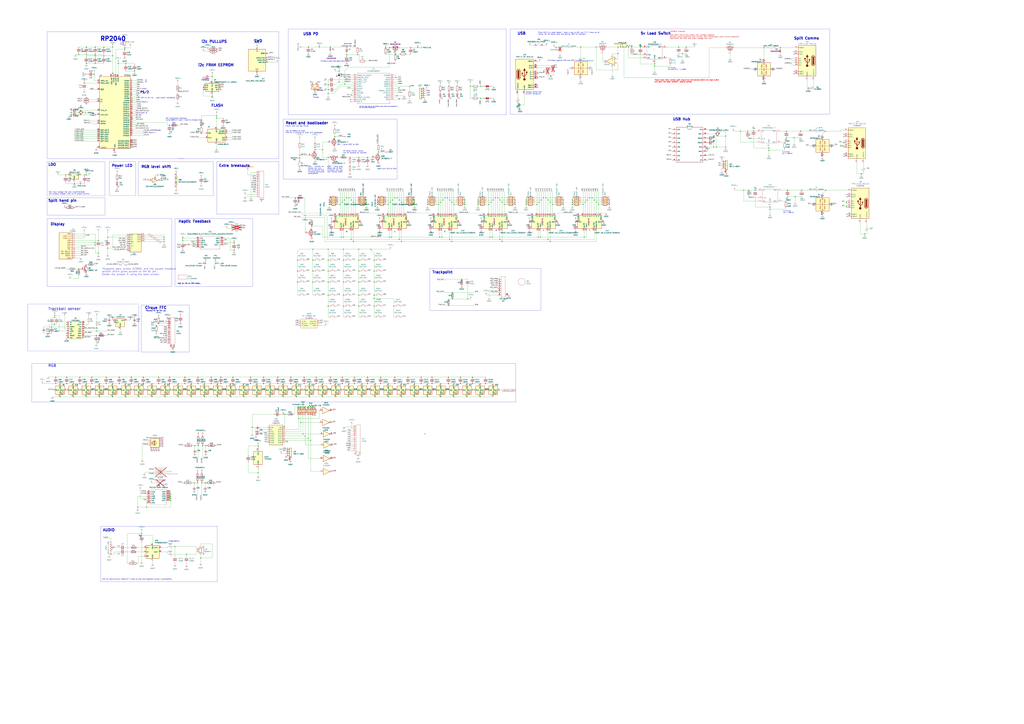
<source format=kicad_sch>
(kicad_sch (version 20230121) (generator eeschema)
  (paper "A0")
  (title_block (title "Chunkier2040 (Chunky2040 Rev 2)") (date "2023-02-11") (rev "2") (company "Zerf Studios") (comment 1 "Copyright 2023") (comment 2 "Freznel B. Sta. Ana"))
  (lib_symbols
    (symbol "74xx:74AHC04"
      (property "Reference" "U" (at 0 1.27 0))
      (property "Value" "74AHC04" (at 0 -1.27 0))
      (symbol "74AHC04_1_0"
        (pin input line (at -7.62 0 0) (length 3.81) (name "~") (number "1"))
        (pin output inverted (at 7.62 0 180) (length 3.81) (name "~") (number "2"))
      )
      (symbol "74AHC04_2_0"
        (pin input line (at -7.62 0 0) (length 3.81) (name "~") (number "3"))
        (pin output inverted (at 7.62 0 180) (length 3.81) (name "~") (number "4"))
      )
      (symbol "74AHC04_3_0"
        (pin input line (at -7.62 0 0) (length 3.81) (name "~") (number "5"))
        (pin output inverted (at 7.62 0 180) (length 3.81) (name "~") (number "6"))
      )
      (symbol "74AHC04_4_0"
        (pin output inverted (at 7.62 0 180) (length 3.81) (name "~") (number "8"))
        (pin input line (at -7.62 0 0) (length 3.81) (name "~") (number "9"))
      )
      (symbol "74AHC04_5_0"
        (pin output inverted (at 7.62 0 180) (length 3.81) (name "~") (number "10"))
        (pin input line (at -7.62 0 0) (length 3.81) (name "~") (number "11"))
      )
      (symbol "74AHC04_6_0"
        (pin output inverted (at 7.62 0 180) (length 3.81) (name "~") (number "12"))
        (pin input line (at -7.62 0 0) (length 3.81) (name "~") (number "13"))
      )
      (symbol "74AHC04_7_0"
        (pin power_in line (at 0 12.7 270) (length 5.08) (name "VCC") (number "14"))
        (pin power_in line (at 0 -12.7 90) (length 5.08) (name "GND") (number "7"))
      )
    )
    (symbol "Amplifier_Audio:PAM8302AAS"
      (property "Reference" "U" (at 7.62 11.43 0))
      (property "Value" "PAM8302AAS" (at 7.62 8.89 0))
      (symbol "PAM8302AAS_1_1"
        (pin input line (at -10.16 -5.08 0) (length 2.54) (name "~{SD}") (number "1"))
        (pin no_connect line (at 7.62 -5.08 180) (length 2.54) hide (name "NC") (number "2"))
        (pin input line (at -10.16 5.08 0) (length 2.54) (name "IN+") (number "3"))
        (pin input line (at -10.16 0 0) (length 2.54) (name "IN-") (number "4"))
        (pin output line (at 10.16 5.08 180) (length 2.54) (name "OUT+") (number "5"))
        (pin power_in line (at 0 10.16 270) (length 2.54) (name "VDD") (number "6"))
        (pin power_in line (at 0 -10.16 90) (length 2.54) (name "GND") (number "7"))
        (pin output line (at 10.16 0 180) (length 2.54) (name "OUT-") (number "8"))
      )
    )
    (symbol "Amplifier_Operational:LMV321" (pin_names (offset 0.127))
      (property "Reference" "U" (at 0 5.08 0))
      (property "Value" "LMV321" (at 0 -5.08 0))
      (symbol "LMV321_0_1"
        (pin power_in line (at -2.54 -7.62 90) (length 3.81) (name "V-") (number "2"))
        (pin power_in line (at -2.54 7.62 270) (length 3.81) (name "V+") (number "5"))
      )
      (symbol "LMV321_1_1"
        (pin input line (at -7.62 2.54 0) (length 2.54) (name "+") (number "1"))
        (pin input line (at -7.62 -2.54 0) (length 2.54) (name "-") (number "3"))
        (pin output line (at 7.62 0 180) (length 2.54) (name "~") (number "4"))
      )
    )
    (symbol "Bonsai_C4:fb_0402_26ohm" (pin_numbers hide) (pin_names (offset 0))
      (property "Reference" "FB" (at -6.35 1.27 0))
      (property "Display value" "26ohm" (at -6.35 -1.905 0))
      (symbol "fb_0402_26ohm_1_1"
        (pin passive line (at 0 2.54 270) (length 1.27) (name "~") (number "1"))
        (pin passive line (at 0 -2.54 90) (length 1.27) (name "~") (number "2"))
      )
    )
    (symbol "C_1" (pin_numbers hide) (pin_names (offset 0.254))
      (property "Reference" "C157" (at -3.81 0.635 0))
      (property "Value" "10uF" (at -3.81 -1.905 0))
      (symbol "C_1_1_1"
        (pin passive line (at 0 3.81 270) (length 2.794) (name "~") (number "1"))
        (pin passive line (at 0 -3.81 90) (length 2.794) (name "~") (number "2"))
      )
    )
    (symbol "Connector:Conn_01x01_Female" (pin_names (offset 1.016) hide)
      (property "Reference" "J" (at 0 2.54 0))
      (property "Value" "Conn_01x01_Female" (at 0 -2.54 0))
      (symbol "Conn_01x01_Female_1_1"
        (pin passive line (at -5.08 0 0) (length 3.81) (name "Pin_1") (number "1"))
      )
    )
    (symbol "Connector:Conn_01x01_Male" (pin_names (offset 1.016) hide)
      (property "Reference" "J" (at 0 2.54 0))
      (property "Value" "Conn_01x01_Male" (at 0 -2.54 0))
      (symbol "Conn_01x01_Male_1_1"
        (pin passive line (at 5.08 0 180) (length 3.81) (name "Pin_1") (number "1"))
      )
    )
    (symbol "Connector:TestPoint" (pin_numbers hide) (pin_names (offset 0.762) hide)
      (property "Reference" "TP" (at 0 6.858 0))
      (property "Value" "TestPoint" (at 0 5.08 0))
      (symbol "TestPoint_1_1"
        (pin passive line (at 0 0 90) (length 2.54) (name "1") (number "1"))
      )
    )
    (symbol "Connector:USB_C_Receptacle_USB2.0" (pin_names (offset 1.016))
      (property "Reference" "J" (at -10.16 19.05 0))
      (property "Value" "USB_C_Receptacle_USB2.0" (at 19.05 19.05 0))
      (symbol "USB_C_Receptacle_USB2.0_1_1"
        (pin passive line (at 0 -22.86 90) (length 5.08) (name "GND") (number "A1"))
        (pin passive line (at 0 -22.86 90) (length 5.08) hide (name "GND") (number "A12"))
        (pin passive line (at 15.24 15.24 180) (length 5.08) (name "VBUS") (number "A4"))
        (pin bidirectional line (at 15.24 10.16 180) (length 5.08) (name "CC1") (number "A5"))
        (pin bidirectional line (at 15.24 -2.54 180) (length 5.08) (name "D+") (number "A6"))
        (pin bidirectional line (at 15.24 2.54 180) (length 5.08) (name "D-") (number "A7"))
        (pin bidirectional line (at 15.24 -12.7 180) (length 5.08) (name "SBU1") (number "A8"))
        (pin passive line (at 15.24 15.24 180) (length 5.08) hide (name "VBUS") (number "A9"))
        (pin passive line (at 0 -22.86 90) (length 5.08) hide (name "GND") (number "B1"))
        (pin passive line (at 0 -22.86 90) (length 5.08) hide (name "GND") (number "B12"))
        (pin passive line (at 15.24 15.24 180) (length 5.08) hide (name "VBUS") (number "B4"))
        (pin bidirectional line (at 15.24 7.62 180) (length 5.08) (name "CC2") (number "B5"))
        (pin bidirectional line (at 15.24 -5.08 180) (length 5.08) (name "D+") (number "B6"))
        (pin bidirectional line (at 15.24 0 180) (length 5.08) (name "D-") (number "B7"))
        (pin bidirectional line (at 15.24 -15.24 180) (length 5.08) (name "SBU2") (number "B8"))
        (pin passive line (at 15.24 15.24 180) (length 5.08) hide (name "VBUS") (number "B9"))
        (pin passive line (at -7.62 -22.86 90) (length 5.08) (name "SHIELD") (number "S1"))
      )
    )
    (symbol "Connector_Generic:Conn_01x05" (pin_names (offset 1.016) hide)
      (property "Reference" "J" (at 0 7.62 0))
      (property "Value" "Conn_01x05" (at 0 -7.62 0))
      (symbol "Conn_01x05_1_1"
        (pin passive line (at -5.08 5.08 0) (length 3.81) (name "Pin_1") (number "1"))
        (pin passive line (at -5.08 2.54 0) (length 3.81) (name "Pin_2") (number "2"))
        (pin passive line (at -5.08 0 0) (length 3.81) (name "Pin_3") (number "3"))
        (pin passive line (at -5.08 -2.54 0) (length 3.81) (name "Pin_4") (number "4"))
        (pin passive line (at -5.08 -5.08 0) (length 3.81) (name "Pin_5") (number "5"))
      )
    )
    (symbol "Connector_Generic_MountingPin:Conn_01x04_MountingPin" (pin_names (offset 1.016) hide)
      (property "Reference" "J" (at 0 5.08 0))
      (property "Value" "Conn_01x04_MountingPin" (at 1.27 -7.62 0))
      (symbol "Conn_01x04_MountingPin_1_1"
        (text "Mounting" (at 0 -6.731 0) (effects (font (size 0.381 0.381))))
        (pin passive line (at -5.08 2.54 0) (length 3.81) (name "Pin_1") (number "1"))
        (pin passive line (at -5.08 0 0) (length 3.81) (name "Pin_2") (number "2"))
        (pin passive line (at -5.08 -2.54 0) (length 3.81) (name "Pin_3") (number "3"))
        (pin passive line (at -5.08 -5.08 0) (length 3.81) (name "Pin_4") (number "4"))
        (pin passive line (at 0 -10.16 90) (length 3.048) (name "MountPin") (number "MP"))
      )
    )
    (symbol "Device:C" (pin_numbers hide) (pin_names (offset 0.254))
      (property "Reference" "C" (at 0.635 2.54 0))
      (property "Value" "C" (at 0.635 -2.54 0))
      (symbol "C_1_1"
        (pin passive line (at 0 3.81 270) (length 2.794) (name "~") (number "1"))
        (pin passive line (at 0 -3.81 90) (length 2.794) (name "~") (number "2"))
      )
    )
    (symbol "Device:C_Polarized" (pin_numbers hide) (pin_names (offset 0.254))
      (property "Reference" "C" (at 0.635 2.54 0))
      (property "Value" "C_Polarized" (at 0.635 -2.54 0))
      (symbol "C_Polarized_1_1"
        (pin passive line (at 0 3.81 270) (length 2.794) (name "~") (number "1"))
        (pin passive line (at 0 -3.81 90) (length 2.794) (name "~") (number "2"))
      )
    )
    (symbol "Device:C_Small" (pin_numbers hide) (pin_names (offset 0.254) hide)
      (property "Reference" "C" (at 0.254 1.778 0))
      (property "Value" "C_Small" (at 0.254 -2.032 0))
      (symbol "C_Small_1_1"
        (pin passive line (at 0 2.54 270) (length 2.032) (name "~") (number "1"))
        (pin passive line (at 0 -2.54 90) (length 2.032) (name "~") (number "2"))
      )
    )
    (symbol "Device:Crystal_GND24_Small" (pin_names (offset 1.016) hide)
      (property "Reference" "Y" (at 1.27 4.445 0))
      (property "Value" "Crystal_GND24_Small" (at 1.27 2.54 0))
      (symbol "Crystal_GND24_Small_1_1"
        (pin passive line (at -2.54 0 0) (length 1.27) (name "1") (number "1"))
        (pin passive line (at 0 -2.54 90) (length 0.635) (name "2") (number "2"))
        (pin passive line (at 2.54 0 180) (length 1.27) (name "3") (number "3"))
        (pin passive line (at 0 2.54 270) (length 0.635) (name "4") (number "4"))
      )
    )
    (symbol "Device:D_Schottky" (pin_numbers hide) (pin_names (offset 1.016) hide)
      (property "Reference" "D" (at 0 2.54 0))
      (property "Value" "D_Schottky" (at 0 -2.54 0))
      (symbol "D_Schottky_1_1"
        (pin passive line (at -3.81 0 0) (length 2.54) (name "K") (number "1"))
        (pin passive line (at 3.81 0 180) (length 2.54) (name "A") (number "2"))
      )
    )
    (symbol "Device:LED" (pin_numbers hide) (pin_names (offset 1.016) hide)
      (property "Reference" "D" (at 0 2.54 0))
      (property "Value" "LED" (at 0 -2.54 0))
      (symbol "LED_1_1"
        (pin passive line (at -3.81 0 0) (length 2.54) (name "K") (number "1"))
        (pin passive line (at 3.81 0 180) (length 2.54) (name "A") (number "2"))
      )
    )
    (symbol "Device:Q_NPN_BEC" (pin_names (offset 0) hide)
      (property "Reference" "Q" (at 5.08 1.27 0))
      (property "Value" "Q_NPN_BEC" (at 5.08 -1.27 0))
      (symbol "Q_NPN_BEC_1_1"
        (pin input line (at -5.08 0 0) (length 5.715) (name "B") (number "1"))
        (pin passive line (at 2.54 -5.08 90) (length 2.54) (name "E") (number "2"))
        (pin passive line (at 2.54 5.08 270) (length 2.54) (name "C") (number "3"))
      )
    )
    (symbol "Device:R" (pin_numbers hide) (pin_names (offset 0))
      (property "Reference" "R" (at 2.032 0 90))
      (property "Value" "R" (at 0 0 90))
      (symbol "R_1_1"
        (pin passive line (at 0 3.81 270) (length 1.27) (name "~") (number "1"))
        (pin passive line (at 0 -3.81 90) (length 1.27) (name "~") (number "2"))
      )
    )
    (symbol "Device:R_Small" (pin_numbers hide) (pin_names (offset 0.254) hide)
      (property "Reference" "R" (at 0.762 0.508 0))
      (property "Value" "R_Small" (at 0.762 -1.016 0))
      (symbol "R_Small_1_1"
        (pin passive line (at 0 2.54 270) (length 0.762) (name "~") (number "1"))
        (pin passive line (at 0 -2.54 90) (length 0.762) (name "~") (number "2"))
      )
    )
    (symbol "Djinn-rescue:Ferrite_Bead_Small-Device" (pin_numbers hide) (pin_names (offset 0))
      (property "Reference" "FB" (at 1.905 1.27 0))
      (property "Value" "Ferrite_Bead_Small-Device" (at 1.905 -1.27 0))
      (symbol "Ferrite_Bead_Small-Device_1_1"
        (pin passive line (at 0 2.54 270) (length 1.27) (name "~") (number "1"))
        (pin passive line (at 0 -2.54 90) (length 1.27) (name "~") (number "2"))
      )
    )
    (symbol "ESDA25P35_1" (pin_numbers hide) (pin_names hide)
      (property "Reference" "D80" (at 1.7272 1.1684 90))
      (property "MPN" "ESDA25P35" (at 1.7272 -1.143 90))
      (symbol "ESDA25P35_1_1_1"
        (pin passive line (at -2.54 0 0) (length 2.54) (name "K1") (number "1"))
        (pin passive line (at 2.54 0 180) (length 2.54) (name "A") (number "2"))
      )
    )
    (symbol "FPC_12pin_0.5mm_1" (pin_names (offset 1.016) hide)
      (property "Reference" "J29" (at 3.81 0.0671 0))
      (property "Value" "Conn_01x12_Female" (at 3.81 -2.4729 0))
      (symbol "FPC_12pin_0.5mm_1_1_1"
        (pin passive line (at -6.35 -13.97 0) (length 3.81) (name "Pin_1") (number "1"))
        (pin passive line (at -6.35 8.89 0) (length 3.81) (name "Pin_10") (number "10"))
        (pin passive line (at -6.35 11.43 0) (length 3.81) (name "Pin_11") (number "11"))
        (pin passive line (at -6.35 13.97 0) (length 3.81) (name "Pin_12") (number "12"))
        (pin passive line (at -2.54 -19.05 90) (length 3.81) (name "MP1") (number "13"))
        (pin passive line (at 2.54 -19.05 90) (length 3.81) (name "MP2") (number "14"))
        (pin passive line (at -6.35 -11.43 0) (length 3.81) (name "Pin_2") (number "2"))
        (pin passive line (at -6.35 -8.89 0) (length 3.81) (name "Pin_3") (number "3"))
        (pin passive line (at -6.35 -6.35 0) (length 3.81) (name "Pin_4") (number "4"))
        (pin passive line (at -6.35 -3.81 0) (length 3.81) (name "Pin_5") (number "5"))
        (pin passive line (at -6.35 -1.27 0) (length 3.81) (name "Pin_6") (number "6"))
        (pin passive line (at -6.35 1.27 0) (length 3.81) (name "Pin_7") (number "7"))
        (pin passive line (at -6.35 3.81 0) (length 3.81) (name "Pin_8") (number "8"))
        (pin passive line (at -6.35 6.35 0) (length 3.81) (name "Pin_9") (number "9"))
      )
    )
    (symbol "FPC_12pin_0.5mm_2" (pin_names (offset 1.016) hide)
      (property "Reference" "J11" (at 3.81 0.0671 0))
      (property "Value" "Conn_01x12_Female" (at 3.81 -2.4729 0))
      (symbol "FPC_12pin_0.5mm_2_1_1"
        (pin passive line (at -6.35 -13.97 0) (length 3.81) (name "Pin_1") (number "1"))
        (pin passive line (at -6.35 8.89 0) (length 3.81) (name "Pin_10") (number "10"))
        (pin passive line (at -6.35 11.43 0) (length 3.81) (name "Pin_11") (number "11"))
        (pin passive line (at -6.35 13.97 0) (length 3.81) (name "Pin_12") (number "12"))
        (pin passive line (at -1.524 -19.177 90) (length 3.81) (name "MP") (number "13"))
        (pin passive line (at 1.905 -19.177 90) (length 3.81) (name "MP") (number "14"))
        (pin passive line (at -6.35 -11.43 0) (length 3.81) (name "Pin_2") (number "2"))
        (pin passive line (at -6.35 -8.89 0) (length 3.81) (name "Pin_3") (number "3"))
        (pin passive line (at -6.35 -6.35 0) (length 3.81) (name "Pin_4") (number "4"))
        (pin passive line (at -6.35 -3.81 0) (length 3.81) (name "Pin_5") (number "5"))
        (pin passive line (at -6.35 -1.27 0) (length 3.81) (name "Pin_6") (number "6"))
        (pin passive line (at -6.35 1.27 0) (length 3.81) (name "Pin_7") (number "7"))
        (pin passive line (at -6.35 3.81 0) (length 3.81) (name "Pin_8") (number "8"))
        (pin passive line (at -6.35 6.35 0) (length 3.81) (name "Pin_9") (number "9"))
      )
    )
    (symbol "Ghoul:74AHCT1G125" (pin_names (offset 1.016))
      (property "Reference" "U" (at 2.54 6.35 0))
      (property "Value" "74AHCT1G125" (at 2.54 3.81 0))
      (symbol "74AHCT1G125_1_1"
        (pin input inverted (at 1.27 5.08 270) (length 3.81) (name "~") (number "1"))
        (pin input line (at -6.35 0 0) (length 3.81) (name "~") (number "2"))
        (pin tri_state line (at 7.62 0 180) (length 3.81) (name "~") (number "4"))
      )
      (symbol "74AHCT1G125_2_1"
        (pin power_in line (at 0 -8.89 90) (length 3.81) (name "GND") (number "3"))
        (pin power_in line (at 0 8.89 270) (length 3.81) (name "VCC") (number "5"))
      )
    )
    (symbol "Jumper:Jumper_2_Open" (pin_names (offset 0) hide)
      (property "Reference" "JP" (at 0 2.794 0))
      (property "Value" "Jumper_2_Open" (at 0 -2.286 0))
      (symbol "Jumper_2_Open_1_1"
        (pin passive line (at -5.08 0 0) (length 2.54) (name "A") (number "1"))
        (pin passive line (at 5.08 0 180) (length 2.54) (name "B") (number "2"))
      )
    )
    (symbol "MC74HC589ADTR2G_1"
      (property "Reference" "U14" (at 20.32 -10.16 90))
      (property "Value" "MC74HC589ADTR2G_1" (at 20.32 -12.6969 90))
      (property "LCSC" "C233472" (at 0 0 0))
      (symbol "MC74HC589ADTR2G_1_1_0"
        (pin tri_state line (at 10.16 3.81 180) (length 2.54) (name "B") (number "1"))
        (pin input line (at -10.16 -6.35 0) (length 2.54) (name "OE/~{CS}") (number "10"))
        (pin input line (at -10.16 -8.89 0) (length 2.54) (name "ShftClck/SCK") (number "11"))
        (pin input line (at -10.16 2.54 0) (length 2.54) (name "Latch") (number "12"))
        (pin input line (at -10.16 5.08 0) (length 2.54) (name "SS/~{PL}") (number "13"))
        (pin input line (at 10.16 -13.97 180) (length 2.54) (name "SerialIn") (number "14"))
        (pin tri_state line (at 10.16 6.35 180) (length 2.54) (name "A") (number "15"))
        (pin power_in line (at 0 15.24 270) (length 2.54) (name "VCC") (number "16"))
        (pin tri_state line (at 10.16 1.27 180) (length 2.54) (name "C") (number "2"))
        (pin tri_state line (at 10.16 -1.27 180) (length 2.54) (name "D") (number "3"))
        (pin tri_state line (at 10.16 -3.81 180) (length 2.54) (name "E") (number "4"))
        (pin tri_state line (at 10.16 -6.35 180) (length 2.54) (name "F") (number "5"))
        (pin tri_state line (at 10.16 -8.89 180) (length 2.54) (name "G") (number "6"))
        (pin tri_state line (at 10.16 -11.43 180) (length 2.54) (name "H") (number "7"))
        (pin power_in line (at 0 -17.78 90) (length 2.54) (name "GND") (number "8"))
        (pin output line (at 10.16 11.43 180) (length 2.54) (name "QH/MISO") (number "9"))
      )
    )
    (symbol "MC74HC589ADTR2G_4"
      (property "Reference" "U14" (at 20.32 -10.16 90))
      (property "Value" "MC74HC589ADTR2G_4" (at 20.32 -12.6969 90))
      (property "LCSC" "C233472" (at 0 0 0))
      (symbol "MC74HC589ADTR2G_4_1_0"
        (pin tri_state line (at 10.16 3.81 180) (length 2.54) (name "B") (number "1"))
        (pin input line (at -10.16 -6.35 0) (length 2.54) (name "OE/~{CS}") (number "10"))
        (pin input line (at -10.16 -8.89 0) (length 2.54) (name "ShftClck/SCK") (number "11"))
        (pin input line (at -10.16 2.54 0) (length 2.54) (name "Latch") (number "12"))
        (pin input line (at -10.16 5.08 0) (length 2.54) (name "SS/~{PL}") (number "13"))
        (pin input line (at 10.16 -13.97 180) (length 2.54) (name "SerialIn") (number "14"))
        (pin tri_state line (at 10.16 6.35 180) (length 2.54) (name "A") (number "15"))
        (pin power_in line (at 0 15.24 270) (length 2.54) (name "VCC") (number "16"))
        (pin tri_state line (at 10.16 1.27 180) (length 2.54) (name "C") (number "2"))
        (pin tri_state line (at 10.16 -1.27 180) (length 2.54) (name "D") (number "3"))
        (pin tri_state line (at 10.16 -3.81 180) (length 2.54) (name "E") (number "4"))
        (pin tri_state line (at 10.16 -6.35 180) (length 2.54) (name "F") (number "5"))
        (pin tri_state line (at 10.16 -8.89 180) (length 2.54) (name "G") (number "6"))
        (pin tri_state line (at 10.16 -11.43 180) (length 2.54) (name "H") (number "7"))
        (pin power_in line (at 0 -17.78 90) (length 2.54) (name "GND") (number "8"))
        (pin output line (at 10.16 11.43 180) (length 2.54) (name "QH/MISO") (number "9"))
      )
    )
    (symbol "MC74HC589ADTR2G_5"
      (property "Reference" "U14" (at 20.32 -10.16 90))
      (property "Value" "MC74HC589ADTR2G_5" (at 20.32 -12.6969 90))
      (property "LCSC" "C233472" (at 0 0 0))
      (symbol "MC74HC589ADTR2G_5_1_0"
        (pin tri_state line (at 10.16 3.81 180) (length 2.54) (name "B") (number "1"))
        (pin input line (at -10.16 -6.35 0) (length 2.54) (name "OE/~{CS}") (number "10"))
        (pin input line (at -10.16 -8.89 0) (length 2.54) (name "ShftClck/SCK") (number "11"))
        (pin input line (at -10.16 2.54 0) (length 2.54) (name "Latch") (number "12"))
        (pin input line (at -10.16 5.08 0) (length 2.54) (name "SS/~{PL}") (number "13"))
        (pin input line (at 10.16 -13.97 180) (length 2.54) (name "SerialIn") (number "14"))
        (pin tri_state line (at 10.16 6.35 180) (length 2.54) (name "A") (number "15"))
        (pin power_in line (at 0 15.24 270) (length 2.54) (name "VCC") (number "16"))
        (pin tri_state line (at 10.16 1.27 180) (length 2.54) (name "C") (number "2"))
        (pin tri_state line (at 10.16 -1.27 180) (length 2.54) (name "D") (number "3"))
        (pin tri_state line (at 10.16 -3.81 180) (length 2.54) (name "E") (number "4"))
        (pin tri_state line (at 10.16 -6.35 180) (length 2.54) (name "F") (number "5"))
        (pin tri_state line (at 10.16 -8.89 180) (length 2.54) (name "G") (number "6"))
        (pin tri_state line (at 10.16 -11.43 180) (length 2.54) (name "H") (number "7"))
        (pin power_in line (at 0 -17.78 90) (length 2.54) (name "GND") (number "8"))
        (pin output line (at 10.16 11.43 180) (length 2.54) (name "QH/MISO") (number "9"))
      )
    )
    (symbol "MC74HC589ADTR2G_6"
      (property "Reference" "U14" (at 20.32 -10.16 90))
      (property "Value" "MC74HC589ADTR2G_6" (at 20.32 -12.6969 90))
      (property "LCSC" "C233472" (at 0 0 0))
      (symbol "MC74HC589ADTR2G_6_1_0"
        (pin tri_state line (at 10.16 3.81 180) (length 2.54) (name "B") (number "1"))
        (pin input line (at -10.16 -6.35 0) (length 2.54) (name "OE/~{CS}") (number "10"))
        (pin input line (at -10.16 -8.89 0) (length 2.54) (name "ShftClck/SCK") (number "11"))
        (pin input line (at -10.16 2.54 0) (length 2.54) (name "Latch") (number "12"))
        (pin input line (at -10.16 5.08 0) (length 2.54) (name "SS/~{PL}") (number "13"))
        (pin input line (at 10.16 -13.97 180) (length 2.54) (name "SerialIn") (number "14"))
        (pin tri_state line (at 10.16 6.35 180) (length 2.54) (name "A") (number "15"))
        (pin power_in line (at 0 15.24 270) (length 2.54) (name "VCC") (number "16"))
        (pin tri_state line (at 10.16 1.27 180) (length 2.54) (name "C") (number "2"))
        (pin tri_state line (at 10.16 -1.27 180) (length 2.54) (name "D") (number "3"))
        (pin tri_state line (at 10.16 -3.81 180) (length 2.54) (name "E") (number "4"))
        (pin tri_state line (at 10.16 -6.35 180) (length 2.54) (name "F") (number "5"))
        (pin tri_state line (at 10.16 -8.89 180) (length 2.54) (name "G") (number "6"))
        (pin tri_state line (at 10.16 -11.43 180) (length 2.54) (name "H") (number "7"))
        (pin power_in line (at 0 -17.78 90) (length 2.54) (name "GND") (number "8"))
        (pin output line (at 10.16 11.43 180) (length 2.54) (name "QH/MISO") (number "9"))
      )
    )
    (symbol "Memory_EEPROM:24LC64"
      (property "Reference" "U" (at -6.35 6.35 0))
      (property "Value" "24LC64" (at 1.27 6.35 0))
      (symbol "24LC64_1_1"
        (pin input line (at -10.16 2.54 0) (length 2.54) (name "A0") (number "1"))
        (pin input line (at -10.16 0 0) (length 2.54) (name "A1") (number "2"))
        (pin input line (at -10.16 -2.54 0) (length 2.54) (name "A2") (number "3"))
        (pin power_in line (at 0 -7.62 90) (length 2.54) (name "GND") (number "4"))
        (pin bidirectional line (at 10.16 2.54 180) (length 2.54) (name "SDA") (number "5"))
        (pin input line (at 10.16 0 180) (length 2.54) (name "SCL") (number "6"))
        (pin input line (at 10.16 -2.54 180) (length 2.54) (name "WP") (number "7"))
        (pin power_in line (at 0 7.62 270) (length 2.54) (name "VCC") (number "8"))
      )
    )
    (symbol "Memory_Flash:W25Q128JVS"
      (property "Reference" "U" (at -8.89 8.89 0))
      (property "Value" "W25Q128JVS" (at 7.62 8.89 0))
      (symbol "W25Q128JVS_1_1"
        (pin input line (at -12.7 2.54 0) (length 2.54) (name "~{CS}") (number "1"))
        (pin bidirectional line (at 12.7 2.54 180) (length 2.54) (name "DO(IO1)") (number "2"))
        (pin bidirectional line (at 12.7 -2.54 180) (length 2.54) (name "IO2") (number "3"))
        (pin power_in line (at 0 -10.16 90) (length 2.54) (name "GND") (number "4"))
        (pin bidirectional line (at 12.7 5.08 180) (length 2.54) (name "DI(IO0)") (number "5"))
        (pin input line (at -12.7 -2.54 0) (length 2.54) (name "CLK") (number "6"))
        (pin bidirectional line (at 12.7 -5.08 180) (length 2.54) (name "IO3") (number "7"))
        (pin power_in line (at 0 10.16 270) (length 2.54) (name "VCC") (number "8"))
      )
    )
    (symbol "OPL_Circuit_Protection:SMD-PPTC-1000MA-8V_1206_" (pin_numbers hide) (pin_names (offset 1.016) hide)
      (property "Reference" "F" (at -3.81 2.54 0))
      (property "Value" "SMD-PPTC-1000MA-8V_1206_" (at -3.81 -2.54 0))
      (symbol "SMD-PPTC-1000MA-8V_1206__1_1"
        (pin bidirectional line (at -5.08 0 0) (length 2.54) (name "1") (number "1"))
        (pin bidirectional line (at 5.08 0 180) (length 2.54) (name "2") (number "2"))
      )
    )
    (symbol "PCM_4ms_Power-symbol:PWR_FLAG" (power) (pin_numbers hide) (pin_names (offset 0) hide)
      (property "Value" "PWR_FLAG" (at 0 3.81 0))
      (symbol "PWR_FLAG_0_0"
        (pin power_out line (at 0 0 90) (length 0) (name "pwr") (number "1"))
      )
    )
    (symbol "Power_Protection:PRTR5V0U2X" (pin_names (offset 0))
      (property "Reference" "D" (at 2.794 8.636 0))
      (property "Value" "PRTR5V0U2X" (at 8.128 -9.398 0))
      (symbol "PRTR5V0U2X_1_1"
        (pin passive line (at 0 -12.7 90) (length 5.08) (name "GND") (number "1"))
        (pin passive line (at -12.7 0 0) (length 5.08) (name "I/O1") (number "2"))
        (pin passive line (at 12.7 0 180) (length 5.08) (name "I/O2") (number "3"))
        (pin passive line (at 0 12.7 270) (length 5.08) (name "VCC") (number "4"))
      )
    )
    (symbol "R_1" (pin_numbers hide) (pin_names (offset 0))
      (property "Reference" "R35" (at -1.905 0 90))
      (property "Value" "4.7k" (at 0 0 90))
      (symbol "R_1_1_1"
        (pin passive line (at 0 3.81 270) (length 1.27) (name "~") (number "1"))
        (pin passive line (at 0 -3.81 90) (length 1.27) (name "~") (number "2"))
      )
    )
    (symbol "R_10" (pin_numbers hide) (pin_names (offset 0))
      (property "Reference" "R35" (at -1.905 0 90))
      (property "Value" "4.7k" (at 0 0 90))
      (symbol "R_10_1_1"
        (pin passive line (at 0 3.81 270) (length 1.27) (name "~") (number "1"))
        (pin passive line (at 0 -3.81 90) (length 1.27) (name "~") (number "2"))
      )
    )
    (symbol "R_2" (pin_numbers hide) (pin_names (offset 0))
      (property "Reference" "R38" (at -2.54 0 90))
      (property "Value" "10k" (at 0 0 90))
      (symbol "R_2_1_1"
        (pin passive line (at 0 3.175 270) (length 1.27) (name "~") (number "1"))
        (pin passive line (at 0 -3.175 90) (length 1.27) (name "~") (number "2"))
      )
    )
    (symbol "R_3" (pin_numbers hide) (pin_names (offset 0))
      (property "Reference" "R35" (at -1.905 0 90))
      (property "Value" "4.7k" (at 0 0 90))
      (symbol "R_3_1_1"
        (pin passive line (at 0 3.81 270) (length 1.27) (name "~") (number "1"))
        (pin passive line (at 0 -3.81 90) (length 1.27) (name "~") (number "2"))
      )
    )
    (symbol "R_4" (pin_numbers hide) (pin_names (offset 0))
      (property "Reference" "R35" (at -1.905 0 90))
      (property "Value" "4.7k" (at 0 0 90))
      (symbol "R_4_1_1"
        (pin passive line (at 0 3.81 270) (length 1.27) (name "~") (number "1"))
        (pin passive line (at 0 -3.81 90) (length 1.27) (name "~") (number "2"))
      )
    )
    (symbol "R_5" (pin_numbers hide) (pin_names (offset 0))
      (property "Reference" "R35" (at -1.905 0 90))
      (property "Value" "4.7k" (at 0 0 90))
      (symbol "R_5_1_1"
        (pin passive line (at 0 3.81 270) (length 1.27) (name "~") (number "1"))
        (pin passive line (at 0 -3.81 90) (length 1.27) (name "~") (number "2"))
      )
    )
    (symbol "R_6" (pin_numbers hide) (pin_names (offset 0))
      (property "Reference" "R35" (at -1.905 0 90))
      (property "Value" "4.7k" (at 0 0 90))
      (symbol "R_6_1_1"
        (pin passive line (at 0 3.81 270) (length 1.27) (name "~") (number "1"))
        (pin passive line (at 0 -3.81 90) (length 1.27) (name "~") (number "2"))
      )
    )
    (symbol "R_7" (pin_numbers hide) (pin_names (offset 0))
      (property "Reference" "R35" (at -1.905 0 90))
      (property "Value" "4.7k" (at 0 0 90))
      (symbol "R_7_1_1"
        (pin passive line (at 0 3.81 270) (length 1.27) (name "~") (number "1"))
        (pin passive line (at 0 -3.81 90) (length 1.27) (name "~") (number "2"))
      )
    )
    (symbol "R_8" (pin_numbers hide) (pin_names (offset 0))
      (property "Reference" "R35" (at -1.905 0 90))
      (property "Value" "4.7k" (at 0 0 90))
      (symbol "R_8_1_1"
        (pin passive line (at 0 3.81 270) (length 1.27) (name "~") (number "1"))
        (pin passive line (at 0 -3.81 90) (length 1.27) (name "~") (number "2"))
      )
    )
    (symbol "R_9" (pin_numbers hide) (pin_names (offset 0))
      (property "Reference" "R35" (at -1.905 0 90))
      (property "Value" "4.7k" (at 0 0 90))
      (symbol "R_9_1_1"
        (pin passive line (at 0 3.81 270) (length 1.27) (name "~") (number "1"))
        (pin passive line (at 0 -3.81 90) (length 1.27) (name "~") (number "2"))
      )
    )
    (symbol "Regulator_Linear:AZ1117-3.3" (pin_names (offset 0.254))
      (property "Reference" "U" (at -3.81 3.175 0))
      (property "Value" "AZ1117-3.3" (at 0 3.175 0))
      (symbol "AZ1117-3.3_1_1"
        (pin power_in line (at 0 -7.62 90) (length 2.54) (name "GND") (number "1"))
        (pin power_out line (at 7.62 0 180) (length 2.54) (name "VO") (number "2"))
        (pin power_in line (at -7.62 0 0) (length 2.54) (name "VI") (number "3"))
      )
    )
    (symbol "Regulator_Linear:TLV70218_SOT23-5" (pin_names (offset 0.254))
      (property "Reference" "U" (at -3.81 5.715 0))
      (property "Value" "TLV70218_SOT23-5" (at 0 5.715 0))
      (symbol "TLV70218_SOT23-5_1_1"
        (pin power_in line (at -7.62 2.54 0) (length 2.54) (name "IN") (number "1"))
        (pin power_in line (at 0 -7.62 90) (length 2.54) (name "GND") (number "2"))
        (pin input line (at -7.62 0 0) (length 2.54) (name "EN") (number "3"))
        (pin no_connect line (at 5.08 0 180) (length 2.54) hide (name "NC") (number "4"))
        (pin power_out line (at 7.62 2.54 180) (length 2.54) (name "OUT") (number "5"))
      )
    )
    (symbol "SL2.1A:SL2.1A" (pin_names (offset 1.016))
      (property "Reference" "U" (at 0 22.86 0))
      (property "Value" "SL2.1A" (at 0 -22.86 0))
      (symbol "SL2.1A_0_0"
        (pin bidirectional line (at -20.32 17.78 0) (length 5.08) (name "DM4") (number "1"))
        (pin bidirectional line (at 20.32 -12.7 180) (length 5.08) (name "DP") (number "10"))
        (pin bidirectional line (at 20.32 -7.62 180) (length 5.08) (name "VDD5") (number "11"))
        (pin bidirectional line (at 20.32 -2.54 180) (length 5.08) (name "GND") (number "12"))
        (pin bidirectional line (at 20.32 2.54 180) (length 5.08) (name "VDD33") (number "13"))
        (pin bidirectional line (at 20.32 7.62 180) (length 5.08) (name "VDD18") (number "14"))
        (pin bidirectional line (at 20.32 12.7 180) (length 5.08) (name "XOUT") (number "15"))
        (pin bidirectional line (at 20.32 17.78 180) (length 5.08) (name "XIN") (number "16"))
        (pin bidirectional line (at -20.32 12.7 0) (length 5.08) (name "DP4") (number "2"))
        (pin bidirectional line (at -20.32 7.62 0) (length 5.08) (name "DM3") (number "3"))
        (pin bidirectional line (at -20.32 2.54 0) (length 5.08) (name "DP3") (number "4"))
        (pin bidirectional line (at -20.32 -2.54 0) (length 5.08) (name "DM2") (number "5"))
        (pin bidirectional line (at -20.32 -7.62 0) (length 5.08) (name "DP2") (number "6"))
        (pin bidirectional line (at -20.32 -12.7 0) (length 5.08) (name "DM1") (number "7"))
        (pin bidirectional line (at -20.32 -17.78 0) (length 5.08) (name "DP1") (number "8"))
        (pin bidirectional line (at 20.32 -17.78 180) (length 5.08) (name "DM") (number "9"))
      )
    )
    (symbol "SparkFun_STUSB4500_USB-PD-eagle-import:DIODE-SCHOTTKY-BAT60A"
      (property "Reference" "D" (at -2.54 2.032 0))
      (symbol "DIODE-SCHOTTKY-BAT60A_1_0"
        (pin passive line (at -2.54 0 0) (length 0) (name "A") (number "A"))
        (pin passive line (at 2.54 0 180) (length 0) (name "C") (number "C"))
      )
    )
    (symbol "SparkFun_STUSB4500_USB-PD-eagle-import:JUMPER-SMT_2_NC_TRACE_NO-SILK"
      (property "Reference" "JP" (at -2.54 2.54 0))
      (symbol "JUMPER-SMT_2_NC_TRACE_NO-SILK_1_0"
        (pin passive line (at -5.08 0 0) (length 2.54) (name "1") (number "1"))
        (pin passive line (at 5.08 0 180) (length 2.54) (name "2") (number "2"))
      )
    )
    (symbol "Switch:SW_Push" (pin_numbers hide) (pin_names (offset 1.016) hide)
      (property "Reference" "SW" (at 1.27 2.54 0))
      (property "Value" "SW_Push" (at 0 -1.524 0))
      (symbol "SW_Push_0_1"
        (pin passive line (at -5.08 0 0) (length 2.54) (name "1") (number "1"))
        (pin passive line (at 5.08 0 180) (length 2.54) (name "2") (number "2"))
      )
    )
    (symbol "Transistor_FET:2N7002" (pin_names hide)
      (property "Reference" "Q" (at 5.08 1.905 0))
      (property "Value" "2N7002" (at 5.08 0 0))
      (symbol "2N7002_1_1"
        (pin input line (at -5.08 0 0) (length 2.54) (name "G") (number "1"))
        (pin passive line (at 2.54 -5.08 90) (length 2.54) (name "S") (number "2"))
        (pin passive line (at 2.54 5.08 270) (length 2.54) (name "D") (number "3"))
      )
    )
    (symbol "Transistor_FET:AO3401A" (pin_names hide)
      (property "Reference" "Q" (at 5.08 1.905 0))
      (property "Value" "AO3401A" (at 5.08 0 0))
      (symbol "AO3401A_1_1"
        (pin input line (at -5.08 0 0) (length 2.54) (name "G") (number "1"))
        (pin passive line (at 2.54 -5.08 90) (length 2.54) (name "S") (number "2"))
        (pin passive line (at 2.54 5.08 270) (length 2.54) (name "D") (number "3"))
      )
    )
    (symbol "Transistor_FET:FDG6335N" (pin_names hide)
      (property "Reference" "Q" (at 5.08 1.905 0))
      (property "Value" "FDG6335N" (at 5.08 0 0))
      (symbol "FDG6335N_1_1"
        (pin passive line (at 2.54 -5.08 90) (length 2.54) (name "S") (number "1"))
        (pin passive line (at -5.08 0 0) (length 2.54) (name "G") (number "2"))
        (pin passive line (at 2.54 5.08 270) (length 2.54) (name "D") (number "6"))
      )
      (symbol "FDG6335N_2_1"
        (pin passive line (at 2.54 5.08 270) (length 2.54) (name "D") (number "3"))
        (pin passive line (at 2.54 -5.08 90) (length 2.54) (name "S") (number "4"))
        (pin passive line (at -5.08 0 0) (length 2.54) (name "G") (number "5"))
      )
    )
    (symbol "UniChunky2022:VL120628H"
      (property "Reference" "LRA" (at 0 3.81 0))
      (property "Value" "VL120628H" (at 0 6.35 0))
    )
    (symbol "UniChunky:R" (pin_numbers hide) (pin_names (offset 0))
      (property "Reference" "R22" (at 2.54 0 90))
      (property "Value" "R" (at 0 0 90))
      (symbol "R_1_1"
        (pin passive line (at 0 6.35 270) (length 2.54) (name "~") (number "1"))
        (pin passive line (at 0 -6.35 90) (length 2.54) (name "~") (number "2"))
      )
    )
    (symbol "VBUS_1" (power) (pin_names (offset 0))
      (property "Value" "VBUS_1" (at 0.381 4.3942 0))
      (symbol "VBUS_1_1_1"
        (pin power_in line (at 0 0 90) (length 0) hide (name "VBUS_L") (number "1"))
      )
    )
    (symbol "VDD_1" (power) (pin_names (offset 0))
      (property "Value" "VDD_1" (at 0 3.81 0))
      (symbol "VDD_1_1_1"
        (pin power_in line (at 0 0 90) (length 0) hide (name "VDD_L") (number "1"))
      )
    )
    (symbol "VSINK_1" (power) (pin_names (offset 0))
      (property "Value" "VSINK_1" (at 0 5.715 0))
      (symbol "VSINK_1_1_1"
        (pin power_in line (at 0 0 90) (length 0) hide (name "VSINK_L") (number "1"))
      )
    )
    (symbol "acheronSymbols:Conn_ARM_JTAG_SWD_6" (pin_names (offset 1.016))
      (property "Reference" "J" (at -2.54 16.51 0))
      (property "Value" "Conn_ARM_JTAG_SWD_6" (at -2.54 13.97 0))
      (symbol "Conn_ARM_JTAG_SWD_6_0_0"
        (text "VCC" (at 0 10.541 0) (effects (font (size 1.016 1.016))))
      )
      (symbol "Conn_ARM_JTAG_SWD_6_1_1"
        (text "GND" (at -0.127 -10.541 0) (effects (font (size 1.016 1.016))))
        (pin power_in line (at 0 15.24 270) (length 2.54) (name "VCC") (number "1"))
        (pin bidirectional line (at 12.7 0 180) (length 2.54) (name "SWDIO/TMS") (number "2"))
        (pin open_collector line (at 12.7 7.62 180) (length 2.54) (name "~{RESET}") (number "3"))
        (pin output line (at 12.7 2.54 180) (length 2.54) (name "SWDCLK/TCK") (number "4"))
        (pin power_in line (at 0 -15.24 90) (length 2.54) (name "GND") (number "5"))
        (pin input line (at 12.7 -2.54 180) (length 2.54) (name "SWO/TDO") (number "6"))
        (pin no_connect line (at -10.16 0 0) (length 2.54) hide (name "KEY") (number "7"))
      )
    )
    (symbol "kbd:+1V1_L" (power) (pin_names (offset 0))
      (property "Value" "+1V1_L" (at 0 3.5758 0))
      (symbol "+1V1_L_1_1"
        (pin power_in line (at 0 0 90) (length 0) hide (name "+1V1_L") (number "1"))
      )
    )
    (symbol "kbd:+1V8_L" (power) (pin_names (offset 0))
      (property "Value" "+1V8_L" (at 0 3.5758 0))
      (symbol "+1V8_L_1_1"
        (pin power_in line (at 0 0 90) (length 0) hide (name "+1V8_L") (number "1"))
      )
    )
    (symbol "kbd:+3V3_L" (power) (pin_names (offset 0))
      (property "Value" "+3V3_L" (at 0 5.08 0))
      (symbol "+3V3_L_1_1"
        (pin power_in line (at 0 0 90) (length 0) hide (name "+3V3_L") (number "1"))
      )
    )
    (symbol "kbd:+5V_L" (power) (pin_names (offset 0))
      (property "Value" "+5V_L" (at 0 3.5758 0))
      (symbol "+5V_L_1_1"
        (pin power_in line (at 0 0 90) (length 0) hide (name "+5V_L") (number "1"))
      )
    )
    (symbol "kbd:1uf-16v_capacitor" (pin_numbers hide) (pin_names (offset 0.254))
      (property "Reference" "C15" (at -2.54 1.27 0))
      (property "Value" "1uf-16v_capacitor" (at -2.54 -1.27 0))
      (symbol "1uf-16v_capacitor_1_1"
        (pin passive line (at 0 3.81 270) (length 2.794) (name "~") (number "1"))
        (pin passive line (at 0 -3.81 90) (length 2.794) (name "~") (number "2"))
      )
    )
    (symbol "kbd:1uf-50v" (pin_numbers hide) (pin_names (offset 0.254))
      (property "Reference" "C65" (at -2.921 0.8347 0))
      (property "Value" "1uf-50v" (at -2.921 -1.7022 0))
      (property "MPN" "CL10A105KB8NNNC" (at 0 0 0))
      (property "Link" "https://datasheet.lcsc.com/lcsc/1810261812_Samsung-Electro-Mechanics-CL10A105KB8NNNC_C15849.pdf" (at 0 0 0))
      (symbol "1uf-50v_1_1"
        (pin passive line (at 0 3.81 270) (length 2.794) (name "~") (number "1"))
        (pin passive line (at 0 -3.81 90) (length 2.794) (name "~") (number "2"))
      )
    )
    (symbol "kbd:K1-1506SN-01" (pin_names (offset 1.016))
      (property "Reference" "SW2" (at -0.635 5.207 0))
      (property "Value" "K1-1506SN-01" (at -0.635 2.8956 0))
      (property "LCSC" "C145910" (at -0.635 0.5842 0))
      (symbol "K1-1506SN-01_0_0"
        (pin output line (at -12.7 -3.81 0) (length 2.54) (name "A_UP") (number "1"))
        (pin output line (at -12.7 -6.35 0) (length 2.54) (name "B_LEFT") (number "2"))
        (pin output line (at -12.7 -8.89 0) (length 2.54) (name "C_DOWN") (number "3"))
        (pin input line (at 11.43 -8.89 180) (length 2.54) (name "COM") (number "4"))
        (pin output line (at 11.43 -6.35 180) (length 2.54) (name "D_RIGHT") (number "5"))
        (pin output line (at 11.43 -3.81 180) (length 2.54) (name "CENTER") (number "6"))
      )
    )
    (symbol "kbd:RP2040" (pin_names (offset 1.016))
      (property "Reference" "U3" (at -17.78 49.53 0))
      (property "Value" "RP2040" (at 10.795 49.53 0))
      (symbol "RP2040_1_1"
        (pin power_in line (at -1.27 50.8 270) (length 2.54) (name "IOVDD") (number "1"))
        (pin power_in line (at -1.27 50.8 270) (length 2.54) hide (name "IOVDD") (number "10"))
        (pin bidirectional line (at 20.32 22.86 180) (length 2.54) (name "GPIO8") (number "11"))
        (pin bidirectional line (at 20.32 20.32 180) (length 2.54) (name "GPIO9") (number "12"))
        (pin bidirectional line (at 20.32 17.78 180) (length 2.54) (name "GPIO10") (number "13"))
        (pin bidirectional line (at 20.32 15.24 180) (length 2.54) (name "GPIO11") (number "14"))
        (pin bidirectional line (at 20.32 12.7 180) (length 2.54) (name "GPIO12") (number "15"))
        (pin bidirectional line (at 20.32 10.16 180) (length 2.54) (name "GPIO13") (number "16"))
        (pin bidirectional line (at 20.32 7.62 180) (length 2.54) (name "GPIO14") (number "17"))
        (pin bidirectional line (at 20.32 5.08 180) (length 2.54) (name "GPIO15") (number "18"))
        (pin input line (at -20.32 -34.29 0) (length 2.54) (name "TESTEN") (number "19"))
        (pin bidirectional line (at 20.32 43.18 180) (length 2.54) (name "GPIO0") (number "2"))
        (pin input line (at -20.32 8.89 0) (length 2.54) (name "XTAL_IN") (number "20"))
        (pin input line (at -20.32 3.81 0) (length 2.54) (name "XTAL_OUT") (number "21"))
        (pin power_in line (at -1.27 50.8 270) (length 2.54) hide (name "IOVDD") (number "22"))
        (pin power_in line (at 3.81 50.8 270) (length 2.54) hide (name "DVDD") (number "23"))
        (pin input line (at -20.32 -3.81 0) (length 2.54) (name "SWCLK") (number "24"))
        (pin bidirectional line (at -20.32 -6.35 0) (length 2.54) (name "SWDIO") (number "25"))
        (pin input line (at -20.32 33.02 0) (length 2.54) (name "~{RUN}") (number "26"))
        (pin bidirectional line (at 20.32 2.54 180) (length 2.54) (name "GPIO16") (number "27"))
        (pin bidirectional line (at 20.32 0 180) (length 2.54) (name "GPIO17") (number "28"))
        (pin bidirectional line (at 20.32 -2.54 180) (length 2.54) (name "GPIO18") (number "29"))
        (pin bidirectional line (at 20.32 40.64 180) (length 2.54) (name "GPIO1") (number "3"))
        (pin bidirectional line (at 20.32 -5.08 180) (length 2.54) (name "GPIO19") (number "30"))
        (pin bidirectional line (at 20.32 -7.62 180) (length 2.54) (name "GPIO20") (number "31"))
        (pin bidirectional line (at 20.32 -10.16 180) (length 2.54) (name "GPIO21") (number "32"))
        (pin power_in line (at -1.27 50.8 270) (length 2.54) hide (name "IOVDD") (number "33"))
        (pin bidirectional line (at 20.32 -12.7 180) (length 2.54) (name "GPIO22") (number "34"))
        (pin bidirectional line (at 20.32 -15.24 180) (length 2.54) (name "GPIO23") (number "35"))
        (pin bidirectional line (at 20.32 -17.78 180) (length 2.54) (name "GPIO24") (number "36"))
        (pin bidirectional line (at 20.32 -20.32 180) (length 2.54) (name "GPIO25") (number "37"))
        (pin bidirectional line (at 20.32 -26.67 180) (length 2.54) (name "GPIO26/ADC0") (number "38"))
        (pin bidirectional line (at 20.32 -29.21 180) (length 2.54) (name "GPIO27/ADC1") (number "39"))
        (pin bidirectional line (at 20.32 38.1 180) (length 2.54) (name "GPIO2") (number "4"))
        (pin bidirectional line (at 20.32 -31.75 180) (length 2.54) (name "GPIO28/ADC2") (number "40"))
        (pin bidirectional line (at 20.32 -34.29 180) (length 2.54) (name "GPIO29/ADC3") (number "41"))
        (pin power_in line (at -1.27 50.8 270) (length 2.54) hide (name "IOVDD") (number "42"))
        (pin power_in line (at 1.27 50.8 270) (length 2.54) (name "ADC_AVDD") (number "43"))
        (pin power_in line (at -20.32 43.18 0) (length 2.54) (name "VREG_VIN") (number "44"))
        (pin power_out line (at -20.32 40.64 0) (length 2.54) (name "VREG_VOUT") (number "45"))
        (pin bidirectional line (at -20.32 19.05 0) (length 2.54) (name "D-") (number "46"))
        (pin bidirectional line (at -20.32 21.59 0) (length 2.54) (name "D+") (number "47"))
        (pin power_in line (at -3.81 50.8 270) (length 2.54) (name "USB_VDD") (number "48"))
        (pin power_in line (at -1.27 50.8 270) (length 2.54) hide (name "IOVDD") (number "49"))
        (pin bidirectional line (at 20.32 35.56 180) (length 2.54) (name "GPIO3") (number "5"))
        (pin power_in line (at 3.81 50.8 270) (length 2.54) (name "DVDD") (number "50"))
        (pin bidirectional line (at -20.32 -26.67 0) (length 2.54) (name "QSPI_SD3") (number "51"))
        (pin bidirectional line (at -20.32 -16.51 0) (length 2.54) (name "QSPI_SCLK") (number "52"))
        (pin bidirectional line (at -20.32 -19.05 0) (length 2.54) (name "QSPI_SD0") (number "53"))
        (pin bidirectional line (at -20.32 -24.13 0) (length 2.54) (name "QSPI_SD2") (number "54"))
        (pin bidirectional line (at -20.32 -21.59 0) (length 2.54) (name "QSPI_SD1") (number "55"))
        (pin bidirectional line (at -20.32 -13.97 0) (length 2.54) (name "QSPI_SS_N") (number "56"))
        (pin power_in line (at 0 -38.1 90) (length 2.54) (name "GND") (number "57"))
        (pin bidirectional line (at 20.32 33.02 180) (length 2.54) (name "GPIO4") (number "6"))
        (pin bidirectional line (at 20.32 30.48 180) (length 2.54) (name "GPIO5") (number "7"))
        (pin bidirectional line (at 20.32 27.94 180) (length 2.54) (name "GPIO6") (number "8"))
        (pin bidirectional line (at 20.32 25.4 180) (length 2.54) (name "GPIO7") (number "9"))
      )
    )
    (symbol "kbd:R_Pack04-10k" (pin_names (offset 0) hide)
      (property "Reference" "RN1" (at -0.478 11.0968 0))
      (property "Value" "R_Pack04-10k" (at 1.27 15.24 0))
      (symbol "R_Pack04-10k_1_1"
        (pin passive line (at -5.08 -5.08 90) (length 2.54) (name "R1.1") (number "1"))
        (pin passive line (at -2.54 -5.08 90) (length 2.54) (name "R2.1") (number "2"))
        (pin passive line (at 0 -5.08 90) (length 2.54) (name "R3.1") (number "3"))
        (pin passive line (at 2.54 -5.08 90) (length 2.54) (name "R4.1") (number "4"))
        (pin passive line (at 2.54 5.08 270) (length 2.54) (name "R4.2") (number "5"))
        (pin passive line (at 0 5.08 270) (length 2.54) (name "R3.2") (number "6"))
        (pin passive line (at -2.54 5.08 270) (length 2.54) (name "R2.2") (number "7"))
        (pin passive line (at -5.08 5.08 270) (length 2.54) (name "R1.2") (number "8"))
      )
    )
    (symbol "kbd:T16_Scroll_Assembly" (pin_names (offset 0.254) hide)
      (property "Reference" "SW4" (at 6.35 0.635 0))
      (property "Value" "RotaryEncoder" (at 6.35 -1.905 0))
      (symbol "T16_Scroll_Assembly_1_1"
        (pin passive line (at -7.62 2.54 0) (length 2.54) (name "A") (number "A"))
        (pin passive line (at -7.62 -2.54 0) (length 2.54) (name "B") (number "B"))
        (pin passive line (at -7.62 0 0) (length 2.54) (name "C") (number "C"))
      )
      (symbol "T16_Scroll_Assembly_2_1"
        (pin passive line (at 3.81 1.905 180) (length 2.54) (name "1") (number "1"))
        (pin passive line (at -6.35 -0.635 0) (length 2.54) (name "2") (number "2"))
        (pin passive line (at 3.81 -3.175 180) (length 2.54) (name "3") (number "3"))
      )
    )
    (symbol "kbd:cap_100nF_16v_0402" (pin_numbers hide) (pin_names (offset 0.254) hide)
      (property "Reference" "C22" (at 0 3.81 0))
      (property "Display value" "0.1uF" (at 0 -5.08 0))
      (symbol "cap_100nF_16v_0402_1_1"
        (pin passive line (at 0 1.27 270) (length 1.27) (name "~") (number "1"))
        (pin passive line (at 0 -2.54 90) (length 1.27) (name "~") (number "2"))
      )
    )
    (symbol "keebio:Hole" (pin_names (offset 1.016))
      (property "Reference" "H" (at 0 -1.27 0))
      (property "Value" "Hole" (at 0 1.27 0))
    )
    (symbol "power:GND2" (power) (pin_names (offset 0))
      (property "Value" "GND2" (at 0 -3.81 0))
      (symbol "GND2_1_1"
        (pin power_in line (at 0 0 270) (length 0) hide (name "GND2") (number "1"))
      )
    )
    (symbol "power:PWR_FLAG" (power) (pin_numbers hide) (pin_names (offset 0) hide)
      (property "Value" "PWR_FLAG" (at 0 3.81 0))
      (symbol "PWR_FLAG_0_0"
        (pin power_out line (at 0 0 90) (length 0) (name "pwr") (number "1"))
      )
    )
    (symbol "prettylib:+1V1_L" (power) (pin_names (offset 0))
      (property "Value" "+1V1_L" (at 0 3.5758 0))
      (symbol "+1V1_L_1_1"
        (pin power_in line (at 0 0 90) (length 0) hide (name "+1V1_L") (number "1"))
      )
    )
    (symbol "prettylib:3313J-1-103E" (pin_names (offset 1.016))
      (property "Reference" "R" (at -5.08 5.08 0))
      (property "Value" "3313J-1-103E" (at -5.08 2.54 0))
      (symbol "3313J-1-103E_0_0"
        (pin passive line (at -7.62 0 0) (length 2.54) (name "~") (number "1"))
        (pin passive line (at 0 -5.08 90) (length 2.54) (name "~") (number "2"))
        (pin passive line (at 7.62 0 180) (length 2.54) (name "~") (number "3"))
      )
    )
    (symbol "prettylib:AP22615AWU-7" (pin_names (offset 0.762))
      (property "Reference" "IC6" (at 0.635 12.065 0))
      (property "Value" "AP22615AWU-7" (at 0 10.16 0))
      (symbol "AP22615AWU-7_0_0"
        (pin passive line (at 13.97 6.35 180) (length 5.08) (name "OUT") (number "1"))
        (pin passive line (at 0 -12.7 90) (length 5.08) (name "GND") (number "2"))
        (pin passive line (at -13.97 -2.54 0) (length 5.08) (name "FLG") (number "3"))
        (pin passive line (at -13.97 -6.35 0) (length 5.08) (name "EN") (number "4"))
        (pin passive line (at 13.97 -6.35 180) (length 5.08) (name "ISET") (number "5"))
        (pin passive line (at -13.97 6.35 0) (length 5.08) (name "IN") (number "6"))
      )
    )
    (symbol "prettylib:DRV2605YZFT" (pin_names (offset 0.762))
      (property "Reference" "IC2" (at 16.51 6.189 0))
      (property "Value" "Texas_DSBGA-9_1.4715x1.4715mm_Layout3x3_P0.5mm" (at 16.51 3.6521 0))
      (symbol "DRV2605YZFT_0_0"
        (pin passive line (at 0 0 0) (length 5.08) (name "EN") (number "A1"))
        (pin passive line (at 0 -2.54 0) (length 5.08) (name "VREG") (number "A2"))
        (pin passive line (at 0 -5.08 0) (length 5.08) (name "OUT+") (number "A3"))
        (pin passive line (at 0 -7.62 0) (length 5.08) (name "IN/TRIG") (number "B1"))
        (pin passive line (at 0 -10.16 0) (length 5.08) (name "SDA") (number "B2"))
        (pin passive line (at 33.02 0 180) (length 5.08) (name "GND") (number "B3"))
        (pin passive line (at 33.02 -2.54 180) (length 5.08) (name "SCL") (number "C1"))
        (pin passive line (at 33.02 -5.08 180) (length 5.08) (name "VDD") (number "C2"))
        (pin passive line (at 33.02 -7.62 180) (length 5.08) (name "OUT-") (number "C3"))
      )
    )
    (symbol "prettylib:FPC_12pin_0.5mm" (pin_names (offset 1.016) hide)
      (property "Reference" "J11" (at 3.81 0.0671 0))
      (property "Value" "Conn_01x12_Female" (at 3.81 -2.4729 0))
      (symbol "FPC_12pin_0.5mm_1_1"
        (text "MP" (at 1.524 -17.272 0) (effects (font (size 1.27 1.27))))
        (pin passive line (at 0 -19.05 90) (length 3.81) (name "Pin_0") (number "0"))
        (pin passive line (at -6.35 -13.97 0) (length 3.81) (name "Pin_1") (number "1"))
        (pin passive line (at -6.35 8.89 0) (length 3.81) (name "Pin_10") (number "10"))
        (pin passive line (at -6.35 11.43 0) (length 3.81) (name "Pin_11") (number "11"))
        (pin passive line (at -6.35 13.97 0) (length 3.81) (name "Pin_12") (number "12"))
        (pin passive line (at -6.35 -11.43 0) (length 3.81) (name "Pin_2") (number "2"))
        (pin passive line (at -6.35 -8.89 0) (length 3.81) (name "Pin_3") (number "3"))
        (pin passive line (at -6.35 -6.35 0) (length 3.81) (name "Pin_4") (number "4"))
        (pin passive line (at -6.35 -3.81 0) (length 3.81) (name "Pin_5") (number "5"))
        (pin passive line (at -6.35 -1.27 0) (length 3.81) (name "Pin_6") (number "6"))
        (pin passive line (at -6.35 1.27 0) (length 3.81) (name "Pin_7") (number "7"))
        (pin passive line (at -6.35 3.81 0) (length 3.81) (name "Pin_8") (number "8"))
        (pin passive line (at -6.35 6.35 0) (length 3.81) (name "Pin_9") (number "9"))
      )
    )
    (symbol "prettylib:FPC_8pin_0.5mm" (pin_names (offset 1.016) hide)
      (property "Reference" "J24" (at 7.62 2.54 0))
      (property "Value" "FPC_8pin" (at 7.62 0 0))
      (symbol "FPC_8pin_0.5mm_1_1"
        (text "MP" (at 4.445 8.001 0) (effects (font (size 1.27 1.27))))
        (pin passive line (at 6.35 8.89 180) (length 3.81) (name "Pin_0") (number "0"))
        (pin passive line (at -6.35 -8.89 0) (length 3.81) (name "Pin_1") (number "1"))
        (pin passive line (at -6.35 -6.35 0) (length 3.81) (name "Pin_2") (number "2"))
        (pin passive line (at -6.35 -3.81 0) (length 3.81) (name "Pin_3") (number "3"))
        (pin passive line (at -6.35 -1.27 0) (length 3.81) (name "Pin_4") (number "4"))
        (pin passive line (at -6.35 1.27 0) (length 3.81) (name "Pin_5") (number "5"))
        (pin passive line (at -6.35 3.81 0) (length 3.81) (name "Pin_6") (number "6"))
        (pin passive line (at -6.35 6.35 0) (length 3.81) (name "Pin_7") (number "7"))
        (pin passive line (at -6.35 8.89 0) (length 3.81) (name "Pin_8") (number "8"))
      )
    )
    (symbol "prettylib:GC9A01_Octagon_Breakout"
      (property "Reference" "J6" (at 3.81 -12.7 0))
      (property "Value" "GC9A01" (at 1.27 -13.97 0))
      (symbol "GC9A01_Octagon_Breakout_1_1"
        (pin power_in line (at -3.81 8.89 0) (length 3.81) (name "GND") (number "1"))
        (pin power_in line (at -3.81 6.35 0) (length 3.81) (name "VCC") (number "2"))
        (pin passive line (at -3.81 3.81 0) (length 3.81) (name "SCK") (number "3"))
        (pin passive line (at -3.81 1.27 0) (length 3.81) (name "MOSI") (number "4"))
        (pin passive line (at -3.81 -1.27 0) (length 3.81) (name "RST") (number "5"))
        (pin passive line (at -3.81 -3.81 0) (length 3.81) (name "D/C") (number "6"))
        (pin passive line (at -3.81 -6.35 0) (length 3.81) (name "CS") (number "7"))
        (pin passive line (at -3.81 -8.89 0) (length 3.81) (name "BL") (number "8"))
        (pin passive line (at 17.78 8.89 180) (length 3.81) (name "MP1") (number "MP1"))
        (pin passive line (at 17.78 6.35 180) (length 3.81) (name "MP2") (number "MP2"))
        (pin passive line (at 17.78 3.81 180) (length 3.81) (name "MP3") (number "MP3"))
        (pin passive line (at 17.78 1.27 180) (length 3.81) (name "MP4") (number "MP4"))
      )
    )
    (symbol "prettylib:GC9A01_bare_screen" (pin_names (offset 1.016) hide)
      (property "Reference" "J7" (at -2.0828 18.2118 0))
      (property "Value" "GC9A01" (at -2.0828 15.9004 0))
      (symbol "GC9A01_bare_screen_0_0"
        (text "D/C" (at 2.54 -2.54 0) (effects (font (size 1.27 1.27))))
        (text "GND" (at 2.54 -15.24 0) (effects (font (size 1.27 1.27))))
        (text "GND" (at 2.54 0 0) (effects (font (size 1.27 1.27))))
        (text "GND" (at 2.54 2.54 0) (effects (font (size 1.27 1.27))))
        (text "GND" (at 2.54 12.7 0) (effects (font (size 1.27 1.27))))
        (text "LEDA (+)" (at 5.08 7.62 0) (effects (font (size 1.27 1.27))))
        (text "LEDK (-)" (at 5.08 10.16 0) (effects (font (size 1.27 1.27))))
        (text "RESET" (at 3.81 -12.7 0) (effects (font (size 1.27 1.27))))
        (text "SCL (SCLK)" (at 6.35 -7.62 0) (effects (font (size 1.27 1.27))))
        (text "SDA (MOSI)" (at 6.35 -10.16 0) (effects (font (size 1.27 1.27))))
        (text "VDD" (at 2.54 5.08 0) (effects (font (size 1.27 1.27))))
        (text "~{CS}" (at 1.27 -5.08 0) (effects (font (size 1.27 1.27)) (justify left)))
      )
      (symbol "GC9A01_bare_screen_1_1"
        (pin power_in line (at -5.08 12.7 0) (length 3.81) (name "Pin_1") (number "1"))
        (pin passive line (at -5.08 -10.16 0) (length 3.81) (name "Pin_10") (number "10"))
        (pin passive line (at -5.08 -12.7 0) (length 3.81) (name "Pin_11") (number "11"))
        (pin input line (at -5.08 -15.24 0) (length 3.81) (name "Pin_12") (number "12"))
        (pin passive line (at -5.08 10.16 0) (length 3.81) (name "Pin_2") (number "2"))
        (pin passive line (at -5.08 7.62 0) (length 3.81) (name "Pin_3") (number "3"))
        (pin power_in line (at -5.08 5.08 0) (length 3.81) (name "Pin_4") (number "4"))
        (pin power_in line (at -5.08 2.54 0) (length 3.81) (name "Pin_5") (number "5"))
        (pin power_in line (at -5.08 0 0) (length 3.81) (name "Pin_6") (number "6"))
        (pin passive line (at -5.08 -2.54 0) (length 3.81) (name "Pin_7") (number "7"))
        (pin passive line (at -5.08 -5.08 0) (length 3.81) (name "Pin_8") (number "8"))
        (pin passive line (at -5.08 -7.62 0) (length 3.81) (name "Pin_9") (number "9"))
      )
    )
    (symbol "prettylib:KLJ-7525-3627" (pin_names (offset 0) hide)
      (property "Reference" "LS2" (at 4.318 0.0001 0))
      (property "Value" "Speaker" (at 4.318 -2.5399 0))
      (symbol "KLJ-7525-3627_0_1"
        (text "+" (at -1.524 0 0) (effects (font (size 1.27 1.27))))
        (text "-" (at -1.524 -2.413 0) (effects (font (size 1.27 1.27))))
      )
      (symbol "KLJ-7525-3627_1_1"
        (pin input line (at -5.08 0 0) (length 2.54) (name "1") (number "1"))
        (pin input line (at -5.08 -2.54 0) (length 2.54) (name "2") (number "2"))
        (pin passive line (at 0 -6.35 90) (length 2.54) (name "3") (number "3"))
        (pin passive line (at 0 3.81 270) (length 2.54) (name "4") (number "4"))
      )
    )
    (symbol "prettylib:PEC11S-929F-S0015" (pin_names (offset 0.762))
      (property "Reference" "J" (at 24.13 7.62 0))
      (property "Value" "PEC11S-929F-S0015" (at 24.13 5.08 0))
      (symbol "PEC11S-929F-S0015_0_0"
        (pin passive line (at 0 0 0) (length 5.08) (name "CCW") (number "A1"))
        (pin passive line (at 0 -2.54 0) (length 5.08) (name "CW") (number "B1"))
        (pin passive line (at 0 -5.08 0) (length 5.08) (name "GND") (number "C1"))
        (pin passive line (at 0 -7.62 0) (length 5.08) (name "COM") (number "D1"))
        (pin passive line (at 0 -10.16 0) (length 5.08) (name "NO") (number "E1"))
        (pin passive line (at 0 -12.7 0) (length 5.08) (name "MP1") (number "MP1"))
        (pin passive line (at 27.94 0 180) (length 5.08) (name "MP2") (number "MP2"))
        (pin passive line (at 27.94 -2.54 180) (length 5.08) (name "MP4") (number "MP4"))
        (pin passive line (at 27.94 -5.08 180) (length 5.08) (name "MP5") (number "MP5"))
        (pin passive line (at 27.94 -7.62 180) (length 5.08) (name "MP6") (number "MP6"))
        (pin passive line (at 27.94 -10.16 180) (length 5.08) (name "MP7") (number "MP7"))
      )
    )
    (symbol "prettylib:R" (pin_numbers hide) (pin_names (offset 0))
      (property "Reference" "R32" (at 2.54 0 90))
      (property "Value" "10k" (at 0 0 90))
      (symbol "R_1_1"
        (pin passive line (at 0 6.35 270) (length 2.54) (name "~") (number "1"))
        (pin passive line (at 0 -6.35 90) (length 2.54) (name "~") (number "2"))
      )
    )
    (symbol "prettylib:RotaryEncoder_EC50" (pin_names (offset 0.254) hide)
      (property "Reference" "SW75" (at 0 8.89 0))
      (property "Value" "RotaryEncoder_Switch" (at 0 6.35 0))
      (symbol "RotaryEncoder_EC50_1_1"
        (pin passive line (at -7.62 2.54 0) (length 2.54) (name "A") (number "A"))
        (pin passive line (at -7.62 -2.54 0) (length 2.54) (name "B") (number "B"))
        (pin passive line (at -7.62 0 0) (length 2.54) (name "C") (number "C"))
        (pin passive line (at 4.699 -9.017 90) (length 3.81) (name "EH1") (number "EH1"))
        (pin passive line (at 1.905 -9.017 90) (length 3.81) (name "EH2") (number "EH2"))
        (pin passive line (at -3.556 -9.017 90) (length 3.81) (name "EH3") (number "EH3"))
        (pin passive line (at -1.016 -9.017 90) (length 3.81) (name "EH4") (number "EH4"))
        (pin passive line (at 9.017 3.683 180) (length 3.81) (name "MP1") (number "MP1"))
        (pin passive line (at 9.017 1.143 180) (length 3.81) (name "MP2") (number "MP2"))
        (pin passive line (at 9.017 -1.397 180) (length 3.81) (name "MP3") (number "MP3"))
        (pin passive line (at 9.017 -3.937 180) (length 3.81) (name "MP4") (number "MP4"))
      )
    )
    (symbol "prettylib:STUSB4500BJR" (pin_names (offset 0.762))
      (property "Reference" "IC" (at 44.45 7.62 0))
      (property "Value" "STUSB4500BJR" (at 44.45 5.08 0))
      (symbol "STUSB4500BJR_0_0"
        (pin passive line (at 0 0 0) (length 5.08) (name "VBUS_VS__DISCH") (number "A1"))
        (pin passive line (at 0 -2.54 0) (length 5.08) (name "POWER__OK2") (number "A2"))
        (pin passive line (at 0 -5.08 0) (length 5.08) (name "VREG__1V2") (number "A3"))
        (pin passive line (at 0 -7.62 0) (length 5.08) (name "VREG__2V7") (number "A4"))
        (pin passive line (at 0 -10.16 0) (length 5.08) (name "VDD") (number "A5"))
        (pin passive line (at 0 -12.7 0) (length 5.08) (name "VSYS") (number "B1"))
        (pin passive line (at 0 -15.24 0) (length 5.08) (name "ALERT") (number "B2"))
        (pin passive line (at 0 -17.78 0) (length 5.08) (name "NC_1") (number "B3"))
        (pin passive line (at 0 -20.32 0) (length 5.08) (name "CC1DB") (number "B4"))
        (pin passive line (at 0 -22.86 0) (length 5.08) (name "CC1") (number "B5"))
        (pin passive line (at 0 -25.4 0) (length 5.08) (name "VBUS__EN_SNK") (number "C1"))
        (pin passive line (at 0 -27.94 0) (length 5.08) (name "A_B__SIDE") (number "C2"))
        (pin passive line (at 0 -30.48 0) (length 5.08) (name "NC_2") (number "C3"))
        (pin passive line (at 48.26 0 180) (length 5.08) (name "CC2DB") (number "C4"))
        (pin passive line (at 48.26 -2.54 180) (length 5.08) (name "CC2") (number "C5"))
        (pin passive line (at 48.26 -5.08 180) (length 5.08) (name "GPIO") (number "D1"))
        (pin passive line (at 48.26 -7.62 180) (length 5.08) (name "ADDR1") (number "D2"))
        (pin passive line (at 48.26 -10.16 180) (length 5.08) (name "ADDR0") (number "D3"))
        (pin passive line (at 48.26 -12.7 180) (length 5.08) (name "RESET") (number "D4"))
        (pin passive line (at 48.26 -15.24 180) (length 5.08) (name "SCL") (number "D5"))
        (pin passive line (at 48.26 -17.78 180) (length 5.08) (name "POWER__OK3") (number "E1"))
        (pin passive line (at 48.26 -20.32 180) (length 5.08) (name "ATTACH") (number "E2"))
        (pin passive line (at 48.26 -22.86 180) (length 5.08) (name "GND") (number "E3"))
        (pin passive line (at 48.26 -25.4 180) (length 5.08) (name "DISCH") (number "E4"))
        (pin passive line (at 48.26 -27.94 180) (length 5.08) (name "SDA") (number "E5"))
      )
    )
    (symbol "prettylib:SW_Push_Comb" (pin_numbers hide) (pin_names hide)
      (property "Reference" "SW1" (at 0 7.62 0))
      (property "Value" "SW_Push" (at 0 5.08 0))
      (symbol "SW_Push_Comb_0_1"
        (pin passive line (at -5.08 0 0) (length 2.54) (name "1") (number "1"))
        (pin passive line (at 5.08 0 180) (length 2.54) (name "2") (number "2"))
      )
    )
    (symbol "prettylib:TONYU-6812" (pin_names (offset 0.254))
      (property "Reference" "D43" (at 3.81 6.35 0))
      (symbol "TONYU-6812_0_0"
        (text "RGB" (at 2.286 -4.191 0) (effects (font (size 0.762 0.762))))
      )
      (symbol "TONYU-6812_1_1"
        (pin power_in line (at 0 7.62 270) (length 2.54) (name "VDD") (number "1"))
        (pin output line (at 7.62 0 180) (length 2.54) (name "DOUT") (number "2"))
        (pin power_in line (at 0 -7.62 90) (length 2.54) (name "VSS") (number "3"))
        (pin input line (at -7.62 0 0) (length 2.54) (name "DIN") (number "4"))
      )
    )
    (symbol "prettylib:VSINK_FUSED_L" (power) (pin_names (offset 0))
      (property "Value" "VSINK_FUSED_L" (at 0 3.81 0))
      (symbol "VSINK_FUSED_L_1_1"
        (pin power_in line (at 0 0 90) (length 0) hide (name "VSINK_FUSED_L") (number "1"))
      )
    )
    (symbol "prettylib:XW06A"
      (property "Reference" "U32" (at -1.27 15.494 0))
      (property "Value" "XW06A" (at -2.286 13.208 0))
      (property "LCSC" "C389301" (at 0 -3.556 0))
      (symbol "XW06A_1_0"
        (pin output line (at 10.16 4.064 180) (length 2.54) (name "OUT1") (number "14"))
      )
      (symbol "XW06A_1_1"
        (pin power_in line (at -10.16 9.144 0) (length 2.54) (name "GND") (number "1"))
        (pin passive line (at 10.16 -6.096 180) (length 2.54) (name "OUT5") (number "10"))
        (pin output line (at 10.16 -3.556 180) (length 2.54) (name "OUT4") (number "11"))
        (pin output line (at 10.16 -1.016 180) (length 2.54) (name "OUT3") (number "12"))
        (pin output line (at 10.16 1.524 180) (length 2.54) (name "OUT2") (number "13"))
        (pin output line (at 10.16 6.604 180) (length 2.54) (name "OUT0") (number "15"))
        (pin power_in line (at 10.16 9.144 180) (length 2.54) (name "VDD") (number "16"))
        (pin passive line (at -10.16 6.604 0) (length 2.54) (name "C1") (number "2"))
        (pin passive line (at -10.16 4.064 0) (length 2.54) (name "CSEL") (number "3"))
        (pin passive line (at -10.16 1.524 0) (length 2.54) (name "PAD0") (number "4"))
        (pin passive line (at -10.16 -1.016 0) (length 2.54) (name "PAD1") (number "5"))
        (pin passive line (at -10.16 -3.556 0) (length 2.54) (name "PAD2") (number "6"))
        (pin passive line (at -10.16 -6.096 0) (length 2.54) (name "PAD3") (number "7"))
        (pin passive line (at -10.16 -8.636 0) (length 2.54) (name "PAD4") (number "8"))
        (pin passive line (at 10.16 -8.636 180) (length 2.54) (name "PAD5") (number "9"))
      )
    )
    (symbol "pwm3360:PWM3360" (pin_names (offset 1.016))
      (property "Reference" "U" (at 0 13.97 0))
      (property "Value" "PWM3360" (at 0.254 12.446 0))
      (symbol "PWM3360_1_1"
        (pin no_connect line (at -10.16 8.89 0) (length 2.54) (name "NC") (number "1"))
        (pin input line (at 10.16 -6.35 180) (length 2.54) (name "SCLK") (number "10"))
        (pin input line (at 10.16 -3.81 180) (length 2.54) (name "MOSI") (number "11"))
        (pin output line (at 10.16 -1.27 180) (length 2.54) (name "MISO") (number "12"))
        (pin input line (at 10.16 1.27 180) (length 2.54) (name "NCS") (number "13"))
        (pin no_connect line (at 10.16 3.81 180) (length 2.54) (name "NC") (number "14"))
        (pin input line (at 10.16 6.35 180) (length 2.54) (name "LED_P") (number "15"))
        (pin no_connect line (at 10.16 8.89 180) (length 2.54) (name "NC") (number "16"))
        (pin no_connect line (at -10.16 6.35 0) (length 2.54) (name "NC") (number "2"))
        (pin power_in line (at -10.16 3.81 0) (length 2.54) (name "VDDPIX") (number "3"))
        (pin power_in line (at -10.16 1.27 0) (length 2.54) (name "VDD") (number "4"))
        (pin power_in line (at -10.16 -1.27 0) (length 2.54) (name "VDDIO") (number "5"))
        (pin no_connect line (at -10.16 -3.81 0) (length 2.54) (name "NC") (number "6"))
        (pin input line (at -10.16 -6.35 0) (length 2.54) (name "NRESET") (number "7"))
        (pin power_in line (at -10.16 -8.89 0) (length 2.54) (name "GND") (number "8"))
        (pin output line (at 10.16 -8.89 180) (length 2.54) (name "MOTION") (number "9"))
      )
    )
    (symbol "symbol:ESDA25P35" (pin_numbers hide) (pin_names hide)
      (property "Reference" "D" (at 0 2.54 0))
      (property "MPN" "ESDA25P35" (at 0 -2.54 0))
      (symbol "ESDA25P35_1_1"
        (pin passive line (at -2.54 0 0) (length 2.54) (name "K1") (number "1"))
        (pin passive line (at 2.54 0 180) (length 2.54) (name "A") (number "2"))
      )
    )
    (symbol "symbol:ESDA25W" (pin_names hide)
      (property "Reference" "D" (at 5.715 2.54 0))
      (property "MPN" "ESDA25W" (at 10.16 0 0))
      (symbol "ESDA25W_0_0"
        (pin passive line (at 0 -5.08 90) (length 2.54) (name "A") (number "3"))
      )
      (symbol "ESDA25W_1_1"
        (pin passive line (at -2.54 5.08 270) (length 2.54) (name "K") (number "1"))
        (pin passive line (at 2.54 5.08 270) (length 2.54) (name "K") (number "2"))
      )
    )
    (symbol "symbol:SSM6J507NU" (pin_numbers hide) (pin_names (offset 0))
      (property "Reference" "Q" (at 5.08 1.27 0))
      (property "MPN" "SSM6J507NU" (at 11.43 -1.27 0))
      (symbol "SSM6J507NU_0_0"
        (pin passive line (at 2.54 5.08 270) (length 5.08) hide (name "D") (number "1"))
        (pin passive line (at 2.54 5.08 270) (length 5.08) hide (name "D") (number "2"))
        (pin passive line (at 2.54 5.08 270) (length 5.08) hide (name "D") (number "6"))
        (pin passive line (at 2.54 5.08 270) (length 5.08) (name "D") (number "D"))
        (pin passive line (at 2.54 -5.08 90) (length 5.08) (name "S") (number "S"))
      )
      (symbol "SSM6J507NU_1_1"
        (pin input line (at -5.08 0 0) (length 5.08) (name "G") (number "3"))
        (pin passive line (at 2.54 -5.08 90) (length 2.54) hide (name "S") (number "4"))
        (pin passive line (at 2.54 5.08 270) (length 2.54) hide (name "D") (number "5"))
      )
    )
  )
  (junction (at 958.85 220.98))
  (junction (at 521.97 278.13))
  (junction (at 400.05 232.41))
  (junction (at 441.96 445.77))
  (junction (at 610.87 232.41))
  (junction (at 138.43 445.77))
  (junction (at 360.68 472.44))
  (junction (at 110.49 281.94))
  (junction (at 322.58 445.77))
  (junction (at 115.57 461.01))
  (junction (at 299.72 518.16))
  (junction (at 207.01 461.01))
  (junction (at 743.585 54.61))
  (junction (at 466.09 280.67))
  (junction (at 144.78 55.499))
  (junction (at 416.56 342.9))
  (junction (at 306.07 438.15))
  (junction (at 100.33 73.66))
  (junction (at 420.37 461.01))
  (junction (at 729.615 54.61))
  (junction (at 598.17 237.49))
  (junction (at 230.124 517.779))
  (junction (at 509.27 237.49))
  (junction (at 406.4 182.88))
  (junction (at 349.25 490.855))
  (junction (at 76.2 203.2))
  (junction (at 430.53 289.56))
  (junction (at 894.08 243.205))
  (junction (at 473.71 445.77))
  (junction (at 575.31 229.87))
  (junction (at 114.3 294.005))
  (junction (at 138.43 438.15))
  (junction (at 176.53 461.01))
  (junction (at 161.29 445.77))
  (junction (at 85.09 461.01))
  (junction (at 455.93 232.41))
  (junction (at 98.425 203.2))
  (junction (at 359.41 461.01))
  (junction (at 252.73 445.77))
  (junction (at 196.85 145.415))
  (junction (at 435.61 445.77))
  (junction (at 466.09 234.95))
  (junction (at 466.09 461.01))
  (junction (at 434.34 302.26))
  (junction (at 402.59 229.87))
  (junction (at 198.12 581.66))
  (junction (at 527.05 461.01))
  (junction (at 344.17 445.77))
  (junction (at 128.905 643.89))
  (junction (at 330.835 481.33))
  (junction (at 416.56 182.88))
  (junction (at 614.68 257.81))
  (junction (at 892.81 174.625))
  (junction (at 233.68 154.94))
  (junction (at 568.96 275.59))
  (junction (at 624.205 85.09))
  (junction (at 520.7 445.77))
  (junction (at 200.66 403.987))
  (junction (at 152.4 445.77))
  (junction (at 525.272 339.725))
  (junction (at 359.41 445.77))
  (junction (at 481.33 445.77))
  (junction (at 251.46 134.62))
  (junction (at 388.62 158.75))
  (junction (at 109.22 86.36))
  (junction (at 130.81 64.77))
  (junction (at 407.67 278.13))
  (junction (at 389.89 461.01))
  (junction (at 488.95 438.15))
  (junction (at 459.74 90.17))
  (junction (at 196.85 438.15))
  (junction (at 328.93 445.77))
  (junction (at 520.7 438.15))
  (junction (at 452.12 275.59))
  (junction (at 256.54 445.77))
  (junction (at 212.09 276.86))
  (junction (at 164.465 619.76))
  (junction (at 534.67 438.15))
  (junction (at 361.95 262.89))
  (junction (at 543.052 347.345))
  (junction (at 123.19 445.77))
  (junction (at 707.644 237.49))
  (junction (at 558.8 257.81))
  (junction (at 55.372 387.35))
  (junction (at 82.55 133.35))
  (junction (at 679.704 234.95))
  (junction (at 724.535 54.61))
  (junction (at 514.35 232.41))
  (junction (at 216.535 643.89))
  (junction (at 461.01 111.125))
  (junction (at 351.79 472.44))
  (junction (at 628.65 232.41))
  (junction (at 398.78 342.9))
  (junction (at 407.67 232.41))
  (junction (at 510.54 275.59))
  (junction (at 63.5 366.649))
  (junction (at 297.18 501.65))
  (junction (at 383.54 54.61))
  (junction (at 229.362 560.959))
  (junction (at 511.81 461.01))
  (junction (at 450.85 461.01))
  (junction (at 603.885 121.92) (diameter 1.016))
  (junction (at 207.01 445.77))
  (junction (at 876.935 220.98))
  (junction (at 123.19 438.15))
  (junction (at 548.64 445.77))
  (junction (at 571.5 275.59))
  (junction (at 298.45 461.01))
  (junction (at 234.442 560.959))
  (junction (at 130.81 445.77))
  (junction (at 481.33 232.41))
  (junction (at 411.48 445.77))
  (junction (at 624.205 90.17))
  (junction (at 410.21 234.95))
  (junction (at 203.2 635))
  (junction (at 458.47 445.77))
  (junction (at 393.7 82.55))
  (junction (at 450.85 445.77))
  (junction (at 520.827 354.965))
  (junction (at 425.45 232.41))
  (junction (at 225.552 560.959))
  (junction (at 394.97 237.49))
  (junction (at 488.95 445.77))
  (junction (at 337.82 438.15))
  (junction (at 788.035 54.61))
  (junction (at 397.51 438.15))
  (junction (at 184.15 375.92))
  (junction (at 92.71 445.77))
  (junction (at 337.82 445.77))
  (junction (at 694.944 237.49))
  (junction (at 184.15 438.15))
  (junction (at 347.98 180.34))
  (junction (at 91.44 63.5))
  (junction (at 496.57 234.95))
  (junction (at 69.85 461.01))
  (junction (at 184.15 445.77))
  (junction (at 292.735 496.57))
  (junction (at 434.34 327.66))
  (junction (at 554.99 237.49))
  (junction (at 664.464 234.95))
  (junction (at 828.675 170.815))
  (junction (at 236.22 101.6))
  (junction (at 290.83 445.77))
  (junction (at 684.784 229.87))
  (junction (at 717.55 62.23))
  (junction (at 831.85 170.815))
  (junction (at 353.06 438.15))
  (junction (at 353.06 445.77))
  (junction (at 63.373 368.935))
  (junction (at 233.045 648.335))
  (junction (at 466.09 445.77))
  (junction (at 313.69 461.01))
  (junction (at 398.78 314.96))
  (junction (at 93.345 213.36))
  (junction (at 633.73 229.87))
  (junction (at 733.425 54.61))
  (junction (at 405.13 445.77))
  (junction (at 425.45 234.95))
  (junction (at 57.023 387.35))
  (junction (at 161.29 461.01))
  (junction (at 130.81 54.61))
  (junction (at 501.65 445.77))
  (junction (at 473.71 438.15))
  (junction (at 351.79 504.19))
  (junction (at 1003.935 271.78) (diameter 1.016))
  (junction (at 367.03 438.15))
  (junction (at 426.72 445.77))
  (junction (at 496.57 461.01))
  (junction (at 435.61 461.01))
  (junction (at 682.244 232.41))
  (junction (at 454.66 275.59))
  (junction (at 358.14 54.61))
  (junction (at 638.81 234.95))
  (junction (at 110.49 284.48))
  (junction (at 363.22 289.56))
  (junction (at 398.78 289.56))
  (junction (at 521.97 232.41))
  (junction (at 598.17 232.41))
  (junction (at 450.85 237.49))
  (junction (at 463.55 278.13))
  (junction (at 229.87 438.15))
  (junction (at 132.08 372.11))
  (junction (at 382.27 232.41))
  (junction (at 760.095 74.295))
  (junction (at 398.78 275.59))
  (junction (at 416.56 302.26))
  (junction (at 624.84 275.59))
  (junction (at 434.34 314.96))
  (junction (at 511.81 445.77))
  (junction (at 367.03 445.77))
  (junction (at 420.37 445.77))
  (junction (at 146.05 73.66))
  (junction (at 958.215 152.4))
  (junction (at 190.5 275.59))
  (junction (at 481.33 234.95))
  (junction (at 914.4 220.98))
  (junction (at 511.81 234.95))
  (junction (at 106.68 438.15))
  (junction (at 283.21 461.01))
  (junction (at 100.33 203.2))
  (junction (at 654.05 234.95))
  (junction (at 381 108.585))
  (junction (at 922.02 160.02))
  (junction (at 408.305 110.49))
  (junction (at 496.57 445.77))
  (junction (at 664.464 232.41))
  (junction (at 938.53 102.235))
  (junction (at 381 342.9))
  (junction (at 187.96 209.55))
  (junction (at 626.11 234.95))
  (junction (at 238.252 560.959))
  (junction (at 181.61 378.46))
  (junction (at 252.73 461.01))
  (junction (at 441.96 438.15))
  (junction (at 868.045 152.4))
  (junction (at 636.27 232.41))
  (junction (at 237.49 461.01))
  (junction (at 842.645 158.115))
  (junction (at 137.16 73.66))
  (junction (at 577.85 229.87))
  (junction (at 677.164 237.49))
  (junction (at 166.37 445.77))
  (junction (at 481.33 237.49))
  (junction (at 416.56 314.96))
  (junction (at 692.404 234.95))
  (junction (at 674.37 54.61))
  (junction (at 198.12 574.04))
  (junction (at 383.54 445.77))
  (junction (at 156.21 82.55))
  (junction (at 363.22 314.96))
  (junction (at 270.51 445.77))
  (junction (at 381 302.26))
  (junction (at 222.25 461.01))
  (junction (at 328.93 481.33))
  (junction (at 363.22 327.66))
  (junction (at 374.65 445.77))
  (junction (at 570.23 234.95))
  (junction (at 374.65 461.01))
  (junction (at 519.43 229.87))
  (junction (at 344.17 461.01))
  (junction (at 440.69 257.81))
  (junction (at 290.83 438.15))
  (junction (at 859.79 152.4))
  (junction (at 475.615 100.33))
  (junction (at 434.34 346.71))
  (junction (at 496.57 232.41))
  (junction (at 689.864 232.41))
  (junction (at 875.03 152.4))
  (junction (at 457.2 355.6))
  (junction (at 383.54 438.15))
  (junction (at 554.99 232.41))
  (junction (at 610.87 234.95))
  (junction (at 236.22 104.14))
  (junction (at 513.08 275.59))
  (junction (at 322.58 438.15))
  (junction (at 196.85 445.77))
  (junction (at 722.884 54.61))
  (junction (at 270.51 438.15))
  (junction (at 707.644 232.41))
  (junction (at 222.25 445.77))
  (junction (at 572.77 232.41))
  (junction (at 642.239 76.2))
  (junction (at 598.17 234.95))
  (junction (at 112.395 384.81))
  (junction (at 349.25 472.44))
  (junction (at 913.13 152.4))
  (junction (at 639.445 87.884))
  (junction (at 525.272 347.345))
  (junction (at 631.19 229.87))
  (junction (at 524.51 234.95))
  (junction (at 557.53 461.01))
  (junction (at 358.14 509.27))
  (junction (at 650.24 54.61))
  (junction (at 381 98.425))
  (junction (at 459.105 62.865))
  (junction (at 416.56 327.66))
  (junction (at 610.87 237.49))
  (junction (at 416.56 289.56))
  (junction (at 438.15 234.95))
  (junction (at 110.49 54.61))
  (junction (at 91.44 312.42))
  (junction (at 360.68 511.81))
  (junction (at 271.78 281.94))
  (junction (at 381 355.6))
  (junction (at 235.204 517.779))
  (junction (at 635.889 78.74))
  (junction (at 792.48 62.23))
  (junction (at 283.21 445.77))
  (junction (at 346.71 472.44))
  (junction (at 842.645 170.815))
  (junction (at 438.15 237.49))
  (junction (at 623.57 237.49))
  (junction (at 641.35 237.49))
  (junction (at 198.12 579.12))
  (junction (at 100.33 461.01))
  (junction (at 398.78 355.6))
  (junction (at 654.05 232.41))
  (junction (at 164.465 622.3))
  (junction (at 979.805 165.735))
  (junction (at 125.095 288.29))
  (junction (at 100.33 54.61))
  (junction (at 546.1 100.33))
  (junction (at 397.51 445.77))
  (junction (at 534.67 445.77))
  (junction (at 554.99 234.95))
  (junction (at 501.65 438.15))
  (junction (at 347.98 183.515))
  (junction (at 93.98 133.35))
  (junction (at 342.9 229.87))
  (junction (at 110.49 64.77))
  (junction (at 93.98 128.27))
  (junction (at 930.91 220.98))
  (junction (at 239.014 517.779))
  (junction (at 982.98 234.95))
  (junction (at 481.33 461.01))
  (junction (at 354.33 250.19))
  (junction (at 170.18 589.28))
  (junction (at 110.49 73.66))
  (junction (at 198.12 576.58))
  (junction (at 111.76 389.89))
  (junction (at 580.39 278.13))
  (junction (at 63.246 376.555))
  (junction (at 214.63 445.77))
  (junction (at 398.78 302.26))
  (junction (at 563.88 445.77))
  (junction (at 726.694 54.61))
  (junction (at 370.84 54.61))
  (junction (at 120.65 54.61))
  (junction (at 381 314.96))
  (junction (at 558.165 100.33))
  (junction (at 345.44 314.96))
  (junction (at 929.64 152.4))
  (junction (at 346.71 486.41))
  (junction (at 250.19 306.07))
  (junction (at 557.53 445.77))
  (junction (at 400.05 97.79))
  (junction (at 692.15 54.61))
  (junction (at 125.095 275.59))
  (junction (at 463.55 232.41))
  (junction (at 627.38 275.59))
  (junction (at 354.33 472.44))
  (junction (at 166.37 438.15))
  (junction (at 306.07 445.77))
  (junction (at 580.39 232.41))
  (junction (at 212.09 279.4))
  (junction (at 152.4 438.15))
  (junction (at 527.05 237.49))
  (junction (at 176.53 445.77))
  (junction (at 638.81 280.67))
  (junction (at 77.47 438.15))
  (junction (at 536.067 324.485))
  (junction (at 426.72 182.88))
  (junction (at 894.08 240.665))
  (junction (at 496.57 237.49))
  (junction (at 539.75 232.41))
  (junction (at 82.55 130.81))
  (junction (at 120.65 64.77))
  (junction (at 664.464 237.49))
  (junction (at 979.805 170.18))
  (junction (at 384.81 257.81))
  (junction (at 110.49 63.5))
  (junction (at 146.05 445.77))
  (junction (at 382.27 234.95))
  (junction (at 425.45 237.49))
  (junction (at 69.85 445.77))
  (junction (at 251.46 137.16))
  (junction (at 410.21 280.67))
  (junction (at 363.22 302.26))
  (junction (at 64.77 438.15))
  (junction (at 238.76 306.07))
  (junction (at 524.51 280.67))
  (junction (at 906.145 55.245))
  (junction (at 382.27 237.49))
  (junction (at 439.42 176.53))
  (junction (at 226.314 517.779))
  (junction (at 191.77 461.01))
  (junction (at 345.44 327.66))
  (junction (at 345.44 302.26))
  (junction (at 114.3 279.4))
  (junction (at 863.6 220.98))
  (junction (at 271.78 290.83))
  (junction (at 381 327.66))
  (junction (at 687.324 229.87))
  (junction (at 717.55 54.61))
  (junction (at 381 289.56))
  (junction (at 100.33 63.5))
  (junction (at 411.48 438.15))
  (junction (at 869.315 220.98))
  (junction (at 415.925 528.955))
  (junction (at 668.274 257.81))
  (junction (at 328.93 461.01))
  (junction (at 476.885 55.245))
  (junction (at 77.47 445.77))
  (junction (at 190.5 278.13))
  (junction (at 398.78 327.66))
  (junction (at 527.05 445.77))
  (junction (at 516.89 229.87))
  (junction (at 720.471 54.61))
  (junction (at 500.38 257.81))
  (junction (at 405.13 229.87))
  (junction (at 567.69 237.49))
  (junction (at 654.05 237.49))
  (junction (at 426.72 438.15))
  (junction (at 582.93 280.67))
  (junction (at 585.47 237.49))
  (junction (at 381 182.88))
  (junction (at 144.78 57.15))
  (junction (at 358.14 472.44))
  (junction (at 313.69 445.77))
  (junction (at 229.87 445.77))
  (junction (at 558.165 114.3))
  (junction (at 453.39 234.95))
  (junction (at 393.7 95.25))
  (junction (at 159.893 589.28))
  (junction (at 402.59 63.5))
  (junction (at 267.97 461.01))
  (junction (at 760.095 76.835))
  (junction (at 485.14 55.245))
  (junction (at 214.63 438.15))
  (junction (at 246.38 111.76))
  (junction (at 237.49 445.77))
  (junction (at 146.05 461.01))
  (junction (at 85.09 445.77))
  (junction (at 539.75 234.95))
  (junction (at 365.76 173.99))
  (junction (at 130.81 461.01))
  (junction (at 115.57 445.77))
  (junction (at 86.36 213.36))
  (junction (at 405.13 461.01))
  (junction (at 389.89 445.77))
  (junction (at 678.434 275.59))
  (junction (at 468.63 237.49))
  (junction (at 363.22 472.44))
  (junction (at 636.27 278.13))
  (junction (at 707.644 234.95))
  (junction (at 461.01 229.87))
  (junction (at 106.68 445.77))
  (junction (at 381 104.14))
  (junction (at 923.29 228.6))
  (junction (at 458.47 229.87))
  (junction (at 354.33 506.73))
  (junction (at 548.64 438.15))
  (junction (at 434.34 355.6))
  (junction (at 438.15 232.41))
  (junction (at 246.38 88.9))
  (junction (at 190.5 280.67))
  (junction (at 191.77 445.77))
  (junction (at 447.675 55.245))
  (junction (at 299.72 549.275))
  (junction (at 64.77 445.77))
  (junction (at 887.095 55.245))
  (junction (at 542.29 445.77))
  (junction (at 1000.125 201.93) (diameter 1.016))
  (junction (at 458.47 438.15))
  (junction (at 402.59 54.61))
  (junction (at 298.45 445.77))
  (junction (at 267.97 445.77))
  (junction (at 97.79 96.52))
  (junction (at 374.65 173.99))
  (junction (at 542.29 461.01))
  (junction (at 130.81 85.09))
  (junction (at 59.944 379.73))
  (junction (at 256.54 438.15))
  (junction (at 892.81 172.085))
  (junction (at 412.75 237.49))
  (junction (at 100.33 445.77))
  (junction (at 415.29 63.5))
  (junction (at 982.98 240.03))
  (junction (at 92.71 438.15))
  (junction (at 245.11 445.77))
  (junction (at 539.75 237.49))
  (junction (at 582.93 234.95))
  (junction (at 452.12 55.245))
  (junction (at 416.56 355.6))
  (junction (at 397.51 234.95))
  (junction (at 434.34 342.9))
  (junction (at 245.11 438.15))
  (junction (at 396.24 275.59))
  (junction (at 796.925 54.61))
  (no_connect (at 493.395 504.063))
  (no_connect (at 188.976 511.048))
  (no_connect (at 922.02 85.725))
  (no_connect (at 624.205 99.06))
  (no_connect (at 181.864 523.748))
  (no_connect (at 979.805 179.07))
  (no_connect (at 983.615 226.06))
  (no_connect (at 407.035 118.11))
  (no_connect (at 365.76 482.6))
  (no_connect (at 178.943 523.748))
  (no_connect (at 191.135 558.8))
  (no_connect (at 922.02 83.185))
  (no_connect (at 409.575 105.41))
  (no_connect (at 407.035 115.57))
  (no_connect (at 256.54 104.14))
  (no_connect (at 983.615 248.92))
  (no_connect (at 983.615 228.6))
  (no_connect (at 979.805 158.75))
  (no_connect (at 184.658 523.748))
  (no_connect (at 363.22 482.6))
  (no_connect (at 176.403 523.748))
  (no_connect (at 188.976 513.588))
  (no_connect (at 979.805 181.61))
  (no_connect (at 983.615 251.46))
  (no_connect (at 922.02 62.865))
  (no_connect (at 188.976 518.668))
  (no_connect (at 77.47 389.89))
  (no_connect (at 979.805 156.21))
  (no_connect (at 303.53 233.68))
  (no_connect (at 624.205 101.6))
  (no_connect (at 188.976 516.128))
  (no_connect (at 922.02 60.325))
  (wire (pts (xy 151.13 53.594) (xy 151.13 55.499)))
  (wire (pts (xy 125.095 288.29) (xy 130.81 288.29)))
  (wire (pts (xy 196.85 445.77) (xy 207.01 445.77)))
  (wire (pts (xy 473.71 438.15) (xy 488.95 438.15)))
  (wire (pts (xy 125.095 275.59) (xy 146.05 275.59)))
  (wire (pts (xy 110.49 284.48) (xy 110.49 294.005)))
  (wire (pts (xy 894.08 243.205) (xy 894.08 248.92)))
  (wire (pts (xy 859.79 152.4) (xy 868.045 152.4)))
  (wire (pts (xy 130.81 53.34) (xy 130.81 54.61)))
  (wire (pts (xy 633.73 229.87) (xy 633.73 247.65)))
  (wire (pts (xy 236.22 59.69) (xy 241.3 59.69)))
  (wire (pts (xy 86.36 163.83) (xy 113.03 163.83)))
  (wire (pts (xy 520.827 347.345) (xy 525.272 347.345)))
  (wire (pts (xy 153.67 142.24) (xy 194.31 142.24)))
  (wire (pts (xy 475.615 113.03) (xy 475.615 115.57)))
  (polyline (pts (xy 160.655 187.96) (xy 247.65 187.96)))
  (wire (pts (xy 330.835 499.11) (xy 346.71 499.11)))
  (wire (pts (xy 271.78 290.83) (xy 271.78 290.195)))
  (wire (pts (xy 184.15 278.13) (xy 190.5 278.13)))
  (wire (pts (xy 194.945 643.89) (xy 194.945 641.35)))
  (wire (pts (xy 582.803 453.517) (xy 582.676 453.517)))
  (wire (pts (xy 998.855 259.08) (xy 998.855 271.78)))
  (wire (pts (xy 76.2 203.2) (xy 67.183 203.2)))
  (wire (pts (xy 100.33 66.04) (xy 100.33 64.77)))
  (wire (pts (xy 407.035 501.015) (xy 409.575 501.015)))
  (wire (pts (xy 204.47 219.71) (xy 204.47 218.44)))
  (wire (pts (xy 521.97 267.97) (xy 521.97 278.13)))
  (wire (pts (xy 468.63 237.49) (xy 471.17 237.49)))
  (wire (pts (xy 838.2 186.055) (xy 838.2 187.96)))
  (wire (pts (xy 1006.475 271.78) (xy 1003.935 271.78)))
  (wire (pts (xy 396.24 267.97) (xy 396.24 275.59)))
  (wire (pts (xy 1002.665 199.39) (xy 1002.665 201.93)))
  (wire (pts (xy 406.4 182.88) (xy 416.56 182.88)))
  (wire (pts (xy 601.345 121.92) (xy 603.885 121.92)))
  (wire (pts (xy 238.252 560.959) (xy 238.252 566.039)))
  (wire (pts (xy 226.314 522.859) (xy 226.314 517.779)))
  (wire (pts (xy 383.54 54.61) (xy 402.59 54.61)))
  (wire (pts (xy 517.017 325.755) (xy 517.017 324.485)))
  (wire (pts (xy 726.567 54.102) (xy 726.694 54.102)))
  (polyline (pts (xy 157.48 187.96) (xy 157.48 227.33)))
  (wire (pts (xy 146.05 641.35) (xy 151.13 641.35)))
  (wire (pts (xy 875.03 172.085) (xy 892.81 172.085)))
  (wire (pts (xy 163.068 568.706) (xy 163.068 579.12)))
  (wire (pts (xy 463.55 232.41) (xy 463.55 247.65)))
  (wire (pts (xy 506.73 232.41) (xy 514.35 232.41)))
  (wire (pts (xy 892.81 172.085) (xy 892.81 174.625)))
  (wire (pts (xy 184.15 438.15) (xy 196.85 438.15)))
  (wire (pts (xy 345.44 302.26) (xy 345.44 314.96)))
  (wire (pts (xy 227.965 635) (xy 227.965 638.175)))
  (wire (pts (xy 558.165 114.3) (xy 560.705 114.3)))
  (wire (pts (xy 733.425 55.245) (xy 733.425 54.61)))
  (wire (pts (xy 100.33 54.61) (xy 110.49 54.61)))
  (wire (pts (xy 733.425 54.61) (xy 743.585 54.61)))
  (wire (pts (xy 153.67 157.48) (xy 166.37 157.48)))
  (wire (pts (xy 264.16 162.56) (xy 269.24 162.56)))
  (wire (pts (xy 159.893 576.58) (xy 170.18 576.58)))
  (wire (pts (xy 359.41 445.77) (xy 367.03 445.77)))
  (wire (pts (xy 462.28 92.71) (xy 457.835 92.71)))
  (wire (pts (xy 381 342.9) (xy 381 355.6)))
  (wire (pts (xy 86.36 210.82) (xy 86.36 213.36)))
  (wire (pts (xy 85.09 461.01) (xy 100.33 461.01)))
  (wire (pts (xy 330.835 504.19) (xy 351.79 504.19)))
  (wire (pts (xy 236.22 101.6) (xy 236.22 104.14)))
  (wire (pts (xy 636.27 232.41) (xy 643.89 232.41)))
  (wire (pts (xy 488.95 445.77) (xy 496.57 445.77)))
  (wire (pts (xy 441.96 445.77) (xy 450.85 445.77)))
  (wire (pts (xy 374.65 165.1) (xy 381 165.1)))
  (wire (pts (xy 407.67 267.97) (xy 407.67 278.13)))
  (wire (pts (xy 388.62 147.32) (xy 388.62 148.59)))
  (polyline (pts (xy 157.48 227.33) (xy 127 227.33)))
  (wire (pts (xy 153.67 129.54) (xy 157.48 129.54)))
  (wire (pts (xy 919.48 73.025) (xy 919.48 75.565)))
  (wire (pts (xy 153.67 99.06) (xy 158.75 99.06)))
  (wire (pts (xy 975.995 151.13) (xy 975.995 152.4)))
  (wire (pts (xy 225.044 517.779) (xy 226.314 517.779)))
  (wire (pts (xy 527.05 445.77) (xy 534.67 445.77)))
  (wire (pts (xy 687.324 229.87) (xy 687.324 247.65)))
  (wire (pts (xy 1000.125 201.93) (xy 1000.125 203.2)))
  (wire (pts (xy 59.944 379.73) (xy 77.47 379.73)))
  (wire (pts (xy 351.79 504.19) (xy 351.79 482.6)))
  (wire (pts (xy 347.98 161.29) (xy 347.98 165.1)))
  (wire (pts (xy 113.03 96.52) (xy 97.79 96.52)))
  (wire (pts (xy 624.205 83.82) (xy 624.205 85.09)))
  (wire (pts (xy 674.624 237.49) (xy 677.164 237.49)))
  (wire (pts (xy 264.16 154.94) (xy 269.24 154.94)))
  (wire (pts (xy 393.7 82.55) (xy 393.7 84.455)))
  (wire (pts (xy 124.46 384.81) (xy 112.395 384.81)))
  (wire (pts (xy 707.644 232.41) (xy 707.644 234.95)))
  (wire (pts (xy 835.66 155.575) (xy 835.66 150.495)))
  (wire (pts (xy 330.835 481.33) (xy 333.375 481.33)))
  (wire (pts (xy 514.35 222.25) (xy 514.35 232.41)))
  (wire (pts (xy 167.64 549.91) (xy 168.91 548.64)))
  (wire (pts (xy 82.55 134.62) (xy 82.55 133.35)))
  (wire (pts (xy 548.64 438.15) (xy 563.88 438.15)))
  (wire (pts (xy 129.54 85.09) (xy 129.54 86.36)))
  (wire (pts (xy 510.54 267.97) (xy 510.54 275.59)))
  (wire (pts (xy 126.746 645.541) (xy 126.746 643.89)))
  (wire (pts (xy 384.81 255.27) (xy 384.81 257.81)))
  (wire (pts (xy 624.205 88.9) (xy 624.205 90.17)))
  (wire (pts (xy 543.052 324.485) (xy 536.067 324.485)))
  (wire (pts (xy 86.995 151.13) (xy 113.03 151.13)))
  (wire (pts (xy 231.14 154.94) (xy 233.68 154.94)))
  (wire (pts (xy 1000.125 201.93) (xy 995.045 201.93)))
  (wire (pts (xy 601.345 109.22) (xy 601.345 114.3)))
  (wire (pts (xy 407.035 518.795) (xy 409.575 518.795)))
  (wire (pts (xy 425.45 232.41) (xy 425.45 234.95)))
  (wire (pts (xy 146.05 74.93) (xy 146.05 73.66)))
  (wire (pts (xy 979.805 168.91) (xy 979.805 170.18)))
  (wire (pts (xy 306.07 438.15) (xy 322.58 438.15)))
  (wire (pts (xy 134.62 57.15) (xy 134.62 86.36)))
  (wire (pts (xy 388.62 98.425) (xy 389.255 98.425)))
  (wire (pts (xy 778.51 67.31) (xy 774.065 67.31)))
  (wire (pts (xy 402.59 182.88) (xy 406.4 182.88)))
  (wire (pts (xy 452.12 78.105) (xy 404.495 78.105)))
  (wire (pts (xy 353.06 438.15) (xy 367.03 438.15)))
  (wire (pts (xy 284.48 226.06) (xy 297.18 226.06)))
  (wire (pts (xy 821.055 180.975) (xy 822.325 180.975)))
  (wire (pts (xy 86.36 158.75) (xy 113.03 158.75)))
  (wire (pts (xy 876.935 240.665) (xy 894.08 240.665)))
  (wire (pts (xy 398.78 314.96) (xy 398.78 327.66)))
  (wire (pts (xy 852.805 55.245) (xy 887.095 55.245)))
  (wire (pts (xy 50.927 387.35) (xy 55.372 387.35)))
  (wire (pts (xy 311.15 72.39) (xy 321.945 72.39)))
  (wire (pts (xy 128.905 643.89) (xy 132.715 643.89)))
  (wire (pts (xy 425.45 237.49) (xy 425.45 240.03)))
  (wire (pts (xy 610.87 229.87) (xy 610.87 232.41)))
  (wire (pts (xy 615.315 52.705) (xy 620.395 52.705)))
  (wire (pts (xy 828.675 165.735) (xy 828.675 170.815)))
  (wire (pts (xy 501.65 438.15) (xy 520.7 438.15)))
  (wire (pts (xy 580.39 232.41) (xy 588.01 232.41)))
  (wire (pts (xy 981.71 240.03) (xy 982.98 240.03)))
  (wire (pts (xy 251.46 137.16) (xy 251.46 147.32)))
  (wire (pts (xy 699.77 62.23) (xy 699.77 71.12)))
  (wire (pts (xy 383.54 59.69) (xy 383.54 61.595)))
  (wire (pts (xy 191.77 461.01) (xy 207.01 461.01)))
  (wire (pts (xy 195.58 643.89) (xy 194.945 643.89)))
  (wire (pts (xy 575.31 222.25) (xy 575.31 229.87)))
  (wire (pts (xy 582.93 234.95) (xy 588.01 234.95)))
  (wire (pts (xy 342.265 481.33) (xy 342.265 472.44)))
  (wire (pts (xy 63.246 376.555) (xy 65.786 376.555)))
  (wire (pts (xy 631.19 229.87) (xy 631.19 247.65)))
  (wire (pts (xy 434.34 355.6) (xy 434.34 368.3)))
  (wire (pts (xy 724.535 54.61) (xy 724.535 90.297)))
  (wire (pts (xy 496.57 445.77) (xy 501.65 445.77)))
  (wire (pts (xy 297.18 497.205) (xy 297.18 501.65)))
  (wire (pts (xy 342.265 472.44) (xy 346.71 472.44)))
  (wire (pts (xy 694.944 222.25) (xy 694.944 237.49)))
  (wire (pts (xy 384.81 257.81) (xy 384.81 260.35)))
  (wire (pts (xy 337.82 438.15) (xy 353.06 438.15)))
  (wire (pts (xy 859.79 165.1) (xy 878.84 165.1)))
  (wire (pts (xy 363.22 289.56) (xy 347.98 289.56)))
  (wire (pts (xy 164.465 617.22) (xy 164.465 619.76)))
  (wire (pts (xy 572.77 222.25) (xy 572.77 232.41)))
  (wire (pts (xy 156.21 73.66) (xy 156.21 74.93)))
  (wire (pts (xy 426.72 190.5) (xy 426.72 191.77)))
  (wire (pts (xy 165.227 514.731) (xy 165.227 534.289)))
  (wire (pts (xy 546.1 100.33) (xy 548.005 100.33)))
  (wire (pts (xy 466.09 461.01) (xy 481.33 461.01)))
  (wire (pts (xy 833.12 153.035) (xy 842.645 153.035)))
  (wire (pts (xy 699.77 71.12) (xy 701.04 71.12)))
  (wire (pts (xy 415.925 528.955) (xy 418.465 528.955)))
  (wire (pts (xy 601.345 119.38) (xy 601.345 121.92)))
  (wire (pts (xy 203.2 635) (xy 203.2 646.43)))
  (wire (pts (xy 398.78 302.26) (xy 398.78 314.96)))
  (wire (pts (xy 510.54 275.59) (xy 513.08 275.59)))
  (wire (pts (xy 978.535 165.735) (xy 979.805 165.735)))
  (wire (pts (xy 454.66 275.59) (xy 510.54 275.59)))
  (wire (pts (xy 577.85 229.87) (xy 577.85 247.65)))
  (wire (pts (xy 496.57 229.87) (xy 496.57 232.41)))
  (wire (pts (xy 628.65 222.25) (xy 628.65 232.41)))
  (wire (pts (xy 464.185 55.245) (xy 476.885 55.245)))
  (wire (pts (xy 687.07 79.375) (xy 688.34 79.375)))
  (wire (pts (xy 407.035 523.875) (xy 409.575 523.875)))
  (wire (pts (xy 374.65 182.88) (xy 374.65 173.99)))
  (wire (pts (xy 130.81 273.05) (xy 130.81 288.29)))
  (wire (pts (xy 689.864 232.41) (xy 697.484 232.41)))
  (wire (pts (xy 153.67 137.16) (xy 157.48 137.16)))
  (wire (pts (xy 267.97 445.77) (xy 270.51 445.77)))
  (wire (pts (xy 85.09 445.77) (xy 92.71 445.77)))
  (wire (pts (xy 911.225 172.72) (xy 911.225 174.625)))
  (wire (pts (xy 394.97 222.25) (xy 394.97 237.49)))
  (wire (pts (xy 87.63 297.18) (xy 93.98 297.18)))
  (wire (pts (xy 146.05 73.66) (xy 137.16 73.66)))
  (wire (pts (xy 621.03 229.87) (xy 631.19 229.87)))
  (wire (pts (xy 919.48 70.485) (xy 922.02 70.485)))
  (wire (pts (xy 495.3 106.045) (xy 493.395 106.045)))
  (wire (pts (xy 184.15 375.92) (xy 194.31 375.92)))
  (wire (pts (xy 979.805 163.83) (xy 979.805 165.735)))
  (wire (pts (xy 349.25 472.44) (xy 351.79 472.44)))
  (wire (pts (xy 416.56 327.66) (xy 416.56 342.9)))
  (wire (pts (xy 164.465 619.76) (xy 164.465 622.3)))
  (wire (pts (xy 298.45 461.01) (xy 313.69 461.01)))
  (wire (pts (xy 434.34 294.64) (xy 430.53 289.56)))
  (wire (pts (xy 774.065 54.61) (xy 788.035 54.61)))
  (wire (pts (xy 130.81 445.77) (xy 138.43 445.77)))
  (wire (pts (xy 91.44 62.23) (xy 91.44 63.5)))
  (wire (pts (xy 687.324 229.87) (xy 697.484 229.87)))
  (wire (pts (xy 87.63 63.5) (xy 91.44 63.5)))
  (wire (pts (xy 377.19 252.73) (xy 377.19 280.67)))
  (wire (pts (xy 130.81 54.61) (xy 130.81 64.77)))
  (wire (pts (xy 875.03 158.75) (xy 875.03 172.085)))
  (wire (pts (xy 636.27 267.97) (xy 636.27 278.13)))
  (wire (pts (xy 557.53 445.77) (xy 563.88 445.77)))
  (wire (pts (xy 330.835 506.73) (xy 354.33 506.73)))
  (wire (pts (xy 458.47 229.87) (xy 458.47 247.65)))
  (wire (pts (xy 570.865 114.3) (xy 573.405 114.3)))
  (wire (pts (xy 407.035 508.635) (xy 409.575 508.635)))
  (wire (pts (xy 919.48 75.565) (xy 922.02 75.565)))
  (wire (pts (xy 726.694 54.102) (xy 726.694 54.61)))
  (wire (pts (xy 461.01 229.87) (xy 461.01 247.65)))
  (wire (pts (xy 114.3 268.605) (xy 114.3 279.4)))
  (wire (pts (xy 397.51 222.25) (xy 397.51 234.95)))
  (wire (pts (xy 347.98 180.34) (xy 358.14 180.34)))
  (wire (pts (xy 299.72 549.275) (xy 299.72 553.085)))
  (wire (pts (xy 1006.475 269.24) (xy 1006.475 271.78)))
  (wire (pts (xy 558.165 114.3) (xy 558.165 116.84)))
  (wire (pts (xy 132.08 85.09) (xy 132.08 86.36)))
  (wire (pts (xy 236.22 99.06) (xy 236.22 101.6)))
  (wire (pts (xy 525.272 339.725) (xy 551.307 339.725)))
  (wire (pts (xy 153.67 124.46) (xy 158.75 124.46)))
  (wire (pts (xy 610.87 234.95) (xy 610.87 237.49)))
  (wire (pts (xy 833.12 158.115) (xy 842.645 158.115)))
  (wire (pts (xy 190.5 278.13) (xy 190.5 280.67)))
  (wire (pts (xy 598.17 229.87) (xy 598.17 232.41)))
  (wire (pts (xy 388.62 158.75) (xy 397.51 158.75)))
  (wire (pts (xy 570.23 222.25) (xy 570.23 234.95)))
  (wire (pts (xy 92.71 438.15) (xy 106.68 438.15)))
  (wire (pts (xy 654.05 232.41) (xy 654.05 234.95)))
  (wire (pts (xy 558.8 255.27) (xy 558.8 257.81)))
  (wire (pts (xy 424.815 71.12) (xy 427.99 71.12)))
  (wire (pts (xy 379.73 278.13) (xy 379.73 250.19)))
  (wire (pts (xy 554.99 234.95) (xy 554.99 237.49)))
  (wire (pts (xy 330.835 509.27) (xy 358.14 509.27)))
  (wire (pts (xy 420.37 445.77) (xy 426.72 445.77)))
  (wire (pts (xy 448.31 232.41) (xy 455.93 232.41)))
  (wire (pts (xy 457.2 355.6) (xy 457.2 347.98)))
  (wire (pts (xy 177.165 631.19) (xy 177.165 622.3)))
  (wire (pts (xy 406.4 110.49) (xy 408.305 110.49)))
  (wire (pts (xy 476.885 55.245) (xy 485.14 55.245)))
  (wire (pts (xy 55.88 438.15) (xy 64.77 438.15)))
  (wire (pts (xy 481.33 461.01) (xy 496.57 461.01)))
  (wire (pts (xy 237.49 461.01) (xy 252.73 461.01)))
  (wire (pts (xy 175.26 275.59) (xy 167.64 275.59)))
  (wire (pts (xy 110.49 294.005) (xy 114.3 294.005)))
  (wire (pts (xy 524.51 280.67) (xy 582.93 280.67)))
  (wire (pts (xy 585.47 237.49) (xy 588.01 237.49)))
  (wire (pts (xy 252.73 445.77) (xy 256.54 445.77)))
  (wire (pts (xy 360.68 511.81) (xy 360.68 482.6)))
  (wire (pts (xy 144.78 57.15) (xy 144.78 58.42)))
  (wire (pts (xy 633.73 222.25) (xy 633.73 229.87)))
  (wire (pts (xy 130.81 461.01) (xy 146.05 461.01)))
  (wire (pts (xy 716.28 73.66) (xy 717.55 73.66)))
  (wire (pts (xy 567.69 237.49) (xy 567.69 247.65)))
  (wire (pts (xy 351.79 504.19) (xy 371.475 504.19)))
  (wire (pts (xy 457.835 110.49) (xy 461.01 110.49)))
  (wire (pts (xy 466.09 267.97) (xy 466.09 280.67)))
  (wire (pts (xy 267.97 461.01) (xy 283.21 461.01)))
  (wire (pts (xy 393.7 89.535) (xy 393.7 95.25)))
  (wire (pts (xy 50.927 386.207) (xy 50.927 387.35)))
  (wire (pts (xy 450.85 461.01) (xy 466.09 461.01)))
  (wire (pts (xy 264.16 160.02) (xy 269.24 160.02)))
  (wire (pts (xy 225.552 560.959) (xy 229.362 560.959)))
  (wire (pts (xy 299.72 518.16) (xy 299.72 519.43)))
  (wire (pts (xy 358.14 472.44) (xy 360.68 472.44)))
  (wire (pts (xy 233.045 648.335) (xy 233.045 644.525)))
  (wire (pts (xy 290.83 438.15) (xy 306.07 438.15)))
  (wire (pts (xy 892.81 171.45) (xy 892.81 172.085)))
  (wire (pts (xy 441.96 438.15) (xy 458.47 438.15)))
  (wire (pts (xy 63.5 366.649) (xy 68.58 366.649)))
  (wire (pts (xy 792.48 62.23) (xy 792.48 69.215)))
  (wire (pts (xy 363.22 472.44) (xy 365.76 472.44)))
  (wire (pts (xy 180.34 203.2) (xy 180.34 204.47)))
  (wire (pts (xy 863.6 220.98) (xy 869.315 220.98)))
  (wire (pts (xy 717.55 73.66) (xy 717.55 81.28)))
  (wire (pts (xy 930.91 220.98) (xy 942.975 220.98)))
  (wire (pts (xy 434.34 327.66) (xy 434.34 342.9)))
  (wire (pts (xy 283.21 445.77) (xy 290.83 445.77)))
  (wire (pts (xy 485.14 55.245) (xy 487.68 55.245)))
  (wire (pts (xy 636.27 222.25) (xy 636.27 232.41)))
  (wire (pts (xy 463.55 278.13) (xy 521.97 278.13)))
  (wire (pts (xy 76.2 213.36) (xy 86.36 213.36)))
  (wire (pts (xy 831.85 170.815) (xy 842.645 170.815)))
  (wire (pts (xy 453.39 234.95) (xy 453.39 247.65)))
  (wire (pts (xy 624.205 76.2) (xy 642.239 76.2)))
  (wire (pts (xy 199.136 403.987) (xy 200.66 403.987)))
  (wire (pts (xy 439.42 156.21) (xy 439.42 167.64)))
  (wire (pts (xy 398.78 275.59) (xy 452.12 275.59)))
  (wire (pts (xy 955.04 182.88) (xy 955.04 182.245)))
  (wire (pts (xy 222.25 461.01) (xy 237.49 461.01)))
  (wire (pts (xy 440.69 257.81) (xy 441.96 257.81)))
  (wire (pts (xy 823.595 55.245) (xy 823.595 90.297)))
  (wire (pts (xy 381 289.56) (xy 398.78 289.56)))
  (wire (pts (xy 575.31 229.87) (xy 575.31 247.65)))
  (wire (pts (xy 624.205 90.17) (xy 625.475 90.17)))
  (wire (pts (xy 264.16 152.4) (xy 269.24 152.4)))
  (wire (pts (xy 598.17 237.49) (xy 598.17 240.03)))
  (wire (pts (xy 458.47 438.15) (xy 473.71 438.15)))
  (wire (pts (xy 514.35 232.41) (xy 514.35 247.65)))
  (wire (pts (xy 546.1 100.33) (xy 546.1 114.3)))
  (wire (pts (xy 381 108.585) (xy 381 111.76)))
  (wire (pts (xy 180.34 275.59) (xy 190.5 275.59)))
  (wire (pts (xy 251.46 137.16) (xy 259.08 137.16)))
  (wire (pts (xy 97.79 104.14) (xy 97.79 105.41)))
  (wire (pts (xy 306.07 445.77) (xy 313.69 445.77)))
  (wire (pts (xy 251.46 132.08) (xy 251.46 134.62)))
  (wire (pts (xy 447.675 55.245) (xy 452.12 55.245)))
  (wire (pts (xy 361.95 262.89) (xy 361.95 265.43)))
  (wire (pts (xy 216.535 643.89) (xy 216.535 646.43)))
  (wire (pts (xy 906.145 55.245) (xy 906.145 56.515)))
  (wire (pts (xy 577.85 222.25) (xy 577.85 229.87)))
  (wire (pts (xy 64.77 438.15) (xy 77.47 438.15)))
  (wire (pts (xy 100.33 307.34) (xy 101.6 307.34)))
  (wire (pts (xy 981.71 234.95) (xy 982.98 234.95)))
  (wire (pts (xy 367.03 445.77) (xy 374.65 445.77)))
  (wire (pts (xy 674.37 92.075) (xy 674.37 93.345)))
  (wire (pts (xy 77.47 382.27) (xy 74.93 382.27)))
  (wire (pts (xy 347.98 172.72) (xy 347.98 180.34)))
  (wire (pts (xy 198.12 589.28) (xy 170.18 589.28)))
  (wire (pts (xy 370.84 378.46) (xy 378.46 378.46)))
  (wire (pts (xy 389.89 247.65) (xy 353.695 247.65)))
  (wire (pts (xy 415.29 62.23) (xy 415.29 63.5)))
  (wire (pts (xy 91.44 312.42) (xy 92.71 312.42)))
  (wire (pts (xy 982.98 233.68) (xy 982.98 234.95)))
  (wire (pts (xy 82.55 130.81) (xy 82.55 133.35)))
  (wire (pts (xy 110.49 271.78) (xy 110.49 281.94)))
  (wire (pts (xy 407.67 232.41) (xy 415.29 232.41)))
  (wire (pts (xy 530.86 99.06) (xy 530.86 97.79)))
  (wire (pts (xy 389.255 104.14) (xy 395.605 97.79)))
  (wire (pts (xy 387.35 190.5) (xy 387.35 191.77)))
  (wire (pts (xy 363.22 289.56) (xy 363.22 302.26)))
  (polyline (pts (xy 121.92 227.33) (xy 54.61 227.33)))
  (wire (pts (xy 388.62 170.18) (xy 388.62 171.45)))
  (polyline (pts (xy 127 187.96) (xy 157.48 187.96)))
  (wire (pts (xy 462.28 95.25) (xy 457.835 95.25)))
  (wire (pts (xy 610.87 237.49) (xy 610.87 240.03)))
  (wire (pts (xy 227.965 643.89) (xy 227.965 640.715)))
  (wire (pts (xy 100.33 203.2) (xy 103.632 203.2)))
  (wire (pts (xy 434.34 346.71) (xy 455.93 346.71)))
  (polyline (pts (xy 161.29 408.94) (xy 161.29 354.33)))
  (wire (pts (xy 439.42 175.26) (xy 439.42 176.53)))
  (wire (pts (xy 521.97 232.41) (xy 529.59 232.41)))
  (wire (pts (xy 87.63 299.72) (xy 93.98 299.72)))
  (wire (pts (xy 859.79 152.4) (xy 859.79 165.1)))
  (wire (pts (xy 153.67 147.32) (xy 157.48 147.32)))
  (wire (pts (xy 1003.935 271.78) (xy 1003.935 273.05)))
  (wire (pts (xy 692.404 280.67) (xy 638.81 280.67)))
  (wire (pts (xy 114.3 287.02) (xy 114.3 294.005)))
  (wire (pts (xy 398.78 267.97) (xy 398.78 275.59)))
  (wire (pts (xy 87.63 274.32) (xy 99.06 274.32)))
  (wire (pts (xy 434.34 342.9) (xy 434.34 346.71)))
  (wire (pts (xy 133.985 636.27) (xy 138.43 636.27)))
  (wire (pts (xy 370.84 54.61) (xy 383.54 54.61)))
  (wire (pts (xy 407.035 113.03) (xy 409.575 113.03)))
  (wire (pts (xy 229.362 574.929) (xy 229.362 560.959)))
  (wire (pts (xy 354.33 270.51) (xy 354.33 250.19)))
  (wire (pts (xy 743.585 55.245) (xy 743.585 54.61)))
  (wire (pts (xy 582.93 267.97) (xy 582.93 280.67)))
  (wire (pts (xy 63.246 377.571) (xy 57.023 377.571)))
  (wire (pts (xy 170.18 584.2) (xy 170.18 589.28)))
  (wire (pts (xy 463.55 222.25) (xy 463.55 232.41)))
  (wire (pts (xy 416.56 302.26) (xy 416.56 314.96)))
  (wire (pts (xy 102.87 369.57) (xy 102.87 367.03)))
  (wire (pts (xy 407.035 521.335) (xy 409.575 521.335)))
  (wire (pts (xy 60.833 461.01) (xy 69.85 461.01)))
  (wire (pts (xy 614.68 257.81) (xy 614.68 260.35)))
  (wire (pts (xy 407.035 115.57) (xy 409.575 115.57)))
  (wire (pts (xy 434.34 346.71) (xy 434.34 355.6)))
  (wire (pts (xy 292.735 481.33) (xy 318.135 481.33)))
  (wire (pts (xy 111.76 400.05) (xy 111.76 397.51)))
  (polyline (pts (xy 77.47 134.62) (xy 77.47 134.62)))
  (polyline (pts (xy 207.01 184.15) (xy 213.36 184.15)))
  (polyline (pts (xy 54.61 187.96) (xy 121.92 187.96)))
  (wire (pts (xy 906.145 55.245) (xy 900.43 55.245)))
  (wire (pts (xy 565.15 237.49) (xy 567.69 237.49)))
  (wire (pts (xy 57.023 387.35) (xy 59.944 387.35)))
  (wire (pts (xy 513.08 267.97) (xy 513.08 275.59)))
  (wire (pts (xy 381 302.26) (xy 381 314.96)))
  (wire (pts (xy 638.81 234.95) (xy 643.89 234.95)))
  (wire (pts (xy 684.784 229.87) (xy 684.784 247.65)))
  (wire (pts (xy 153.67 109.22) (xy 158.115 109.22)))
  (wire (pts (xy 398.78 289.56) (xy 416.56 289.56)))
  (wire (pts (xy 674.37 54.61) (xy 692.15 54.61)))
  (wire (pts (xy 500.38 255.27) (xy 500.38 257.81)))
  (wire (pts (xy 937.26 93.345) (xy 937.26 102.235)))
  (wire (pts (xy 459.74 90.17) (xy 457.835 90.17)))
  (wire (pts (xy 100.33 201.93) (xy 100.33 203.2)))
  (wire (pts (xy 624.205 85.09) (xy 624.205 86.36)))
  (wire (pts (xy 120.65 66.04) (xy 120.65 64.77)))
  (wire (pts (xy 982.98 234.95) (xy 982.98 236.22)))
  (wire (pts (xy 969.01 169.545) (xy 967.74 169.545)))
  (wire (pts (xy 393.7 95.25) (xy 409.575 95.25)))
  (wire (pts (xy 894.08 243.205) (xy 912.495 243.205)))
  (wire (pts (xy 160.655 646.43) (xy 167.005 646.43)))
  (wire (pts (xy 426.72 182.88) (xy 431.8 182.88)))
  (wire (pts (xy 77.47 438.15) (xy 92.71 438.15)))
  (wire (pts (xy 381 355.6) (xy 381 368.3)))
  (wire (pts (xy 194.31 142.24) (xy 194.31 145.415)))
  (wire (pts (xy 396.24 275.59) (xy 398.78 275.59)))
  (wire (pts (xy 187.96 209.55) (xy 189.23 209.55)))
  (wire (pts (xy 876.935 220.98) (xy 880.11 220.98)))
  (wire (pts (xy 153.67 114.3) (xy 158.115 114.3)))
  (wire (pts (xy 975.995 151.13) (xy 979.805 151.13)))
  (wire (pts (xy 60.325 376.555) (xy 63.246 376.555)))
  (wire (pts (xy 868.045 152.4) (xy 875.03 152.4)))
  (wire (pts (xy 346.71 486.41) (xy 370.84 486.41)))
  (wire (pts (xy 542.29 461.01) (xy 557.53 461.01)))
  (wire (pts (xy 982.98 238.76) (xy 982.98 240.03)))
  (wire (pts (xy 100.33 73.66) (xy 100.33 74.93)))
  (wire (pts (xy 153.67 121.92) (xy 158.75 121.92)))
  (wire (pts (xy 153.67 149.86) (xy 157.48 149.86)))
  (wire (pts (xy 120.65 64.77) (xy 130.81 64.77)))
  (wire (pts (xy 358.14 532.765) (xy 358.14 509.27)))
  (wire (pts (xy 527.05 237.49) (xy 527.05 247.65)))
  (wire (pts (xy 724.535 54.61) (xy 726.694 54.61)))
  (wire (pts (xy 238.76 304.8) (xy 238.76 306.07)))
  (wire (pts (xy 371.475 548.005) (xy 360.68 548.005)))
  (wire (pts (xy 842.645 158.115) (xy 842.645 170.815)))
  (wire (pts (xy 493.395 114.935) (xy 493.395 113.665)))
  (wire (pts (xy 654.05 234.95) (xy 654.05 237.49)))
  (wire (pts (xy 588.01 247.65) (xy 618.49 247.65)))
  (wire (pts (xy 459.105 74.295) (xy 459.105 70.485)))
  (wire (pts (xy 539.75 234.95) (xy 539.75 237.49)))
  (wire (pts (xy 354.33 516.89) (xy 354.33 506.73)))
  (wire (pts (xy 236.22 104.14) (xy 236.22 111.76)))
  (wire (pts (xy 530.86 114.3) (xy 530.86 115.57)))
  (wire (pts (xy 635.889 87.884) (xy 635.889 86.36)))
  (wire (pts (xy 641.35 237.49) (xy 641.35 247.65)))
  (wire (pts (xy 411.48 445.77) (xy 420.37 445.77)))
  (wire (pts (xy 354.33 250.19) (xy 379.73 250.19)))
  (wire (pts (xy 93.98 133.35) (xy 104.14 133.35)))
  (wire (pts (xy 455.93 222.25) (xy 455.93 232.41)))
  (wire (pts (xy 245.11 445.77) (xy 252.73 445.77)))
  (wire (pts (xy 100.33 86.36) (xy 101.6 86.36)))
  (wire (pts (xy 397.51 438.15) (xy 411.48 438.15)))
  (wire (pts (xy 409.575 498.475) (xy 408.305 498.475)))
  (wire (pts (xy 565.15 234.95) (xy 570.23 234.95)))
  (wire (pts (xy 406.4 190.5) (xy 406.4 191.77)))
  (polyline (pts (xy 247.65 227.33) (xy 160.655 227.33)))
  (wire (pts (xy 733.425 63.5) (xy 746.125 63.5)))
  (wire (pts (xy 50.927 379.73) (xy 59.944 379.73)))
  (wire (pts (xy 448.31 234.95) (xy 453.39 234.95)))
  (polyline (pts (xy 54.61 227.33) (xy 54.61 187.96)))
  (wire (pts (xy 842.645 172.085) (xy 842.645 170.815)))
  (wire (pts (xy 642.239 87.884) (xy 639.445 87.884)))
  (wire (pts (xy 267.335 290.83) (xy 271.78 290.83)))
  (wire (pts (xy 382.27 234.95) (xy 382.27 237.49)))
  (wire (pts (xy 371.475 532.765) (xy 358.14 532.765)))
  (wire (pts (xy 98.425 204.47) (xy 98.425 203.2)))
  (wire (pts (xy 63.373 368.935) (xy 65.786 368.935)))
  (wire (pts (xy 869.315 227.33) (xy 869.315 229.87)))
  (wire (pts (xy 743.585 74.295) (xy 760.095 74.295)))
  (wire (pts (xy 392.43 95.25) (xy 393.7 95.25)))
  (wire (pts (xy 707.644 234.95) (xy 707.644 237.49)))
  (wire (pts (xy 388.62 158.75) (xy 388.62 160.02)))
  (wire (pts (xy 654.05 229.87) (xy 654.05 232.41)))
  (wire (pts (xy 570.865 100.33) (xy 573.405 100.33)))
  (wire (pts (xy 252.73 461.01) (xy 267.97 461.01)))
  (wire (pts (xy 430.53 289.56) (xy 453.39 289.56)))
  (wire (pts (xy 365.76 161.29) (xy 365.76 165.1)))
  (wire (pts (xy 115.57 461.01) (xy 130.81 461.01)))
  (wire (pts (xy 610.87 232.41) (xy 610.87 234.95)))
  (wire (pts (xy 363.22 302.26) (xy 363.22 314.96)))
  (wire (pts (xy 153.67 152.4) (xy 166.37 152.4)))
  (wire (pts (xy 511.81 461.01) (xy 527.05 461.01)))
  (wire (pts (xy 582.676 453.39) (xy 580.39 453.39)))
  (wire (pts (xy 638.81 267.97) (xy 638.81 280.67)))
  (wire (pts (xy 63.5 366.649) (xy 63.373 366.649)))
  (wire (pts (xy 405.13 461.01) (xy 420.37 461.01)))
  (wire (pts (xy 455.93 232.41) (xy 455.93 247.65)))
  (wire (pts (xy 674.37 54.61) (xy 674.37 66.675)))
  (wire (pts (xy 534.67 438.15) (xy 548.64 438.15)))
  (wire (pts (xy 979.805 170.18) (xy 979.805 171.45)))
  (wire (pts (xy 139.7 382.27) (xy 139.7 384.81)))
  (wire (pts (xy 520.827 354.965) (xy 551.307 354.965)))
  (wire (pts (xy 400.05 232.41) (xy 400.05 247.65)))
  (wire (pts (xy 372.11 516.89) (xy 354.33 516.89)))
  (wire (pts (xy 580.39 267.97) (xy 580.39 278.13)))
  (wire (pts (xy 102.87 377.19) (xy 102.87 374.65)))
  (wire (pts (xy 198.12 581.66) (xy 198.12 589.28)))
  (wire (pts (xy 450.85 445.77) (xy 458.47 445.77)))
  (wire (pts (xy 322.58 438.15) (xy 337.82 438.15)))
  (wire (pts (xy 194.945 635) (xy 194.945 636.27)))
  (wire (pts (xy 475.615 100.33) (xy 475.615 105.41)))
  (wire (pts (xy 104.14 115.57) (xy 113.03 115.57)))
  (wire (pts (xy 979.805 165.735) (xy 979.805 166.37)))
  (wire (pts (xy 171.45 273.05) (xy 167.64 273.05)))
  (wire (pts (xy 521.335 99.06) (xy 521.335 97.79)))
  (wire (pts (xy 284.48 228.6) (xy 297.18 228.6)))
  (wire (pts (xy 97.79 95.25) (xy 97.79 96.52)))
  (polyline (pts (xy 121.92 187.96) (xy 121.92 227.33)))
  (wire (pts (xy 468.63 222.25) (xy 468.63 237.49)))
  (wire (pts (xy 420.37 461.01) (xy 435.61 461.01)))
  (wire (pts (xy 292.735 496.57) (xy 292.735 504.19)))
  (wire (pts (xy 354.33 472.44) (xy 358.14 472.44)))
  (wire (pts (xy 982.98 233.68) (xy 983.615 233.68)))
  (wire (pts (xy 760.095 74.295) (xy 760.095 76.835)))
  (wire (pts (xy 387.35 191.77) (xy 381 191.77)))
  (wire (pts (xy 353.06 445.77) (xy 359.41 445.77)))
  (wire (pts (xy 624.205 71.12) (xy 626.745 71.12)))
  (wire (pts (xy 138.43 438.15) (xy 152.4 438.15)))
  (wire (pts (xy 821.055 170.815) (xy 828.675 170.815)))
  (wire (pts (xy 216.535 656.59) (xy 216.535 654.05)))
  (wire (pts (xy 194.945 641.35) (xy 187.325 641.35)))
  (wire (pts (xy 481.33 445.77) (xy 488.95 445.77)))
  (wire (pts (xy 831.85 160.655) (xy 831.85 170.815)))
  (wire (pts (xy 182.88 280.67) (xy 167.64 280.67)))
  (wire (pts (xy 635.889 78.74) (xy 643.255 78.74)))
  (wire (pts (xy 130.81 85.09) (xy 129.54 85.09)))
  (wire (pts (xy 529.59 247.65) (xy 562.61 247.65)))
  (wire (pts (xy 627.38 275.59) (xy 678.434 275.59)))
  (wire (pts (xy 365.76 173.99) (xy 365.76 175.26)))
  (wire (pts (xy 190.5 273.05) (xy 190.5 275.59)))
  (wire (pts (xy 340.995 481.33) (xy 342.265 481.33)))
  (wire (pts (xy 86.36 213.36) (xy 93.345 213.36)))
  (wire (pts (xy 664.464 237.49) (xy 664.464 240.157)))
  (wire (pts (xy 398.78 289.56) (xy 398.78 302.26)))
  (wire (pts (xy 68.58 366.649) (xy 68.58 384.81)))
  (wire (pts (xy 958.215 152.4) (xy 975.995 152.4)))
  (wire (pts (xy 310.515 499.11) (xy 302.895 499.11)))
  (wire (pts (xy 527.05 461.01) (xy 542.29 461.01)))
  (wire (pts (xy 548.005 114.3) (xy 546.1 114.3)))
  (wire (pts (xy 146.05 445.77) (xy 152.4 445.77)))
  (wire (pts (xy 100.33 63.5) (xy 110.49 63.5)))
  (wire (pts (xy 389.255 98.425) (xy 392.43 95.25)))
  (wire (pts (xy 159.893 591.185) (xy 159.893 589.28)))
  (wire (pts (xy 570.23 234.95) (xy 570.23 247.65)))
  (wire (pts (xy 109.22 83.82) (xy 109.22 86.36)))
  (wire (pts (xy 347.98 180.34) (xy 347.98 183.515)))
  (wire (pts (xy 212.09 279.4) (xy 227.33 279.4)))
  (wire (pts (xy 222.25 445.77) (xy 229.87 445.77)))
  (wire (pts (xy 374.65 173.99) (xy 365.76 173.99)))
  (wire (pts (xy 711.2 63.5) (xy 711.2 62.23)))
  (wire (pts (xy 198.12 571.5) (xy 198.12 574.04)))
  (wire (pts (xy 351.79 247.65) (xy 351.79 250.19)))
  (wire (pts (xy 125.73 625.475) (xy 128.905 625.475)))
  (wire (pts (xy 852.805 220.98) (xy 863.6 220.98)))
  (wire (pts (xy 251.46 134.62) (xy 251.46 137.16)))
  (wire (pts (xy 251.46 167.64) (xy 251.46 172.72)))
  (wire (pts (xy 913.13 152.4) (xy 929.64 152.4)))
  (wire (pts (xy 457.2 347.98) (xy 455.93 346.71)))
  (wire (pts (xy 555.625 100.33) (xy 558.165 100.33)))
  (wire (pts (xy 743.585 54.61) (xy 746.125 54.61)))
  (wire (pts (xy 123.19 438.15) (xy 138.43 438.15)))
  (wire (pts (xy 509.27 222.25) (xy 509.27 237.49)))
  (wire (pts (xy 106.68 445.77) (xy 115.57 445.77)))
  (wire (pts (xy 233.045 631.825) (xy 246.38 631.825)))
  (wire (pts (xy 203.2 655.955) (xy 203.2 654.05)))
  (wire (pts (xy 416.56 342.9) (xy 416.56 355.6)))
  (wire (pts (xy 452.12 55.245) (xy 454.025 55.245)))
  (wire (pts (xy 235.204 517.779) (xy 239.014 517.779)))
  (wire (pts (xy 567.69 222.25) (xy 567.69 237.49)))
  (wire (pts (xy 363.22 314.96) (xy 363.22 327.66)))
  (wire (pts (xy 246.38 631.825) (xy 246.38 648.335)))
  (polyline (pts (xy 32.258 407.924) (xy 161.29 407.924)))
  (wire (pts (xy 287.655 203.2) (xy 297.18 203.2)))
  (wire (pts (xy 361.95 262.89) (xy 374.65 262.89)))
  (wire (pts (xy 638.81 234.95) (xy 638.81 247.65)))
  (wire (pts (xy 395.605 100.33) (xy 409.575 100.33)))
  (wire (pts (xy 506.73 237.49) (xy 509.27 237.49)))
  (wire (pts (xy 153.67 104.14) (xy 158.75 104.14)))
  (wire (pts (xy 110.49 284.48) (xy 110.49 281.94)))
  (wire (pts (xy 351.79 250.19) (xy 354.33 250.19)))
  (wire (pts (xy 283.21 461.01) (xy 298.45 461.01)))
  (wire (pts (xy 496.57 237.49) (xy 496.57 240.03)))
  (wire (pts (xy 641.35 237.49) (xy 643.89 237.49)))
  (wire (pts (xy 300.99 501.65) (xy 310.515 501.65)))
  (wire (pts (xy 842.645 153.035) (xy 842.645 158.115)))
  (wire (pts (xy 711.2 62.23) (xy 717.55 62.23)))
  (wire (pts (xy 153.67 127) (xy 158.75 127)))
  (wire (pts (xy 113.03 93.98) (xy 109.22 93.98)))
  (wire (pts (xy 788.035 54.61) (xy 796.925 54.61)))
  (wire (pts (xy 288.29 518.16) (xy 299.72 518.16)))
  (wire (pts (xy 63.373 366.649) (xy 63.373 368.935)))
  (wire (pts (xy 345.44 292.1) (xy 345.44 302.26)))
  (wire (pts (xy 359.41 461.01) (xy 374.65 461.01)))
  (wire (pts (xy 875.03 152.4) (xy 878.84 152.4)))
  (wire (pts (xy 642.239 83.82) (xy 642.239 87.884)))
  (wire (pts (xy 87.63 276.86) (xy 97.79 276.86)))
  (wire (pts (xy 50.927 381.127) (xy 50.927 379.73)))
  (wire (pts (xy 892.81 174.625) (xy 911.225 174.625)))
  (wire (pts (xy 517.017 354.965) (xy 520.827 354.965)))
  (wire (pts (xy 582.93 222.25) (xy 582.93 234.95)))
  (wire (pts (xy 453.39 222.25) (xy 453.39 234.95)))
  (wire (pts (xy 330.835 481.33) (xy 330.835 496.57)))
  (wire (pts (xy 982.98 238.76) (xy 983.615 238.76)))
  (wire (pts (xy 132.08 374.65) (xy 132.08 372.11)))
  (wire (pts (xy 384.81 257.81) (xy 386.08 257.81)))
  (wire (pts (xy 408.305 107.95) (xy 408.305 110.49)))
  (wire (pts (xy 525.272 347.345) (xy 543.052 347.345)))
  (wire (pts (xy 132.715 641.35) (xy 132.715 643.89)))
  (wire (pts (xy 411.48 438.15) (xy 426.72 438.15)))
  (wire (pts (xy 650.24 54.61) (xy 655.32 54.61)))
  (wire (pts (xy 405.13 222.25) (xy 405.13 229.87)))
  (wire (pts (xy 146.05 73.66) (xy 156.21 73.66)))
  (wire (pts (xy 623.57 237.49) (xy 623.57 247.65)))
  (wire (pts (xy 246.38 648.335) (xy 233.045 648.335)))
  (wire (pts (xy 585.47 237.49) (xy 585.47 247.65)))
  (wire (pts (xy 137.16 72.39) (xy 137.16 73.66)))
  (wire (pts (xy 515.747 339.725) (xy 525.272 339.725)))
  (wire (pts (xy 461.01 222.25) (xy 461.01 229.87)))
  (wire (pts (xy 123.19 445.77) (xy 130.81 445.77)))
  (wire (pts (xy 158.75 641.35) (xy 167.005 641.35)))
  (wire (pts (xy 557.53 461.01) (xy 572.77 461.01)))
  (wire (pts (xy 694.944 237.49) (xy 697.484 237.49)))
  (wire (pts (xy 638.81 222.25) (xy 638.81 234.95)))
  (wire (pts (xy 91.44 63.5) (xy 100.33 63.5)))
  (wire (pts (xy 113.03 171.45) (xy 111.76 171.45)))
  (wire (pts (xy 664.464 229.87) (xy 664.464 232.41)))
  (wire (pts (xy 233.68 134.62) (xy 251.46 134.62)))
  (wire (pts (xy 402.59 54.61) (xy 415.29 54.61)))
  (wire (pts (xy 349.25 490.855) (xy 349.25 501.65)))
  (wire (pts (xy 55.372 387.35) (xy 57.023 387.35)))
  (wire (pts (xy 674.624 234.95) (xy 679.704 234.95)))
  (wire (pts (xy 568.96 267.97) (xy 568.96 275.59)))
  (wire (pts (xy 230.124 531.749) (xy 230.124 517.779)))
  (wire (pts (xy 906.145 62.865) (xy 906.145 61.595)))
  (wire (pts (xy 115.57 445.77) (xy 123.19 445.77)))
  (wire (pts (xy 674.624 232.41) (xy 682.244 232.41)))
  (wire (pts (xy 911.225 165.1) (xy 906.78 165.1)))
  (wire (pts (xy 868.045 161.29) (xy 878.84 161.29)))
  (wire (pts (xy 93.98 203.2) (xy 98.425 203.2)))
  (wire (pts (xy 416.56 355.6) (xy 416.56 368.3)))
  (wire (pts (xy 328.93 481.33) (xy 330.835 481.33)))
  (wire (pts (xy 77.47 384.81) (xy 68.58 384.81)))
  (wire (pts (xy 313.69 461.01) (xy 328.93 461.01)))
  (wire (pts (xy 309.88 504.19) (xy 310.515 504.19)))
  (wire (pts (xy 577.85 229.87) (xy 588.01 229.87)))
  (wire (pts (xy 515.747 325.755) (xy 517.017 325.755)))
  (wire (pts (xy 388.62 92.71) (xy 409.575 92.71)))
  (wire (pts (xy 405.13 445.77) (xy 411.48 445.77)))
  (wire (pts (xy 207.01 461.01) (xy 222.25 461.01)))
  (wire (pts (xy 412.75 237.49) (xy 415.29 237.49)))
  (wire (pts (xy 582.676 453.517) (xy 582.676 453.39)))
  (wire (pts (xy 458.47 222.25) (xy 458.47 229.87)))
  (wire (pts (xy 381 92.71) (xy 381 98.425)))
  (wire (pts (xy 983.615 236.22) (xy 982.98 236.22)))
  (wire (pts (xy 558.165 100.33) (xy 558.165 97.79)))
  (wire (pts (xy 760.095 76.835) (xy 760.095 82.55)))
  (wire (pts (xy 233.045 631.825) (xy 233.045 634.365)))
  (wire (pts (xy 692.404 222.25) (xy 692.404 234.95)))
  (wire (pts (xy 291.465 200.66) (xy 291.465 229.235)))
  (wire (pts (xy 922.02 73.025) (xy 919.48 73.025)))
  (wire (pts (xy 546.1 96.52) (xy 546.1 100.33)))
  (wire (pts (xy 415.925 528.955) (xy 415.925 531.495)))
  (wire (pts (xy 887.095 55.245) (xy 887.095 67.945)))
  (wire (pts (xy 87.63 294.64) (xy 93.98 294.64)))
  (wire (pts (xy 216.535 643.89) (xy 227.965 643.89)))
  (wire (pts (xy 415.29 247.65) (xy 445.77 247.65)))
  (wire (pts (xy 899.795 80.645) (xy 901.065 80.645)))
  (wire (pts (xy 381 182.88) (xy 382.27 182.88)))
  (wire (pts (xy 585.47 222.25) (xy 585.47 237.49)))
  (wire (pts (xy 912.495 233.68) (xy 908.05 233.68)))
  (wire (pts (xy 97.79 377.19) (xy 102.87 377.19)))
  (polyline (pts (xy 247.65 187.96) (xy 247.65 227.33)))
  (wire (pts (xy 674.624 229.87) (xy 684.784 229.87)))
  (wire (pts (xy 166.37 445.77) (xy 176.53 445.77)))
  (wire (pts (xy 687.324 222.25) (xy 687.324 229.87)))
  (wire (pts (xy 153.67 119.38) (xy 158.115 119.38)))
  (wire (pts (xy 349.25 482.6) (xy 349.25 490.855)))
  (wire (pts (xy 678.434 267.97) (xy 678.434 275.59)))
  (wire (pts (xy 527.05 237.49) (xy 529.59 237.49)))
  (wire (pts (xy 682.244 232.41) (xy 682.244 247.65)))
  (wire (pts (xy 511.175 99.06) (xy 511.175 97.79)))
  (wire (pts (xy 440.69 255.27) (xy 440.69 257.81)))
  (wire (pts (xy 64.77 445.77) (xy 69.85 445.77)))
  (wire (pts (xy 126.746 643.89) (xy 128.905 643.89)))
  (wire (pts (xy 500.38 257.81) (xy 500.38 260.35)))
  (wire (pts (xy 527.05 222.25) (xy 527.05 237.49)))
  (wire (pts (xy 195.58 635) (xy 194.945 635)))
  (wire (pts (xy 49.149 445.77) (xy 64.77 445.77)))
  (wire (pts (xy 100.33 445.77) (xy 106.68 445.77)))
  (wire (pts (xy 912.495 241.3) (xy 912.495 243.205)))
  (wire (pts (xy 452.12 275.59) (xy 454.66 275.59)))
  (polyline (pts (xy 32.258 353.314) (xy 161.29 353.314)))
  (wire (pts (xy 367.03 438.15) (xy 383.54 438.15)))
  (wire (pts (xy 475.615 100.33) (xy 476.885 100.33)))
  (wire (pts (xy 554.99 232.41) (xy 554.99 234.95)))
  (wire (pts (xy 176.53 445.77) (xy 184.15 445.77)))
  (wire (pts (xy 426.72 438.15) (xy 441.96 438.15)))
  (wire (pts (xy 198.12 579.12) (xy 198.12 581.66)))
  (wire (pts (xy 389.89 461.01) (xy 405.13 461.01)))
  (wire (pts (xy 203.2 635) (xy 227.965 635)))
  (wire (pts (xy 682.244 222.25) (xy 682.244 232.41)))
  (wire (pts (xy 402.59 229.87) (xy 402.59 247.65)))
  (wire (pts (xy 821.055 186.055) (xy 822.325 186.055)))
  (wire (pts (xy 835.66 150.495) (xy 821.055 150.495)))
  (wire (pts (xy 643.89 247.65) (xy 672.084 247.65)))
  (wire (pts (xy 944.88 93.345) (xy 944.88 102.235)))
  (wire (pts (xy 435.61 445.77) (xy 441.96 445.77)))
  (wire (pts (xy 76.2 312.42) (xy 80.01 312.42)))
  (wire (pts (xy 887.095 55.245) (xy 890.27 55.245)))
  (wire (pts (xy 426.72 445.77) (xy 435.61 445.77)))
  (wire (pts (xy 80.01 134.62) (xy 82.55 134.62)))
  (wire (pts (xy 564.642 342.646) (xy 577.977 342.646)))
  (wire (pts (xy 521.97 232.41) (xy 521.97 247.65)))
  (wire (pts (xy 524.51 267.97) (xy 524.51 280.67)))
  (wire (pts (xy 196.85 153.035) (xy 196.85 153.67)))
  (wire (pts (xy 462.28 102.87) (xy 457.835 102.87)))
  (wire (pts (xy 571.5 267.97) (xy 571.5 275.59)))
  (wire (pts (xy 621.03 232.41) (xy 628.65 232.41)))
  (wire (pts (xy 125.095 278.765) (xy 125.095 275.59)))
  (wire (pts (xy 263.398 265.557) (xy 268.478 265.557)))
  (polyline (pts (xy 127 227.33) (xy 127 187.96)))
  (wire (pts (xy 580.39 222.25) (xy 580.39 232.41)))
  (wire (pts (xy 517.017 324.485) (xy 536.067 324.485)))
  (wire (pts (xy 256.54 445.77) (xy 267.97 445.77)))
  (wire (pts (xy 1003.935 271.78) (xy 998.855 271.78)))
  (wire (pts (xy 87.63 292.1) (xy 93.98 292.1)))
  (wire (pts (xy 448.31 237.49) (xy 450.85 237.49)))
  (wire (pts (xy 603.885 121.92) (xy 608.965 121.92)))
  (wire (pts (xy 894.08 240.665) (xy 894.08 243.205)))
  (wire (pts (xy 176.53 461.01) (xy 191.77 461.01)))
  (wire (pts (xy 170.18 579.12) (xy 163.068 579.12)))
  (wire (pts (xy 636.27 278.13) (xy 689.864 278.13)))
  (wire (pts (xy 407.035 511.175) (xy 409.575 511.175)))
  (wire (pts (xy 374.65 461.01) (xy 389.89 461.01)))
  (polyline (pts (xy 160.655 227.33) (xy 160.655 187.96)))
  (wire (pts (xy 938.53 102.235) (xy 939.8 102.235)))
  (wire (pts (xy 91.44 320.04) (xy 91.44 323.85)))
  (wire (pts (xy 63.5 365.379) (xy 63.5 366.649)))
  (wire (pts (xy 488.95 438.15) (xy 501.65 438.15)))
  (wire (pts (xy 407.67 232.41) (xy 407.67 247.65)))
  (wire (pts (xy 823.595 90.297) (xy 724.535 90.297)))
  (wire (pts (xy 110.49 64.77) (xy 110.49 66.04)))
  (wire (pts (xy 627.38 267.97) (xy 627.38 275.59)))
  (wire (pts (xy 415.29 63.5) (xy 417.195 63.5)))
  (wire (pts (xy 349.25 490.855) (xy 370.84 490.855)))
  (wire (pts (xy 717.55 62.23) (xy 717.55 68.58)))
  (wire (pts (xy 87.63 271.78) (xy 110.49 271.78)))
  (wire (pts (xy 112.395 367.03) (xy 112.395 373.38)))
  (wire (pts (xy 407.035 90.17) (xy 409.575 90.17)))
  (wire (pts (xy 454.66 267.97) (xy 454.66 275.59)))
  (wire (pts (xy 381 182.88) (xy 374.65 182.88)))
  (wire (pts (xy 624.84 275.59) (xy 627.38 275.59)))
  (wire (pts (xy 87.63 289.56) (xy 93.98 289.56)))
  (wire (pts (xy 937.26 102.235) (xy 938.53 102.235)))
  (wire (pts (xy 311.15 62.23) (xy 312.42 62.23)))
  (wire (pts (xy 630.555 52.705) (xy 635 52.705)))
  (wire (pts (xy 680.974 267.97) (xy 680.974 275.59)))
  (wire (pts (xy 660.4 79.375) (xy 661.67 79.375)))
  (wire (pts (xy 389.001 82.55) (xy 393.7 82.55)))
  (wire (pts (xy 788.035 62.23) (xy 792.48 62.23)))
  (wire (pts (xy 521.97 278.13) (xy 580.39 278.13)))
  (wire (pts (xy 496.57 232.41) (xy 496.57 234.95)))
  (wire (pts (xy 97.79 269.24) (xy 97.79 276.86)))
  (wire (pts (xy 184.15 375.92) (xy 179.07 375.92)))
  (wire (pts (xy 729.615 54.61) (xy 733.425 54.61)))
  (wire (pts (xy 626.11 222.25) (xy 626.11 234.95)))
  (wire (pts (xy 521.97 222.25) (xy 521.97 232.41)))
  (wire (pts (xy 466.09 280.67) (xy 524.51 280.67)))
  (wire (pts (xy 407.035 503.555) (xy 409.575 503.555)))
  (wire (pts (xy 298.45 445.77) (xy 306.07 445.77)))
  (wire (pts (xy 271.78 292.1) (xy 271.78 290.83)))
  (wire (pts (xy 516.89 222.25) (xy 516.89 229.87)))
  (wire (pts (xy 914.4 228.6) (xy 923.29 228.6)))
  (wire (pts (xy 179.07 378.46) (xy 181.61 378.46)))
  (wire (pts (xy 554.99 237.49) (xy 554.99 240.03)))
  (wire (pts (xy 81.28 323.85) (xy 91.44 323.85)))
  (wire (pts (xy 233.68 139.7) (xy 233.68 134.62)))
  (wire (pts (xy 894.08 240.03) (xy 894.08 240.665)))
  (wire (pts (xy 863.6 233.68) (xy 880.11 233.68)))
  (wire (pts (xy 365.76 185.42) (xy 365.76 186.69)))
  (wire (pts (xy 297.18 501.65) (xy 297.18 506.095)))
  (wire (pts (xy 466.09 222.25) (xy 466.09 234.95)))
  (wire (pts (xy 325.755 481.33) (xy 328.93 481.33)))
  (wire (pts (xy 381 327.66) (xy 381 342.9)))
  (wire (pts (xy 471.17 247.65) (xy 504.19 247.65)))
  (wire (pts (xy 347.98 289.56) (xy 345.44 292.1)))
  (wire (pts (xy 481.33 232.41) (xy 481.33 234.95)))
  (wire (pts (xy 91.44 54.61) (xy 100.33 54.61)))
  (wire (pts (xy 74.93 382.27) (xy 74.93 367.03)))
  (wire (pts (xy 137.16 73.66) (xy 137.16 86.36)))
  (wire (pts (xy 707.644 237.49) (xy 707.644 240.03)))
  (wire (pts (xy 665.48 54.61) (xy 674.37 54.61)))
  (wire (pts (xy 953.135 220.98) (xy 958.85 220.98)))
  (wire (pts (xy 110.49 54.61) (xy 120.65 54.61)))
  (wire (pts (xy 104.14 118.11) (xy 113.03 118.11)))
  (wire (pts (xy 906.78 152.4) (xy 913.13 152.4)))
  (wire (pts (xy 410.21 280.67) (xy 466.09 280.67)))
  (wire (pts (xy 416.56 314.96) (xy 416.56 327.66)))
  (wire (pts (xy 495.3 103.505) (xy 493.395 103.505)))
  (wire (pts (xy 628.65 232.41) (xy 628.65 247.65)))
  (wire (pts (xy 346.71 472.44) (xy 349.25 472.44)))
  (wire (pts (xy 206.375 106.045) (xy 206.375 108.585)))
  (wire (pts (xy 206.375 95.25) (xy 206.375 98.425)))
  (wire (pts (xy 381 108.585) (xy 387.35 108.585)))
  (wire (pts (xy 520.7 438.15) (xy 534.67 438.15)))
  (wire (pts (xy 291.465 200.66) (xy 297.18 200.66)))
  (wire (pts (xy 410.21 234.95) (xy 415.29 234.95)))
  (wire (pts (xy 407.035 87.63) (xy 409.575 87.63)))
  (wire (pts (xy 125.095 288.29) (xy 125.095 295.91)))
  (wire (pts (xy 922.02 67.945) (xy 919.48 67.945)))
  (wire (pts (xy 110.49 73.66) (xy 120.65 73.66)))
  (wire (pts (xy 654.05 237.49) (xy 654.05 240.03)))
  (wire (pts (xy 717.55 68.58) (xy 716.28 68.58)))
  (wire (pts (xy 86.36 153.67) (xy 113.03 153.67)))
  (wire (pts (xy 406.4 199.39) (xy 406.4 200.66)))
  (wire (pts (xy 130.81 372.11) (xy 132.08 372.11)))
  (wire (pts (xy 96.52 130.81) (xy 97.79 130.81)))
  (wire (pts (xy 434.34 302.26) (xy 434.34 314.96)))
  (wire (pts (xy 100.33 461.01) (xy 115.57 461.01)))
  (wire (pts (xy 344.17 445.77) (xy 353.06 445.77)))
  (wire (pts (xy 450.85 237.49) (xy 450.85 247.65)))
  (wire (pts (xy 923.29 228.6) (xy 930.91 228.6)))
  (wire (pts (xy 733.425 63.5) (xy 733.425 62.865)))
  (wire (pts (xy 412.75 237.49) (xy 412.75 247.65)))
  (wire (pts (xy 642.239 76.2) (xy 643.255 76.2)))
  (wire (pts (xy 349.25 247.65) (xy 351.79 247.65)))
  (wire (pts (xy 501.65 445.77) (xy 511.81 445.77)))
  (wire (pts (xy 112.395 378.46) (xy 112.395 384.81)))
  (wire (pts (xy 457.2 355.6) (xy 457.2 368.3)))
  (wire (pts (xy 417.195 63.5) (xy 417.195 71.12)))
  (wire (pts (xy 181.61 203.2) (xy 180.34 203.2)))
  (wire (pts (xy 214.63 445.77) (xy 222.25 445.77)))
  (wire (pts (xy 466.09 234.95) (xy 471.17 234.95)))
  (wire (pts (xy 82.55 128.27) (xy 82.55 130.81)))
  (polyline (pts (xy 32.258 353.314) (xy 32.258 407.924)))
  (wire (pts (xy 452.12 55.245) (xy 452.12 78.105)))
  (wire (pts (xy 452.12 267.97) (xy 452.12 275.59)))
  (wire (pts (xy 233.68 213.36) (xy 233.68 214.63)))
  (wire (pts (xy 458.47 445.77) (xy 466.09 445.77)))
  (wire (pts (xy 631.19 222.25) (xy 631.19 229.87)))
  (wire (pts (xy 256.54 438.15) (xy 270.51 438.15)))
  (wire (pts (xy 153.67 106.68) (xy 158.115 106.68)))
  (wire (pts (xy 374.65 165.1) (xy 374.65 173.99)))
  (wire (pts (xy 461.01 229.87) (xy 471.17 229.87)))
  (wire (pts (xy 668.274 257.81) (xy 668.274 260.35)))
  (wire (pts (xy 692.404 234.95) (xy 692.404 247.65)))
  (wire (pts (xy 847.725 67.945) (xy 847.725 62.865)))
  (wire (pts (xy 692.404 267.97) (xy 692.404 280.67)))
  (wire (pts (xy 159.385 636.27) (xy 167.005 636.27)))
  (wire (pts (xy 236.22 88.9) (xy 238.76 88.9)))
  (wire (pts (xy 434.34 314.96) (xy 434.34 327.66)))
  (wire (pts (xy 125.095 286.385) (xy 125.095 288.29)))
  (wire (pts (xy 983.615 241.3) (xy 982.98 241.3)))
  (wire (pts (xy 98.425 203.2) (xy 100.33 203.2)))
  (wire (pts (xy 179.07 548.64) (xy 168.91 548.64)))
  (wire (pts (xy 439.42 176.53) (xy 447.04 176.53)))
  (wire (pts (xy 399.415 495.935) (xy 409.575 495.935)))
  (wire (pts (xy 134.62 57.15) (xy 144.78 57.15)))
  (wire (pts (xy 198.12 574.04) (xy 198.12 576.58)))
  (wire (pts (xy 242.57 88.9) (xy 246.38 88.9)))
  (wire (pts (xy 345.44 327.66) (xy 345.44 342.9)))
  (wire (pts (xy 466.09 234.95) (xy 466.09 247.65)))
  (wire (pts (xy 159.893 589.28) (xy 170.18 589.28)))
  (wire (pts (xy 679.704 234.95) (xy 679.704 247.65)))
  (wire (pts (xy 225.552 566.039) (xy 225.552 560.959)))
  (wire (pts (xy 447.675 62.865) (xy 459.105 62.865)))
  (wire (pts (xy 330.835 501.65) (xy 349.25 501.65)))
  (wire (pts (xy 416.56 289.56) (xy 416.56 302.26)))
  (wire (pts (xy 153.67 139.7) (xy 158.115 139.7)))
  (wire (pts (xy 250.19 304.8) (xy 250.19 306.07)))
  (wire (pts (xy 383.54 438.15) (xy 397.51 438.15)))
  (wire (pts (xy 400.05 222.25) (xy 400.05 232.41)))
  (wire (pts (xy 524.51 222.25) (xy 524.51 234.95)))
  (wire (pts (xy 69.85 445.77) (xy 77.47 445.77)))
  (wire (pts (xy 144.78 55.499) (xy 144.78 57.15)))
  (wire (pts (xy 153.67 111.76) (xy 158.115 111.76)))
  (wire (pts (xy 344.17 461.01) (xy 359.41 461.01)))
  (wire (pts (xy 172.339 514.731) (xy 165.227 514.731)))
  (wire (pts (xy 138.43 641.35) (xy 132.715 641.35)))
  (wire (pts (xy 407.035 102.87) (xy 409.575 102.87)))
  (wire (pts (xy 190.5 280.67) (xy 190.5 283.21)))
  (wire (pts (xy 542.29 445.77) (xy 548.64 445.77)))
  (wire (pts (xy 543.052 332.105) (xy 543.052 347.345)))
  (wire (pts (xy 692.15 54.61) (xy 694.69 54.61)))
  (wire (pts (xy 461.01 111.125) (xy 461.01 110.49)))
  (wire (pts (xy 435.61 461.01) (xy 450.85 461.01)))
  (wire (pts (xy 77.47 445.77) (xy 85.09 445.77)))
  (wire (pts (xy 147.955 654.558) (xy 147.955 619.76)))
  (wire (pts (xy 519.43 222.25) (xy 519.43 229.87)))
  (wire (pts (xy 520.7 445.77) (xy 527.05 445.77)))
  (wire (pts (xy 664.464 232.41) (xy 664.464 234.95)))
  (wire (pts (xy 200.66 643.89) (xy 216.535 643.89)))
  (wire (pts (xy 438.15 229.87) (xy 438.15 232.41)))
  (wire (pts (xy 395.605 100.33) (xy 387.35 108.585)))
  (wire (pts (xy 234.442 560.959) (xy 234.442 574.929)))
  (wire (pts (xy 694.944 237.49) (xy 694.944 247.65)))
  (wire (pts (xy 97.79 389.89) (xy 111.76 389.89)))
  (wire (pts (xy 955.04 224.79) (xy 958.85 220.98)))
  (wire (pts (xy 290.83 445.77) (xy 298.45 445.77)))
  (wire (pts (xy 568.96 275.59) (xy 571.5 275.59)))
  (wire (pts (xy 402.59 63.5) (xy 402.59 64.77)))
  (wire (pts (xy 796.925 54.61) (xy 806.45 54.61)))
  (wire (pts (xy 288.29 549.275) (xy 299.72 549.275)))
  (wire (pts (xy 326.39 527.05) (xy 332.105 527.05)))
  (wire (pts (xy 519.43 229.87) (xy 529.59 229.87)))
  (wire (pts (xy 481.33 237.49) (xy 481.33 240.03)))
  (wire (pts (xy 138.43 445.77) (xy 146.05 445.77)))
  (wire (pts (xy 539.75 232.41) (xy 539.75 234.95)))
  (wire (pts (xy 190.5 275.59) (xy 190.5 278.13)))
  (wire (pts (xy 481.33 229.87) (xy 481.33 232.41)))
  (wire (pts (xy 135.89 201.93) (xy 135.89 200.66)))
  (wire (pts (xy 146.05 82.55) (xy 156.21 82.55)))
  (wire (pts (xy 598.17 234.95) (xy 598.17 237.49)))
  (wire (pts (xy 93.98 128.27) (xy 113.03 128.27)))
  (wire (pts (xy 689.864 222.25) (xy 689.864 232.41)))
  (wire (pts (xy 153.67 132.08) (xy 157.48 132.08)))
  (wire (pts (xy 370.84 476.885) (xy 370.84 486.41)))
  (wire (pts (xy 374.65 262.89) (xy 374.65 275.59)))
  (wire (pts (xy 328.93 445.77) (xy 337.82 445.77)))
  (wire (pts (xy 402.59 222.25) (xy 402.59 229.87)))
  (wire (pts (xy 506.73 234.95) (xy 511.81 234.95)))
  (wire (pts (xy 302.895 499.11) (xy 300.99 497.205)))
  (wire (pts (xy 347.98 183.515) (xy 347.98 185.42)))
  (wire (pts (xy 869.315 229.87) (xy 880.11 229.87)))
  (wire (pts (xy 292.735 481.33) (xy 292.735 496.57)))
  (wire (pts (xy 392.43 232.41) (xy 400.05 232.41)))
  (wire (pts (xy 292.735 496.57) (xy 310.515 496.57)))
  (wire (pts (xy 402.59 62.23) (xy 402.59 63.5)))
  (wire (pts (xy 548.64 445.77) (xy 557.53 445.77)))
  (wire (pts (xy 146.05 461.01) (xy 161.29 461.01)))
  (wire (pts (xy 374.65 275.59) (xy 396.24 275.59)))
  (wire (pts (xy 410.21 234.95) (xy 410.21 247.65)))
  (wire (pts (xy 412.75 222.25) (xy 412.75 237.49)))
  (wire (pts (xy 198.12 576.58) (xy 198.12 579.12)))
  (wire (pts (xy 939.8 169.545) (xy 942.34 169.545)))
  (wire (pts (xy 481.33 234.95) (xy 481.33 237.49)))
  (wire (pts (xy 153.67 101.6) (xy 158.75 101.6)))
  (wire (pts (xy 191.77 445.77) (xy 196.85 445.77)))
  (wire (pts (xy 176.53 273.05) (xy 190.5 273.05)))
  (wire (pts (xy 410.21 267.97) (xy 410.21 280.67)))
  (wire (pts (xy 875.03 151.13) (xy 875.03 152.4)))
  (wire (pts (xy 1002.665 201.93) (xy 1000.125 201.93)))
  (wire (pts (xy 194.945 636.27) (xy 187.325 636.27)))
  (wire (pts (xy 111.76 171.45) (xy 111.76 172.72)))
  (wire (pts (xy 614.68 255.27) (xy 614.68 257.81)))
  (wire (pts (xy 346.71 499.11) (xy 346.71 486.41)))
  (wire (pts (xy 153.67 116.84) (xy 158.115 116.84)))
  (wire (pts (xy 212.09 276.86) (xy 227.33 276.86)))
  (wire (pts (xy 353.695 229.87) (xy 352.425 229.87)))
  (wire (pts (xy 463.55 267.97) (xy 463.55 278.13)))
  (wire (pts (xy 908.05 220.98) (xy 914.4 220.98)))
  (wire (pts (xy 958.85 220.98) (xy 983.615 220.98)))
  (wire (pts (xy 711.2 78.74) (xy 711.2 87.63)))
  (wire (pts (xy 395.605 97.79) (xy 400.05 97.79)))
  (wire (pts (xy 922.02 160.02) (xy 929.64 160.02)))
  (wire (pts (xy 87.63 287.02) (xy 93.98 287.02)))
  (wire (pts (xy 109.22 86.36) (xy 109.22 93.98)))
  (wire (pts (xy 565.15 229.87) (xy 575.31 229.87)))
  (wire (pts (xy 322.58 445.77) (xy 328.93 445.77)))
  (wire (pts (xy 86.36 161.29) (xy 113.03 161.29)))
  (wire (pts (xy 555.625 114.3) (xy 558.165 114.3)))
  (wire (pts (xy 914.4 220.98) (xy 930.91 220.98)))
  (wire (pts (xy 506.73 229.87) (xy 516.89 229.87)))
  (wire (pts (xy 346.71 482.6) (xy 346.71 486.41)))
  (wire (pts (xy 439.42 176.53) (xy 439.42 177.8)))
  (wire (pts (xy 462.28 105.41) (xy 457.835 105.41)))
  (wire (pts (xy 381 289.56) (xy 381 302.26)))
  (wire (pts (xy 459.105 62.865) (xy 464.185 62.865)))
  (wire (pts (xy 922.02 160.02) (xy 922.02 167.005)))
  (wire (pts (xy 93.345 213.36) (xy 98.425 213.36)))
  (wire (pts (xy 106.68 438.15) (xy 123.19 438.15)))
  (wire (pts (xy 408.305 110.49) (xy 409.575 110.49)))
  (wire (pts (xy 92.71 445.77) (xy 100.33 445.77)))
  (wire (pts (xy 363.22 327.66) (xy 363.22 342.9)))
  (wire (pts (xy 177.165 655.32) (xy 177.165 651.51)))
  (wire (pts (xy 105.41 143.51) (xy 113.03 143.51)))
  (wire (pts (xy 397.51 445.77) (xy 405.13 445.77)))
  (wire (pts (xy 135.89 217.17) (xy 135.89 218.44)))
  (wire (pts (xy 407.67 222.25) (xy 407.67 232.41)))
  (wire (pts (xy 161.29 445.77) (xy 166.37 445.77)))
  (wire (pts (xy 539.75 229.87) (xy 539.75 232.41)))
  (wire (pts (xy 626.11 234.95) (xy 626.11 247.65)))
  (wire (pts (xy 209.55 145.415) (xy 206.375 145.415)))
  (wire (pts (xy 641.35 222.25) (xy 641.35 237.49)))
  (wire (pts (xy 349.25 252.73) (xy 377.19 252.73)))
  (wire (pts (xy 707.644 229.87) (xy 707.644 232.41)))
  (wire (pts (xy 448.31 229.87) (xy 458.47 229.87)))
  (wire (pts (xy 717.55 62.23) (xy 717.55 54.61)))
  (wire (pts (xy 521.335 114.3) (xy 521.335 115.57)))
  (wire (pts (xy 413.385 528.955) (xy 415.925 528.955)))
  (wire (pts (xy 246.38 88.9) (xy 246.38 93.98)))
  (wire (pts (xy 212.09 279.4) (xy 212.09 281.94)))
  (wire (pts (xy 692.404 234.95) (xy 697.484 234.95)))
  (wire (pts (xy 778.51 74.93) (xy 778.51 76.835)))
  (wire (pts (xy 381 314.96) (xy 381 327.66)))
  (wire (pts (xy 313.69 445.77) (xy 322.58 445.77)))
  (wire (pts (xy 1002.665 189.23) (xy 1002.665 194.31)))
  (wire (pts (xy 509.27 237.49) (xy 509.27 247.65)))
  (wire (pts (xy 398.78 355.6) (xy 398.78 368.3)))
  (wire (pts (xy 132.08 85.09) (xy 130.81 85.09)))
  (wire (pts (xy 511.175 114.3) (xy 511.175 115.57)))
  (wire (pts (xy 722.884 54.61) (xy 724.535 54.61)))
  (wire (pts (xy 363.22 289.56) (xy 381 289.56)))
  (wire (pts (xy 624.205 78.74) (xy 635.889 78.74)))
  (wire (pts (xy 892.81 174.625) (xy 892.81 180.34)))
  (wire (pts (xy 98.425 212.09) (xy 98.425 213.36)))
  (wire (pts (xy 160.655 646.43) (xy 160.655 654.558)))
  (wire (pts (xy 226.314 517.779) (xy 230.124 517.779)))
  (wire (pts (xy 111.76 389.89) (xy 114.3 389.89)))
  (wire (pts (xy 392.43 182.88) (xy 394.97 182.88)))
  (wire (pts (xy 664.464 234.95) (xy 664.464 237.49)))
  (wire (pts (xy 633.73 229.87) (xy 643.89 229.87)))
  (wire (pts (xy 476.885 62.865) (xy 471.805 62.865)))
  (wire (pts (xy 407.035 513.715) (xy 409.575 513.715)))
  (wire (pts (xy 87.63 312.42) (xy 91.44 312.42)))
  (wire (pts (xy 153.67 134.62) (xy 157.48 134.62)))
  (wire (pts (xy 111.76 133.35) (xy 113.03 133.35)))
  (wire (pts (xy 110.49 62.23) (xy 110.49 63.5)))
  (wire (pts (xy 955.04 155.575) (xy 958.215 152.4)))
  (wire (pts (xy 177.165 622.3) (xy 164.465 622.3)))
  (wire (pts (xy 425.45 234.95) (xy 425.45 237.49)))
  (wire (pts (xy 400.05 97.79) (xy 409.575 97.79)))
  (wire (pts (xy 397.51 234.95) (xy 397.51 247.65)))
  (wire (pts (xy 184.15 445.77) (xy 191.77 445.77)))
  (wire (pts (xy 684.784 222.25) (xy 684.784 229.87)))
  (wire (pts (xy 410.21 222.25) (xy 410.21 234.95)))
  (wire (pts (xy 90.17 128.27) (xy 93.98 128.27)))
  (wire (pts (xy 729.615 67.31) (xy 746.125 67.31)))
  (wire (pts (xy 125.095 269.24) (xy 125.095 275.59)))
  (wire (pts (xy 229.87 445.77) (xy 237.49 445.77)))
  (wire (pts (xy 87.63 279.4) (xy 114.3 279.4)))
  (wire (pts (xy 200.66 635) (xy 203.2 635)))
  (wire (pts (xy 360.68 548.005) (xy 360.68 511.81)))
  (wire (pts (xy 234.442 560.959) (xy 238.252 560.959)))
  (wire (pts (xy 358.14 54.61) (xy 370.84 54.61)))
  (wire (pts (xy 381 98.425) (xy 381 104.14)))
  (wire (pts (xy 179.07 278.13) (xy 167.64 278.13)))
  (wire (pts (xy 239.014 517.779) (xy 239.014 522.859)))
  (wire (pts (xy 87.63 284.48) (xy 110.49 284.48)))
  (wire (pts (xy 233.045 654.685) (xy 233.045 648.335)))
  (wire (pts (xy 643.255 54.61) (xy 650.24 54.61)))
  (wire (pts (xy 342.9 229.87) (xy 344.805 229.87)))
  (wire (pts (xy 229.87 438.15) (xy 245.11 438.15)))
  (wire (pts (xy 511.81 222.25) (xy 511.81 234.95)))
  (wire (pts (xy 821.055 155.575) (xy 830.58 155.575)))
  (wire (pts (xy 260.35 281.94) (xy 271.78 281.94)))
  (wire (pts (xy 337.82 445.77) (xy 344.17 445.77)))
  (wire (pts (xy 598.17 232.41) (xy 598.17 234.95)))
  (wire (pts (xy 650.24 59.69) (xy 650.24 63.5)))
  (wire (pts (xy 639.445 87.884) (xy 635.889 87.884)))
  (wire (pts (xy 382.27 232.41) (xy 382.27 234.95)))
  (wire (pts (xy 462.28 115.57) (xy 457.835 115.57)))
  (wire (pts (xy 153.67 93.98) (xy 158.75 93.98)))
  (wire (pts (xy 828.675 170.815) (xy 831.85 170.815)))
  (wire (pts (xy 717.55 54.61) (xy 720.471 54.61)))
  (wire (pts (xy 233.68 154.94) (xy 238.76 154.94)))
  (wire (pts (xy 546.862 347.345) (xy 543.052 347.345)))
  (wire (pts (xy 187.96 280.67) (xy 190.5 280.67)))
  (wire (pts (xy 246.38 111.76) (xy 246.38 109.22)))
  (wire (pts (xy 392.43 234.95) (xy 397.51 234.95)))
  (wire (pts (xy 146.05 636.27) (xy 151.765 636.27)))
  (wire (pts (xy 513.08 275.59) (xy 568.96 275.59)))
  (wire (pts (xy 438.15 232.41) (xy 438.15 234.95)))
  (wire (pts (xy 114.3 294.005) (xy 114.3 296.545)))
  (wire (pts (xy 328.93 461.01) (xy 344.17 461.01)))
  (wire (pts (xy 919.48 67.945) (xy 919.48 70.485)))
  (wire (pts (xy 407.035 118.11) (xy 409.575 118.11)))
  (wire (pts (xy 539.75 237.49) (xy 539.75 240.03)))
  (wire (pts (xy 567.944 337.566) (xy 567.944 346.075)))
  (wire (pts (xy 175.895 561.34) (xy 180.975 561.34)))
  (wire (pts (xy 457.835 100.33) (xy 475.615 100.33)))
  (wire (pts (xy 624.205 90.17) (xy 624.205 91.44)))
  (wire (pts (xy 621.03 234.95) (xy 626.11 234.95)))
  (wire (pts (xy 381 104.14) (xy 381 108.585)))
  (wire (pts (xy 851.535 152.4) (xy 859.79 152.4)))
  (wire (pts (xy 558.165 100.33) (xy 560.705 100.33)))
  (wire (pts (xy 624.84 267.97) (xy 624.84 275.59)))
  (wire (pts (xy 147.955 619.76) (xy 164.465 619.76)))
  (wire (pts (xy 554.99 229.87) (xy 554.99 232.41)))
  (wire (pts (xy 468.63 237.49) (xy 468.63 247.65)))
  (wire (pts (xy 678.434 275.59) (xy 680.974 275.59)))
  (wire (pts (xy 408.305 107.95) (xy 409.575 107.95)))
  (wire (pts (xy 516.89 229.87) (xy 516.89 247.65)))
  (wire (pts (xy 407.035 506.095) (xy 409.575 506.095)))
  (wire (pts (xy 187.96 209.55) (xy 186.69 209.55)))
  (wire (pts (xy 350.52 54.61) (xy 358.14 54.61)))
  (wire (pts (xy 760.095 73.66) (xy 760.095 74.295)))
  (wire (pts (xy 398.78 342.9) (xy 398.78 355.6)))
  (wire (pts (xy 69.85 461.01) (xy 85.09 461.01)))
  (wire (pts (xy 969.01 169.545) (xy 969.01 168.91)))
  (wire (pts (xy 382.27 229.87) (xy 382.27 232.41)))
  (wire (pts (xy 353.695 229.87) (xy 353.695 247.65)))
  (wire (pts (xy 462.28 97.79) (xy 457.835 97.79)))
  (wire (pts (xy 450.85 222.25) (xy 450.85 237.49)))
  (wire (pts (xy 354.33 506.73) (xy 354.33 482.6)))
  (wire (pts (xy 869.315 220.98) (xy 876.935 220.98)))
  (wire (pts (xy 823.595 55.245) (xy 842.645 55.245)))
  (wire (pts (xy 982.98 240.03) (xy 982.98 241.3)))
  (wire (pts (xy 868.045 153.035) (xy 868.045 152.4)))
  (wire (pts (xy 60.325 368.935) (xy 63.373 368.935)))
  (wire (pts (xy 624.205 85.09) (xy 625.475 85.09)))
  (wire (pts (xy 144.78 44.323) (xy 144.78 46.482)))
  (wire (pts (xy 147.32 372.11) (xy 151.13 372.11)))
  (wire (pts (xy 345.44 314.96) (xy 345.44 327.66)))
  (wire (pts (xy 792.48 62.23) (xy 796.925 62.23)))
  (wire (pts (xy 206.375 116.205) (xy 206.375 118.745)))
  (wire (pts (xy 438.15 234.95) (xy 438.15 237.49)))
  (wire (pts (xy 270.51 438.15) (xy 290.83 438.15)))
  (wire (pts (xy 91.44 130.81) (xy 82.55 130.81)))
  (wire (pts (xy 563.88 445.77) (xy 572.77 445.77)))
  (wire (pts (xy 299.72 516.89) (xy 299.72 518.16)))
  (wire (pts (xy 405.13 229.87) (xy 415.29 229.87)))
  (wire (pts (xy 995.045 189.23) (xy 995.045 201.93)))
  (wire (pts (xy 270.51 445.77) (xy 283.21 445.77)))
  (wire (pts (xy 100.33 64.77) (xy 110.49 64.77)))
  (wire (pts (xy 398.78 327.66) (xy 398.78 342.9)))
  (wire (pts (xy 392.43 229.87) (xy 402.59 229.87)))
  (wire (pts (xy 161.29 461.01) (xy 176.53 461.01)))
  (wire (pts (xy 121.92 389.89) (xy 124.46 389.89)))
  (wire (pts (xy 181.61 378.46) (xy 194.31 378.46)))
  (wire (pts (xy 760.095 76.835) (xy 778.51 76.835)))
  (wire (pts (xy 63.246 376.555) (xy 63.246 377.571)))
  (wire (pts (xy 76.2 212.09) (xy 76.2 213.36)))
  (wire (pts (xy 351.79 472.44) (xy 354.33 472.44)))
  (wire (pts (xy 493.395 108.585) (xy 495.3 108.585)))
  (wire (pts (xy 558.8 257.81) (xy 558.8 260.35)))
  (wire (pts (xy 159.893 589.28) (xy 159.893 576.58)))
  (wire (pts (xy 86.36 156.21) (xy 113.03 156.21)))
  (wire (pts (xy 743.585 62.865) (xy 743.585 74.295)))
  (wire (pts (xy 679.704 222.25) (xy 679.704 234.95)))
  (wire (pts (xy 388.62 156.21) (xy 388.62 158.75)))
  (wire (pts (xy 511.81 445.77) (xy 520.7 445.77)))
  (wire (pts (xy 408.305 498.475) (xy 408.305 492.76)))
  (wire (pts (xy 389.89 445.77) (xy 397.51 445.77)))
  (wire (pts (xy 130.81 273.05) (xy 146.05 273.05)))
  (wire (pts (xy 636.27 232.41) (xy 636.27 247.65)))
  (wire (pts (xy 110.49 64.77) (xy 120.65 64.77)))
  (wire (pts (xy 953.135 152.4) (xy 958.215 152.4)))
  (wire (pts (xy 287.655 203.2) (xy 287.655 197.485)))
  (wire (pts (xy 144.78 54.102) (xy 144.78 55.499)))
  (wire (pts (xy 246.38 86.36) (xy 246.38 88.9)))
  (wire (pts (xy 689.864 232.41) (xy 689.864 247.65)))
  (wire (pts (xy 207.01 445.77) (xy 214.63 445.77)))
  (wire (pts (xy 90.17 133.35) (xy 93.98 133.35)))
  (wire (pts (xy 299.72 544.83) (xy 299.72 549.275)))
  (wire (pts (xy 377.19 280.67) (xy 410.21 280.67)))
  (wire (pts (xy 496.57 234.95) (xy 496.57 237.49)))
  (wire (pts (xy 582.93 280.67) (xy 638.81 280.67)))
  (wire (pts (xy 120.65 54.61) (xy 130.81 54.61)))
  (wire (pts (xy 534.67 445.77) (xy 542.29 445.77)))
  (wire (pts (xy 224.282 560.959) (xy 225.552 560.959)))
  (wire (pts (xy 677.164 237.49) (xy 677.164 247.65)))
  (wire (pts (xy 152.4 445.77) (xy 161.29 445.77)))
  (wire (pts (xy 166.37 438.15) (xy 184.15 438.15)))
  (wire (pts (xy 463.55 232.41) (xy 471.17 232.41)))
  (wire (pts (xy 250.19 306.07) (xy 250.19 307.34)))
  (wire (pts (xy 929.64 152.4) (xy 942.975 152.4)))
  (wire (pts (xy 402.59 63.5) (xy 415.29 63.5)))
  (wire (pts (xy 473.71 445.77) (xy 481.33 445.77)))
  (wire (pts (xy 381.635 104.14) (xy 381 104.14)))
  (wire (pts (xy 156.21 82.55) (xy 156.21 83.82)))
  (wire (pts (xy 200.66 403.987) (xy 202.565 403.987)))
  (wire (pts (xy 237.49 445.77) (xy 245.11 445.77)))
  (wire (pts (xy 975.36 170.18) (xy 979.805 170.18)))
  (wire (pts (xy 235.204 517.779) (xy 235.204 531.749)))
  (wire (pts (xy 496.57 461.01) (xy 511.81 461.01)))
  (wire (pts (xy 874.395 80.645) (xy 871.855 80.645)))
  (wire (pts (xy 392.43 237.49) (xy 394.97 237.49)))
  (wire (pts (xy 457.835 87.63) (xy 459.74 87.63)))
  (wire (pts (xy 493.395 111.125) (xy 495.935 111.125)))
  (wire (pts (xy 379.73 278.13) (xy 407.67 278.13)))
  (wire (pts (xy 524.51 234.95) (xy 529.59 234.95)))
  (wire (pts (xy 231.14 160.02) (xy 238.76 160.02)))
  (wire (pts (xy 271.78 281.94) (xy 271.78 282.575)))
  (wire (pts (xy 358.14 509.27) (xy 358.14 482.6)))
  (wire (pts (xy 720.471 54.61) (xy 722.884 54.61)))
  (wire (pts (xy 407.67 278.13) (xy 463.55 278.13)))
  (wire (pts (xy 335.915 229.87) (xy 342.9 229.87)))
  (wire (pts (xy 838.2 199.39) (xy 838.2 195.58)))
  (wire (pts (xy 692.15 81.28) (xy 717.55 81.28)))
  (wire (pts (xy 236.22 111.76) (xy 246.38 111.76)))
  (wire (pts (xy 580.39 232.41) (xy 580.39 247.65)))
  (wire (pts (xy 212.09 276.86) (xy 212.09 279.4)))
  (wire (pts (xy 260.35 276.86) (xy 267.335 276.86)))
  (wire (pts (xy 128.905 625.475) (xy 128.905 628.65)))
  (wire (pts (xy 57.023 377.571) (xy 57.023 387.35)))
  (wire (pts (xy 194.31 145.415) (xy 196.85 145.415)))
  (wire (pts (xy 374.65 445.77) (xy 383.54 445.77)))
  (wire (pts (xy 164.465 629.92) (xy 164.465 652.78)))
  (wire (pts (xy 577.977 337.566) (xy 567.944 337.566)))
  (wire (pts (xy 440.69 257.81) (xy 440.69 260.35)))
  (wire (pts (xy 519.43 229.87) (xy 519.43 247.65)))
  (wire (pts (xy 704.85 54.61) (xy 717.55 54.61)))
  (wire (pts (xy 330.835 511.81) (xy 360.68 511.81)))
  (wire (pts (xy 152.4 438.15) (xy 166.37 438.15)))
  (wire (pts (xy 828.675 160.655) (xy 831.85 160.655)))
  (wire (pts (xy 400.05 82.55) (xy 400.05 97.79)))
  (wire (pts (xy 394.97 237.49) (xy 394.97 247.65)))
  (wire (pts (xy 100.33 62.23) (xy 100.33 63.5)))
  (wire (pts (xy 466.09 445.77) (xy 473.71 445.77)))
  (wire (pts (xy 382.27 237.49) (xy 382.27 240.03)))
  (wire (pts (xy 110.49 281.94) (xy 87.63 281.94)))
  (wire (pts (xy 214.63 438.15) (xy 229.87 438.15)))
  (wire (pts (xy 462.28 90.17) (xy 459.74 90.17)))
  (wire (pts (xy 726.694 54.61) (xy 729.615 54.61)))
  (wire (pts (xy 416.56 190.5) (xy 416.56 191.77)))
  (wire (pts (xy 565.15 232.41) (xy 572.77 232.41)))
  (wire (pts (xy 668.274 255.27) (xy 668.274 257.81)))
  (wire (pts (xy 100.33 73.66) (xy 110.49 73.66)))
  (wire (pts (xy 697.484 247.65) (xy 703.834 247.65)))
  (wire (pts (xy 416.56 289.56) (xy 430.53 289.56)))
  (wire (pts (xy 76.2 204.47) (xy 76.2 203.2)))
  (wire (pts (xy 288.29 536.575) (xy 288.29 549.275)))
  (wire (pts (xy 110.49 63.5) (xy 120.65 63.5)))
  (wire (pts (xy 267.335 276.86) (xy 267.335 290.83)))
  (wire (pts (xy 729.615 54.61) (xy 729.615 67.31)))
  (wire (pts (xy 603.885 121.92) (xy 603.885 125.73)))
  (wire (pts (xy 677.164 222.25) (xy 677.164 237.49)))
  (wire (pts (xy 511.81 234.95) (xy 511.81 247.65)))
  (wire (pts (xy 868.045 159.385) (xy 868.045 161.29)))
  (wire (pts (xy 923.29 228.6) (xy 923.29 235.585)))
  (wire (pts (xy 1006.475 259.08) (xy 1006.475 264.16)))
  (wire (pts (xy 876.935 228.6) (xy 876.935 240.665)))
  (wire (pts (xy 623.57 222.25) (xy 623.57 237.49)))
  (wire (pts (xy 245.11 438.15) (xy 256.54 438.15)))
  (wire (pts (xy 113.03 104.14) (xy 104.14 104.14)))
  (wire (pts (xy 416.56 182.88) (xy 426.72 182.88)))
  (wire (pts (xy 144.78 55.499) (xy 151.13 55.499)))
  (wire (pts (xy 153.67 96.52) (xy 158.75 96.52)))
  (wire (pts (xy 692.15 54.61) (xy 692.15 81.28)))
  (wire (pts (xy 608.965 109.22) (xy 608.965 121.92)))
  (wire (pts (xy 130.81 64.77) (xy 130.81 85.09)))
  (wire (pts (xy 405.13 229.87) (xy 405.13 247.65)))
  (wire (pts (xy 76.2 203.2) (xy 78.74 203.2)))
  (wire (pts (xy 461.01 111.125) (xy 469.265 111.125)))
  (wire (pts (xy 120.65 62.23) (xy 120.65 63.5)))
  (wire (pts (xy 922.02 55.245) (xy 906.145 55.245)))
  (wire (pts (xy 863.6 220.98) (xy 863.6 233.68)))
  (wire (pts (xy 913.13 160.02) (xy 922.02 160.02)))
  (wire (pts (xy 425.45 229.87) (xy 425.45 232.41)))
  (wire (pts (xy 220.98 284.48) (xy 227.33 284.48)))
  (wire (pts (xy 381 191.77) (xy 381 182.88)))
  (wire (pts (xy 582.93 234.95) (xy 582.93 247.65)))
  (wire (pts (xy 153.67 154.94) (xy 166.37 154.94)))
  (wire (pts (xy 153.67 144.78) (xy 158.75 144.78)))
  (wire (pts (xy 461.01 111.125) (xy 461.01 113.03)))
  (wire (pts (xy 689.864 267.97) (xy 689.864 278.13)))
  (wire (pts (xy 365.76 172.72) (xy 365.76 173.99)))
  (wire (pts (xy 459.74 87.63) (xy 459.74 90.17)))
  (wire (pts (xy 288.29 528.955) (xy 288.29 518.16)))
  (wire (pts (xy 457.835 113.03) (xy 461.01 113.03)))
  (wire (pts (xy 393.7 81.026) (xy 393.7 82.55)))
  (wire (pts (xy 438.15 237.49) (xy 438.15 240.03)))
  (wire (pts (xy 97.79 384.81) (xy 112.395 384.81)))
  (wire (pts (xy 621.03 237.49) (xy 623.57 237.49)))
  (wire (pts (xy 571.5 275.59) (xy 624.84 275.59)))
  (wire (pts (xy 105.41 140.97) (xy 113.03 140.97)))
  (wire (pts (xy 580.39 278.13) (xy 636.27 278.13)))
  (wire (pts (xy 198.755 145.415) (xy 196.85 145.415)))
  (wire (pts (xy 360.68 472.44) (xy 363.22 472.44)))
  (wire (pts (xy 955.04 155.575) (xy 955.04 156.845)))
  (wire (pts (xy 462.28 107.95) (xy 457.835 107.95)))
  (wire (pts (xy 572.77 232.41) (xy 572.77 247.65)))
  (wire (pts (xy 196.85 438.15) (xy 214.63 438.15)))
  (wire (pts (xy 383.54 445.77) (xy 389.89 445.77)))
  (wire (pts (xy 524.51 234.95) (xy 524.51 247.65)))
  (wire (pts (xy 434.34 294.64) (xy 434.34 302.26)))
  (wire (pts (xy 407.035 516.255) (xy 409.575 516.255)))
  (wire (pts (xy 238.76 306.07) (xy 238.76 307.34)))
  (wire (pts (xy 404.495 78.105) (xy 400.05 82.55)))
  (rectangle (start 334.645 33.655) (end 588.01 133.35))
  (rectangle (start 163.83 354.33) (end 219.71 408.94))
  (rectangle (start 592.455 33.655) (end 963.295 132.715))
  (rectangle (start 36.83 422.529) (end 599.059 466.979))
  (rectangle (start 328.93 138.43) (end 461.01 208.28))
  (rectangle (start 54.61 36.83) (end 323.85 184.15))
  (rectangle (start 116.84 611.505) (end 252.476 675.767))
  (rectangle (start 251.46 187.96) (end 323.85 248.92))
  (rectangle (start 54.61 254) (end 199.39 332.74))
  (rectangle (start 54.61 229.87) (end 121.92 250.19))
  (rectangle (start 499.237 311.785) (end 628.142 360.68))
  (rectangle (start 203.2 254) (end 293.37 332.74))
  (text "PWM3B" (at 179.705 152.4 0) (effects (font (size 1.27 1.27)) (justify left bottom)))
  (text "3\n\n" (at 575.31 270.51 0) (effects (font (size 1.27 1.27) bold) (justify left bottom)))
  (text "Reset and bootloader\n" (at 331.47 144.78 0) (effects (font (size 3 3) bold) (justify left bottom)))
  (text "Trackball sensor" (at 55.88 360.68 0) (effects (font (size 3 3) (thickness 0.3556) bold) (justify left bottom)))
  (text "FLASH" (at 245.11 124.46 0) (effects (font (size 3 3) bold) (justify left bottom)))
  (text "Power track from central split should be connnected before the load switch\nand after the ideal mosfeft- opamp combo.\n" (at 760.095 95.885 0) (effects (font (size 1.27 1.27) (thickness 0.254) bold) (justify left bottom)))
  (text "TX\n" (at 168.275 93.98 0) (effects (font (size 1.27 1.27)) (justify left bottom)))
  (text "GP7 to 10, 15 - load switch monitoring" (at 163.703 114.427 0) (effects (font (size 1.27 1.27)) (justify left bottom)))
  (text "Trackpoint" (at 501.777 318.135 0) (effects (font (size 3 3) (thickness 0.6) bold) (justify left bottom)))
  (text "RC Delay circuit, values\ncan be tweaked as required" (at 398.399 178.308 0) (effects (font (size 1.27 1.27)) (justify left bottom)))
  (text "Split hand pin" (at 55.88 234.95 0) (effects (font (size 3 3) bold) (justify left bottom)))
  (text "*Supports bare screen GC9A01 and the square breakout \nversion which gives access to the BL pin.\nSolder the jumper if using the bare screen." (at 118.11 320.04 0) (effects (font (size 2 2)) (justify left bottom)))
  (text "2" (at 515.62 270.002 0) (effects (font (size 1.27 1.27) bold) (justify left bottom)))
  (text "SWD\n" (at 294.64 49.53 0) (effects (font (size 3 3) bold) (justify left bottom)))
  (text "Voltage rating: 20V\nCurrent rating: 5A" (at 610.235 109.855 0) (effects (font (size 1.27 1.27)) (justify left bottom)))
  (text "Q2A - pulls nRST to GND" (at 391.414 168.783 0) (effects (font (size 1.27 1.27)) (justify left bottom)))
  (text "V_{IN} 3 to 5.5v" (at 775.335 79.375 0) (effects (font (size 0.889 0.889)) (justify left bottom)))
  (text "I_{LIMIT} = 1,000 mA\n" (at 908.05 179.07 0) (effects (font (size 0.889 0.889)) (justify left bottom)))
  (text "LDO\n" (at 55.88 193.04 0) (effects (font (size 3 3) bold) (justify left bottom)))
  (text "RP2040" (at 116.078 48.006 0) (effects (font (size 5 5) (thickness 1) bold) (justify left bottom)))
  (text "5v Load Switch" (at 743.585 40.64 0) (effects (font (size 3 3) bold) (justify left bottom)))
  (text "*Add an LRA or ERM motor." (at 205.74 330.2 0) (effects (font (size 1.27 1.27) bold) (justify left bottom)))
  (text "Display" (at 58.42 262.255 0) (effects (font (size 3 3) bold) (justify left bottom)))
  (text "I_{LIMIT} = 1,000 mA\n" (at 909.32 247.65 0) (effects (font (size 0.889 0.889)) (justify left bottom)))
  (text "PWM5 A" (at 163.83 119.38 0) (effects (font (size 1.27 1.27)) (justify left bottom)))
  (text "V_{IN} 3 to 5.5v" (at 909.32 245.745 0) (effects (font (size 0.889 0.889)) (justify left bottom)))
  (text "(Taken from the Sea Picro)" (at 331.47 147.32 0) (effects (font (size 1.27 1.27)) (justify left bottom)))
  (text "4" (at 683.768 268.224 0) (effects (font (size 1.27 1.27) bold) (justify left bottom)))
  (text "AP22615 Features\n\nFast short-circuit and output over-voltage response\nReverse current blocking, over-current, over-temperature short-circuit protection \nControlled rise-time and under-voltage lock-out" (at 777.748 45.593 0) (effects (font (size 1.27 1.27)) (justify left bottom)))
  (text "Tap for 500ms to reset\nHold for 2 seconds to enter UF2 bootloader" (at 331.47 154.94 0) (effects (font (size 1.27 1.27)) (justify left bottom)))
  (text "SPI Termination Resistors\nUsing 0805 in case I need to change them." (at 192.405 140.335 0) (effects (font (size 1.27 1.27)) (justify left bottom)))
  (text "PWM4 A" (at 172.72 155.067 0) (effects (font (size 1.27 1.27)) (justify left bottom)))
  (text "Q2A - inverter, as \nbutton can only \npull to ground due\nto being backwards\ncompatiable" (at 357.759 202.438 0) (effects (font (size 1.27 1.27)) (justify left bottom)))
  (text "Extra breakouts" (at 254 194.31 0) (effects (font (size 3 3) bold) (justify left bottom)))
  (text "4" (at 630.174 268.224 0) (effects (font (size 1.27 1.27) bold) (justify left bottom)))
  (text "Split Comms" (at 951.23 46.355 0) (effects (font (size 3 3) bold) (justify right bottom)))
  (text "AUDIO" (at 119.253 617.728 0) (effects (font (size 3 3) (thickness 0.6) bold) (justify left bottom)))
  (text "USB Hub" (at 781.05 140.335 0) (effects (font (size 3 3) bold) (justify left bottom)))
  (text "Since this is a proto board, I need a way to still use it if I mess up :D. \nHence, the PD power path and backup DNP CC resistors" (at 624.84 40.64 0) (effects (font (size 1.27 1.27)) (justify left bottom)))
  (text "Barrier Diode" (at 399.415 51.435 0) (effects (font (size 0.889 0.889)) (justify left bottom)))
  (text "TVS Diode." (at 363.22 113.665 0) (effects (font (size 0.889 0.889)) (justify left bottom)))
  (text "1kΩ@100MHz" (at 195.326 629.666 0) (effects (font (size 1.27 1.27)) (justify left bottom)))
  (text "Left the piezo buzzer footprint in case of amp and magnetic buzzer unavailability." (at 118.618 673.735 0) (effects (font (size 1.27 1.27)) (justify left bottom)))
  (text "V_{IN} 3 to 5.5v" (at 908.05 177.165 0) (effects (font (size 0.889 0.889)) (justify left bottom)))
  (text "Net ties were used to set different trace widths and spacing for\nfor the WLCSP components." (at 417.195 125.73 0) (effects (font (size 0.889 0.889)) (justify left bottom)))
  (text "RGB" (at 55.88 426.72 0) (effects (font (size 3 3) (thickness 0.3556) bold) (justify left bottom)))
  (text "0" (at 401.828 270.002 0) (effects (font (size 1.27 1.27) bold) (justify left bottom)))
  (text "I_{LIMIT} using R4.7k  = 1,446.80\n" (at 775.335 81.28 0) (effects (font (size 0.889 0.889)) (justify left bottom)))
  (text "PWM7 B" (at 163.195 132.08 0) (effects (font (size 1.27 1.27)) (justify left bottom)))
  (text "TVS diode to protect VBUS against EOS and ESD." (at 372.11 71.755 0) (effects (font (size 0.889 0.889)) (justify left bottom)))
  (text "Power LED" (at 129.54 194.31 0) (effects (font (size 3 3) bold) (justify left bottom)))
  (text "Q2B - using body \ndiode due to lack\nof space. Can sub\nwith normal diode" (at 379.984 200.533 0) (effects (font (size 1.27 1.27)) (justify left bottom)))
  (text "PS/2\n" (at 162.433 108.712 0) (effects (font (size 2.54 2.54) (thickness 0.508) bold) (justify left bottom)))
  (text "1" (at 457.708 270.002 0) (effects (font (size 1.27 1.27) bold) (justify left bottom)))
  (text "*Remove R1 for i2c use" (at 168.91 361.95 0) (effects (font (size 1.27 1.27) bold) (justify left bottom)))
  (text "Max input voltage 20v (15v recommended).\nLow dropout voltage 1.15v at 1A output current." (at 56.515 226.06 0) (effects (font (size 1.27 1.27)) (justify left bottom)))
  (text "RX\n" (at 168.275 95.885 0) (effects (font (size 1.27 1.27)) (justify left bottom)))
  (text "i2c FRAM EEPROM" (at 229.87 77.47 0) (effects (font (size 3 3) bold) (justify left bottom)))
  (text "Q3B Pulls NCS to GND" (at 438.15 196.85 0) (effects (font (size 1.27 1.27)) (justify left bottom)))
  (text "TVS diode against EOS and ESD transients" (at 635.635 71.12 0) (effects (font (size 1.27 1.27)) (justify left bottom)))
  (text "i2c PULLUPS" (at 233.68 50.165 0) (effects (font (size 3 3) bold) (justify left bottom)))
  (text "RGB level shift" (at 163.83 195.58 0) (effects (font (size 3 3) bold) (justify left bottom)))
  (text "\n6V 2A" (at 950.595 149.225 0) (effects (font (size 0.889 0.889)) (justify left bottom)))
  (text "Haptic Feedback" (at 207.01 259.08 0) (effects (font (size 3 3) bold) (justify left bottom)))
  (text "Cirque FFC" (at 168.148 359.41 0) (effects (font (size 3 3) (thickness 0.6) bold) (justify left bottom)))
  (text "USB PD" (at 351.79 41.275 0) (effects (font (size 3 3) bold) (justify left bottom)))
  (text "USB" (at 600.71 40.64 0) (effects (font (size 3 3) bold) (justify left bottom)))
  (label "k03" (at 402.59 222.25 90))
  (label "ADDR1" (at 558.165 97.79 90) (effects (font (size 0.889 0.889))))
  (label "k15" (at 426.72 355.6 0) (property "Intersheetrefs" "${INTERSHEET_REFS}" (effects hide)))
  (label "k22" (at 514.35 222.25 90) (property "Intersheetrefs" "${INTERSHEET_REFS}" (effects hide)))
  (label "k52" (at 682.244 222.25 90) (property "Intersheetrefs" "${INTERSHEET_REFS}" (effects hide)))
  (label "ENCB" (at 158.75 124.46 0) (property "Intersheetrefs" "${INTERSHEET_REFS}" (effects hide)))
  (label "k51" (at 355.6 342.9 0) (property "Intersheetrefs" "${INTERSHEET_REFS}" (effects hide)))
  (label "Power_PDO2" (at 530.86 115.57 270) (effects (font (size 0.889 0.889))) (property "Intersheetrefs" "${INTERSHEET_REFS}" (effects hide)))
  (label "Matrix_8_9" (at 654.304 247.65 0))
  (label "SDA" (at 297.18 220.98 180) (property "Intersheetrefs" "${INTERSHEET_REFS}" (effects hide)))
  (label "VBUS_VS_DISCH" (at 407.035 87.63 180) (effects (font (size 0.889 0.889))))
  (label "QP_DC" (at 93.98 287.02 0) (property "Intersheetrefs" "${INTERSHEET_REFS}" (effects hide)))
  (label "Hub_D-" (at 625.475 85.09 0) (property "Intersheetrefs" "${INTERSHEET_REFS}" (effects hide)))
  (label "FLASH_SD3" (at 86.36 163.83 0))
  (label "Power_PDO3" (at 521.335 115.57 270) (effects (font (size 0.889 0.889))) (property "Intersheetrefs" "${INTERSHEET_REFS}" (effects hide)))
  (label "SPI_MISO" (at 335.915 229.87 180) (property "Intersheetrefs" "${INTERSHEET_REFS}" (effects hide)))
  (label "TP3" (at 407.035 508.635 180))
  (label "k43" (at 631.19 222.25 90) (property "Intersheetrefs" "${INTERSHEET_REFS}" (effects hide)))
  (label "k10" (at 450.85 222.25 90) (property "Intersheetrefs" "${INTERSHEET_REFS}" (effects hide)))
  (label "TP5" (at 407.035 513.715 180))
  (label "FLASH_SD3" (at 269.24 162.56 0))
  (label "k40" (at 391.16 342.9 0) (property "Intersheetrefs" "${INTERSHEET_REFS}" (effects hide)))
  (label "CC_2" (at 368.3 95.885 0) (effects (font (size 0.889 0.889))))
  (label "MB2" (at 194.31 383.54 180) (property "Intersheetrefs" "${INTERSHEET_REFS}" (effects hide)))
  (label "PD_VBUS" (at 413.385 54.61 90))
  (label "GP10" (at 297.18 213.36 180) (property "Intersheetrefs" "${INTERSHEET_REFS}" (effects hide)))
  (label "LCD_BL_DIRECT" (at 146.05 290.83 180) (property "Intersheetrefs" "${INTERSHEET_REFS}" (effects hide)))
  (label "AUDIO" (at 166.37 154.94 0) (property "Intersheetrefs" "${INTERSHEET_REFS}" (effects hide)))
  (label "k13" (at 458.47 222.25 90) (property "Intersheetrefs" "${INTERSHEET_REFS}" (effects hide)))
  (label "k14" (at 461.01 222.25 90) (property "Intersheetrefs" "${INTERSHEET_REFS}" (effects hide)))
  (label "LED_3v" (at 166.37 157.48 0) (property "Intersheetrefs" "${INTERSHEET_REFS}" (effects hide)))
  (label "CC_2" (at 462.28 90.17 0) (effects (font (size 0.889 0.889))))
  (label "GP8" (at 158.115 114.3 0) (property "Intersheetrefs" "${INTERSHEET_REFS}" (effects hide)))
  (label "SPLIT_5v" (at 726.567 54.102 0))
  (label "QP_DC" (at 157.48 137.16 0) (property "Intersheetrefs" "${INTERSHEET_REFS}" (effects hide)))
  (label "TP5" (at 330.835 514.35 0))
  (label "SWDIO_L" (at 311.15 69.85 0) (property "Intersheetrefs" "${INTERSHEET_REFS}" (effects hide)))
  (label "SPI_MOSI" (at 97.79 387.35 0) (property "Intersheetrefs" "${INTERSHEET_REFS}" (effects hide)))
  (label "CC_1" (at 406.4 110.49 180) (effects (font (size 0.889 0.889))))
  (label "FLASH_SD0" (at 269.24 152.4 0))
  (label "k35" (at 426.72 327.66 0) (property "Intersheetrefs" "${INTERSHEET_REFS}" (effects hide)))
  (label "Matrix_1_2" (at 417.83 247.65 0))
  (label "k24" (at 519.43 222.25 90) (property "Intersheetrefs" "${INTERSHEET_REFS}" (effects hide)))
  (label "FAULT" (at 873.125 161.29 180) (effects (font (size 0.889 0.889))))
  (label "FLASH_SCK" (at 86.36 153.67 0))
  (label "FAULT_2" (at 875.03 229.87 180) (effects (font (size 0.889 0.889))))
  (label "SCL" (at 297.18 223.52 180) (property "Intersheetrefs" "${INTERSHEET_REFS}" (effects hide)))
  (label "k00" (at 386.715 504.19 0))
  (label "k21" (at 170.18 581.66 180) (property "Intersheetrefs" "${INTERSHEET_REFS}" (effects hide)))
  (label "FLASH_SD1" (at 86.36 158.75 0))
  (label "Hub_D+" (at 822.325 180.975 0) (property "Intersheetrefs" "${INTERSHEET_REFS}" (effects hide)))
  (label "ENCD" (at 153.67 163.83 0) (property "Intersheetrefs" "${INTERSHEET_REFS}" (effects hide)))
  (label "k02" (at 387.35 516.89 0))
  (label "k16" (at 466.09 222.25 90) (property "Intersheetrefs" "${INTERSHEET_REFS}" (effects hide)))
  (label "TP1" (at 310.515 506.73 180))
  (label "k36" (at 444.5 342.9 0))
  (label "COMMS-" (at 919.48 69.215 180) (property "Intersheetrefs" "${INTERSHEET_REFS}" (effects hide)))
  (label "PS2_MMB" (at 577.977 327.406 180) (property "Intersheetrefs" "${INTERSHEET_REFS}" (effects hide)))
  (label "TRIG" (at 227.33 284.48 180) (property "Intersheetrefs" "${INTERSHEET_REFS}" (effects hide)))
  (label "k20" (at 509.27 222.25 90) (property "Intersheetrefs" "${INTERSHEET_REFS}" (effects hide)))
  (label "ATTACH" (at 462.28 107.95 0) (effects (font (size 0.889 0.889))))
  (label "TP0" (at 407.035 501.015 180))
  (label "LED_5v" (at 62.23 453.39 180) (property "Intersheetrefs" "${INTERSHEET_REFS}" (effects hide)))
  (label "k05" (at 407.67 222.25 90))
  (label "GP5" (at 551.307 339.725 0) (property "Intersheetrefs" "${INTERSHEET_REFS}" (effects hide)))
  (label "ENCB1" (at 179.07 551.18 180) (property "Intersheetrefs" "${INTERSHEET_REFS}" (effects hide)))
  (label "k11" (at 453.39 222.25 90) (property "Intersheetrefs" "${INTERSHEET_REFS}" (effects hide)))
  (label "k00" (at 394.97 222.25 90))
  (label "nRST" (at 312.42 62.23 0))
  (label "SPI_DISPLAY_CS" (at 146.05 288.29 180) (property "Intersheetrefs" "${INTERSHEET_REFS}" (effects hide)))
  (label "Hub_D-" (at 822.325 186.055 0) (property "Intersheetrefs" "${INTERSHEET_REFS}" (effects hide)))
  (label "D2+" (at 942.34 237.49 180))
  (label "COMMS+" (at 871.855 80.645 180) (property "Intersheetrefs" "${INTERSHEET_REFS}" (effects hide)))
  (label "GP6" (at 158.115 109.22 0) (property "Intersheetrefs" "${INTERSHEET_REFS}" (effects hide)))
  (label "D4+" (at 838.2 193.04 180))
  (label "k02" (at 400.05 222.25 90))
  (label "SDA" (at 179.07 375.92 180) (property "Intersheetrefs" "${INTERSHEET_REFS}" (effects hide)))
  (label "D2-" (at 780.415 170.815 180))
  (label "FLASH_SD2" (at 269.24 160.02 0))
  (label "k52" (at 355.6 327.66 0) (property "Intersheetrefs" "${INTERSHEET_REFS}" (effects hide)))
  (label "Matrix_Latch" (at 430.53 275.59 0))
  (label "SWCLK_L" (at 105.41 140.97 180) (property "Intersheetrefs" "${INTERSHEET_REFS}" (effects hide)))
  (label "SPI_SCK" (at 124.46 389.89 0) (property "Intersheetrefs" "${INTERSHEET_REFS}" (effects hide)))
  (label "D3+" (at 939.8 169.545 180))
  (label "FLASH_NCS" (at 86.995 151.13 0))
  (label "ENCA1" (at 230.124 531.749 270) (property "Intersheetrefs" "${INTERSHEET_REFS}" (effects hide)))
  (label "k27" (at 191.135 563.88 0) (property "Intersheetrefs" "${INTERSHEET_REFS}" (effects hide)))
  (label "k42" (at 391.16 327.66 0) (property "Intersheetrefs" "${INTERSHEET_REFS}" (effects hide)))
  (label "k24" (at 346.71 378.46 180) (property "Intersheetrefs" "${INTERSHEET_REFS}" (effects hide)))
  (label "k14" (at 444.5 355.6 0) (property "Intersheetrefs" "${INTERSHEET_REFS}" (effects hide)))
  (label "OUT+" (at 227.33 281.94 180) (property "Intersheetrefs" "${INTERSHEET_REFS}" (effects hide)))
  (label "ADDR0" (at 462.28 97.79 0) (effects (font (size 0.889 0.889))))
  (label "k26" (at 346.71 373.38 180) (property "Intersheetrefs" "${INTERSHEET_REFS}" (effects hide)))
  (label "VBUS_EN_SINK" (at 407.035 113.03 180) (effects (font (size 0.889 0.889))))
  (label "TP1" (at 407.035 503.555 180))
  (label "SPLIT_HAND" (at 87.63 241.3 0) (property "Intersheetrefs" "${INTERSHEET_REFS}" (effects hide)))
  (label "VBUS_DETECT" (at 206.375 107.315 0) (property "Intersheetrefs" "${INTERSHEET_REFS}" (effects hide)))
  (label "FLASH_SCK" (at 231.14 160.02 180))
  (label "ENCD" (at 250.952 560.959 0) (property "Intersheetrefs" "${INTERSHEET_REFS}" (effects hide)))
  (label "ENCA" (at 212.344 517.779 180) (property "Intersheetrefs" "${INTERSHEET_REFS}" (effects hide)))
  (label "k35" (at 580.39 222.25 90) (property "Intersheetrefs" "${INTERSHEET_REFS}" (effects hide)))
  (label "PS2_RST" (at 515.747 325.755 180) (property "Intersheetrefs" "${INTERSHEET_REFS}" (effects hide)))
  (label "OUT-" (at 260.35 284.48 0) (property "Intersheetrefs" "${INTERSHEET_REFS}" (effects hide)))
  (label "ENCB" (at 251.714 517.779 0) (property "Intersheetrefs" "${INTERSHEET_REFS}" (effects hide)))
  (label "k56" (at 355.6 302.26 0) (property "Intersheetrefs" "${INTERSHEET_REFS}" (effects hide)))
  (label "k33" (at 575.31 222.25 90) (property "Intersheetrefs" "${INTERSHEET_REFS}" (effects hide)))
  (label "k01" (at 386.08 490.855 0))
  (label "LED_5v" (at 189.23 209.55 0) (property "Intersheetrefs" "${INTERSHEET_REFS}" (effects hide)))
  (label "COMMS-" (at 901.065 80.645 0) (property "Intersheetrefs" "${INTERSHEET_REFS}" (effects hide)))
  (label "SPI_SCK" (at 146.05 278.13 180) (property "Intersheetrefs" "${INTERSHEET_REFS}" (effects hide)))
  (label "GP28" (at 153.67 168.91 0) (property "Intersheetrefs" "${INTERSHEET_REFS}" (effects hide)))
  (label "FAULT_3" (at 740.41 63.5 180) (effects (font (size 0.889 0.889))))
  (label "ENCA" (at 158.75 121.92 0) (property "Intersheetrefs" "${INTERSHEET_REFS}" (effects hide)))
  (label "KB_D+" (at 96.52 115.57 180) (property "Intersheetrefs" "${INTERSHEET_REFS}" (effects hide)))
  (label "k45" (at 408.94 314.96 0) (property "Intersheetrefs" "${INTERSHEET_REFS}" (effects hide)))
  (label "k31" (at 426.72 302.26 0) (property "Intersheetrefs" "${INTERSHEET_REFS}" (effects hide)))
  (label "PS2_DATA" (at 577.977 335.026 180) (property "Intersheetrefs" "${INTERSHEET_REFS}" (effects hide)))
  (label "ADDR0" (at 558.165 116.84 270) (effects (font (size 0.889 0.889))))
  (label "k46" (at 391.16 302.26 0) (property "Intersheetrefs" "${INTERSHEET_REFS}" (effects hide)))
  (label "SPI_DISPLAY_CS" (at 93.98 289.56 0) (property "Intersheetrefs" "${INTERSHEET_REFS}" (effects hide)))
  (label "FLASH_NCS" (at 439.42 156.21 270))
  (label "SPI_MATRIX_CS" (at 157.48 147.32 0) (property "Intersheetrefs" "${INTERSHEET_REFS}" (effects hide)))
  (label "k47" (at 408.94 302.26 0) (property "Intersheetrefs" "${INTERSHEET_REFS}" (effects hide)))
  (label "k32" (at 444.5 314.96 0) (property "Intersheetrefs" "${INTERSHEET_REFS}" (effects hide)))
  (label "k16" (at 408.94 355.6 0) (property "Intersheetrefs" "${INTERSHEET_REFS}" (effects hide)))
  (label "FLASH_SD0" (at 86.36 156.21 0))
  (label "FLASH_SD1" (at 269.24 154.94 0))
  (label "SPI_MOSI" (at 146.05 280.67 180) (property "Intersheetrefs" "${INTERSHEET_REFS}" (effects hide)))
  (label "SPI_MISO" (at 124.46 384.81 0) (property "Intersheetrefs" "${INTERSHEET_REFS}" (effects hide)))
  (label "Matrix_3_4" (at 472.44 247.65 0))
  (label "TP2" (at 310.515 509.27 180))
  (label "ENCA1" (at 170.18 571.5 180) (property "Intersheetrefs" "${INTERSHEET_REFS}" (effects hide)))
  (label "GP28" (at 297.18 215.9 180) (property "Intersheetrefs" "${INTERSHEET_REFS}" (effects hide)))
  (label "GP5" (at 158.115 106.68 0) (property "Intersheetrefs" "${INTERSHEET_REFS}" (effects hide)))
  (label "GPIO" (at 495.935 111.125 0) (effects (font (size 0.889 0.889))))
  (label "k20" (at 408.94 368.3 0) (property "Intersheetrefs" "${INTERSHEET_REFS}" (effects hide)))
  (label "CC_1" (at 363.22 95.885 180) (effects (font (size 0.889 0.889))))
  (label "ATTACH" (at 511.175 115.57 270) (effects (font (size 0.889 0.889))))
  (label "D4-" (at 838.2 190.5 180))
  (label "LCD_BL_DIRECT" (at 166.37 152.4 0) (property "Intersheetrefs" "${INTERSHEET_REFS}" (effects hide)))
  (label "k36" (at 582.93 222.25 90) (property "Intersheetrefs" "${INTERSHEET_REFS}" (effects hide)))
  (label "k12" (at 455.93 222.25 90) (property "Intersheetrefs" "${INTERSHEET_REFS}" (effects hide)))
  (label "Power_PDO2" (at 407.035 90.17 180) (effects (font (size 0.889 0.889))) (property "Intersheetrefs" "${INTERSHEET_REFS}" (effects hide)))
  (label "k43" (at 408.94 327.66 0) (property "Intersheetrefs" "${INTERSHEET_REFS}" (effects hide)))
  (label "k54" (at 687.324 222.25 90) (property "Intersheetrefs" "${INTERSHEET_REFS}" (effects hide)))
  (label "SWDIO_L" (at 105.41 143.51 180) (property "Intersheetrefs" "${INTERSHEET_REFS}" (effects hide)))
  (label "k34" (at 444.5 327.66 0) (property "Intersheetrefs" "${INTERSHEET_REFS}" (effects hide)))
  (label "PS2_INT" (at 577.977 332.486 180) (property "Intersheetrefs" "${INTERSHEET_REFS}" (effects hide)))
  (label "k37" (at 426.72 342.9 0) (property "Intersheetrefs" "${INTERSHEET_REFS}" (effects hide)))
  (label "SPI_MATRIX_CS" (at 349.25 247.65 180) (property "Intersheetrefs" "${INTERSHEET_REFS}" (effects hide)))
  (label "D2-" (at 967.74 237.49 0))
  (label "k44" (at 633.73 222.25 90) (property "Intersheetrefs" "${INTERSHEET_REFS}" (effects hide)))
  (label "D3-" (at 969.01 168.91 0))
  (label "KB_D-" (at 96.52 118.11 180) (property "Intersheetrefs" "${INTERSHEET_REFS}" (effects hide)))
  (label "SDA" (at 281.178 263.017 0) (property "Intersheetrefs" "${INTERSHEET_REFS}" (effects hide)))
  (label "FLASH_NCS" (at 231.14 154.94 180))
  (label "k51" (at 679.704 222.25 90) (property "Intersheetrefs" "${INTERSHEET_REFS}" (effects hide)))
  (label "D2-" (at 981.71 234.95 180))
  (label "D4-" (at 780.415 150.495 180))
  (label "k56" (at 692.404 222.25 90) (property "Intersheetrefs" "${INTERSHEET_REFS}" (effects hide)))
  (label "k44" (at 391.16 314.96 0) (property "Intersheetrefs" "${INTERSHEET_REFS}" (effects hide)))
  (label "k50" (at 373.38 342.9 0) (property "Intersheetrefs" "${INTERSHEET_REFS}" (effects hide)))
  (label "ENCB1" (at 235.204 531.749 270) (property "Intersheetrefs" "${INTERSHEET_REFS}" (effects hide)))
  (label "GP9" (at 158.115 116.84 0) (property "Intersheetrefs" "${INTERSHEET_REFS}" (effects hide)))
  (label "k17" (at 468.63 222.25 90) (property "Intersheetrefs" "${INTERSHEET_REFS}" (effects hide)))
  (label "k50" (at 677.164 222.25 90) (property "Intersheetrefs" "${INTERSHEET_REFS}" (effects hide)))
  (label "SPI_SCK" (at 93.98 292.1 0) (property "Intersheetrefs" "${INTERSHEET_REFS}" (effects hide)))
  (label "ENCC1" (at 229.362 574.929 270) (property "Intersheetrefs" "${INTERSHEET_REFS}" (effects hide)))
  (label "k04" (at 405.13 222.25 90))
  (label "GP7" (at 297.18 205.74 180) (property "Intersheetrefs" "${INTERSHEET_REFS}" (effects hide)))
  (label "k30" (at 567.69 222.25 90) (property "Intersheetrefs" "${INTERSHEET_REFS}" (effects hide)))
  (label "OUT-" (at 238.76 307.34 270) (property "Intersheetrefs" "${INTERSHEET_REFS}" (effects hide)))
  (label "LCD_BL_DIRECT" (at 137.795 307.975 180) (property "Intersheetrefs" "${INTERSHEET_REFS}" (effects hide)))
  (label "SCL" (at 407.035 523.875 180) (property "Intersheetrefs" "${INTERSHEET_REFS}" (effects hide)))
  (label "RESET" (at 476.885 100.33 0) (effects (font (size 0.889 0.889))))
  (label "CC_2" (at 643.255 78.74 0) (effects (font (size 0.889 0.889))))
  (label "QP_RST" (at 157.48 134.62 0) (property "Intersheetrefs" "${INTERSHEET_REFS}" (effects hide)))
  (label "GP10" (at 158.115 119.38 0) (property "Intersheetrefs" "${INTERSHEET_REFS}" (effects hide)))
  (label "COMMS+" (at 919.48 74.295 180) (property "Intersheetrefs" "${INTERSHEET_REFS}" (effects hide)))
  (label "SCL" (at 260.35 279.4 0) (property "Intersheetrefs" "${INTERSHEET_REFS}" (effects hide)))
  (label "k07" (at 412.75 222.25 90))
  (label "k23" (at 370.84 373.38 0) (property "Intersheetrefs" "${INTERSHEET_REFS}" (effects hide)))
  (label "k54" (at 355.6 314.96 0) (property "Intersheetrefs" "${INTERSHEET_REFS}" (effects hide)))
  (label "TP2" (at 407.035 506.095 180))
  (label "k25" (at 346.71 375.92 180) (property "Intersheetrefs" "${INTERSHEET_REFS}" (effects hide)))
  (label "ALERT" (at 495.3 108.585 0) (effects (font (size 0.889 0.889))))
  (label "QP_RST" (at 93.98 297.18 0) (property "Intersheetrefs" "${INTERSHEET_REFS}" (effects hide)))
  (label "ENCC1" (at 172.339 512.191 180) (property "Intersheetrefs" "${INTERSHEET_REFS}" (effects hide)))
  (label "k41" (at 408.94 342.9 0) (property "Intersheetrefs" "${INTERSHEET_REFS}" (effects hide)))
  (label "GP7" (at 158.115 111.76 0) (property "Intersheetrefs" "${INTERSHEET_REFS}" (effects hide)))
  (label "k53" (at 684.784 222.25 90) (property "Intersheetrefs" "${INTERSHEET_REFS}" (effects hide)))
  (label "ENCD1" (at 172.339 517.271 180) (property "Intersheetrefs" "${INTERSHEET_REFS}" (effects hide)))
  (label "ENCB1" (at 170.18 574.04 180) (property "Intersheetrefs" "${INTERSHEET_REFS}" (effects hide)))
  (label "VREG_1v2" (at 407.035 92.71 180) (effects (font (size 0.889 0.889))))
  (label "TP3" (at 310.515 511.81 180))
  (label "PS2_LMB" (at 577.977 329.946 180) (property "Intersheetrefs" "${INTERSHEET_REFS}" (effects hide)))
  (label "k27" (at 527.05 222.25 90) (property "Intersheetrefs" "${INTERSHEET_REFS}" (effects hide)))
  (label "k11" (at 444.5 368.3 0) (property "Intersheetrefs" "${INTERSHEET_REFS}" (effects hide)))
  (label "LEDK" (at 99.06 274.32 0))
  (label "AUDIO" (at 125.73 625.475 180) (property "Intersheetrefs" "${INTERSHEET_REFS}" (effects hide)))
  (label "VBUS_EN_SINK" (at 459.105 74.295 180) (effects (font (size 0.889 0.889))))
  (label "nRST" (at 104.14 104.14 0))
  (label "k57" (at 694.944 222.25 90) (property "Intersheetrefs" "${INTERSHEET_REFS}" (effects hide)))
  (label "RESET" (at 495.3 106.045 0) (effects (font (size 0.889 0.889))))
  (label "SCL" (at 179.07 378.46 180) (property "Intersheetrefs" "${INTERSHEET_REFS}" (effects hide)))
  (label "k15" (at 463.55 222.25 90) (property "Intersheetrefs" "${INTERSHEET_REFS}" (effects hide)))
  (label "LCD_BL_BARE" (at 147.955 307.975 0) (property "Intersheetrefs" "${INTERSHEET_REFS}" (effects hide)))
  (label "KB_D-" (at 780.415 180.975 180) (property "Intersheetrefs" "${INTERSHEET_REFS}" (effects hide)))
  (label "SCL" (at 281.178 265.557 0) (property "Intersheetrefs" "${INTERSHEET_REFS}" (effects hide)))
  (label "k23" (at 516.89 222.25 90) (property "Intersheetrefs" "${INTERSHEET_REFS}" (effects hide)))
  (label "SPI_SCK" (at 194.31 398.78 180) (property "Intersheetrefs" "${INTERSHEET_REFS}" (effects hide)))
  (label "k45" (at 636.27 222.25 90) (property "Intersheetrefs" "${INTERSHEET_REFS}" (effects hide)))
  (label "k21" (at 511.81 222.25 90) (property "Intersheetrefs" "${INTERSHEET_REFS}" (effects hide)))
  (label "D4+" (at 780.415 155.575 180))
  (label "COMMS-" (at 158.75 93.98 0) (property "Intersheetrefs" "${INTERSHEET_REFS}" (effects hide)))
  (label "SWCLK_L" (at 311.15 67.31 0) (property "Intersheetrefs" "${INTERSHEET_REFS}" (effects hide)))
  (label "SPI_POINTER_CS" (at 97.79 382.27 0) (property "Intersheetrefs" "${INTERSHEET_REFS}" (effects hide)))
  (label "ENCA1" (at 179.07 546.1 180) (property "Intersheetrefs" "${INTERSHEET_REFS}" (effects hide)))
  (label "k22" (at 370.84 375.92 0) (property "Intersheetrefs" "${INTERSHEET_REFS}" (effects hide)))
  (label "D2+" (at 981.71 240.03 180))
  (label "k31" (at 570.23 222.25 90) (property "Intersheetrefs" "${INTERSHEET_REFS}" (effects hide)))
  (label "Matrix_7_8" (at 590.55 247.65 0))
  (label "k37" (at 585.47 222.25 90) (property "Intersheetrefs" "${INTERSHEET_REFS}" (effects hide)))
  (label "GP29" (at 153.67 171.45 0) (property "Intersheetrefs" "${INTERSHEET_REFS}" (effects hide)))
  (label "D3+" (at 975.36 170.18 0))
  (label "k03" (at 386.08 476.885 0))
  (label "GP9" (at 297.18 210.82 180) (property "Intersheetrefs" "${INTERSHEET_REFS}" (effects hide)))
  (label "k57" (at 373.38 302.26 0) (property "Intersheetrefs" "${INTERSHEET_REFS}" (effects hide)))
  (label "GP8" (at 297.18 208.28 180) (property "Intersheetrefs" "${INTERSHEET_REFS}" (effects hide)))
  (label "ALERT" (at 407.035 102.87 180) (effects (font (size 0.889 0.889))))
  (label "SPI_MISO" (at 158.75 144.78 0) (property "Intersheetrefs" "${INTERSHEET_REFS}" (effects hide)))
  (label "k41" (at 626.11 222.25 90) (property "Intersheetrefs" "${INTERSHEET_REFS}" (effects hide)))
  (label "SPI_MOSI" (at 194.31 388.62 180) (property "Intersheetrefs" "${INTERSHEET_REFS}" (effects hide)))
  (label "SDA" (at 158.75 99.06 0) (property "Intersheetrefs" "${INTERSHEET_REFS}" (effects hide)))
  (label "Hub_D-" (at 660.4 79.375 270) (property "Intersheetrefs" "${INTERSHEET_REFS}" (effects hide)))
  (label "k07" (at 332.105 524.51 180))
  (label "k30" (at 444.5 302.26 0) (property "Intersheetrefs" "${INTERSHEET_REFS}" (effects hide)))
  (label "k13" (at 467.36 355.6 0) (property "Intersheetrefs" "${INTERSHEET_REFS}" (effects hide)))
  (label "ADDR1" (at 462.28 95.25 0) (effects (font (size 0.889 0.889))))
  (label "TP4" (at 310.515 514.35 180))
  (label "SWITCH" (at 349.25 180.34 0))
  (label "SPI_MISO" (at 194.31 396.24 180) (property "Intersheetrefs" "${INTERSHEET_REFS}" (effects hide)))
  (label "VBUS_DETECT" (at 158.75 127 0) (property "Intersheetrefs" "${INTERSHEET_REFS}" (effects hide)))
  (label "SPI_POINTER_CS" (at 194.31 393.7 180) (property "Intersheetrefs" "${INTERSHEET_REFS}" (effects hide)))
  (label "Hub_D+" (at 625.475 90.17 0) (property "Intersheetrefs" "${INTERSHEET_REFS}" (effects hide)))
  (label "k32" (at 572.77 222.25 90) (property "Intersheetrefs" "${INTERSHEET_REFS}" (effects hide)))
  (label "SPI_MOSI" (at 93.98 294.64 0) (property "Intersheetrefs" "${INTERSHEET_REFS}" (effects hide)))
  (label "Matrix_5_6" (at 533.4 247.65 0))
  (label "KB_D+" (at 780.415 186.055 180) (property "Intersheetrefs" "${INTERSHEET_REFS}" (effects hide)))
  (label "PS2_RST" (at 577.977 340.106 180) (property "Intersheetrefs" "${INTERSHEET_REFS}" (effects hide)))
  (label "D3-" (at 780.415 160.655 180))
  (label "GP28" (at 407.035 516.255 180) (property "Intersheetrefs" "${INTERSHEET_REFS}" (effects hide)))
  (label "SCL" (at 256.54 101.6 0) (property "Intersheetrefs" "${INTERSHEET_REFS}" (effects hide)))
  (label "PS2_RMB" (at 577.977 324.866 180) (property "Intersheetrefs" "${INTERSHEET_REFS}" (effects hide)))
  (label "SCL" (at 254 59.69 0) (property "Intersheetrefs" "${INTERSHEET_REFS}" (effects hide)))
  (label "ENCC" (at 211.582 560.959 180) (property "Intersheetrefs" "${INTERSHEET_REFS}" (effects hide)))
  (label "GP6" (at 551.307 354.965 0) (property "Intersheetrefs" "${INTERSHEET_REFS}" (effects hide)))
  (label "Power_PDO3" (at 462.28 105.41 0) (effects (font (size 0.889 0.889))) (property "Intersheetrefs" "${INTERSHEET_REFS}" (effects hide)))
  (label "GPIO" (at 462.28 92.71 0) (effects (font (size 0.889 0.889))) (property "Intersheetrefs" "${INTERSHEET_REFS}" (effects hide)))
  (label "k17" (at 391.16 355.6 0) (property "Intersheetrefs" "${INTERSHEET_REFS}" (effects hide)))
  (label "k04" (at 386.715 532.765 0))
  (label "TP4" (at 407.035 511.175 180))
  (label "TP0" (at 309.88 504.19 180))
  (label "k53" (at 373.38 327.66 0) (property "Intersheetrefs" "${INTERSHEET_REFS}" (effects hide)))
  (label "SDA" (at 462.28 115.57 0) (effects (font (size 0.889 0.889))) (property "Intersheetrefs" "${INTERSHEET_REFS}" (effects hide)))
  (label "GP15" (at 157.48 132.08 0) (property "Intersheetrefs" "${INTERSHEET_REFS}" (effects hide)))
  (label "SPI_SCK" (at 349.25 252.73 180) (property "Intersheetrefs" "${INTERSHEET_REFS}" (effects hide)))
  (label "SPI_POINTER_CS" (at 157.48 129.54 0) (property "Intersheetrefs" "${INTERSHEET_REFS}" (effects hide)))
  (label "k25" (at 521.97 222.25 90) (property "Intersheetrefs" "${INTERSHEET_REFS}" (effects hide)))
  (label "GP29" (at 297.18 218.44 180) (property "Intersheetrefs" "${INTERSHEET_REFS}" (effects hide)))
  (label "SPLIT_HAND" (at 158.75 104.14 0) (property "Intersheetrefs" "${INTERSHEET_REFS}" (effects hide)))
  (label "GP29" (at 407.035 518.795 180) (property "Intersheetrefs" "${INTERSHEET_REFS}" (effects hide)))
  (label "SDA" (at 256.54 99.06 0) (property "Intersheetrefs" "${INTERSHEET_REFS}" (effects hide)))
  (label "BOOT" (at 447.04 176.53 180))
  (label "LCD_BL_BARE" (at 76.2 312.42 180) (property "Intersheetrefs" "${INTERSHEET_REFS}" (effects hide)))
  (label "LED_3v" (at 172.72 209.55 180) (property "Intersheetrefs" "${INTERSHEET_REFS}" (effects hide)))
  (label "ENCD1" (at 234.442 574.929 270) (property "Intersheetrefs" "${INTERSHEET_REFS}" (effects hide)))
  (label "k47" (at 641.35 222.25 90) (property "Intersheetrefs" "${INTERSHEET_REFS}" (effects hide)))
  (label "SPI_MOSI" (at 209.55 145.415 0) (property "Intersheetrefs" "${INTERSHEET_REFS}" (effects hide)))
  (label "PS2_DATA" (at 515.747 339.725 180) (property "Intersheetrefs" "${INTERSHEET_REFS}" (effects hide)))
  (label "OUT+" (at 250.19 307.34 270) (property "Intersheetrefs" "${INTERSHEET_REFS}" (effects hide)))
  (label "k34" (at 577.85 222.25 90) (property "Intersheetrefs" "${INTERSHEET_REFS}" (effects hide)))
  (label "SDA" (at 407.035 521.335 180) (property "Intersheetrefs" "${INTERSHEET_REFS}" (effects hide)))
  (label "SCL" (at 462.28 102.87 0) (effects (font (size 0.889 0.889))) (property "Intersheetrefs" "${INTERSHEET_REFS}" (effects hide)))
  (label "k46" (at 638.81 222.25 90) (property "Intersheetrefs" "${INTERSHEET_REFS}" (effects hide)))
  (label "MOTION" (at 97.79 392.43 0) (property "Intersheetrefs" "${INTERSHEET_REFS}" (effects hide)))
  (label "VREG_2v7" (at 407.035 95.25 180) (effects (font (size 0.889 0.889))))
  (label "k06" (at 410.21 222.25 90))
  (label "k55" (at 689.864 222.25 90) (property "Intersheetrefs" "${INTERSHEET_REFS}" (effects hide)))
  (label "Hub_D+" (at 688.34 79.375 270) (property "Intersheetrefs" "${INTERSHEET_REFS}" (effects hide)))
  (label "SPI_DISPLAY_CS" (at 157.48 149.86 0) (property "Intersheetrefs" "${INTERSHEET_REFS}" (effects hide)))
  (label "k55" (at 373.38 314.96 0) (property "Intersheetrefs" "${INTERSHEET_REFS}" (effects hide)))
  (label "k21" (at 391.16 368.3 0) (property "Intersheetrefs" "${INTERSHEET_REFS}" (effects hide)))
  (label "FLASH_SD2" (at 86.36 161.29 0))
  (label "k05" (at 386.715 548.005 0))
  (label "SCL" (at 158.75 101.6 0) (property "Intersheetrefs" "${INTERSHEET_REFS}" (effects hide)))
  (label "D3-" (at 978.535 165.735 180))
  (label "QP_DC" (at 146.05 285.75 180) (property "Intersheetrefs" "${INTERSHEET_REFS}" (effects hide)))
  (label "SDA" (at 254 57.15 0) (property "Intersheetrefs" "${INTERSHEET_REFS}" (effects hide)))
  (label "LEDK" (at 109.22 307.34 0))
  (label "ENCC" (at 153.67 166.37 0) (property "Intersheetrefs" "${INTERSHEET_REFS}" (effects hide)))
  (label "SDA" (at 227.33 287.02 180) (property "Intersheetrefs" "${INTERSHEET_REFS}" (effects hide)))
  (label "k12" (at 467.36 368.3 0) (property "Intersheetrefs" "${INTERSHEET_REFS}" (effects hide)))
  (label "MB3" (at 194.31 386.08 180) (property "Intersheetrefs" "${INTERSHEET_REFS}" (effects hide)))
  (label "D2+" (at 780.415 175.895 180))
  (label "k26" (at 524.51 222.25 90) (property "Intersheetrefs" "${INTERSHEET_REFS}" (effects hide)))
  (label "k10" (at 426.72 368.3 0) (property "Intersheetrefs" "${INTERSHEET_REFS}" (effects hide)))
  (label "D3+" (at 780.415 165.735 180))
  (label "PS2_INT" (at 517.017 354.965 180) (property "Intersheetrefs" "${INTERSHEET_REFS}" (effects hide)))
  (label "k06" (at 332.105 521.97 180))
  (label "nRST" (at 397.51 158.75 180))
  (label "QP_RST" (at 146.05 283.21 180) (property "Intersheetrefs" "${INTERSHEET_REFS}" (effects hide)))
  (label "k33" (at 426.72 314.96 0) (property "Intersheetrefs" "${INTERSHEET_REFS}" (effects hide)))
  (label "COMMS+" (at 158.75 96.52 0) (property "Intersheetrefs" "${INTERSHEET_REFS}" (effects hide)))
  (label "k42" (at 628.65 222.25 90) (property "Intersheetrefs" "${INTERSHEET_REFS}" (effects hide)))
  (label "VBUS_VS_DISCH" (at 427.99 71.12 0) (effects (font (size 0.889 0.889))))
  (label "k40" (at 623.57 222.25 90) (property "Intersheetrefs" "${INTERSHEET_REFS}" (effects hide)))
  (label "k01" (at 397.51 222.25 90))
  (label "SPI_SCK" (at 158.115 139.7 0) (property "Intersheetrefs" "${INTERSHEET_REFS}" (effects hide)))
  (label "P_DR" (at 194.31 391.16 180) (property "Intersheetrefs" "${INTERSHEET_REFS}" (effects hide)))
  (label "CC_1" (at 643.255 76.2 0) (effects (font (size 0.889 0.889))))
  (label "MB1" (at 194.31 381 180) (property "Intersheetrefs" "${INTERSHEET_REFS}" (effects hide)))
  (global_label "LED_5v_L_OUT" (shape input) (at 582.803 453.517 0) (property "Intersheetrefs" "${INTERSHEET_REFS}" (effects hide)))
  (symbol (lib_id "Device:R") (at 911.225 168.91 0) (unit 1)
    (property "Reference" "R70" (at 913.0031 168.0015 0) (effects (justify left)))
    (property "Value" "6.8k" (at 913.0031 170.7766 0) (effects (justify left)))
    (property "Footprint" "Resistor_SMD:R_0402_1005Metric" (effects hide))
    (property "Datasheet" "https://datasheet.lcsc.com/lcsc/1810241324_YAGEO-RC0402FR-076K8L_C93940.pdf" (effects hide))
    (property " LCSC" "C93940" (effects hide))
    (property "MPN" "RC0402FR-076K8L" (effects hide))
    (property "Manufacturer" "Yageo" (effects hide))
    (property "Description" "62.5mW Thick Film Resistors 50V ±100ppm/℃ ±1% -55℃~+155℃ 6.8kΩ 0402 Chip Resistor - Surface Mount ROHS" (effects hide))
    (property "LCSC" "C93940" (effects hide))
    (property "Display value" "6.8k" (effects hide))
    (instances (project "Chunky2040_v2" (path "" (reference "R70") (unit 1))) (project "Chunky2040_rev3" (path "" (reference "R119") (unit 1)) (path "" (reference "R88") (unit 1))) (project "rockbottom" (path "" (reference "R10") (unit 1))))
  )
  (symbol (lib_id "prettylib:TONYU-6812") (at 389.89 453.39 0) (unit 1)
    (property "Reference" "D47" (at 391.795 447.04 0) (effects (justify left)))
    (property "Value" "SK6803Mini-E" (effects hide))
    (property "Footprint" "prettylib:Tonyu-SK6812MINI-E" (effects hide))
    (property "Datasheet" "https://cdn-shop.adafruit.com/datasheets/WS2812B.pdf" (effects hide))
    (property "Manufacturer" "TONYU" (effects hide))
    (property "PartNumber" "C524051" (effects hide))
    (property "Supplier" "JLC-EXT" (effects hide))
    (instances (project "Test 2" (path "" (reference "D47") (unit 1))) (project "Chunky2040_v2" (path "" (reference "D47") (unit 1))) (project "Chunky2040_rev3" (path "" (reference "D26") (unit 1))))
  )
  (symbol (lib_id "Connector:TestPoint") (at 397.51 158.75 270) (unit 1) (in_bom no)
    (property "Reference" "TP6" (at 405.13 156.21 90))
    (property "Value" "nRST" (at 405.13 158.75 90))
    (property "Footprint" "prettylib:TestPoint_SMDPad_D1.0mm_NO_SILK" (effects hide))
    (property "DNP" "DNP" (effects hide))
    (instances (project "Test 2" (path "" (reference "TP6") (unit 1))) (project "Chunky2040_v2" (path "" (reference "TP6") (unit 1))) (project "Chunky2040_rev3" (path "" (reference "TP1") (unit 1))))
  )
  (symbol (lib_id "power:GND2") (at 271.78 292.1 0) (unit 1)
    (property "Reference" "#PWR?" (effects hide))
    (property "Value" "GND2" (at 271.78 295.91 0))
    (instances (project "Test 2" (path "" (reference "#PWR?") (unit 1))) (project "Chunky2040_v2" (path "" (reference "#PWR077") (unit 1))) (project "Chunky2040_rev3" (path "" (reference "#PWR0116") (unit 1))))
  )
  (symbol (lib_id "Device:R_Small") (at 112.395 375.92 0) (unit 1)
    (property "Reference" "R7" (at 113.8936 374.7516 0) (effects (justify left)))
    (property "Value" "10k" (at 113.8936 377.063 0) (effects (justify left)))
    (property "Footprint" "Resistor_SMD:R_0402_1005Metric" (effects hide))
    (property "Datasheet" "https://datasheet.lcsc.com/lcsc/2206010100_UNI-ROYAL-Uniroyal-Elec-0402WGF1002TCE_C25744.pdf" (effects hide))
    (property "LCSC" "C25744" (effects hide))
    (property "Description" "62.5mW Thick Film Resistors 50V ±100ppm/℃ ±1% -55℃~+155℃ 10kΩ 0402  Chip Resistor - Surface Mount ROHS" (effects hide))
    (property "MPN" "0402WGF1002TCE" (effects hide))
    (property "Manufacturer" "UNI-ROYAL(Uniroyal Elec)" (effects hide))
    (property "Display value" "10k" (effects hide))
    (instances (project "Test 2" (path "" (reference "R7") (unit 1))) (project "Chunky2040_v2" (path "" (reference "R7") (unit 1))) (project "Chunky2040_rev3" (path "" (reference "R29") (unit 1))))
  )
  (symbol (lib_id "prettylib:SW_Push_Comb") (at 386.08 327.66 0) (unit 1)
    (property "Reference" "SW11" (at 386.08 320.04 0))
    (property "Value" "SW_Push" (at 386.08 322.58 0))
    (property "Footprint" "prettylib:MX_ChocV1V2_HS (2023)" (effects hide))
    (instances (project "Test 2" (path "" (reference "SW11") (unit 1))) (project "Chunky2040_v2" (path "" (reference "SW11") (unit 1))) (project "Chunky2040_rev3" (path "" (reference "SW15") (unit 1))) (project "LeftSR" (path "" (reference "SW1") (unit 1))))
  )
  (symbol (lib_id "Device:R") (at 105.41 307.34 90) (unit 1)
    (property "Reference" "R65" (at 105.41 304.8 90))
    (property "Value" "10r" (at 105.41 307.34 90))
    (property "Footprint" "Resistor_SMD:R_0603_1608Metric_Pad0.98x0.95mm_HandSolder" (effects hide))
    (property "Datasheet" "https://datasheet.lcsc.com/lcsc/2205311845_UNI-ROYAL-Uniroyal-Elec-0603WAJ0100T5E_C25202.pdf" (effects hide))
    (property "MPN" "0603WAJ0100T5E" (effects hide))
    (property "LCSC" "C25202" (effects hide))
    (property "Link" "C25202" (effects hide))
    (property "Description" "100mW Thick Film Resistors 75V ±5% ±200ppm/℃ -55℃~+155℃ 10Ω 0603  Chip Resistor - Surface Mount ROHS" (effects hide))
    (property "Manufacturer" "UNI-ROYAL(Uniroyal Elec)" (effects hide))
    (property "Display value" "10r" (effects hide))
    (instances (project "Test 2" (path "" (reference "R65") (unit 1))) (project "Chunky2040_v2" (path "" (reference "R65") (unit 1))) (project "Emblem" (path "" (reference "R34") (unit 1))) (project "Chunky2040_rev3" (path "" (reference "R24") (unit 1))))
  )
  (symbol (lib_id "prettylib:FPC_8pin_0.5mm") (at 584.327 333.756 0) (mirror x) (unit 1)
    (property "Reference" "J24" (at 584.327 349.758 0))
    (property "Value" "FPC_8pin" (at 584.327 347.218 0))
    (property "Footprint" "prettylib:FPC-SMD_8P-P0.50_XUNPU_FPC-05FB-8PH20" (effects hide))
    (property "Datasheet" "https://datasheet.lcsc.com/lcsc/2109221030_XUNPU-FPC-05FB-8PH20_C2856828.pdf" (effects hide))
    (property "LCSC" "C2856828" (effects hide))
    (property "MPN" "FPC-05FB-8PH20" (effects hide))
    (property "Manufacturer" "XUNPU" (effects hide))
    (property "Display value" "FPC_8pin" (effects hide))
    (instances (project "Chunky2040_rev3" (path "" (reference "J24") (unit 1)) (path "" (reference "J40") (unit 1))))
  )
  (symbol (lib_name "VSINK_1") (lib_id "prettylib:VSINK") (at 635 52.705 0) (unit 1)
    (property "Reference" "#PWR0320" (effects hide))
    (property "Value" "VSINK_L" (at 635 46.99 0))
    (instances (project "Chunky2040_rev3" (path "" (reference "#PWR0320") (unit 1)) (path "" (reference "#PWR0411") (unit 1))))
  )
  (symbol (lib_id "prettylib:TONYU-6812") (at 328.93 453.39 0) (unit 1)
    (property "Reference" "D43" (at 336.55 452.0367 0))
    (property "Value" "SK6803Mini-E" (effects hide))
    (property "Footprint" "prettylib:Tonyu-SK6812MINI-E" (effects hide))
    (property "Datasheet" "https://cdn-shop.adafruit.com/datasheets/WS2812B.pdf" (effects hide))
    (property "Manufacturer" "TONYU" (effects hide))
    (property "PartNumber" "C524051" (effects hide))
    (property "Supplier" "JLC-EXT" (effects hide))
    (instances (project "Test 2" (path "" (reference "D43") (unit 1))) (project "Chunky2040_v2" (path "" (reference "D43") (unit 1))) (project "Chunky2040_rev3" (path "" (reference "D22") (unit 1))))
  )
  (symbol (lib_id "Connector:Conn_01x01_Female") (at 255.27 306.07 0) (unit 1) (in_bom no)
    (property "Reference" "J18" (at 255.905 306.07 0) (effects (justify left)))
    (property "Value" "Conn_01x01_Female" (at 255.905 308.6069 0) (effects (justify left)))
    (property "Footprint" "prettylib:1X01_OVAL" (effects hide))
    (instances (project "Test 2" (path "" (reference "J18") (unit 1))) (project "Chunky2040_v2" (path "" (reference "J18") (unit 1))) (project "Chunky2040_rev3" (path "" (reference "J10") (unit 1))))
  )
  (symbol (lib_id "Device:C") (at 110.49 58.42 0) (unit 1)
    (property "Reference" "C16" (at 113.03 57.15 0) (effects (justify left)))
    (property "Value" "100nF" (at 113.03 59.69 0) (effects (justify left)))
    (property "Footprint" "Capacitor_SMD:C_0402_1005Metric" (effects hide))
    (property "Datasheet" "https://datasheet.lcsc.com/lcsc/1810191219_Samsung-Electro-Mechanics-CL05B104KO5NNNC_C1525.pdf" (effects hide))
    (property "LCSC" "C1525" (effects hide))
    (property "MPN " "CL05B104KO5NNNC" (effects hide))
    (property "Manufacturer" "Samsung Electro-Mechanics" (effects hide))
    (property "JLC Basic" "Y" (effects hide))
    (property "Description" "16V 100nF X7R ±10% 0402 Multilayer Ceramic Capacitors MLCC - SMD/SMT ROHS" (effects hide))
    (property "MPN" "CL05B104KO5NNNC" (effects hide))
    (property "Display value" "100nF" (effects hide))
    (instances (project "Test 2" (path "" (reference "C16") (unit 1))) (project "Chunky2040_v2" (path "" (reference "C16") (unit 1))) (project "Chunky2040_rev3" (path "" (reference "C3") (unit 1))))
  )
  (symbol (lib_id "prettylib:SW_Push_Comb") (at 350.52 302.26 0) (unit 1)
    (property "Reference" "SW1" (at 350.52 294.64 0))
    (property "Value" "SW_Push" (at 350.52 297.18 0))
    (property "Footprint" "prettylib:MX_ChocV1V2_HS (2023)" (effects hide))
  )
  (symbol (lib_id "power:GND2") (at 419.1 257.81 0) (unit 1)
    (property "Reference" "#PWR?" (effects hide))
    (property "Value" "GND2" (at 419.1 261.62 0))
    (instances (project "Test 2" (path "" (reference "#PWR?") (unit 1))) (project "Chunky2040_v2" (path "" (reference "#PWR0212") (unit 1))) (project "Emblem" (path "" (reference "#PWR0139") (unit 1))) (project "Chunky2040_rev3" (path "" (reference "#PWR090") (unit 1))))
  )
  (symbol (lib_id "prettylib:R") (at 230.124 511.429 0) (unit 1)
    (property "Reference" "R31" (at 232.664 511.429 90))
    (property "Value" "10k" (at 230.124 511.429 90))
    (property "Footprint" "Resistor_SMD:R_0402_1005Metric" (effects hide))
    (property "Datasheet" "https://datasheet.lcsc.com/lcsc/2206010100_UNI-ROYAL-Uniroyal-Elec-0402WGF1002TCE_C25744.pdf" (effects hide))
    (property "LCSC Part" "C328298" (effects hide))
    (property "JLCPCB BOM" "1" (effects hide))
    (property "Description" "62.5mW Thick Film Resistors 50V ±100ppm/℃ ±1% -55℃~+155℃ 10kΩ 0402  Chip Resistor - Surface Mount ROHS" (effects hide))
    (property "LCSC" "C25744" (effects hide))
    (property "MPN" "0402WGF1002TCE" (effects hide))
    (property "Manufacturer" "UNI-ROYAL(Uniroyal Elec)" (effects hide))
    (property "Display value" "10k" (effects hide))
    (instances (project "Chunky2040_v2" (path "" (reference "R31") (unit 1))) (project "Chunky2040_rev3" (path "" (reference "R33") (unit 1)) (path "" (reference "R68") (unit 1))))
  )
  (symbol (lib_id "kbd:+3V3_L") (at 546.1 96.52 0) (unit 1)
    (property "Reference" "#PWR036" (effects hide))
    (property "Value" "+3V3_L" (at 546.1 92.71 0))
    (instances (project "Test 2" (path "" (reference "#PWR036") (unit 1))) (project "Chunky2040_v2" (path "" (reference "#PWR036") (unit 1))) (project "Chunky2040_rev3" (path "" (reference "#PWR0405") (unit 1))))
  )
  (symbol (lib_id "power:PWR_FLAG") (at 487.68 55.245 270) (unit 1)
    (property "Reference" "#FLG03" (effects hide))
    (property "Value" "PWR_FLAG" (at 490.9312 55.245 90) (effects (justify left)))
    (instances (project "fpx" (path "" (reference "#FLG03") (unit 1))) (project "Chunky2040_rev3" (path "" (reference "#FLG02") (unit 1)) (path "" (reference "#FLG04") (unit 1))))
  )
  (symbol (lib_id "prettylib:SW_Push_Comb") (at 386.08 368.3 0) (unit 1)
    (property "Reference" "SW29" (at 386.08 360.68 0))
    (property "Value" "SW_Push" (at 386.08 363.22 0))
    (property "Footprint" "prettylib:MX_ChocV1V2_HS (2023)" (effects hide))
    (instances (project "Test 2" (path "" (reference "SW29") (unit 1))) (project "Chunky2040_v2" (path "" (reference "SW29") (unit 1))) (project "Chunky2040_rev3" (path "" (reference "SW30") (unit 1))) (project "LeftSR" (path "" (reference "SW1") (unit 1))))
  )
  (symbol (lib_id "Device:R") (at 91.44 316.23 180) (unit 1)
    (property "Reference" "R64" (at 88.9 316.23 90))
    (property "Value" "10k" (at 91.44 316.23 90))
    (property "Footprint" "Resistor_SMD:R_0402_1005Metric" (effects hide))
    (property "Datasheet" "https://datasheet.lcsc.com/lcsc/2206010100_UNI-ROYAL-Uniroyal-Elec-0402WGF1002TCE_C25744.pdf" (effects hide))
    (property "LCSC" "C25744" (effects hide))
    (property "Description" "62.5mW Thick Film Resistors 50V ±100ppm/℃ ±1% -55℃~+155℃ 10kΩ 0402  Chip Resistor - Surface Mount ROHS" (effects hide))
    (property "MPN" "0402WGF1002TCE" (effects hide))
    (property "Manufacturer" "UNI-ROYAL(Uniroyal Elec)" (effects hide))
    (property "Display value" "10k" (effects hide))
    (instances (project "Test 2" (path "" (reference "R64") (unit 1))) (project "Chunky2040_v2" (path "" (reference "R64") (unit 1))) (project "Emblem" (path "" (reference "R33") (unit 1))) (project "Chunky2040_rev3" (path "" (reference "R26") (unit 1))))
  )
  (symbol (lib_id "Connector:TestPoint") (at 250.19 304.8 0) (unit 1) (in_bom no)
    (property "Reference" "TP4" (at 248.285 297.18 0) (effects (justify left)))
    (property "Value" "TestPoint" (at 247.015 299.72 0) (effects (justify left)))
    (property "Footprint" "prettylib:TESTPOINT_PAD_2MM" (effects hide))
    (instances (project "Test 2" (path "" (reference "TP4") (unit 1))) (project "Chunky2040_v2" (path "" (reference "TP4") (unit 1))) (project "Chunky2040_rev3" (path "" (reference "TP5") (unit 1))))
  )
  (symbol (lib_name "R_4") (lib_id "prettylib:R") (at 733.425 59.055 180) (unit 1)
    (property "Reference" "R21" (at 735.965 59.055 90))
    (property "Value" "10k" (at 733.425 59.055 90) (effects (font (size 0.8 0.8))))
    (property "Footprint" "Resistor_SMD:R_0402_1005Metric" (effects hide))
    (property "Datasheet" "https://datasheet.lcsc.com/lcsc/2206010100_UNI-ROYAL-Uniroyal-Elec-0402WGF1002TCE_C25744.pdf" (effects hide))
    (property "LCSC Part" "C328298" (effects hide))
    (property "JLCPCB BOM" "1" (effects hide))
    (property "Description" "62.5mW Thick Film Resistors 50V ±100ppm/℃ ±1% -55℃~+155℃ 10kΩ 0402  Chip Resistor - Surface Mount ROHS" (effects hide))
    (property "LCSC" "C25744" (effects hide))
    (property "MPN" "0402WGF1002TCE" (effects hide))
    (property "Manufacturer" "UNI-ROYAL(Uniroyal Elec)" (effects hide))
    (property "Display value" "10k" (effects hide))
    (instances (project "Chunky2040_v2" (path "" (reference "R21") (unit 1))) (project "Chunky2040_rev3" (path "" (reference "R114") (unit 1)) (path "" (reference "R87") (unit 1))))
  )
  (symbol (lib_id "Device:LED") (at 521.335 110.49 90) (unit 1)
    (property "Reference" "D2" (at 524.3068 109.4994 90) (effects (justify right)))
    (property "Value" "LED" (at 524.3068 111.8108 90) (effects (justify right)))
    (property "Footprint" "Capacitor_SMD:C_0603_1608Metric_Pad1.08x0.95mm_HandSolder" (effects hide))
    (property "LCSC" "C72041" (effects hide))
    (property "MPN " "19-217/BHC-ZL1M2RY/3T" (effects hide))
    (property "Manufacturer" "Everlight Elec" (effects hide))
    (property "JLC Basic" "Y" (effects hide))
    (property "MPN" "19-217/BHC-ZL1M2RY/3T" (effects hide))
    (instances (project "Chunky2040_v2" (path "" (reference "D2") (unit 1))) (project "fpx" (path "" (reference "D7") (unit 1))) (project "Chunky2040_rev3" (path "" (reference "D89") (unit 1)) (path "" (reference "D83") (unit 1))))
  )
  (symbol (lib_id "power:GND2") (at 598.17 240.03 0) (unit 1)
    (property "Reference" "#PWR?" (effects hide))
    (property "Value" "GND2" (at 598.17 243.84 0))
    (instances (project "Test 2" (path "" (reference "#PWR?") (unit 1))) (project "Chunky2040_v2" (path "" (reference "#PWR0224") (unit 1))) (project "Emblem" (path "" (reference "#PWR0155") (unit 1))) (project "Chunky2040_rev3" (path "" (reference "#PWR078") (unit 1))))
  )
  (symbol (lib_id "prettylib:SW_Push_Comb") (at 403.86 314.96 0) (unit 1)
    (property "Reference" "SW14" (at 403.86 307.34 0))
    (property "Value" "SW_Push" (at 403.86 309.88 0))
    (property "Footprint" "prettylib:MX_ChocV1V2_HS (2023)" (effects hide))
    (instances (project "Test 2" (path "" (reference "SW14") (unit 1))) (project "Chunky2040_v2" (path "" (reference "SW14") (unit 1))) (project "Chunky2040_rev3" (path "" (reference "SW10") (unit 1))) (project "LeftSR" (path "" (reference "SW1") (unit 1))))
  )
  (symbol (lib_name "C_1") (lib_id "Device:C") (at 824.865 165.735 90) (unit 1)
    (property "Reference" "C9" (at 829.945 163.195 90) (effects (font (size 0.889 0.889)) (justify left)))
    (property "Value" "10uF" (at 829.945 164.465 90) (effects (font (size 0.889 0.889)) (justify left)))
    (property "Footprint" "Capacitor_SMD:C_0603_1608Metric" (effects hide))
    (property "Datasheet" "https://datasheet.lcsc.com/lcsc/1811110921_Samsung-Electro-Mechanics-CL10A106MA8NRNC_C96446.pdf" (effects hide))
    (property "MPN" "C1608X5R1E475KT000E" (effects hide))
    (property "LCSC" "C96446" (effects hide))
    (property "Description" "25V 10uF X5R ±20% 0603 Multilayer Ceramic Capacitors MLCC - SMD/SMT ROHS" (effects hide))
    (property "Manufacturer" "TDKc" (effects hide))
    (property "Display value" "10uF" (effects hide))
    (instances (project "fpx" (path "" (reference "C9") (unit 1))) (project "Chunky2040_rev3" (path "" (reference "C144") (unit 1)) (path "" (reference "C196") (unit 1))))
  )
  (symbol (lib_id "kbd:+1V1_L") (at 137.16 72.39 0) (unit 1)
    (property "Reference" "#PWR?" (effects hide))
    (property "Value" "+1V1_L" (at 137.16 67.31 0))
    (instances (project "Test 2" (path "" (reference "#PWR?") (unit 1))) (project "Chunky2040_v2" (path "" (reference "#PWR038") (unit 1))) (project "Chunky2040_rev3" (path "" (reference "#PWR013") (unit 1))))
  )
  (symbol (lib_id "power:GND2") (at 225.552 569.849 0) (unit 1)
    (property "Reference" "#PWR?" (effects hide))
    (property "Value" "GND2" (at 225.552 574.929 0))
    (instances (project "Test 2" (path "" (reference "#PWR?") (unit 1))) (project "Chunky2040_v2" (path "" (reference "#PWR0173") (unit 1))) (project "Chunky2040_rev3" (path "" (reference "#PWR0387") (unit 1))))
  )
  (symbol (lib_id "power:GND2") (at 887.095 93.345 0) (unit 1)
    (property "Reference" "#PWR?" (effects hide))
    (property "Value" "GND2" (at 887.095 97.155 0))
    (instances (project "Test 2" (path "" (reference "#PWR?") (unit 1))) (project "Chunky2040_v2" (path "" (reference "#PWR071") (unit 1))) (project "Chunky2040_rev3" (path "" (reference "#PWR0423") (unit 1))))
  )
  (symbol (lib_id "Device:C") (at 788.035 58.42 0) (unit 1)
    (property "Reference" "C2" (at 786.13 64.135 0) (effects (justify left)))
    (property "Value" "100nF" (at 786.13 66.04 0) (effects (justify left)))
    (property "Footprint" "Capacitor_SMD:C_0402_1005Metric" (effects hide))
    (property "Datasheet" "https://datasheet.lcsc.com/lcsc/1810191219_Samsung-Electro-Mechanics-CL05B104KO5NNNC_C1525.pdf" (effects hide))
    (property "LCSC" "C1525" (effects hide))
    (property "MPN " "CL05B104KO5NNNC" (effects hide))
    (property "Manufacturer" "Samsung Electro-Mechanics" (effects hide))
    (property "JLC Basic" "Y" (effects hide))
    (property "Description" "16V 100nF X7R ±10% 0402 Multilayer Ceramic Capacitors MLCC - SMD/SMT ROHS" (effects hide))
    (property "MPN" "CL05B104KO5NNNC" (effects hide))
    (property "Display value" "100nF" (effects hide))
    (instances (project "Chunky2040_v2" (path "" (reference "C2") (unit 1))) (project "fpx" (path "" (reference "C6") (unit 1))) (project "Chunky2040_rev3" (path "" (reference "C191") (unit 1)) (path "" (reference "C163") (unit 1))))
  )
  (symbol (lib_id "Device:C") (at 152.4 441.96 0) (unit 1)
    (property "Reference" "C82" (at 155.321 441.1253 0) (effects (justify left)))
    (property "Value" "100nF" (at 155.321 443.6622 0) (effects (justify left)))
    (property "Footprint" "Capacitor_SMD:C_0402_1005Metric" (effects hide))
    (property "Datasheet" "https://datasheet.lcsc.com/lcsc/1810191219_Samsung-Electro-Mechanics-CL05B104KO5NNNC_C1525.pdf" (effects hide))
    (property "LCSC" "C1525" (effects hide))
    (property "MPN " "CL05B104KO5NNNC" (effects hide))
    (property "Manufacturer" "Samsung Electro-Mechanics" (effects hide))
    (property "JLC Basic" "Y" (effects hide))
    (property "Description" "16V 100nF X7R ±10% 0402 Multilayer Ceramic Capacitors MLCC - SMD/SMT ROHS" (effects hide))
    (property "MPN" "CL05B104KO5NNNC" (effects hide))
    (property "Display value" "100nF" (effects hide))
    (instances (project "Test 2" (path "" (reference "C82") (unit 1))) (project "Chunky2040_v2" (path "" (reference "C82") (unit 1))) (project "Chunky2040_rev3" (path "" (reference "C42") (unit 1))))
  )
  (symbol (lib_id "Device:C") (at 543.052 328.295 0) (unit 1)
    (property "Reference" "C19" (at 545.592 327.025 0) (effects (justify left)))
    (property "Value" "2.2uF" (at 545.592 329.565 0) (effects (justify left)))
    (property "Footprint" "Capacitor_SMD:C_0402_1005Metric" (effects hide))
    (property "Datasheet" "https://smt.jlcpcb.com/smtPrivateLibrary?index=1" (effects hide))
    (property "LCSC" "C307418" (effects hide))
    (property "MPN " "CL05A225KA5NUNC" (effects hide))
    (property "Manufacturer" "Samsung Electro-Mechanics" (effects hide))
    (property "JLC Basic" "Y" (effects hide))
    (property "Description" "25V 2.2uF X5R ±10% 0402 Multilayer Ceramic Capacitors MLCC - SMD/SMT ROHS" (effects hide))
    (property "MPN" "CL05A225KA5NUNC" (effects hide))
    (property "Display value" "2.2uF" (effects hide))
    (instances (project "Chunky2040_v2" (path "" (reference "C19") (unit 1))) (project "Chunky2040_rev3" (path "" (reference "C210") (unit 1)) (path "" (reference "C100") (unit 1))))
  )
  (symbol (lib_id "SparkFun_STUSB4500_USB-PD-eagle-import:DIODE-SCHOTTKY-BAT60A") (at 393.7 86.995 90) (unit 1)
    (property "Reference" "D81" (at 391.668 89.535 0) (effects (font (size 0.889 0.889)) (justify left bottom)))
    (property "Value" "BAT60A" (at 395.732 89.535 0) (effects (font (size 0.889 0.889)) (justify left top)))
    (property "Footprint" "prettylib:SOD-323" (effects hide))
    (property "Datasheet" "https://datasheet.lcsc.com/lcsc/1810311908_Infineon-Technologies-BAT60AE6327_C117485.pdf" (effects hide))
    (property "LCSC" "C117485" (effects hide))
    (property "MPN" "BAT60AE6327" (effects hide))
    (property "Description" "10V 370mV@1A 3A SOD-323  Schottky Barrier Diodes (SBD) ROHS" (effects hide))
    (property "Manufacturer" "Infineon Technologies" (effects hide))
    (property "Display value" "BAT60A" (effects hide))
    (instances (project "Chunky2040_rev3" (path "" (reference "D81") (unit 1)) (path "" (reference "D3") (unit 1))) (project "SparkFun_STUSB4500_USB-PD" (path "" (reference "D4") (unit 1))))
  )
  (symbol (lib_id "power:GND2") (at 212.09 289.56 0) (unit 1)
    (property "Reference" "#PWR?" (effects hide))
    (property "Value" "GND2" (at 212.09 293.37 0))
    (instances (project "Test 2" (path "" (reference "#PWR?") (unit 1))) (project "Chunky2040_v2" (path "" (reference "#PWR057") (unit 1))) (project "Chunky2040_rev3" (path "" (reference "#PWR0114") (unit 1))))
  )
  (symbol (lib_id "Device:C") (at 342.9 233.68 180) (unit 1)
    (property "Reference" "C4" (at 344.805 237.49 90))
    (property "Value" "10pF" (at 346.71 233.68 90))
    (property "Footprint" "Capacitor_SMD:C_0805_2012Metric_Pad1.18x1.45mm_HandSolder" (effects hide))
    (property "Datasheet" "https://datasheet.lcsc.com/lcsc/2004231632_Samsung-Electro-Mechanics-CL21C100JCANNNC_C318752.pdf" (effects hide))
    (property "LCSC" "C318752" (effects hide))
    (property "MPN " "CL21C100JCANNNC" (effects hide))
    (property "Manufacturer" "Samsung Electro-Mechanics" (effects hide))
    (property "Description" "00V 10pF C0G ±5% 0805 Multilayer Ceramic Capacitors MLCC - SMD/SMT ROHS" (effects hide))
    (property "MPN" "CL21C100JCANNNC" (effects hide))
    (property "Display value" "10pF" (effects hide))
    (instances (project "Chunky2040_v2" (path "" (reference "C4") (unit 1))) (project "Chunky2040_rev3" (path "" (reference "C209") (unit 1)) (path "" (reference "C168") (unit 1))))
  )
  (symbol (lib_name "MC74HC589ADTR2G_5") (lib_id "UniChunky:MC74HC589ADTR2G") (at 574.04 257.81 90) (unit 1)
    (property "Reference" "U13" (at 595.63 267.9731 90))
    (property "Value" "TSSOP-16_4.4x5mm_P0.65mm" (at 595.63 270.51 90))
    (property "Footprint" "Package_SO:TSSOP-16_4.4x5mm_P0.65mm" (effects hide))
    (property "Datasheet" "https://www.onsemi.com/pdf/datasheet/mc74hc589a-d.pdf" (effects hide))
    (property "LCSC" "C233472" (at 574.04 257.81 0))
    (property "Description" "MC74HC589ADTR2G" (effects hide))
    (property "MPN" "MC74HC589ADTR2G" (effects hide))
    (property "Manufacturer" "onsemi" (effects hide))
    (instances (project "Test 2" (path "" (reference "U13") (unit 1))) (project "Chunky2040_v2" (path "" (reference "U13") (unit 1))) (project "Emblem" (path "" (reference "U16") (unit 1))) (project "Chunky2040_rev3" (path "" (reference "U11") (unit 1))))
  )
  (symbol (lib_id "kbd:+3V3_L") (at 299.72 516.89 0) (unit 1)
    (property "Reference" "#PWR?" (effects hide))
    (property "Value" "+3V3_L" (at 299.72 511.81 0))
    (instances (project "Test 2" (path "" (reference "#PWR?") (unit 1))) (project "Chunky2040_v2" (path "" (reference "#PWR044") (unit 1))) (project "Chunky2040_rev3" (path "" (reference "#PWR0386") (unit 1))))
  )
  (symbol (lib_id "Device:C") (at 426.72 186.69 0) (unit 1)
    (property "Reference" "C37" (at 430.53 185.4199 0) (effects (justify left)))
    (property "Value" "10uF" (at 430.53 187.9599 0) (effects (justify left)))
    (property "Footprint" "Capacitor_SMD:C_0402_1005Metric" (effects hide))
    (property "Datasheet" "https://datasheet.lcsc.com/lcsc/2208231630_Samsung-Electro-Mechanics-CL05A106MQ5NUNC_C15525.pdf" (effects hide))
    (property "JLC Basic" "Y" (effects hide))
    (property "LCSC" "C15525" (effects hide))
    (property "MPN " "CL05A106MQ5NUNC" (effects hide))
    (property "Manufacturer" "Samsung Electro-Mechanics" (effects hide))
    (property "Description" "6.3V 10uF X5R ±20% 0402  Multilayer Ceramic Capacitors MLCC - SMD/SMT ROHS" (effects hide))
    (property "MPN" "CL05A106MQ5NUNC" (effects hide))
    (property "Display value" "10uF" (effects hide))
    (instances (project "Test 2" (path "" (reference "C37") (unit 1))) (project "Chunky2040_v2" (path "" (reference "C37") (unit 1))) (project "Chunky2040_rev3" (path "" (reference "C17") (unit 1))))
  )
  (symbol (lib_id "prettylib:AP22615AWU-7") (at 894.08 227.33 0) (unit 1)
    (property "Reference" "IC5" (at 894.08 214.63 0))
    (property "Value" "AP22615AWU-7" (at 894.08 217.17 0))
    (property "Footprint" "prettylib:AP22615AWU7" (effects hide))
    (property "Datasheet" "https://www.diodes.com/assets/Datasheets/AP22815-615.pdf" (effects hide))
    (property "Description" "Power Switch ICs - Power Distribution 3.0A ADJ SINGLE CH PWR DIST SWITCH" (effects hide))
    (property "Height" "1" (effects hide))
    (property "Manufacturer_Name" "Diodes Inc." (effects hide))
    (property "Manufacturer_Part_Number" "AP22615AWU-7" (effects hide))
    (property "Mouser Part Number" "621-AP22615AWU-7" (effects hide))
    (property "Mouser Price/Stock" "https://www.mouser.co.uk/ProductDetail/Diodes-Incorporated/AP22615AWU-7?qs=lc2O%252BfHJPVZPFwwoXj6nyg%3D%3D" (effects hide))
    (property "Arrow Part Number" "AP22615AWU-7" (effects hide))
    (property "Arrow Price/Stock" "https://www.arrow.com/en/products/ap22615awu-7/diodes-incorporated?region=nac" (effects hide))
    (property "LCSC" " C2680357" (effects hide))
    (property "MPN" "AP22615AWU-7" (effects hide))
    (property "Manufacturer" "Diodes Incorporated" (effects hide))
    (property "Display value" "AP22615AWU-7" (effects hide))
    (instances (project "Chunky2040_rev3" (path "" (reference "IC5") (unit 1)) (path "" (reference "IC10") (unit 1))))
  )
  (symbol (lib_id "kbd:+1V8_L") (at 102.87 367.03 0) (unit 1)
    (property "Reference" "#PWR?" (effects hide))
    (property "Value" "+1V8_L" (at 102.87 363.4542 0))
    (instances (project "Test 2" (path "" (reference "#PWR?") (unit 1))) (project "Chunky2040_v2" (path "" (reference "#PWR042") (unit 1))) (project "Chunky2040_rev3" (path "" (reference "#PWR0122") (unit 1))))
  )
  (symbol (lib_id "Device:C") (at 229.87 441.96 0) (unit 1)
    (property "Reference" "C87" (at 232.791 441.1253 0) (effects (justify left)))
    (property "Value" "100nF" (at 232.791 443.6622 0) (effects (justify left)))
    (property "Footprint" "Capacitor_SMD:C_0402_1005Metric" (effects hide))
    (property "Datasheet" "https://datasheet.lcsc.com/lcsc/1810191219_Samsung-Electro-Mechanics-CL05B104KO5NNNC_C1525.pdf" (effects hide))
    (property "LCSC" "C1525" (effects hide))
    (property "MPN " "CL05B104KO5NNNC" (effects hide))
    (property "Manufacturer" "Samsung Electro-Mechanics" (effects hide))
    (property "JLC Basic" "Y" (effects hide))
    (property "Description" "16V 100nF X7R ±10% 0402 Multilayer Ceramic Capacitors MLCC - SMD/SMT ROHS" (effects hide))
    (property "MPN" "CL05B104KO5NNNC" (effects hide))
    (property "Display value" "100nF" (effects hide))
    (instances (project "Test 2" (path "" (reference "C87") (unit 1))) (project "Chunky2040_v2" (path "" (reference "C87") (unit 1))) (project "Chunky2040_rev3" (path "" (reference "C47") (unit 1))))
  )
  (symbol (lib_id "Device:C") (at 106.68 441.96 0) (unit 1)
    (property "Reference" "C79" (at 109.601 441.1253 0) (effects (justify left)))
    (property "Value" "100nF" (at 109.601 443.6622 0) (effects (justify left)))
    (property "Footprint" "Capacitor_SMD:C_0402_1005Metric" (effects hide))
    (property "Datasheet" "https://datasheet.lcsc.com/lcsc/1810191219_Samsung-Electro-Mechanics-CL05B104KO5NNNC_C1525.pdf" (effects hide))
    (property "LCSC" "C1525" (effects hide))
    (property "MPN " "CL05B104KO5NNNC" (effects hide))
    (property "Manufacturer" "Samsung Electro-Mechanics" (effects hide))
    (property "JLC Basic" "Y" (effects hide))
    (property "Description" "16V 100nF X7R ±10% 0402 Multilayer Ceramic Capacitors MLCC - SMD/SMT ROHS" (effects hide))
    (property "MPN" "CL05B104KO5NNNC" (effects hide))
    (property "Display value" "100nF" (effects hide))
    (instances (project "Test 2" (path "" (reference "C79") (unit 1))) (project "Chunky2040_v2" (path "" (reference "C79") (unit 1))) (project "Chunky2040_rev3" (path "" (reference "C39") (unit 1))))
  )
  (symbol (lib_id "power:GND2") (at 100.33 317.5 0) (unit 1)
    (property "Reference" "#PWR?" (effects hide))
    (property "Value" "GND2" (at 100.33 321.31 0))
    (instances (project "Test 2" (path "" (reference "#PWR?") (unit 1))) (project "Chunky2040_v2" (path "" (reference "#PWR0269") (unit 1))) (project "Emblem" (path "" (reference "#PWR0206") (unit 1))) (project "Chunky2040_rev3" (path "" (reference "#PWR0118") (unit 1))))
  )
  (symbol (lib_id "kbd:+3V3_L") (at 378.46 378.46 0) (unit 1)
    (property "Reference" "#PWR?" (effects hide))
    (property "Value" "+3V3_L" (at 378.46 373.38 0))
    (instances (project "Test 2" (path "" (reference "#PWR?") (unit 1))) (project "Chunky2040_v2" (path "" (reference "#PWR0248") (unit 1))) (project "Chunky2040_rev3" (path "" (reference "#PWR0135") (unit 1))))
  )
  (symbol (lib_id "kbd:+3V3_L") (at 236.22 59.69 0) (unit 1)
    (property "Reference" "#PWR?" (effects hide))
    (property "Value" "+3V3_L" (at 236.22 54.61 0))
    (instances (project "Test 2" (path "" (reference "#PWR?") (unit 1))) (project "Chunky2040_v2" (path "" (reference "#PWR050") (unit 1))) (project "Chunky2040_rev3" (path "" (reference "#PWR010") (unit 1))))
  )
  (symbol (lib_id "power:GND2") (at 573.405 114.3 0) (unit 1)
    (property "Reference" "#PWR?" (effects hide))
    (property "Value" "GND2" (at 573.405 118.11 0))
    (instances (project "Test 2" (path "" (reference "#PWR?") (unit 1))) (project "Chunky2040_v2" (path "" (reference "#PWR071") (unit 1))) (project "Chunky2040_rev3" (path "" (reference "#PWR0406") (unit 1))))
  )
  (symbol (lib_id "kbd:+3V3_L") (at 263.398 265.557 0) (unit 1)
    (property "Reference" "#PWR?" (effects hide))
    (property "Value" "+3V3_L" (at 263.398 260.477 0))
    (instances (project "Test 2" (path "" (reference "#PWR?") (unit 1))) (project "Chunky2040_v2" (path "" (reference "#PWR050") (unit 1))) (project "Chunky2040_rev3" (path "" (reference "#PWR0147") (unit 1))))
  )
  (symbol (lib_id "power:GND2") (at 383.54 61.595 0) (unit 1)
    (property "Reference" "#PWR?" (effects hide))
    (property "Value" "GND2" (at 383.54 65.405 0))
    (instances (project "Test 2" (path "" (reference "#PWR?") (unit 1))) (project "Chunky2040_v2" (path "" (reference "#PWR071") (unit 1))) (project "Chunky2040_rev3" (path "" (reference "#PWR016") (unit 1))))
  )
  (symbol (lib_id "Device:C") (at 92.71 441.96 0) (unit 1)
    (property "Reference" "C78" (at 95.631 441.1253 0) (effects (justify left)))
    (property "Value" "100nF" (at 95.631 443.6622 0) (effects (justify left)))
    (property "Footprint" "Capacitor_SMD:C_0402_1005Metric" (effects hide))
    (property "Datasheet" "https://datasheet.lcsc.com/lcsc/1810191219_Samsung-Electro-Mechanics-CL05B104KO5NNNC_C1525.pdf" (effects hide))
    (property "LCSC" "C1525" (effects hide))
    (property "MPN " "CL05B104KO5NNNC" (effects hide))
    (property "Manufacturer" "Samsung Electro-Mechanics" (effects hide))
    (property "JLC Basic" "Y" (effects hide))
    (property "Description" "16V 100nF X7R ±10% 0402 Multilayer Ceramic Capacitors MLCC - SMD/SMT ROHS" (effects hide))
    (property "MPN" "CL05B104KO5NNNC" (effects hide))
    (property "Display value" "100nF" (effects hide))
    (instances (project "Test 2" (path "" (reference "C78") (unit 1))) (project "Chunky2040_v2" (path "" (reference "C78") (unit 1))) (project "Chunky2040_rev3" (path "" (reference "C38") (unit 1))))
  )
  (symbol (lib_id "power:GND2") (at 610.87 240.03 0) (unit 1)
    (property "Reference" "#PWR?" (effects hide))
    (property "Value" "GND2" (at 610.87 243.84 0))
    (instances (project "Test 2" (path "" (reference "#PWR?") (unit 1))) (project "Chunky2040_v2" (path "" (reference "#PWR091") (unit 1))) (project "Emblem" (path "" (reference "#PWR045") (unit 1))) (project "Chunky2040_rev3" (path "" (reference "#PWR079") (unit 1))))
  )
  (symbol (lib_id "power:GND2") (at 847.725 67.945 0) (unit 1)
    (property "Reference" "#PWR?" (effects hide))
    (property "Value" "GND2" (at 847.725 71.755 0))
    (instances (project "Test 2" (path "" (reference "#PWR?") (unit 1))) (project "Chunky2040_v2" (path "" (reference "#PWR071") (unit 1))) (project "Chunky2040_rev3" (path "" (reference "#PWR0107") (unit 1))))
  )
  (symbol (lib_id "power:GND2") (at 481.33 240.03 0) (unit 1)
    (property "Reference" "#PWR?" (effects hide))
    (property "Value" "GND2" (at 481.33 243.84 0))
    (instances (project "Test 2" (path "" (reference "#PWR?") (unit 1))) (project "Chunky2040_v2" (path "" (reference "#PWR0218") (unit 1))) (project "Emblem" (path "" (reference "#PWR0156") (unit 1))) (project "Chunky2040_rev3" (path "" (reference "#PWR074") (unit 1))))
  )
  (symbol (lib_id "prettylib:R") (at 229.362 554.609 0) (unit 1)
    (property "Reference" "R31" (at 231.902 554.609 90))
    (property "Value" "10k" (at 229.362 554.609 90))
    (property "Footprint" "Resistor_SMD:R_0402_1005Metric" (effects hide))
    (property "Datasheet" "https://datasheet.lcsc.com/lcsc/2206010100_UNI-ROYAL-Uniroyal-Elec-0402WGF1002TCE_C25744.pdf" (effects hide))
    (property "LCSC Part" "C328298" (effects hide))
    (property "JLCPCB BOM" "1" (effects hide))
    (property "Description" "62.5mW Thick Film Resistors 50V ±100ppm/℃ ±1% -55℃~+155℃ 10kΩ 0402  Chip Resistor - Surface Mount ROHS" (effects hide))
    (property "LCSC" "C25744" (effects hide))
    (property "MPN" "0402WGF1002TCE" (effects hide))
    (property "Manufacturer" "UNI-ROYAL(Uniroyal Elec)" (effects hide))
    (property "Display value" "10k" (effects hide))
    (instances (project "Chunky2040_v2" (path "" (reference "R31") (unit 1))) (project "Chunky2040_rev3" (path "" (reference "R31") (unit 1)) (path "" (reference "R95") (unit 1))))
  )
  (symbol (lib_id "power:GND2") (at 60.833 461.01 0) (unit 1)
    (property "Reference" "#PWR?" (effects hide))
    (property "Value" "GND2" (at 60.833 466.09 0))
    (instances (project "Test 2" (path "" (reference "#PWR?") (unit 1))) (project "Chunky2040_v2" (path "" (reference "#PWR0173") (unit 1))) (project "Chunky2040_rev3" (path "" (reference "#PWR0150") (unit 1))))
  )
  (symbol (lib_id "Device:R") (at 233.68 151.13 0) (mirror y) (unit 1)
    (property "Reference" "R2" (at 231.775 149.8599 0) (effects (justify left)))
    (property "Value" "5.1k" (at 231.775 152.3999 0) (effects (justify left)))
    (property "Footprint" "Resistor_SMD:R_0402_1005Metric" (effects hide))
    (property "Datasheet" "https://datasheet.lcsc.com/lcsc/2206010045_UNI-ROYAL-Uniroyal-Elec-0402WGF5101TCE_C25905.pdf" (effects hide))
    (property "LCSC" "C25905" (effects hide))
    (property "MPN " "0402WGF5101TCE" (effects hide))
    (property "Manufacturer" "UNI-ROYAL(Uniroyal Elec)" (effects hide))
    (property "JLC Basic" "Y" (effects hide))
    (property "Description" "62.5mW Thick Film Resistors 50V ±100ppm/℃ ±1% -55℃~+155℃ 5.1kΩ 0402  Chip Resistor - Surface Mount ROHS" (effects hide))
    (property "MPN" "0402WGF5101TCE" (effects hide))
    (property "Display value" "5.1k" (effects hide))
    (instances (project "Test 2" (path "" (reference "R2") (unit 1))) (project "Chunky2040_v2" (path "" (reference "R2") (unit 1))) (project "Chunky2040_rev3" (path "" (reference "R13") (unit 1))))
  )
  (symbol (lib_id "Device:C") (at 256.54 441.96 0) (unit 1)
    (property "Reference" "C89" (at 259.461 441.1253 0) (effects (justify left)))
    (property "Value" "100nF" (at 259.461 443.6622 0) (effects (justify left)))
    (property "Footprint" "Capacitor_SMD:C_0402_1005Metric" (effects hide))
    (property "Datasheet" "https://datasheet.lcsc.com/lcsc/1810191219_Samsung-Electro-Mechanics-CL05B104KO5NNNC_C1525.pdf" (effects hide))
    (property "LCSC" "C1525" (effects hide))
    (property "MPN " "CL05B104KO5NNNC" (effects hide))
    (property "Manufacturer" "Samsung Electro-Mechanics" (effects hide))
    (property "JLC Basic" "Y" (effects hide))
    (property "Description" "16V 100nF X7R ±10% 0402 Multilayer Ceramic Capacitors MLCC - SMD/SMT ROHS" (effects hide))
    (property "MPN" "CL05B104KO5NNNC" (effects hide))
    (property "Display value" "100nF" (effects hide))
    (instances (project "Test 2" (path "" (reference "C89") (unit 1))) (project "Chunky2040_v2" (path "" (reference "C89") (unit 1))) (project "Chunky2040_rev3" (path "" (reference "C49") (unit 1))))
  )
  (symbol (lib_id "power:GND2") (at 233.68 214.63 0) (unit 1)
    (property "Reference" "#PWR?" (effects hide))
    (property "Value" "GND2" (at 233.68 219.71 0))
    (instances (project "Test 2" (path "" (reference "#PWR?") (unit 1))) (project "Chunky2040_v2" (path "" (reference "#PWR0103") (unit 1))) (project "Chunky2040_rev3" (path "" (reference "#PWR066") (unit 1))))
  )
  (symbol (lib_id "prettylib:SW_Push_Comb") (at 368.3 327.66 0) (mirror y) (unit 1)
    (property "Reference" "SW7" (at 368.3 320.04 0))
    (property "Value" "SW_Push" (at 368.3 322.58 0))
    (property "Footprint" "prettylib:MX_ChocV1V2_HS (2023)" (effects hide))
    (instances (project "Test 2" (path "" (reference "SW7") (unit 1))) (project "Chunky2040_v2" (path "" (reference "SW7") (unit 1))) (project "Chunky2040_rev3" (path "" (reference "SW14") (unit 1))) (project "LeftSR" (path "" (reference "SW1") (unit 1))))
  )
  (symbol (lib_id "kbd:1uf-50v") (at 125.095 282.575 0) (mirror y) (unit 1)
    (property "Reference" "C98" (at 121.285 280.035 0) (effects (justify right)))
    (property "Value" "1uF" (at 121.92 284.48 0) (effects (justify right)))
    (property "Footprint" "Capacitor_SMD:C_0603_1608Metric" (effects hide))
    (property "Datasheet" "https://datasheet.lcsc.com/lcsc/1810261812_Samsung-Electro-Mechanics-CL10A105KB8NNNC_C15849.pdf" (effects hide))
    (property "LCSC" "C15849" (effects hide))
    (property "MPN" "CL10A105KB8NNNC" (effects hide))
    (property "Link" "https://datasheet.lcsc.com/lcsc/1810261812_Samsung-Electro-Mechanics-CL10A105KB8NNNC_C15849.pdf" (effects hide))
    (property "Description" "50V 1uF X5R ±10% 0603  Multilayer Ceramic Capacitors MLCC - SMD/SMT ROHS" (effects hide))
    (property "Manufacturer" "Samsung Electro-Mechanics" (effects hide))
    (property "Display value" "1uF" (effects hide))
    (instances (project "Chunky2040_v2" (path "" (reference "C98") (unit 1))) (project "Chunky2040_rev3" (path "" (reference "C26") (unit 1)) (path "" (reference "C96") (unit 1))))
  )
  (symbol (lib_id "power:GND2") (at 415.925 531.495 0) (unit 1)
    (property "Reference" "#PWR?" (effects hide))
    (property "Value" "GND2" (at 415.925 536.575 0))
    (instances (project "Test 2" (path "" (reference "#PWR?") (unit 1))) (project "Chunky2040_v2" (path "" (reference "#PWR069") (unit 1))) (project "Chunky2040_rev3" (path "" (reference "#PWR0401") (unit 1))))
  )
  (symbol (lib_id "prettylib:TONYU-6812") (at 207.01 453.39 0) (unit 1)
    (property "Reference" "D35" (at 214.63 452.0367 0))
    (property "Value" "SK6803Mini-E" (effects hide))
    (property "Footprint" "prettylib:Tonyu-SK6812MINI-E" (effects hide))
    (property "Datasheet" "https://cdn-shop.adafruit.com/datasheets/WS2812B.pdf" (effects hide))
    (property "Manufacturer" "TONYU" (effects hide))
    (property "PartNumber" "C524051" (effects hide))
    (property "Supplier" "JLC-EXT" (effects hide))
    (instances (project "Test 2" (path "" (reference "D35") (unit 1))) (project "Chunky2040_v2" (path "" (reference "D35") (unit 1))) (project "Chunky2040_rev3" (path "" (reference "D14") (unit 1))))
  )
  (symbol (lib_id "power:GND2") (at 399.415 495.935 0) (unit 1)
    (property "Reference" "#PWR?" (effects hide))
    (property "Value" "GND2" (at 399.415 501.015 0))
    (instances (project "Test 2" (path "" (reference "#PWR?") (unit 1))) (project "Chunky2040_v2" (path "" (reference "#PWR0173") (unit 1))) (project "Chunky2040_rev3" (path "" (reference "#PWR0399") (unit 1))))
  )
  (symbol (lib_id "power:GND2") (at 496.57 240.03 0) (unit 1)
    (property "Reference" "#PWR?" (effects hide))
    (property "Value" "GND2" (at 496.57 243.84 0))
    (instances (project "Test 2" (path "" (reference "#PWR?") (unit 1))) (project "Chunky2040_v2" (path "" (reference "#PWR0219") (unit 1))) (project "Emblem" (path "" (reference "#PWR0160") (unit 1))) (project "Chunky2040_rev3" (path "" (reference "#PWR075") (unit 1))))
  )
  (symbol (lib_id "Device:C") (at 306.07 441.96 0) (unit 1)
    (property "Reference" "C101" (at 308.991 441.1253 0) (effects (justify left)))
    (property "Value" "100nF" (at 308.991 443.6622 0) (effects (justify left)))
    (property "Footprint" "Capacitor_SMD:C_0402_1005Metric" (effects hide))
    (property "Datasheet" "https://datasheet.lcsc.com/lcsc/1810191219_Samsung-Electro-Mechanics-CL05B104KO5NNNC_C1525.pdf" (effects hide))
    (property "LCSC" "C1525" (effects hide))
    (property "MPN " "CL05B104KO5NNNC" (effects hide))
    (property "Manufacturer" "Samsung Electro-Mechanics" (effects hide))
    (property "JLC Basic" "Y" (effects hide))
    (property "Description" "16V 100nF X7R ±10% 0402 Multilayer Ceramic Capacitors MLCC - SMD/SMT ROHS" (effects hide))
    (property "MPN" "CL05B104KO5NNNC" (effects hide))
    (property "Display value" "100nF" (effects hide))
    (instances (project "Test 2" (path "" (reference "C101") (unit 1))) (project "Chunky2040_v2" (path "" (reference "C101") (unit 1))) (project "Chunky2040_rev3" (path "" (reference "C52") (unit 1))))
  )
  (symbol (lib_id "prettylib:XW06A") (at 320.675 505.714 0) (unit 1)
    (property "Reference" "U32" (at 320.675 486.664 0))
    (property "Value" "XW06A" (at 320.675 489.204 0))
    (property "Footprint" "Package_SO:SOP-16_3.9x9.9mm_P1.27mm" (effects hide))
    (property "Datasheet" "https://datasheet.lcsc.com/lcsc/1912111437_Sam-wing-XW06A_C389301.pdf" (effects hide))
    (property "LCSC" "C389301" (at 320.675 491.744 0))
    (instances (project "Chunky2040_rev3" (path "" (reference "U32") (unit 1)) (path "" (reference "U38") (unit 1))))
  )
  (symbol (lib_id "Device:R") (at 206.375 112.395 0) (unit 1)
    (property "Reference" "R12" (at 207.645 112.395 0) (effects (justify left)))
    (property "Value" "5.1k" (at 206.375 114.3 90) (effects (justify left)))
    (property "Footprint" "Resistor_SMD:R_0402_1005Metric" (effects hide))
    (property "Datasheet" "https://datasheet.lcsc.com/lcsc/2206010045_UNI-ROYAL-Uniroyal-Elec-0402WGF5101TCE_C25905.pdf" (effects hide))
    (property "JLC Basic" "Y" (effects hide))
    (property "LCSC" "C25905" (effects hide))
    (property "MPN " "0402WGF5101TCE" (effects hide))
    (property "Manufacturer" "UNI-ROYAL(Uniroyal Elec)" (effects hide))
    (property "Description" "62.5mW Thick Film Resistors 50V ±100ppm/℃ ±1% -55℃~+155℃ 5.1kΩ 0402  Chip Resistor - Surface Mount ROHS" (effects hide))
    (property "MPN" "0402WGF5101TCE" (effects hide))
    (property "Display value" "5.1k" (effects hide))
    (instances (project "Chunky2040_v2" (path "" (reference "R12") (unit 1))) (project "Chunky2040_rev3" (path "" (reference "R129") (unit 1)) (path "" (reference "R42") (unit 1))))
  )
  (symbol (lib_id "kbd:+5V_L") (at 806.45 54.61 0) (unit 1)
    (property "Reference" "#PWR?" (effects hide))
    (property "Value" "+5V_L" (at 806.45 51.0342 0))
    (instances (project "Test 2" (path "" (reference "#PWR?") (unit 1))) (project "Chunky2040_v2" (path "" (reference "#PWR059") (unit 1))) (project "Chunky2040_rev3" (path "" (reference "#PWR0418") (unit 1))))
  )
  (symbol (lib_id "Device:C") (at 120.65 58.42 0) (unit 1)
    (property "Reference" "C19" (at 123.19 57.15 0) (effects (justify left)))
    (property "Value" "100nF" (at 123.19 59.69 0) (effects (justify left)))
    (property "Footprint" "Capacitor_SMD:C_0402_1005Metric" (effects hide))
    (property "Datasheet" "https://datasheet.lcsc.com/lcsc/1810191219_Samsung-Electro-Mechanics-CL05B104KO5NNNC_C1525.pdf" (effects hide))
    (property "LCSC" "C1525" (effects hide))
    (property "MPN " "CL05B104KO5NNNC" (effects hide))
    (property "Manufacturer" "Samsung Electro-Mechanics" (effects hide))
    (property "JLC Basic" "Y" (effects hide))
    (property "Description" "16V 100nF X7R ±10% 0402 Multilayer Ceramic Capacitors MLCC - SMD/SMT ROHS" (effects hide))
    (property "MPN" "CL05B104KO5NNNC" (effects hide))
    (property "Display value" "100nF" (effects hide))
    (instances (project "Test 2" (path "" (reference "C19") (unit 1))) (project "Chunky2040_v2" (path "" (reference "C19") (unit 1))) (project "Chunky2040_rev3" (path "" (reference "C4") (unit 1))))
  )
  (symbol (lib_id "Device:R") (at 778.51 71.12 0) (unit 1)
    (property "Reference" "R70" (at 780.2881 70.2115 0) (effects (justify left)))
    (property "Value" "4.7k" (at 780.2881 72.9866 0) (effects (justify left)))
    (property "Footprint" "Resistor_SMD:R_0402_1005Metric" (effects hide))
    (property "Datasheet" "https://datasheet.lcsc.com/lcsc/2206010045_UNI-ROYAL-Uniroyal-Elec-0402WGF4701TCE_C25900.pdf" (effects hide))
    (property " LCSC" "C606173" (effects hide))
    (property "MPN" "0402WGF4701TCE" (effects hide))
    (property "YAGEO" "YAGEO" (effects hide))
    (property "Description" "62.5mW Thick Film Resistors 50V ±100ppm/℃ ±1% -55℃~+155℃ 4.7kΩ 0402 Chip Resistor - Surface Mount ROHS" (effects hide))
    (property "LCSC" "C25900" (effects hide))
    (property "Manufacturer" "UNI-ROYAL(Uniroyal Elec)" (effects hide))
    (property "Display value" "4.7k" (effects hide))
    (instances (project "Chunky2040_v2" (path "" (reference "R70") (unit 1))) (project "Chunky2040_rev3" (path "" (reference "R115") (unit 1)) (path "" (reference "R89") (unit 1))) (project "rockbottom" (path "" (reference "R10") (unit 1))))
  )
  (symbol (lib_id "prettylib:STUSB4500BJR") (at 409.575 87.63 0) (unit 1)
    (property "Reference" "IC1" (at 433.705 80.01 0))
    (property "Value" "STUSB4500BJR" (at 433.705 82.55 0))
    (property "Footprint" "prettylib:BGA25C40P5X5_259X259X54" (effects hide))
    (property "Datasheet" "https://www.st.com/resource/en/datasheet/stusb4500.pdf" (effects hide))
    (property "Description" "USB Interface IC CONDITIONING & INTERFACES" (effects hide))
    (property "Height" "0.544" (effects hide))
    (property "Manufacturer_Name" "STMicroelectronics" (effects hide))
    (property "Manufacturer_Part_Number" "STUSB4500BJR" (effects hide))
    (property "Mouser Part Number" "511-STUSB4500BJR" (effects hide))
    (property "Mouser Price/Stock" "https://www.mouser.co.uk/ProductDetail/STMicroelectronics/STUSB4500BJR?qs=MLItCLRbWswXH%2FBqaKN%2FhA%3D%3D" (effects hide))
    (property "Arrow Part Number" "STUSB4500BJR" (effects hide))
    (property "Arrow Price/Stock" "https://www.arrow.com/en/products/stusb4500bjr/stmicroelectronics?region=nac" (effects hide))
    (property "LCSC" "C1851939" (effects hide))
    (instances (project "fpx" (path "" (reference "IC1") (unit 1))) (project "Chunky2040_rev3" (path "" (reference "IC3") (unit 1)) (path "" (reference "IC7") (unit 1))))
  )
  (symbol (lib_id "Device:R") (at 551.815 100.33 90) (unit 1)
    (property "Reference" "R15" (at 552.9834 102.108 0) (effects (justify right)))
    (property "Value" "100k" (at 550.672 102.108 0) (effects (justify right)))
    (property "Footprint" "Resistor_SMD:R_0402_1005Metric" (effects hide))
    (property "Datasheet" "https://datasheet.lcsc.com/lcsc/2206010100_UNI-ROYAL-Uniroyal-Elec-0402WGF1003TCE_C25741.pdf" (effects hide))
    (property "MPN" "RC0402FR-07100KL" (effects hide))
    (property "LCSC" "C25741" (effects hide))
    (property "Description" "62.5mW Thick Film Resistors 50V ±100ppm/℃ ±1% -55℃~+155℃ 100kΩ 0402  Chip Resistor - Surface Mount ROHS" (effects hide))
    (property "Manufacturer" "UNI-ROYAL(Uniroyal Elec)" (effects hide))
    (property "Display value" "100k" (effects hide))
    (instances (project "fpx" (path "" (reference "R15") (unit 1))) (project "Chunky2040_rev3" (path "" (reference "R84") (unit 1)) (path "" (reference "R110") (unit 1))))
  )
  (symbol (lib_id "prettylib:TONYU-6812") (at 191.77 453.39 0) (unit 1)
    (property "Reference" "D34" (at 193.675 447.04 0) (effects (justify left)))
    (property "Value" "SK6803Mini-E" (effects hide))
    (property "Footprint" "prettylib:Tonyu-SK6812MINI-E" (effects hide))
    (property "Datasheet" "https://cdn-shop.adafruit.com/datasheets/WS2812B.pdf" (effects hide))
    (property "Manufacturer" "TONYU" (effects hide))
    (property "PartNumber" "C524051" (effects hide))
    (property "Supplier" "JLC-EXT" (effects hide))
    (instances (project "Test 2" (path "" (reference "D34") (unit 1))) (project "Chunky2040_v2" (path "" (reference "D34") (unit 1))) (project "Chunky2040_rev3" (path "" (reference "D13") (unit 1))))
  )
  (symbol (lib_id "Djinn-rescue:Ferrite_Bead_Small-Device") (at 185.42 280.67 90) (mirror x) (unit 1)
    (property "Reference" "FB17" (effects hide))
    (property "Value" "4A/0805" (effects hide))
    (property "Footprint" "prettylib:L_0805_2012Metric_Pad1.15x1.40mm_HandSolder" (effects hide))
    (property "Datasheet" "https://datasheet.lcsc.com/lcsc/2110100030_Sunlord-UPZ2012D101-4R0TF_C370576.pdf" (effects hide))
    (property "LCSC" "C370576" (effects hide))
    (property "Description" "4A 1 100Ω@100MHz ±25% 0805 Ferrite Beads ROHS" (effects hide))
    (property "MPN" "UPZ2012D101-4R0TF" (effects hide))
    (property "MPN " "UPZ2012D101-4R0T" (effects hide))
    (property "Manufacturer" "Sunlord" (effects hide))
    (property "Display value" "4A/0805" (effects hide))
    (instances (project "Test 2" (path "" (reference "FB17") (unit 1))) (project "Chunky2040_v2" (path "" (reference "FB14") (unit 1)) (path "" (reference "FB24") (unit 1))) (project "Chunky2040_rev3" (path "" (reference "FB20") (unit 1))))
  )
  (symbol (lib_id "Device:C") (at 500.38 264.16 0) (unit 1)
    (property "Reference" "C90" (at 496.57 261.62 0) (effects (justify left)))
    (property "Value" "100nF" (at 497.84 270.51 0) (effects (justify left)))
    (property "Footprint" "Capacitor_SMD:C_0402_1005Metric" (effects hide))
    (property "Datasheet" "https://datasheet.lcsc.com/lcsc/1810191219_Samsung-Electro-Mechanics-CL05B104KO5NNNC_C1525.pdf" (effects hide))
    (property "LCSC" "C1525" (effects hide))
    (property "Description" "16V 100nF X7R ±10% 0402 Multilayer Ceramic Capacitors MLCC - SMD/SMT ROHS" (effects hide))
    (property "MPN" "CL05B104KO5NNNC" (effects hide))
    (property "Manufacturer" "Samsung Electro-Mechanics" (effects hide))
    (property "MPN " "CL05B104KO5NNNC" (effects hide))
    (property "Display value" "100nF" (effects hide))
    (instances (project "Test 2" (path "" (reference "C90") (unit 1))) (project "Chunky2040_v2" (path "" (reference "C90") (unit 1))) (project "Emblem" (path "" (reference "C111") (unit 1))) (project "Chunky2040_rev3" (path "" (reference "C23") (unit 1))))
  )
  (symbol (lib_id "UniChunky:R") (at 274.828 263.017 90) (unit 1) (in_bom no) (dnp yes)
    (property "Reference" "R13" (at 274.828 260.477 90))
    (property "Value" "4.7k" (at 274.828 263.017 90))
    (property "Footprint" "Resistor_SMD:R_0402_1005Metric" (effects hide))
    (property "Datasheet" "https://datasheet.lcsc.com/lcsc/2206010045_UNI-ROYAL-Uniroyal-Elec-0402WGF4701TCE_C25900.pdf" (effects hide))
    (property "LCSC" "C25900" (effects hide))
    (property "MPN" "0402WGF4701TCE" (effects hide))
    (property "Description" "62.5mW Thick Film Resistors 50V ±100ppm/℃ ±1% -55℃~+155℃ 4.7kΩ 0402 Chip Resistor - Surface Mount ROHS" (effects hide))
    (property "Manufacturer" "UNI-ROYAL(Uniroyal Elec)" (effects hide))
    (property "Display value" "4.7k" (effects hide))
    (instances (project "Test 2" (path "" (reference "R13") (unit 1))) (project "Chunky2040_v2" (path "" (reference "R13") (unit 1))) (project "Chunky2040_rev3" (path "" (reference "R130") (unit 1))))
  )
  (symbol (lib_id "prettylib:R") (at 81.28 241.3 90) (unit 1)
    (property "Reference" "R21" (at 81.28 238.76 90))
    (property "Value" "10k" (at 81.28 241.3 90))
    (property "Footprint" "Resistor_SMD:R_0402_1005Metric" (effects hide))
    (property "Datasheet" "https://datasheet.lcsc.com/lcsc/2206010100_UNI-ROYAL-Uniroyal-Elec-0402WGF1002TCE_C25744.pdf" (effects hide))
    (property "LCSC Part" "C328298" (effects hide))
    (property "JLCPCB BOM" "1" (effects hide))
    (property "Description" "62.5mW Thick Film Resistors 50V ±100ppm/℃ ±1% -55℃~+155℃ 10kΩ 0402  Chip Resistor - Surface Mount ROHS" (effects hide))
    (property "LCSC" "C25744" (effects hide))
    (property "MPN" "0402WGF1002TCE" (effects hide))
    (property "Manufacturer" "UNI-ROYAL(Uniroyal Elec)" (effects hide))
    (property "Display value" "10k" (effects hide))
    (instances (project "Test 2" (path "" (reference "R21") (unit 1))) (project "Chunky2040_v2" (path "" (reference "R21") (unit 1))) (project "Chunky2040_rev3" (path "" (reference "R22") (unit 1))))
  )
  (symbol (lib_id "power:GND2") (at 100.33 74.93 0) (unit 1)
    (property "Reference" "#PWR?" (effects hide))
    (property "Value" "GND2" (at 100.33 80.01 0))
    (instances (project "Test 2" (path "" (reference "#PWR?") (unit 1))) (project "Chunky2040_v2" (path "" (reference "#PWR023") (unit 1))) (project "Chunky2040_rev3" (path "" (reference "#PWR015") (unit 1))))
  )
  (symbol (lib_id "Device:C") (at 59.944 383.54 0) (unit 1)
    (property "Reference" "C11" (at 62.484 382.27 0) (effects (justify left)))
    (property "Value" "100nF" (at 62.484 384.81 0) (effects (justify left)))
    (property "Footprint" "Capacitor_SMD:C_0402_1005Metric" (effects hide))
    (property "Datasheet" "https://datasheet.lcsc.com/lcsc/1810191219_Samsung-Electro-Mechanics-CL05B104KO5NNNC_C1525.pdf" (effects hide))
    (property "LCSC" "C1525" (effects hide))
    (property "MPN " "CL05B104KO5NNNC" (effects hide))
    (property "Manufacturer" "Samsung Electro-Mechanics" (effects hide))
    (property "JLC Basic" "Y" (effects hide))
    (property "Description" "16V 100nF X7R ±10% 0402 Multilayer Ceramic Capacitors MLCC - SMD/SMT ROHS" (effects hide))
    (property "MPN" "CL05B104KO5NNNC" (effects hide))
    (property "Display value" "100nF" (effects hide))
    (instances (project "Chunky2040_v2" (path "" (reference "C11") (unit 1))) (project "Chunky2040_rev3" (path "" (reference "C216") (unit 1)) (path "" (reference "C211") (unit 1))))
  )
  (symbol (lib_id "power:GND2") (at 299.72 553.085 0) (unit 1)
    (property "Reference" "#PWR?" (effects hide))
    (property "Value" "GND2" (at 299.72 558.165 0))
    (instances (project "Test 2" (path "" (reference "#PWR?") (unit 1))) (project "Chunky2040_v2" (path "" (reference "#PWR0173") (unit 1))) (project "Chunky2040_rev3" (path "" (reference "#PWR0393") (unit 1))))
  )
  (symbol (lib_id "kbd:+3V3_L") (at 135.89 200.66 0) (unit 1)
    (property "Reference" "#PWR?" (effects hide))
    (property "Value" "+3V3_L" (at 135.89 195.58 0))
    (instances (project "Test 2" (path "" (reference "#PWR?") (unit 1))) (project "Chunky2040_v2" (path "" (reference "#PWR054") (unit 1))) (project "Chunky2040_rev3" (path "" (reference "#PWR054") (unit 1))))
  )
  (symbol (lib_id "prettylib:SW_Push_Comb") (at 403.86 368.3 0) (mirror y) (unit 1)
    (property "Reference" "SW30" (at 403.86 360.68 0))
    (property "Value" "SW_Push" (at 403.86 363.22 0))
    (property "Footprint" "prettylib:MX_ChocV1V2_HS (2023)" (effects hide))
    (instances (project "Test 2" (path "" (reference "SW30") (unit 1))) (project "Chunky2040_v2" (path "" (reference "SW30") (unit 1))) (project "Chunky2040_rev3" (path "" (reference "SW31") (unit 1))) (project "LeftSR" (path "" (reference "SW1") (unit 1))))
  )
  (symbol (lib_id "kbd:+3V3_L") (at 284.48 226.06 0) (unit 1)
    (property "Reference" "#PWR?" (effects hide))
    (property "Value" "+3V3_L" (at 284.48 220.98 0))
    (instances (project "Test 2" (path "" (reference "#PWR?") (unit 1))) (project "Chunky2040_v2" (path "" (reference "#PWR0205") (unit 1))) (project "Chunky2040_rev3" (path "" (reference "#PWR069") (unit 1))))
  )
  (symbol (lib_id "kbd:+3V3_L") (at 112.395 367.03 0) (unit 1)
    (property "Reference" "#PWR?" (effects hide))
    (property "Value" "+3V3_L" (at 112.395 361.95 0))
    (instances (project "Test 2" (path "" (reference "#PWR?") (unit 1))) (project "Chunky2040_v2" (path "" (reference "#PWR044") (unit 1))) (project "Chunky2040_rev3" (path "" (reference "#PWR0123") (unit 1))))
  )
  (symbol (lib_id "74xx:74AHC04") (at 378.46 476.885 0) (unit 4)
    (property "Reference" "U31" (at 378.46 467.995 0))
    (property "Value" "74AHC04" (at 378.46 470.535 0))
    (property "Footprint" "Package_SO:TSSOP-14_4.4x5mm_P0.65mm" (effects hide))
    (property "Datasheet" "https://datasheet.lcsc.com/lcsc/1808272325_Nexperia-74HC04PW-118_C80000.pdf" (effects hide))
    (property "LCSC" "C80000" (effects hide))
    (property "Description" "NO 6 2uA 6 2V~6V TSSOP-14  Inverters ROHS" (effects hide))
    (property "MPN" "74HC04PW,118" (effects hide))
    (property "Manufacturer" "Nexperia" (effects hide))
    (property "Display value" "74AHC04" (effects hide))
    (instances (project "Chunky2040_rev3" (path "" (reference "U31") (unit 4)) (path "" (reference "U37") (unit 4))))
  )
  (symbol (lib_id "kbd:+3V3_L") (at 614.68 255.27 0) (unit 1)
    (property "Reference" "#PWR?" (effects hide))
    (property "Value" "+3V3_L" (at 614.68 250.19 0))
    (instances (project "Test 2" (path "" (reference "#PWR?") (unit 1))) (project "Chunky2040_v2" (path "" (reference "#PWR097") (unit 1))) (project "Emblem" (path "" (reference "#PWR046") (unit 1))) (project "Chunky2040_rev3" (path "" (reference "#PWR089") (unit 1))))
  )
  (symbol (lib_id "kbd:cap_100nF_16v_0402") (at 225.552 567.309 0) (unit 1)
    (property "Reference" "C35" (at 227.8888 566.7756 0) (effects (justify left)))
    (property "Value" "100nF" (effects hide))
    (property "Footprint" "Capacitor_SMD:C_0402_1005Metric" (effects hide))
    (property "Datasheet" "https://datasheet.lcsc.com/lcsc/1810191219_Samsung-Electro-Mechanics-CL05B104KO5NNNC_C1525.pdf" (effects hide))
    (property "MPN" "CL05B104KO5NNNC" (effects hide))
    (property "Mfg" "Samsung" (effects hide))
    (property "Display value" "100nF" (effects hide))
    (property "LCSC" "C1525" (effects hide))
    (property "Description" "16V 100nF X7R ±10% 0402 Multilayer Ceramic Capacitors MLCC - SMD/SMT ROHS" (effects hide))
    (property "Manufacturer" "Samsung Electro-Mechanics" (effects hide))
    (property "MPN " "CL05B104KO5NNNC" (effects hide))
    (instances (project "Chunky2040_v2" (path "" (reference "C35") (unit 1))) (project "Chunky2040_rev3" (path "" (reference "C35") (unit 1)) (path "" (reference "C169") (unit 1))))
  )
  (symbol (lib_id "power:GND2") (at 384.81 267.97 0) (unit 1)
    (property "Reference" "#PWR?" (effects hide))
    (property "Value" "GND2" (at 384.81 273.05 0))
    (instances (project "Test 2" (path "" (reference "#PWR?") (unit 1))) (project "Chunky2040_v2" (path "" (reference "#PWR0200") (unit 1))) (project "Emblem" (path "" (reference "#PWR0136") (unit 1))) (project "Chunky2040_rev3" (path "" (reference "#PWR095") (unit 1))))
  )
  (symbol (lib_name "R_8") (lib_id "prettylib:R") (at 642.239 80.01 180) (unit 1) (dnp yes)
    (property "Reference" "R24" (at 637.921 77.978 90) (effects (justify left)))
    (property "Value" "5.1k" (effects hide))
    (property "Footprint" "Resistor_SMD:R_0402_1005Metric" (effects hide))
    (property "Datasheet" "https://datasheet.lcsc.com/lcsc/2206010045_UNI-ROYAL-Uniroyal-Elec-0402WGF5101TCE_C25905.pdf" (effects hide))
    (property "MPN" "0402WGF5101TCE" (effects hide))
    (property "Display value" "5.1k" (at 639.953 77.216 90) (effects (justify left)))
    (property "LCSC" "C25905" (effects hide))
    (property "Description" "62.5mW Thick Film Resistors 50V ±100ppm/℃ ±1% -55℃~+155℃ 5.1kΩ 0402  Chip Resistor - Surface Mount ROHS" (effects hide))
    (property "Manufacturer" "UNI-ROYAL(Uniroyal Elec)" (effects hide))
    (instances (project "Test 2" (path "" (reference "R24") (unit 1))) (project "Chunky2040_v2" (path "" (reference "R24") (unit 1))) (project "Chunky2040_rev3" (path "" (reference "R113") (unit 1)) (path "" (reference "R90") (unit 1))))
  )
  (symbol (lib_id "Device:LED") (at 530.86 110.49 90) (unit 1)
    (property "Reference" "D2" (at 533.8318 109.4994 90) (effects (justify right)))
    (property "Value" "LED" (at 533.8318 111.8108 90) (effects (justify right)))
    (property "Footprint" "Capacitor_SMD:C_0603_1608Metric_Pad1.08x0.95mm_HandSolder" (effects hide))
    (property "LCSC" "C72041" (effects hide))
    (property "MPN " "19-217/BHC-ZL1M2RY/3T" (effects hide))
    (property "Manufacturer" "Everlight Elec" (effects hide))
    (property "JLC Basic" "Y" (effects hide))
    (property "MPN" "19-217/BHC-ZL1M2RY/3T" (effects hide))
    (instances (project "Chunky2040_v2" (path "" (reference "D2") (unit 1))) (project "fpx" (path "" (reference "D6") (unit 1))) (project "Chunky2040_rev3" (path "" (reference "D90") (unit 1)) (path "" (reference "D84") (unit 1))))
  )
  (symbol (lib_id "kbd:1uf-50v") (at 114.3 283.21 0) (mirror y) (unit 1)
    (property "Reference" "C5" (at 117.221 282.3753 0) (effects (justify right)))
    (property "Value" "1uF" (at 117.221 284.9122 0) (effects (justify right)))
    (property "Footprint" "Capacitor_SMD:C_0603_1608Metric" (effects hide))
    (property "Datasheet" "https://datasheet.lcsc.com/lcsc/1810261812_Samsung-Electro-Mechanics-CL10A105KB8NNNC_C15849.pdf" (effects hide))
    (property "LCSC" "C15849" (effects hide))
    (property "MPN" "CL10A105KB8NNNC" (effects hide))
    (property "Link" "https://datasheet.lcsc.com/lcsc/1810261812_Samsung-Electro-Mechanics-CL10A105KB8NNNC_C15849.pdf" (effects hide))
    (property "Description" "50V 1uF X5R ±10% 0603  Multilayer Ceramic Capacitors MLCC - SMD/SMT ROHS" (effects hide))
    (property "Manufacturer" "Samsung Electro-Mechanics" (effects hide))
    (property "Display value" "1uF" (effects hide))
    (instances (project "Chunky2040_v2" (path "" (reference "C5") (unit 1))) (project "Chunky2040_rev3" (path "" (reference "C27") (unit 1)) (path "" (reference "C97") (unit 1))))
  )
  (symbol (lib_id "power:GND2") (at 426.72 191.77 0) (unit 1)
    (property "Reference" "#PWR?" (effects hide))
    (property "Value" "GND2" (at 426.72 196.85 0))
    (instances (project "Test 2" (path "" (reference "#PWR?") (unit 1))) (project "Chunky2040_v2" (path "" (reference "#PWR0112") (unit 1))) (project "Chunky2040_rev3" (path "" (reference "#PWR051") (unit 1))))
  )
  (symbol (lib_id "Djinn-rescue:Ferrite_Bead_Small-Device") (at 181.61 278.13 90) (mirror x) (unit 1)
    (property "Reference" "FB16" (effects hide))
    (property "Value" "4A/0805" (effects hide))
    (property "Footprint" "prettylib:L_0805_2012Metric_Pad1.15x1.40mm_HandSolder" (effects hide))
    (property "Datasheet" "https://datasheet.lcsc.com/lcsc/2110100030_Sunlord-UPZ2012D101-4R0TF_C370576.pdf" (effects hide))
    (property "LCSC" "C370576" (effects hide))
    (property "Description" "4A 1 100Ω@100MHz ±25% 0805 Ferrite Beads ROHS" (effects hide))
    (property "MPN" "UPZ2012D101-4R0TF" (effects hide))
    (property "MPN " "UPZ2012D101-4R0T" (effects hide))
    (property "Manufacturer" "Sunlord" (effects hide))
    (property "Display value" "4A/0805" (effects hide))
    (instances (project "Test 2" (path "" (reference "FB16") (unit 1))) (project "Chunky2040_v2" (path "" (reference "FB14") (unit 1)) (path "" (reference "FB23") (unit 1))) (project "Chunky2040_rev3" (path "" (reference "FB19") (unit 1))))
  )
  (symbol (lib_id "power:GND2") (at 892.81 180.34 0) (unit 1)
    (property "Reference" "#PWR?" (effects hide))
    (property "Value" "GND2" (at 892.81 184.15 0))
    (instances (project "Test 2" (path "" (reference "#PWR?") (unit 1))) (project "Chunky2040_v2" (path "" (reference "#PWR0225") (unit 1))) (project "Emblem" (path "" (reference "#PWR049") (unit 1))) (project "Chunky2040_rev3" (path "" (reference "#PWR0444") (unit 1))))
  )
  (symbol (lib_id "Transistor_FET:AO3401A") (at 847.725 57.785 270) (mirror x) (unit 1)
    (property "Reference" "Q4" (at 847.725 49.0982 90))
    (property "Value" "AO3401A" (at 847.725 51.4096 90))
    (property "Footprint" "Package_TO_SOT_SMD:SOT-23" (effects hide))
    (property "Datasheet" "UMW(Youtai Semiconductor Co., Ltd.)" (effects hide))
    (property "LCSC" "C347476" (effects hide))
    (property "Description" "30V 4.1A 65mΩ@10V,4.2A 350mW 1.3V@250uA P Channel SOT-23 MOSFETs ROHS" (effects hide))
    (property "MPN" "AO3401A" (effects hide))
    (property "Link" "https://file.elecfans.com/web1/M00/8D/14/pIYBAFyewY-AWMNSAAOcj1j3J8Y904.pdf?filename=AO3401A_MOSFET_AOS.pdf" (effects hide))
    (property "Manufacturer" "UMW(Youtai Semiconductor Co., Ltd.)" (effects hide))
    (property "Display value" "AO3401A" (effects hide))
    (instances (project "Test 2" (path "" (reference "Q4") (unit 1))) (project "Chunky2040_v2" (path "" (reference "Q4") (unit 1))) (project "Chunky2040_rev3" (path "" (reference "Q14") (unit 1)) (path "" (reference "Q12") (unit 1))))
  )
  (symbol (lib_id "prettylib:SW_Push_Comb") (at 386.08 314.96 0) (unit 1)
    (property "Reference" "SW10" (at 386.08 307.34 0))
    (property "Value" "SW_Push" (at 386.08 309.88 0))
    (property "Footprint" "prettylib:MX_ChocV1V2_HS (2023)" (effects hide))
    (instances (project "Test 2" (path "" (reference "SW10") (unit 1))) (project "Chunky2040_v2" (path "" (reference "SW10") (unit 1))) (project "Chunky2040_rev3" (path "" (reference "SW9") (unit 1))) (project "LeftSR" (path "" (reference "SW1") (unit 1))))
  )
  (symbol (lib_id "Device:R") (at 184.15 372.11 180) (unit 1)
    (property "Reference" "R20" (at 182.3721 371.2753 0) (effects (justify left)))
    (property "Value" "4.7k" (at 182.3721 373.8122 0) (effects (justify left)))
    (property "Footprint" "Resistor_SMD:R_0402_1005Metric" (effects hide))
    (property "Datasheet" "https://datasheet.lcsc.com/lcsc/2206010045_UNI-ROYAL-Uniroyal-Elec-0402WGF4701TCE_C25900.pdf" (effects hide))
    (property "LCSC" "C25900" (effects hide))
    (property "MPN" "0402WGF4701TCE" (effects hide))
    (property "Description" "62.5mW Thick Film Resistors 50V ±100ppm/℃ ±1% -55℃~+155℃ 4.7kΩ 0402 Chip Resistor - Surface Mount ROHS" (effects hide))
    (property "Manufacturer" "UNI-ROYAL(Uniroyal Elec)" (effects hide))
    (property "Display value" "4.7k" (effects hide))
    (instances (project "Test 2" (path "" (reference "R20") (unit 1))) (project "Chunky2040_v2" (path "" (reference "R20") (unit 1))) (project "Chunky2040_rev3" (path "" (reference "R28") (unit 1))))
  )
  (symbol (lib_id "power:GND2") (at 647.7 257.81 0) (unit 1)
    (property "Reference" "#PWR?" (effects hide))
    (property "Value" "GND2" (at 647.7 261.62 0))
    (instances (project "Test 2" (path "" (reference "#PWR?") (unit 1))) (project "Chunky2040_v2" (path "" (reference "#PWR0100") (unit 1))) (project "Emblem" (path "" (reference "#PWR048") (unit 1))) (project "Chunky2040_rev3" (path "" (reference "#PWR094") (unit 1))))
  )
  (symbol (lib_id "Switch:SW_Push") (at 347.98 190.5 90) (unit 1)
    (property "Reference" "K1" (at 349.123 189.5914 90) (effects (justify right)))
    (property "Value" "SW_Push" (at 349.123 192.3666 90) (effects (justify right)))
    (property "Footprint" "prettylib:Panasonic_EVQPUL_EVQPUC" (effects hide))
    (property "LCSC" "C397351" (effects hide))
  )
  (symbol (lib_id "power:GND2") (at 200.66 403.987 0) (unit 1)
    (property "Reference" "#PWR?" (effects hide))
    (property "Value" "GND2" (at 200.66 409.067 0))
    (instances (project "Test 2" (path "" (reference "#PWR?") (unit 1))) (project "Chunky2040_v2" (path "" (reference "#PWR073") (unit 1))) (project "Chunky2040_rev3" (path "" (reference "#PWR0136") (unit 1))))
  )
  (symbol (lib_id "Device:R") (at 100.33 115.57 90) (unit 1)
    (property "Reference" "R3" (at 100.33 113.665 90))
    (property "Value" "27r" (at 100.33 115.57 90))
    (property "Footprint" "Resistor_SMD:R_0402_1005Metric" (effects hide))
    (property "Datasheet" "https://datasheet.lcsc.com/lcsc/2205311900_UNI-ROYAL-Uniroyal-Elec-0402WGF270JTCE_C25100.pdf" (effects hide))
    (property "LCSC" "C25100" (effects hide))
    (property "MPN " "0402WGF270JTCE" (effects hide))
    (property "Manufacturer" "UNI-ROYAL(Uniroyal Elec)" (effects hide))
    (property "JLC Basic" "N" (effects hide))
    (property "Description" "62.5mW Thick Film Resistors 50V ±100ppm/℃ ±1% -55℃~+155℃ 27Ω 0402  Chip Resistor - Surface Mount ROHS" (effects hide))
    (property "MPN" "0402WGF270JTCE" (effects hide))
    (property "Display value" "27r" (effects hide))
    (instances (project "Test 2" (path "" (reference "R3") (unit 1))) (project "Chunky2040_v2" (path "" (reference "R3") (unit 1))) (project "Chunky2040_rev3" (path "" (reference "R6") (unit 1))))
  )
  (symbol (lib_id "Connector_Generic_MountingPin:Conn_01x04_MountingPin") (at 337.185 524.51 0) (unit 1)
    (property "Reference" "J33" (at 340.36 524.8655 0) (effects (justify left)))
    (property "Value" "78171-0004" (at 340.36 527.4055 0) (effects (justify left)))
    (property "Footprint" "prettylib:PicoEZMate-Reinforced-Lite" (effects hide))
    (property "Datasheet" "https://jlcpcb.com/parts/componentSearch?searchTxt=C588524" (effects hide))
    (property "Manufacturer" "MOLEX" (effects hide))
    (property "Manufacturer Part Number" "78171-0004" (effects hide))
    (property "LCSC Part Number" "C588524" (effects hide))
    (property "Description" "-  Wire To Board / Wire To Wire Connector ROHS" (effects hide))
    (property "LCSC" "C588524" (effects hide))
    (property "MPN" "781710004" (effects hide))
    (property "Display value" "78171-0004" (effects hide))
    (instances (project "Chunky2040_rev3" (path "" (reference "J33") (unit 1)) (path "" (reference "J31") (unit 1))) (project "udb-s" (path "" (reference "J2") (unit 1))))
  )
  (symbol (lib_id "UniChunky:R") (at 274.828 265.557 90) (unit 1) (in_bom no) (dnp yes)
    (property "Reference" "R14" (at 274.828 268.097 90))
    (property "Value" "4.7k" (at 274.828 265.557 90))
    (property "Footprint" "Resistor_SMD:R_0402_1005Metric" (effects hide))
    (property "Datasheet" "https://datasheet.lcsc.com/lcsc/2206010045_UNI-ROYAL-Uniroyal-Elec-0402WGF4701TCE_C25900.pdf" (effects hide))
    (property "LCSC" "C25900" (effects hide))
    (property "MPN" "0402WGF4701TCE" (effects hide))
    (property "Description" "62.5mW Thick Film Resistors 50V ±100ppm/℃ ±1% -55℃~+155℃ 4.7kΩ 0402 Chip Resistor - Surface Mount ROHS" (effects hide))
    (property "Manufacturer" "UNI-ROYAL(Uniroyal Elec)" (effects hide))
    (property "Display value" "4.7k" (effects hide))
    (instances (project "Test 2" (path "" (reference "R14") (unit 1))) (project "Chunky2040_v2" (path "" (reference "R14") (unit 1))) (project "Chunky2040_rev3" (path "" (reference "R131") (unit 1))))
  )
  (symbol (lib_id "SparkFun_STUSB4500_USB-PD-eagle-import:JUMPER-SMT_2_NC_TRACE_NO-SILK") (at 565.785 100.33 180) (unit 1)
    (property "Reference" "JP2" (at 568.325 102.87 0) (effects (font (size 1.778 1.778)) (justify left bottom)))
    (property "Value" "JUMPER-SMT_2_NC_TRACE_NO-SILK" (effects hide))
    (property "Footprint" "prettylib:SMT-JUMPER_2_NC_TRACE_NO-SILK" (effects hide))
    (instances (project "fpx" (path "" (reference "JP2") (unit 1))) (project "Chunky2040_rev3" (path "" (reference "JP9") (unit 1)) (path "" (reference "JP1") (unit 1))) (project "SparkFun_STUSB4500_USB-PD" (path "" (reference "JP3") (unit 1))))
  )
  (symbol (lib_id "kbd:+1V8_L") (at 156.21 369.57 0) (unit 1)
    (property "Reference" "#PWR?" (effects hide))
    (property "Value" "+1V8_L" (at 156.21 365.9942 0))
    (instances (project "Test 2" (path "" (reference "#PWR?") (unit 1))) (project "Chunky2040_v2" (path "" (reference "#PWR053") (unit 1))) (project "Chunky2040_rev3" (path "" (reference "#PWR0127") (unit 1))))
  )
  (symbol (lib_id "Device:C") (at 120.65 69.85 0) (unit 1)
    (property "Reference" "C20" (at 123.19 68.58 0) (effects (justify left)))
    (property "Value" "100nF" (at 123.19 71.12 0) (effects (justify left)))
    (property "Footprint" "Capacitor_SMD:C_0402_1005Metric" (effects hide))
    (property "Datasheet" "https://datasheet.lcsc.com/lcsc/1810191219_Samsung-Electro-Mechanics-CL05B104KO5NNNC_C1525.pdf" (effects hide))
    (property "LCSC" "C1525" (effects hide))
    (property "MPN " "CL05B104KO5NNNC" (effects hide))
    (property "Manufacturer" "Samsung Electro-Mechanics" (effects hide))
    (property "JLC Basic" "Y" (effects hide))
    (property "Description" "16V 100nF X7R ±10% 0402 Multilayer Ceramic Capacitors MLCC - SMD/SMT ROHS" (effects hide))
    (property "MPN" "CL05B104KO5NNNC" (effects hide))
    (property "Display value" "100nF" (effects hide))
    (instances (project "Test 2" (path "" (reference "C20") (unit 1))) (project "Chunky2040_v2" (path "" (reference "C20") (unit 1))) (project "Chunky2040_rev3" (path "" (reference "C7") (unit 1))))
  )
  (symbol (lib_id "kbd:R_Pack04-10k") (at 501.65 234.95 90) (mirror x) (unit 1)
    (property "Reference" "RN13" (at 499.11 222.25 0) (effects (justify left)))
    (property "Value" "R_Pack04-10k" (at 501.65 217.17 0) (effects (justify left)))
    (property "Footprint" "prettylib:R_Array_Concave_4x0603" (effects hide))
    (property "MPN" " 667-EXB-V8V512JV" (effects hide))
    (property "LCSC" "C3033965" (effects hide))
    (property "Description" "Resistor Networks & Arrays 10K OHM 2%d" (effects hide))
    (property "Manufacturer" "PANASONIC" (effects hide))
    (instances (project "Test 2" (path "" (reference "RN13") (unit 1))) (project "Chunky2040_v2" (path "" (reference "RN13") (unit 1))) (project "Emblem" (path "" (reference "RN3") (unit 1))) (project "Chunky2040_rev3" (path "" (reference "RN8") (unit 1))))
  )
  (symbol (lib_id "power:GND2") (at 209.55 374.65 0) (unit 1)
    (property "Reference" "#PWR?" (effects hide))
    (property "Value" "GND2" (at 209.55 379.73 0))
    (instances (project "Test 2" (path "" (reference "#PWR?") (unit 1))) (project "Chunky2040_v2" (path "" (reference "#PWR073") (unit 1))) (project "Chunky2040_rev3" (path "" (reference "#PWR0134") (unit 1))))
  )
  (symbol (lib_id "Device:R") (at 347.98 168.91 0) (unit 1)
    (property "Reference" "R22" (at 349.885 167.6399 0) (effects (justify left)))
    (property "Value" "5.1k" (at 349.885 170.1799 0) (effects (justify left)))
    (property "Footprint" "Resistor_SMD:R_0402_1005Metric" (effects hide))
    (property "Datasheet" "https://datasheet.lcsc.com/lcsc/2206010045_UNI-ROYAL-Uniroyal-Elec-0402WGF5101TCE_C25905.pdf" (effects hide))
    (property "LCSC" "C25905" (effects hide))
    (property "MPN " "0402WGF5101TCE" (effects hide))
    (property "Manufacturer" "UNI-ROYAL(Uniroyal Elec)" (effects hide))
    (property "JLC Basic" "Y" (effects hide))
    (property "Description" "62.5mW Thick Film Resistors 50V ±100ppm/℃ ±1% -55℃~+155℃ 5.1kΩ 0402  Chip Resistor - Surface Mount ROHS" (effects hide))
    (property "MPN" "0402WGF5101TCE" (effects hide))
    (property "Display value" "5.1k" (effects hide))
    (instances (project "Test 2" (path "" (reference "R22") (unit 1))) (project "Chunky2040_v2" (path "" (reference "R22") (unit 1))) (project "Chunky2040_rev3" (path "" (reference "R15") (unit 1))))
  )
  (symbol (lib_name "MC74HC589ADTR2G_1") (lib_id "UniChunky:MC74HC589ADTR2G") (at 457.2 257.81 90) (unit 1)
    (property "Reference" "U11" (at 467.36 237.49 90))
    (property "Value" "TSSOP-16_4.4x5mm_P0.65mm" (at 469.8969 237.49 90))
    (property "Footprint" "Package_SO:TSSOP-16_4.4x5mm_P0.65mm" (effects hide))
    (property "Datasheet" "https://www.onsemi.com/pdf/datasheet/mc74hc589a-d.pdf" (effects hide))
    (property "LCSC" "C233472" (at 457.2 257.81 0))
    (property "Description" "MC74HC589ADTR2G" (effects hide))
    (property "MPN" "MC74HC589ADTR2G" (effects hide))
    (property "Manufacturer" "onsemi" (effects hide))
    (instances (project "Test 2" (path "" (reference "U11") (unit 1))) (project "Chunky2040_v2" (path "" (reference "U11") (unit 1))) (project "Emblem" (path "" (reference "U14") (unit 1))) (project "Chunky2040_rev3" (path "" (reference "U9") (unit 1))))
  )
  (symbol (lib_id "power:GND2") (at 838.2 199.39 0) (unit 1)
    (property "Reference" "#PWR?" (effects hide))
    (property "Value" "GND2" (at 838.2 203.2 0))
    (instances (project "Test 2" (path "" (reference "#PWR?") (unit 1))) (project "Chunky2040_v2" (path "" (reference "#PWR0225") (unit 1))) (project "Emblem" (path "" (reference "#PWR049") (unit 1))) (project "Chunky2040_rev3" (path "" (reference "#PWR0441") (unit 1))))
  )
  (symbol (lib_id "power:GND2") (at 388.62 171.45 0) (unit 1)
    (property "Reference" "#PWR?" (effects hide))
    (property "Value" "GND2" (at 388.62 175.26 0))
    (instances (project "Test 2" (path "" (reference "#PWR?") (unit 1))) (project "Chunky2040_v2" (path "" (reference "#PWR096") (unit 1))) (project "Chunky2040_rev3" (path "" (reference "#PWR044") (unit 1))))
  )
  (symbol (lib_id "kbd:+3V3_L") (at 212.09 276.86 0) (unit 1)
    (property "Reference" "#PWR?" (effects hide))
    (property "Value" "+3V3_L" (at 212.09 271.78 0))
    (instances (project "Test 2" (path "" (reference "#PWR?") (unit 1))) (project "Chunky2040_v2" (path "" (reference "#PWR056") (unit 1))) (project "Chunky2040_rev3" (path "" (reference "#PWR0106") (unit 1))))
  )
  (symbol (lib_id "kbd:+5V_L") (at 67.183 203.2 0) (unit 1)
    (property "Reference" "#PWR?" (effects hide))
    (property "Value" "+5V_L" (at 67.183 199.6242 0))
    (instances (project "Test 2" (path "" (reference "#PWR?") (unit 1))) (project "Chunky2040_v2" (path "" (reference "#PWR059") (unit 1))) (project "Chunky2040_rev3" (path "" (reference "#PWR058") (unit 1))))
  )
  (symbol (lib_id "power:GND2") (at 93.98 299.72 0) (unit 1)
    (property "Reference" "#PWR?" (effects hide))
    (property "Value" "GND2" (at 93.98 304.165 0))
    (instances (project "Test 2" (path "" (reference "#PWR?") (unit 1))) (project "Chunky2040_v2" (path "" (reference "#PWR028") (unit 1))) (project "Chunky2040_rev3" (path "" (reference "#PWR083") (unit 1))))
  )
  (symbol (lib_id "prettylib:TONYU-6812") (at 572.77 453.39 0) (unit 1)
    (property "Reference" "D59" (at 574.675 447.04 0) (effects (justify left)))
    (property "Value" "SK6803Mini-E" (effects hide))
    (property "Footprint" "prettylib:Tonyu-SK6812MINI-E" (effects hide))
    (property "Datasheet" "https://cdn-shop.adafruit.com/datasheets/WS2812B.pdf" (effects hide))
    (property "Manufacturer" "TONYU" (effects hide))
    (property "PartNumber" "C524051" (effects hide))
    (property "Supplier" "JLC-EXT" (effects hide))
    (instances (project "Test 2" (path "" (reference "D59") (unit 1))) (project "Chunky2040_v2" (path "" (reference "D59") (unit 1))) (project "Chunky2040_rev3" (path "" (reference "D38") (unit 1))))
  )
  (symbol (lib_id "Device:R") (at 83.82 312.42 270) (unit 1)
    (property "Reference" "R63" (at 83.82 314.96 90))
    (property "Value" "1k" (at 83.82 312.42 90))
    (property "Footprint" "Resistor_SMD:R_0402_1005Metric" (effects hide))
    (property "Datasheet" "https://datasheet.lcsc.com/lcsc/2206010216_UNI-ROYAL-Uniroyal-Elec-0402WGF1001TCE_C11702.pdf" (effects hide))
    (property "LCSC" "C11702" (effects hide))
    (property "Description" "62.5mW Thick Film Resistors 50V ±100ppm/℃ ±1% -55℃~+155℃ 1kΩ 0402  Chip Resistor - Surface Mount ROHS" (effects hide))
    (property "MPN" "0402WGF1001TCE" (effects hide))
    (property "Manufacturer" "UNI-ROYAL(Uniroyal Elec)" (effects hide))
    (property "MPN " "0402WGF1001TCE" (effects hide))
    (property "Display value" "1k" (effects hide))
    (instances (project "Test 2" (path "" (reference "R63") (unit 1))) (project "Chunky2040_v2" (path "" (reference "R63") (unit 1))) (project "Emblem" (path "" (reference "R32") (unit 1))) (project "Chunky2040_rev3" (path "" (reference "R25") (unit 1))))
  )
  (symbol (lib_id "Device:C") (at 214.63 441.96 0) (unit 1)
    (property "Reference" "C86" (at 217.551 441.1253 0) (effects (justify left)))
    (property "Value" "100nF" (at 217.551 443.6622 0) (effects (justify left)))
    (property "Footprint" "Capacitor_SMD:C_0402_1005Metric" (effects hide))
    (property "Datasheet" "https://datasheet.lcsc.com/lcsc/1810191219_Samsung-Electro-Mechanics-CL05B104KO5NNNC_C1525.pdf" (effects hide))
    (property "LCSC" "C1525" (effects hide))
    (property "MPN " "CL05B104KO5NNNC" (effects hide))
    (property "Manufacturer" "Samsung Electro-Mechanics" (effects hide))
    (property "JLC Basic" "Y" (effects hide))
    (property "Description" "16V 100nF X7R ±10% 0402 Multilayer Ceramic Capacitors MLCC - SMD/SMT ROHS" (effects hide))
    (property "MPN" "CL05B104KO5NNNC" (effects hide))
    (property "Display value" "100nF" (effects hide))
    (instances (project "Test 2" (path "" (reference "C86") (unit 1))) (project "Chunky2040_v2" (path "" (reference "C86") (unit 1))) (project "Chunky2040_rev3" (path "" (reference "C46") (unit 1))))
  )
  (symbol (lib_id "prettylib:TONYU-6812") (at 161.29 453.39 0) (unit 1)
    (property "Reference" "D32" (at 163.195 447.04 0) (effects (justify left)))
    (property "Value" "SK6803Mini-E" (effects hide))
    (property "Footprint" "prettylib:Tonyu-SK6812MINI-E" (effects hide))
    (property "Datasheet" "https://cdn-shop.adafruit.com/datasheets/WS2812B.pdf" (effects hide))
    (property "Manufacturer" "TONYU" (effects hide))
    (property "PartNumber" "C524051" (effects hide))
    (property "Supplier" "JLC-EXT" (effects hide))
    (instances (project "Test 2" (path "" (reference "D32") (unit 1))) (project "Chunky2040_v2" (path "" (reference "D32") (unit 1))) (project "Chunky2040_rev3" (path "" (reference "D11") (unit 1))))
  )
  (symbol (lib_id "power:GND2") (at 165.227 534.289 0) (unit 1)
    (property "Reference" "#PWR?" (effects hide))
    (property "Value" "GND2" (at 165.227 539.369 0))
    (instances (project "Test 2" (path "" (reference "#PWR?") (unit 1))) (project "Chunky2040_v2" (path "" (reference "#PWR0173") (unit 1))) (project "Chunky2040_rev3" (path "" (reference "#PWR0400") (unit 1))))
  )
  (symbol (lib_id "power:GND2") (at 381 111.76 0) (unit 1)
    (property "Reference" "#PWR?" (effects hide))
    (property "Value" "GND2" (at 381 115.57 0))
    (instances (project "Test 2" (path "" (reference "#PWR?") (unit 1))) (project "Chunky2040_v2" (path "" (reference "#PWR071") (unit 1))) (project "Chunky2040_rev3" (path "" (reference "#PWR014") (unit 1))))
  )
  (symbol (lib_id "prettylib:TONYU-6812") (at 435.61 453.39 0) (unit 1)
    (property "Reference" "D50" (at 443.23 452.0367 0))
    (property "Value" "SK6803Mini-E" (effects hide))
    (property "Footprint" "prettylib:Tonyu-SK6812MINI-E" (effects hide))
    (property "Datasheet" "https://cdn-shop.adafruit.com/datasheets/WS2812B.pdf" (effects hide))
    (property "Manufacturer" "TONYU" (effects hide))
    (property "PartNumber" "C524051" (effects hide))
    (property "Supplier" "JLC-EXT" (effects hide))
    (instances (project "Test 2" (path "" (reference "D50") (unit 1))) (project "Chunky2040_v2" (path "" (reference "D50") (unit 1))) (project "Chunky2040_rev3" (path "" (reference "D29") (unit 1))))
  )
  (symbol (lib_name "C_1") (lib_id "Device:C") (at 875.03 154.94 0) (unit 1)
    (property "Reference" "C9" (at 873.76 147.955 0) (effects (font (size 0.889 0.889)) (justify left)))
    (property "Value" "10uF" (at 873.76 149.225 0) (effects (font (size 0.889 0.889)) (justify left)))
    (property "Footprint" "Capacitor_SMD:C_0603_1608Metric" (effects hide))
    (property "Datasheet" "https://datasheet.lcsc.com/lcsc/1811110921_Samsung-Electro-Mechanics-CL10A106MA8NRNC_C96446.pdf" (effects hide))
    (property "MPN" "C1608X5R1E475KT000E" (effects hide))
    (property "LCSC" "C96446" (effects hide))
    (property "Description" "25V 10uF X5R ±20% 0603 Multilayer Ceramic Capacitors MLCC - SMD/SMT ROHS" (effects hide))
    (property "Manufacturer" "TDKc" (effects hide))
    (property "Display value" "10uF" (effects hide))
    (instances (project "fpx" (path "" (reference "C9") (unit 1))) (project "Chunky2040_rev3" (path "" (reference "C157") (unit 1)) (path "" (reference "C197") (unit 1))))
  )
  (symbol (lib_id "Device:C") (at 384.81 264.16 0) (unit 1)
    (property "Reference" "C8" (at 381 261.62 0) (effects (justify left)))
    (property "Value" "100nF" (at 382.27 270.51 0) (effects (justify left)))
    (property "Footprint" "Capacitor_SMD:C_0402_1005Metric" (effects hide))
    (property "Datasheet" "https://datasheet.lcsc.com/lcsc/1810191219_Samsung-Electro-Mechanics-CL05B104KO5NNNC_C1525.pdf" (effects hide))
    (property "LCSC" "C1525" (effects hide))
    (property "Description" "16V 100nF X7R ±10% 0402 Multilayer Ceramic Capacitors MLCC - SMD/SMT ROHS" (effects hide))
    (property "MPN" "CL05B104KO5NNNC" (effects hide))
    (property "Manufacturer" "Samsung Electro-Mechanics" (effects hide))
    (property "MPN " "CL05B104KO5NNNC" (effects hide))
    (property "Display value" "100nF" (effects hide))
    (instances (project "Test 2" (path "" (reference "C8") (unit 1))) (project "Chunky2040_v2" (path "" (reference "C8") (unit 1))) (project "Emblem" (path "" (reference "C89") (unit 1))) (project "Chunky2040_rev3" (path "" (reference "C21") (unit 1))))
  )
  (symbol (lib_id "power:GND2") (at 539.75 240.03 0) (unit 1)
    (property "Reference" "#PWR?" (effects hide))
    (property "Value" "GND2" (at 539.75 243.84 0))
    (instances (project "Test 2" (path "" (reference "#PWR?") (unit 1))) (project "Chunky2040_v2" (path "" (reference "#PWR0223") (unit 1))) (project "Emblem" (path "" (reference "#PWR0154") (unit 1))) (project "Chunky2040_rev3" (path "" (reference "#PWR076") (unit 1))))
  )
  (symbol (lib_id "power:GND2") (at 711.2 87.63 0) (unit 1)
    (property "Reference" "#PWR?" (effects hide))
    (property "Value" "GND2" (at 711.2 91.44 0))
    (instances (project "Test 2" (path "" (reference "#PWR?") (unit 1))) (project "Chunky2040_v2" (path "" (reference "#PWR071") (unit 1))) (project "Chunky2040_rev3" (path "" (reference "#PWR0417") (unit 1))))
  )
  (symbol (lib_id "prettylib:SW_Push_Comb") (at 421.64 327.66 0) (mirror y) (unit 1)
    (property "Reference" "SW19" (at 421.64 320.04 0))
    (property "Value" "SW_Push" (at 421.64 322.58 0))
    (property "Footprint" "prettylib:MX_ChocV1V2_HS (2023)" (effects hide))
    (instances (project "Test 2" (path "" (reference "SW19") (unit 1))) (project "Chunky2040_v2" (path "" (reference "SW19") (unit 1))) (project "Chunky2040_rev3" (path "" (reference "SW17") (unit 1))) (project "LeftSR" (path "" (reference "SW1") (unit 1))))
  )
  (symbol (lib_id "prettylib:TONYU-6812") (at 222.25 453.39 0) (unit 1)
    (property "Reference" "D36" (at 229.87 452.0367 0))
    (property "Value" "SK6803Mini-E" (effects hide))
    (property "Footprint" "prettylib:Tonyu-SK6812MINI-E" (effects hide))
    (property "Datasheet" "https://cdn-shop.adafruit.com/datasheets/WS2812B.pdf" (effects hide))
    (property "Manufacturer" "TONYU" (effects hide))
    (property "PartNumber" "C524051" (effects hide))
    (property "Supplier" "JLC-EXT" (effects hide))
    (instances (project "Test 2" (path "" (reference "D36") (unit 1))) (project "Chunky2040_v2" (path "" (reference "D36") (unit 1))) (project "Chunky2040_rev3" (path "" (reference "D15") (unit 1))))
  )
  (symbol (lib_id "kbd:+3V3_L") (at 246.38 86.36 0) (unit 1)
    (property "Reference" "#PWR?" (effects hide))
    (property "Value" "+3V3_L" (at 246.38 81.28 0))
    (instances (project "Test 2" (path "" (reference "#PWR?") (unit 1))) (project "Chunky2040_v2" (path "" (reference "#PWR068") (unit 1))) (project "Chunky2040_rev3" (path "" (reference "#PWR022") (unit 1))))
  )
  (symbol (lib_id "PCM_4ms_Power-symbol:PWR_FLAG") (at 722.884 54.61 0) (unit 1)
    (property "Reference" "#FLG05" (effects hide))
    (property "Value" "PWR_FLAG" (at 722.884 49.657 0))
  )
  (symbol (lib_id "Regulator_Linear:AZ1117-3.3") (at 86.36 203.2 0) (unit 1)
    (property "Reference" "U6" (at 86.36 197.5952 0))
    (property "Value" "AZ1117-3.3" (at 86.36 200.1321 0))
    (property "Footprint" "Package_TO_SOT_SMD:SOT-223-3_TabPin2" (effects hide))
    (property "Datasheet" "https://www.diodes.com/assets/Datasheets/AZ1117.pdf" (effects hide))
    (property "LCSC" "C92517" (effects hide))
    (property "Description" "75dB@(120Hz) 1A 1.25V@(1A) Fixed 3.3V~3.3V Positive 1 15V SOT-223  Linear Voltage Regulators (LDO) ROHS" (effects hide))
    (property "MPN" "AZ1117H-3.3TRE1" (effects hide))
    (property "Manufacturer" "Diodes Incorporated" (effects hide))
    (property "Display value" "AZ1117-3.3" (effects hide))
    (instances (project "Test 2" (path "" (reference "U6") (unit 1))) (project "Chunky2040_v2" (path "" (reference "U6") (unit 1))) (project "Chunky2040_rev3" (path "" (reference "U5") (unit 1))))
  )
  (symbol (lib_id "power:GND2") (at 156.21 374.65 0) (unit 1)
    (property "Reference" "#PWR?" (effects hide))
    (property "Value" "GND2" (at 156.21 378.46 0))
    (instances (project "Test 2" (path "" (reference "#PWR?") (unit 1))) (project "Chunky2040_v2" (path "" (reference "#PWR0233") (unit 1))) (project "Chunky2040_rev3" (path "" (reference "#PWR0133") (unit 1))))
  )
  (symbol (lib_id "Device:C") (at 488.95 441.96 0) (unit 1)
    (property "Reference" "C113" (at 491.871 441.1253 0) (effects (justify left)))
    (property "Value" "100nF" (at 491.871 443.6622 0) (effects (justify left)))
    (property "Footprint" "Capacitor_SMD:C_0402_1005Metric" (effects hide))
    (property "Datasheet" "https://datasheet.lcsc.com/lcsc/1810191219_Samsung-Electro-Mechanics-CL05B104KO5NNNC_C1525.pdf" (effects hide))
    (property "LCSC" "C1525" (effects hide))
    (property "MPN " "CL05B104KO5NNNC" (effects hide))
    (property "Manufacturer" "Samsung Electro-Mechanics" (effects hide))
    (property "JLC Basic" "Y" (effects hide))
    (property "Description" "16V 100nF X7R ±10% 0402 Multilayer Ceramic Capacitors MLCC - SMD/SMT ROHS" (effects hide))
    (property "MPN" "CL05B104KO5NNNC" (effects hide))
    (property "Display value" "100nF" (effects hide))
    (instances (project "Test 2" (path "" (reference "C113") (unit 1))) (project "Chunky2040_v2" (path "" (reference "C113") (unit 1))) (project "Chunky2040_rev3" (path "" (reference "C64") (unit 1))))
  )
  (symbol (lib_id "power:GND2") (at 203.2 655.955 0) (unit 1)
    (property "Reference" "#PWR?" (effects hide))
    (property "Value" "GND2" (at 203.2 661.035 0))
    (instances (project "Test 2" (path "" (reference "#PWR?") (unit 1))) (project "Chunky2040_v2" (path "" (reference "#PWR0173") (unit 1))) (project "Chunky2040_rev3" (path "" (reference "#PWR0454") (unit 1))))
  )
  (symbol (lib_id "power:GND2") (at 332.105 529.59 0) (unit 1)
    (property "Reference" "#PWR?" (effects hide))
    (property "Value" "GND2" (at 332.105 534.67 0))
    (instances (project "Test 2" (path "" (reference "#PWR?") (unit 1))) (project "Chunky2040_v2" (path "" (reference "#PWR0173") (unit 1))) (project "Chunky2040_rev3" (path "" (reference "#PWR0397") (unit 1))))
  )
  (symbol (lib_id "prettylib:TONYU-6812") (at 359.41 453.39 0) (unit 1)
    (property "Reference" "D45" (at 361.315 447.04 0) (effects (justify left)))
    (property "Value" "SK6803Mini-E" (effects hide))
    (property "Footprint" "prettylib:Tonyu-SK6812MINI-E" (effects hide))
    (property "Datasheet" "https://cdn-shop.adafruit.com/datasheets/WS2812B.pdf" (effects hide))
    (property "Manufacturer" "TONYU" (effects hide))
    (property "PartNumber" "C524051" (effects hide))
    (property "Supplier" "JLC-EXT" (effects hide))
    (instances (project "Test 2" (path "" (reference "D45") (unit 1))) (project "Chunky2040_v2" (path "" (reference "D45") (unit 1))) (project "Chunky2040_rev3" (path "" (reference "D24") (unit 1))))
  )
  (symbol (lib_id "prettylib:TONYU-6812") (at 420.37 453.39 0) (unit 1)
    (property "Reference" "D49" (at 427.99 452.0367 0))
    (property "Value" "SK6803Mini-E" (effects hide))
    (property "Footprint" "prettylib:Tonyu-SK6812MINI-E" (effects hide))
    (property "Datasheet" "https://cdn-shop.adafruit.com/datasheets/WS2812B.pdf" (effects hide))
    (property "Manufacturer" "TONYU" (effects hide))
    (property "PartNumber" "C524051" (effects hide))
    (property "Supplier" "JLC-EXT" (effects hide))
    (instances (project "Test 2" (path "" (reference "D49") (unit 1))) (project "Chunky2040_v2" (path "" (reference "D49") (unit 1))) (project "Chunky2040_rev3" (path "" (reference "D28") (unit 1))))
  )
  (symbol (lib_id "prettylib:SW_Push_Comb") (at 439.42 314.96 0) (unit 1)
    (property "Reference" "SW22" (at 439.42 307.34 0))
    (property "Value" "SW_Push" (at 439.42 309.88 0))
    (property "Footprint" "prettylib:MX_ChocV1V2_HS (2023)" (effects hide))
    (instances (project "Test 2" (path "" (reference "SW22") (unit 1))) (project "Chunky2040_v2" (path "" (reference "SW22") (unit 1))) (project "Chunky2040_rev3" (path "" (reference "SW12") (unit 1))) (project "LeftSR" (path "" (reference "SW1") (unit 1))))
  )
  (symbol (lib_id "Device:Crystal_GND24_Small") (at 833.12 155.575 0) (unit 1)
    (property "Reference" "Y2" (at 833.2216 149.1996 0))
    (property "Value" "X322512MSB4SI 12Mhz" (at 834.644 151.3332 0))
    (property "Footprint" "Crystal:Crystal_SMD_3225-4Pin_3.2x2.5mm" (effects hide))
    (property "Datasheet" "X322512MSB4SI" (effects hide))
    (property "LCSC" "C9002" (effects hide))
    (property "Description" "12MHz SMD Crystal Resonator 20pF ±10ppm ±30ppm -40℃~+85℃ SMD3225-4P  Crystals ROHS" (effects hide))
    (property "MPN" "X322512MSB4SI" (effects hide))
    (instances (project "RockOUT_DIODE" (path "" (reference "Y2") (unit 1))) (project "Chunky2040_rev3" (path "" (reference "Y3") (unit 1)) (path "" (reference "Y3") (unit 1)) (path "" (reference "Y4") (unit 1))))
  )
  (symbol (lib_id "prettylib:SW_Push_Comb") (at 421.64 355.6 0) (unit 1)
    (property "Reference" "SW27" (at 421.64 347.98 0))
    (property "Value" "SW_Push" (at 421.64 350.52 0))
    (property "Footprint" "prettylib:MX_ChocV1V2_HS (2023)" (effects hide))
    (instances (project "Test 2" (path "" (reference "SW27") (unit 1))) (project "Chunky2040_v2" (path "" (reference "SW27") (unit 1))) (project "Chunky2040_rev3" (path "" (reference "SW27") (unit 1))) (project "LeftSR" (path "" (reference "SW1") (unit 1))))
  )
  (symbol (lib_id "Device:C") (at 138.43 441.96 0) (unit 1)
    (property "Reference" "C81" (at 141.351 441.1253 0) (effects (justify left)))
    (property "Value" "100nF" (at 141.351 443.6622 0) (effects (justify left)))
    (property "Footprint" "Capacitor_SMD:C_0402_1005Metric" (effects hide))
    (property "Datasheet" "https://datasheet.lcsc.com/lcsc/1810191219_Samsung-Electro-Mechanics-CL05B104KO5NNNC_C1525.pdf" (effects hide))
    (property "LCSC" "C1525" (effects hide))
    (property "MPN " "CL05B104KO5NNNC" (effects hide))
    (property "Manufacturer" "Samsung Electro-Mechanics" (effects hide))
    (property "JLC Basic" "Y" (effects hide))
    (property "Description" "16V 100nF X7R ±10% 0402 Multilayer Ceramic Capacitors MLCC - SMD/SMT ROHS" (effects hide))
    (property "MPN" "CL05B104KO5NNNC" (effects hide))
    (property "Display value" "100nF" (effects hide))
    (instances (project "Test 2" (path "" (reference "C81") (unit 1))) (project "Chunky2040_v2" (path "" (reference "C81") (unit 1))) (project "Chunky2040_rev3" (path "" (reference "C41") (unit 1))))
  )
  (symbol (lib_id "power:GND2") (at 469.265 111.125 0) (unit 1)
    (property "Reference" "#PWR?" (effects hide))
    (property "Value" "GND2" (at 469.265 114.935 0))
    (instances (project "Test 2" (path "" (reference "#PWR?") (unit 1))) (project "Chunky2040_v2" (path "" (reference "#PWR071") (unit 1))) (project "Chunky2040_rev3" (path "" (reference "#PWR027") (unit 1))))
  )
  (symbol (lib_id "power:GND2") (at 533.4 257.81 0) (unit 1)
    (property "Reference" "#PWR?" (effects hide))
    (property "Value" "GND2" (at 533.4 261.62 0))
    (instances (project "Test 2" (path "" (reference "#PWR?") (unit 1))) (project "Chunky2040_v2" (path "" (reference "#PWR0222") (unit 1))) (project "Emblem" (path "" (reference "#PWR0164") (unit 1))) (project "Chunky2040_rev3" (path "" (reference "#PWR092") (unit 1))))
  )
  (symbol (lib_name "FPC_12pin_0.5mm_1") (lib_id "prettylib:FPC_12pin_0.5mm") (at 415.925 509.905 0) (unit 1)
    (property "Reference" "J15" (at 419.735 509.8379 0) (effects (justify left)))
    (property "Value" "xunpu" (at 419.735 512.3779 0) (effects (justify left)))
    (property "Footprint" "prettylib:FPC-SMD_12P-P0.50_XUNPU_FPC-05FB-12PH20" (effects hide))
    (property "Datasheet" "https://datasheet.lcsc.com/lcsc/2109221030_XUNPU-FPC-05FB-12PH20_C2856829.pdf" (effects hide))
    (property "LCSC" "C2856829" (effects hide))
    (property "MPN" "FPC-05FB-12PH20" (effects hide))
    (property "Link" "https://www.lcsc.com/product-detail/FFC-FPC-Connectors_SHENZHEN-ATOM-TECH-FPC05012-09200_C479750.html" (effects hide))
    (property "Manufacturer" "XUNPU" (effects hide))
    (property "Display value" "12P-P0.5" (effects hide))
    (instances (project "Chunky2040_v2" (path "" (reference "J15") (unit 1))) (project "Chunky2040_rev3" (path "" (reference "J34") (unit 1)) (path "" (reference "J29") (unit 1))))
  )
  (symbol (lib_id "Device:Crystal_GND24_Small") (at 93.98 130.81 90) (unit 1)
    (property "Reference" "Y1" (at 93.98 123.19 90))
    (property "Value" "12MHz" (at 93.98 125.095 90))
    (property "Footprint" "prettylib:Crystal_SMD_2520-4Pin_2.5x2.0mm" (effects hide))
    (property "Datasheet" "https://datasheet.lcsc.com/lcsc/2202031800_JYJE-2TJ412000HYGBC_C2149204.pdf" (effects hide))
    (property "LCSC" "C2149204" (effects hide))
    (property "MPN " "2TJ412000HYGBC" (effects hide))
    (property "Manufacturer" "JYJE" (effects hide))
    (property "JLC Basic" "N" (effects hide))
    (property "Description" "12MHz SMD Crystal Resonator 9pF 150Ω ±10ppm ±30ppm -40℃~+85℃ SMD2520-4P Crystals ROHS" (effects hide))
    (property "MPN" "2TJ412000HYGBC" (effects hide))
    (property "Display value" "12MHz" (effects hide))
  )
  (symbol (lib_name "R_9") (lib_id "prettylib:R") (at 635.889 82.55 180) (unit 1) (dnp yes)
    (property "Reference" "R24" (at 631.571 80.518 90) (effects (justify left)))
    (property "Value" "5.1k" (effects hide))
    (property "Footprint" "Resistor_SMD:R_0402_1005Metric" (effects hide))
    (property "Datasheet" "https://datasheet.lcsc.com/lcsc/2206010045_UNI-ROYAL-Uniroyal-Elec-0402WGF5101TCE_C25905.pdf" (effects hide))
    (property "MPN" "0402WGF5101TCE" (effects hide))
    (property "Display value" "5.1k" (at 633.603 79.756 90) (effects (justify left)))
    (property "LCSC" "C25905" (effects hide))
    (property "Description" "62.5mW Thick Film Resistors 50V ±100ppm/℃ ±1% -55℃~+155℃ 5.1kΩ 0402  Chip Resistor - Surface Mount ROHS" (effects hide))
    (property "Manufacturer" "UNI-ROYAL(Uniroyal Elec)" (effects hide))
    (instances (project "Test 2" (path "" (reference "R24") (unit 1))) (project "Chunky2040_v2" (path "" (reference "R24") (unit 1))) (project "Chunky2040_rev3" (path "" (reference "R112") (unit 1)) (path "" (reference "R91") (unit 1))))
  )
  (symbol (lib_id "Device:C") (at 100.33 58.42 0) (unit 1)
    (property "Reference" "C11" (at 102.87 57.15 0) (effects (justify left)))
    (property "Value" "100nF" (at 102.87 59.69 0) (effects (justify left)))
    (property "Footprint" "Capacitor_SMD:C_0402_1005Metric" (effects hide))
    (property "Datasheet" "https://datasheet.lcsc.com/lcsc/1810191219_Samsung-Electro-Mechanics-CL05B104KO5NNNC_C1525.pdf" (effects hide))
    (property "LCSC" "C1525" (effects hide))
    (property "MPN " "CL05B104KO5NNNC" (effects hide))
    (property "Manufacturer" "Samsung Electro-Mechanics" (effects hide))
    (property "JLC Basic" "Y" (effects hide))
    (property "Description" "16V 100nF X7R ±10% 0402 Multilayer Ceramic Capacitors MLCC - SMD/SMT ROHS" (effects hide))
    (property "MPN" "CL05B104KO5NNNC" (effects hide))
    (property "Display value" "100nF" (effects hide))
    (instances (project "Test 2" (path "" (reference "C11") (unit 1))) (project "Chunky2040_v2" (path "" (reference "C11") (unit 1))) (project "Chunky2040_rev3" (path "" (reference "C2") (unit 1))))
  )
  (symbol (lib_name "C_1") (lib_id "Device:C") (at 60.325 372.745 0) (unit 1)
    (property "Reference" "C9" (at 55.118 371.983 0) (effects (font (size 0.889 0.889)) (justify left)))
    (property "Value" "10uF" (at 55.118 373.253 0) (effects (font (size 0.889 0.889)) (justify left)))
    (property "Footprint" "Capacitor_SMD:C_0603_1608Metric" (effects hide))
    (property "Datasheet" "https://datasheet.lcsc.com/lcsc/1811110921_Samsung-Electro-Mechanics-CL10A106MA8NRNC_C96446.pdf" (effects hide))
    (property "MPN" "C1608X5R1E475KT000E" (effects hide))
    (property "LCSC" "C96446" (effects hide))
    (property "Description" "25V 10uF X5R ±20% 0603 Multilayer Ceramic Capacitors MLCC - SMD/SMT ROHS" (effects hide))
    (property "Manufacturer" "TDKc" (effects hide))
    (property "Display value" "10uF" (effects hide))
    (instances (project "fpx" (path "" (reference "C9") (unit 1))) (project "Chunky2040_rev3" (path "" (reference "C212") (unit 1)) (path "" (reference "C214") (unit 1))))
  )
  (symbol (lib_id "power:GND2") (at 536.067 332.105 0) (unit 1)
    (property "Reference" "#PWR?" (effects hide))
    (property "Value" "GND2" (at 536.067 335.915 0))
    (instances (project "Test 2" (path "" (reference "#PWR?") (unit 1))) (project "Chunky2040_v2" (path "" (reference "#PWR0255") (unit 1))) (project "Emblem" (path "" (reference "#PWR087") (unit 1))) (project "Chunky2040_rev3" (path "" (reference "#PWR04") (unit 1))))
  )
  (symbol (lib_id "kbd:+3V3_L") (at 125.095 269.24 0) (unit 1)
    (property "Reference" "#PWR?" (effects hide))
    (property "Value" "+3V3_L" (at 125.095 264.16 0))
    (instances (project "Test 2" (path "" (reference "#PWR?") (unit 1))) (project "Chunky2040_v2" (path "" (reference "#PWR050") (unit 1))) (project "Chunky2040_rev3" (path "" (reference "#PWR0100") (unit 1))))
  )
  (symbol (lib_id "Device:C") (at 337.82 441.96 0) (unit 1)
    (property "Reference" "C103" (at 340.741 441.1253 0) (effects (justify left)))
    (property "Value" "100nF" (at 340.741 443.6622 0) (effects (justify left)))
    (property "Footprint" "Capacitor_SMD:C_0402_1005Metric" (effects hide))
    (property "Datasheet" "https://datasheet.lcsc.com/lcsc/1810191219_Samsung-Electro-Mechanics-CL05B104KO5NNNC_C1525.pdf" (effects hide))
    (property "LCSC" "C1525" (effects hide))
    (property "MPN " "CL05B104KO5NNNC" (effects hide))
    (property "Manufacturer" "Samsung Electro-Mechanics" (effects hide))
    (property "JLC Basic" "Y" (effects hide))
    (property "Description" "16V 100nF X7R ±10% 0402 Multilayer Ceramic Capacitors MLCC - SMD/SMT ROHS" (effects hide))
    (property "MPN" "CL05B104KO5NNNC" (effects hide))
    (property "Display value" "100nF" (effects hide))
    (instances (project "Test 2" (path "" (reference "C103") (unit 1))) (project "Chunky2040_v2" (path "" (reference "C103") (unit 1))) (project "Chunky2040_rev3" (path "" (reference "C54") (unit 1))))
  )
  (symbol (lib_id "Device:C") (at 426.72 441.96 0) (unit 1)
    (property "Reference" "C109" (at 429.641 441.1253 0) (effects (justify left)))
    (property "Value" "100nF" (at 429.641 443.6622 0) (effects (justify left)))
    (property "Footprint" "Capacitor_SMD:C_0402_1005Metric" (effects hide))
    (property "Datasheet" "https://datasheet.lcsc.com/lcsc/1810191219_Samsung-Electro-Mechanics-CL05B104KO5NNNC_C1525.pdf" (effects hide))
    (property "LCSC" "C1525" (effects hide))
    (property "MPN " "CL05B104KO5NNNC" (effects hide))
    (property "Manufacturer" "Samsung Electro-Mechanics" (effects hide))
    (property "JLC Basic" "Y" (effects hide))
    (property "Description" "16V 100nF X7R ±10% 0402 Multilayer Ceramic Capacitors MLCC - SMD/SMT ROHS" (effects hide))
    (property "MPN" "CL05B104KO5NNNC" (effects hide))
    (property "Display value" "100nF" (effects hide))
    (instances (project "Test 2" (path "" (reference "C109") (unit 1))) (project "Chunky2040_v2" (path "" (reference "C109") (unit 1))) (project "Chunky2040_rev3" (path "" (reference "C60") (unit 1))))
  )
  (symbol (lib_id "prettylib:R") (at 244.602 560.959 90) (unit 1)
    (property "Reference" "R33" (at 244.602 558.419 90))
    (property "Value" "10k" (at 244.602 560.959 90))
    (property "Footprint" "Resistor_SMD:R_0402_1005Metric" (effects hide))
    (property "Datasheet" "https://datasheet.lcsc.com/lcsc/2206010100_UNI-ROYAL-Uniroyal-Elec-0402WGF1002TCE_C25744.pdf" (effects hide))
    (property "LCSC Part" "C328298" (effects hide))
    (property "JLCPCB BOM" "1" (effects hide))
    (property "Description" "62.5mW Thick Film Resistors 50V ±100ppm/℃ ±1% -55℃~+155℃ 10kΩ 0402  Chip Resistor - Surface Mount ROHS" (effects hide))
    (property "LCSC" "C25744" (effects hide))
    (property "MPN" "0402WGF1002TCE" (effects hide))
    (property "Manufacturer" "UNI-ROYAL(Uniroyal Elec)" (effects hide))
    (property "Display value" "10k" (effects hide))
    (instances (project "Chunky2040_v2" (path "" (reference "R33") (unit 1))) (project "Chunky2040_rev3" (path "" (reference "R34") (unit 1)) (path "" (reference "R97") (unit 1))))
  )
  (symbol (lib_id "Device:C") (at 91.44 58.42 0) (unit 1)
    (property "Reference" "C2" (at 93.98 57.15 0) (effects (justify left)))
    (property "Value" "100nF" (at 93.98 59.69 0) (effects (justify left)))
    (property "Footprint" "Capacitor_SMD:C_0402_1005Metric" (effects hide))
    (property "Datasheet" "https://datasheet.lcsc.com/lcsc/1810191219_Samsung-Electro-Mechanics-CL05B104KO5NNNC_C1525.pdf" (effects hide))
    (property "LCSC" "C1525" (effects hide))
    (property "MPN " "CL05B104KO5NNNC" (effects hide))
    (property "Manufacturer" "Samsung Electro-Mechanics" (effects hide))
    (property "JLC Basic" "Y" (effects hide))
    (property "Description" "16V 100nF X7R ±10% 0402 Multilayer Ceramic Capacitors MLCC - SMD/SMT ROHS" (effects hide))
    (property "MPN" "CL05B104KO5NNNC" (effects hide))
    (property "Display value" "100nF" (effects hide))
    (instances (project "Test 2" (path "" (reference "C2") (unit 1))) (project "Chunky2040_v2" (path "" (reference "C2") (unit 1))) (project "Chunky2040_rev3" (path "" (reference "C1") (unit 1))))
  )
  (symbol (lib_id "power:GND2") (at 77.47 392.43 0) (unit 1)
    (property "Reference" "#PWR?" (effects hide))
    (property "Value" "GND2" (at 77.47 396.24 0))
    (instances (project "Test 2" (path "" (reference "#PWR?") (unit 1))) (project "Chunky2040_v2" (path "" (reference "#PWR034") (unit 1))) (project "Chunky2040_rev3" (path "" (reference "#PWR0141") (unit 1))))
  )
  (symbol (lib_id "Djinn-rescue:Ferrite_Bead_Small-Device") (at 198.12 643.89 90) (mirror x) (unit 1)
    (property "Reference" "FB25" (at 197.485 640.715 90))
    (property "Value" "1kΩ@100MHz" (effects hide))
    (property "Footprint" "prettylib:L_0805_2012Metric_Pad1.15x1.40mm_HandSolder" (effects hide))
    (property "Datasheet" "https://datasheet.lcsc.com/lcsc/2009171411_TAI-TECH-HCB2012KF-102T15_C304322.pdf" (effects hide))
    (property "LCSC" "C304322" (effects hide))
    (property "MPN" "HCB2012KF-102T15" (effects hide))
    (property "Description" "1.5A 1 1kΩ@100MHz ±25% 0805 Ferrite Beads ROHS" (effects hide))
    (property "MPN " "HCB2012KF-102T15" (effects hide))
    (property "Manufacturer" "TAI-TECH" (effects hide))
    (property "Display value" "1kΩ@100MHz" (effects hide))
    (instances (project "Chunky2040_v2" (path "" (reference "FB25") (unit 1))) (project "Chunky2040_rev3" (path "" (reference "FB7") (unit 1)) (path "" (reference "FB38") (unit 1)) (path "" (reference "FB50") (unit 1))))
  )
  (symbol (lib_id "Device:C") (at 142.24 641.35 270) (unit 1)
    (property "Reference" "C13" (at 137.541 643.382 90))
    (property "Value" "1uF" (at 141.986 645.287 90))
    (property "Footprint" "Capacitor_SMD:C_0402_1005Metric" (effects hide))
    (property "Datasheet" "https://datasheet.lcsc.com/lcsc/1811091611_Samsung-Electro-Mechanics-CL05A105KA5NQNC_C52923.pdf" (effects hide))
    (property "LCSC" "C52923" (effects hide))
    (property "Manufacturer" "YAGEO" (effects hide))
    (property "JLC Basic" "Y" (effects hide))
    (property "Description" "25V 1uF X5R ±10% 0402  Multilayer Ceramic Capacitors MLCC - SMD/SMT ROHS" (effects hide))
    (property "MPN" "CL05A105KA5NQNC" (effects hide))
    (property "Display value" "1uF" (effects hide))
    (instances (project "Chunky2040_v2" (path "" (reference "C13") (unit 1))) (project "Chunky2040_rev3" (path "" (reference "C204") (unit 1)) (path "" (reference "C179") (unit 1))))
  )
  (symbol (lib_name "VBUS_1") (lib_id "power:VBUS") (at 447.675 55.245 0) (unit 1)
    (property "Reference" "#PWR02" (effects hide))
    (property "Value" "VBUS_L" (at 448.056 50.8508 0))
    (instances (project "fpx" (path "" (reference "#PWR02") (unit 1))) (project "Chunky2040_rev3" (path "" (reference "#PWR0304") (unit 1)) (path "" (reference "#PWR026") (unit 1))))
  )
  (symbol (lib_id "Jumper:Jumper_2_Open") (at 142.875 307.975 0) (mirror y) (unit 1)
    (property "Reference" "JP4" (at 142.875 301.625 0))
    (property "Value" "Jumper_2_Open" (at 142.875 304.165 0))
    (property "Footprint" "Keebio-Parts:JUMPER_SMD_2DUB" (effects hide))
    (instances (project "Chunky2040_rev3" (path "" (reference "JP4") (unit 1)) (path "" (reference "JP5") (unit 1))))
  )
  (symbol (lib_id "Bonsai_C4:fb_0402_26ohm") (at 1006.475 266.7 0) (mirror y) (unit 1)
    (property "Reference" "FB2" (at 1013.46 265.43 0) (effects (justify left)))
    (property "Value" "4A/0805" (effects hide))
    (property "Footprint" "prettylib:L_0805_2012Metric_Pad1.15x1.40mm_HandSolder" (effects hide))
    (property "Datasheet" "https://datasheet.lcsc.com/lcsc/2110100030_Sunlord-UPZ2012D101-4R0TF_C370576.pdf" (effects hide))
    (property "MPN" "UPZ2012D101-4R0TF" (effects hide))
    (property "Mfg" "FH" (effects hide))
    (property "Display value" "4A/0805" (effects hide))
    (property "LCSC" "C370576" (effects hide))
    (property "Description" "4A 1 100Ω@100MHz ±25% 0805 Ferrite Beads ROHS" (effects hide))
    (property "MPN " "UPZ2012D101-4R0T" (effects hide))
    (property "Manufacturer" "Sunlord" (effects hide))
    (instances (project "Chunky2040_v2" (path "" (reference "FB2") (unit 1))) (project "Chunky2040_rev3" (path "" (reference "FB48") (unit 1)) (path "" (reference "FB28") (unit 1)) (path "" (reference "FB31") (unit 1))))
  )
  (symbol (lib_id "prettylib:TONYU-6812") (at 511.81 453.39 0) (unit 1)
    (property "Reference" "D55" (at 519.43 452.0367 0))
    (property "Value" "SK6803Mini-E" (effects hide))
    (property "Footprint" "prettylib:Tonyu-SK6812MINI-E" (effects hide))
    (property "Datasheet" "https://cdn-shop.adafruit.com/datasheets/WS2812B.pdf" (effects hide))
    (property "Manufacturer" "TONYU" (effects hide))
    (property "PartNumber" "C524051" (effects hide))
    (property "Supplier" "JLC-EXT" (effects hide))
    (instances (project "Test 2" (path "" (reference "D55") (unit 1))) (project "Chunky2040_v2" (path "" (reference "D55") (unit 1))) (project "Chunky2040_rev3" (path "" (reference "D34") (unit 1))))
  )
  (symbol (lib_id "power:GND2") (at 181.61 203.2 90) (unit 1)
    (property "Reference" "#PWR?" (effects hide))
    (property "Value" "GND2" (at 185.42 203.1999 90) (effects (justify right)))
    (instances (project "Test 2" (path "" (reference "#PWR?") (unit 1))) (project "Chunky2040_v2" (path "" (reference "#PWR083") (unit 1))) (project "Chunky2040_rev3" (path "" (reference "#PWR059") (unit 1))))
  )
  (symbol (lib_id "kbd:cap_100nF_16v_0402") (at 240.03 88.9 90) (unit 1)
    (property "Reference" "C29" (at 242.57 93.345 90) (effects (justify left)))
    (property "Value" "100nF" (effects hide))
    (property "Footprint" "Capacitor_SMD:C_0402_1005Metric" (effects hide))
    (property "Datasheet" "https://datasheet.lcsc.com/lcsc/1810191219_Samsung-Electro-Mechanics-CL05B104KO5NNNC_C1525.pdf" (effects hide))
    (property "MPN" "CL05B104KO5NNNC" (effects hide))
    (property "Mfg" "Samsung" (effects hide))
    (property "Display value" "100nF" (at 243.205 91.44 90) (effects (justify left)))
    (property "LCSC" "C1525" (effects hide))
    (property "Description" "16V 100nF X7R ±10% 0402 Multilayer Ceramic Capacitors MLCC - SMD/SMT ROHS" (effects hide))
    (property "Manufacturer" "Samsung Electro-Mechanics" (effects hide))
    (property "MPN " "CL05B104KO5NNNC" (effects hide))
    (instances (project "Test 2" (path "" (reference "C29") (unit 1))) (project "Chunky2040_v2" (path "" (reference "C29") (unit 1))) (project "Chunky2040_rev3" (path "" (reference "C11") (unit 1))))
  )
  (symbol (lib_id "Device:C") (at 914.4 224.79 0) (unit 1)
    (property "Reference" "C2" (at 912.495 230.505 0) (effects (justify left)))
    (property "Value" "100nF" (at 912.495 232.41 0) (effects (justify left)))
    (property "Footprint" "Capacitor_SMD:C_0402_1005Metric" (effects hide))
    (property "Datasheet" "https://datasheet.lcsc.com/lcsc/1810191219_Samsung-Electro-Mechanics-CL05B104KO5NNNC_C1525.pdf" (effects hide))
    (property "LCSC" "C1525" (effects hide))
    (property "MPN " "CL05B104KO5NNNC" (effects hide))
    (property "Manufacturer" "Samsung Electro-Mechanics" (effects hide))
    (property "JLC Basic" "Y" (effects hide))
    (property "Description" "16V 100nF X7R ±10% 0402 Multilayer Ceramic Capacitors MLCC - SMD/SMT ROHS" (effects hide))
    (property "MPN" "CL05B104KO5NNNC" (effects hide))
    (property "Display value" "100nF" (effects hide))
    (instances (project "Chunky2040_v2" (path "" (reference "C2") (unit 1))) (project "fpx" (path "" (reference "C6") (unit 1))) (project "Chunky2040_rev3" (path "" (reference "C200") (unit 1)) (path "" (reference "C159") (unit 1))))
  )
  (symbol (lib_id "power:GND2") (at 342.9 237.49 0) (unit 1)
    (property "Reference" "#PWR?" (effects hide))
    (property "Value" "GND2" (at 342.9 242.57 0))
    (instances (project "Test 2" (path "" (reference "#PWR?") (unit 1))) (project "Chunky2040_v2" (path "" (reference "#PWR0187") (unit 1))) (project "Emblem" (path "" (reference "#PWR0168") (unit 1))) (project "Chunky2040_rev3" (path "" (reference "#PWR0460") (unit 1))))
  )
  (symbol (lib_id "prettylib:DRV2605YZFT") (at 227.33 276.86 0) (unit 1)
    (property "Reference" "IC2" (at 243.84 269.24 0))
    (property "Value" "Texas_DSBGA-9_1.4715x1.4715mm_Layout3x3_P0.5mm" (at 243.84 271.78 0))
    (property "Footprint" "Package_BGA:Texas_DSBGA-9_1.4715x1.4715mm_Layout3x3_P0.5mm" (effects hide))
    (property "Datasheet" "https://datasheet.datasheetarchive.com/originals/distributors/Datasheets-DGA5/483543.pdf" (effects hide))
    (property "Description" "Haptic Driver for ERM/LRA with Built-In Library and Smart Loop Architecture" (effects hide))
    (property "Height" "0.625" (effects hide))
    (property "Manufacturer_Name" "Texas Instruments" (effects hide))
    (property "Manufacturer_Part_Number" "DRV2605YZFT" (effects hide))
    (property "Mouser Part Number" "595-DRV2605YZFT" (effects hide))
    (property "Mouser Price/Stock" "https://www.mouser.co.uk/ProductDetail/Texas-Instruments/DRV2605YZFT?qs=9Zb5cNRUa0b%2FMs2UcUX7cQ%3D%3D" (effects hide))
    (property "Arrow Part Number" "DRV2605YZFT" (effects hide))
    (property "Arrow Price/Stock" "https://www.arrow.com/en/products/drv2605yzft/texas-instruments?region=nac" (effects hide))
    (property "LCSC" "C81079" (effects hide))
    (property "Link" "https://www.digikey.ph/en/products/detail/texas-instruments/DRV2605YZFT/3837530?s=N4IgTCBcDaICICUBqYBsAGArATQFoDEAVEAXQF8g" (effects hide))
    (property "MPN" "DRV2605YZFT" (effects hide))
    (property "Manufacturer" "Texas Instruments" (effects hide))
    (instances (project "Test 2" (path "" (reference "IC2") (unit 1))) (project "Chunky2040_v2" (path "" (reference "IC2") (unit 1))) (project "Chunky2040_rev3" (path "" (reference "IC1") (unit 1))))
  )
  (symbol (lib_id "prettylib:TONYU-6812") (at 252.73 453.39 0) (unit 1)
    (property "Reference" "D38" (at 260.35 452.0367 0))
    (property "Value" "SK6803Mini-E" (effects hide))
    (property "Footprint" "prettylib:Tonyu-SK6812MINI-E" (effects hide))
    (property "Datasheet" "https://cdn-shop.adafruit.com/datasheets/WS2812B.pdf" (effects hide))
    (property "Manufacturer" "TONYU" (effects hide))
    (property "PartNumber" "C524051" (effects hide))
    (property "Supplier" "JLC-EXT" (effects hide))
    (instances (project "Test 2" (path "" (reference "D38") (unit 1))) (project "Chunky2040_v2" (path "" (reference "D38") (unit 1))) (project "Chunky2040_rev3" (path "" (reference "D17") (unit 1))))
  )
  (symbol (lib_id "power:GND2") (at 233.045 654.685 0) (unit 1)
    (property "Reference" "#PWR?" (effects hide))
    (property "Value" "GND2" (at 233.045 659.765 0))
    (instances (project "Test 2" (path "" (reference "#PWR?") (unit 1))) (project "Chunky2040_v2" (path "" (reference "#PWR0173") (unit 1))) (project "Chunky2040_rev3" (path "" (reference "#PWR0456") (unit 1))))
  )
  (symbol (lib_id "Device:R") (at 536.067 328.295 180) (unit 1)
    (property "Reference" "R13" (at 531.622 328.295 0) (effects (justify right)))
    (property "Value" "100k" (at 536.067 330.2 90) (effects (justify right)))
    (property "Footprint" "Resistor_SMD:R_0402_1005Metric" (effects hide))
    (property "Datasheet" "https://datasheet.lcsc.com/lcsc/2206010100_UNI-ROYAL-Uniroyal-Elec-0402WGF1003TCE_C25741.pdf" (effects hide))
    (property "MPN" "RC0402FR-07100KL" (effects hide))
    (property "LCSC" "C25741" (effects hide))
    (property "Description" "62.5mW Thick Film Resistors 50V ±100ppm/℃ ±1% -55℃~+155℃ 100kΩ 0402  Chip Resistor - Surface Mount ROHS" (effects hide))
    (property "Manufacturer" "UNI-ROYAL(Uniroyal Elec)" (effects hide))
    (property "Display value" "100k" (effects hide))
    (instances (project "fpx" (path "" (reference "R13") (unit 1))) (project "Chunky2040_rev3" (path "" (reference "R61") (unit 1)) (path "" (reference "R136") (unit 1))))
  )
  (symbol (lib_id "kbd:+3V3_L") (at 271.78 281.94 0) (unit 1)
    (property "Reference" "#PWR?" (effects hide))
    (property "Value" "+3V3_L" (at 271.78 276.86 0))
    (instances (project "Test 2" (path "" (reference "#PWR?") (unit 1))) (project "Chunky2040_v2" (path "" (reference "#PWR076") (unit 1))) (project "Chunky2040_rev3" (path "" (reference "#PWR0108") (unit 1))))
  )
  (symbol (lib_id "Device:C") (at 196.85 149.225 180) (unit 1)
    (property "Reference" "C4" (at 198.755 153.035 90))
    (property "Value" "10pF" (at 200.66 149.225 90))
    (property "Footprint" "Capacitor_SMD:C_0805_2012Metric_Pad1.18x1.45mm_HandSolder" (effects hide))
    (property "Datasheet" "https://datasheet.lcsc.com/lcsc/2004231632_Samsung-Electro-Mechanics-CL21C100JCANNNC_C318752.pdf" (effects hide))
    (property "LCSC" "C318752" (effects hide))
    (property "MPN " "CL21C100JCANNNC" (effects hide))
    (property "Manufacturer" "Samsung Electro-Mechanics" (effects hide))
    (property "Description" "00V 10pF C0G ±5% 0805 Multilayer Ceramic Capacitors MLCC - SMD/SMT ROHS" (effects hide))
    (property "MPN" "CL21C100JCANNNC" (effects hide))
    (property "Display value" "10pF" (effects hide))
    (instances (project "Chunky2040_v2" (path "" (reference "C4") (unit 1))) (project "Chunky2040_rev3" (path "" (reference "C174") (unit 1)) (path "" (reference "C167") (unit 1))))
  )
  (symbol (lib_id "power:GND2") (at 55.372 387.35 0) (unit 1)
    (property "Reference" "#PWR?" (effects hide))
    (property "Value" "GND2" (at 55.372 391.16 0))
    (instances (project "Test 2" (path "" (reference "#PWR?") (unit 1))) (project "Chunky2040_v2" (path "" (reference "#PWR034") (unit 1))) (project "Chunky2040_rev3" (path "" (reference "#PWR0198") (unit 1))))
  )
  (symbol (lib_name "VBUS_1") (lib_id "power:VBUS") (at 370.84 54.61 0) (unit 1)
    (property "Reference" "#PWR02" (effects hide))
    (property "Value" "VBUS_L" (at 371.221 50.2158 0))
    (instances (project "fpx" (path "" (reference "#PWR02") (unit 1))) (project "Chunky2040_rev3" (path "" (reference "#PWR0304") (unit 1)) (path "" (reference "#PWR011") (unit 1))))
  )
  (symbol (lib_id "kbd:R_Pack04-10k") (at 443.23 234.95 90) (mirror x) (unit 1)
    (property "Reference" "RN12" (at 432.1332 234.472 0) (effects (justify left)))
    (property "Value" "R_Pack04-10k" (at 435.61 226.06 0) (effects (justify left)))
    (property "Footprint" "prettylib:R_Array_Concave_4x0603" (effects hide))
    (property "MPN" " 667-EXB-V8V512JV" (effects hide))
    (property "LCSC" "C3033965" (effects hide))
    (property "Description" "Resistor Networks & Arrays 10K OHM 2%d" (effects hide))
    (property "Manufacturer" "PANASONIC" (effects hide))
    (instances (project "Test 2" (path "" (reference "RN12") (unit 1))) (project "Chunky2040_v2" (path "" (reference "RN12") (unit 1))) (project "Emblem" (path "" (reference "RN1") (unit 1))) (project "Chunky2040_rev3" (path "" (reference "RN7") (unit 1))))
  )
  (symbol (lib_id "prettylib:SW_Push_Comb") (at 421.64 314.96 0) (mirror y) (unit 1)
    (property "Reference" "SW18" (at 421.64 307.34 0))
    (property "Value" "SW_Push" (at 421.64 309.88 0))
    (property "Footprint" "prettylib:MX_ChocV1V2_HS (2023)" (effects hide))
    (instances (project "Test 2" (path "" (reference "SW18") (unit 1))) (project "Chunky2040_v2" (path "" (reference "SW18") (unit 1))) (project "Chunky2040_rev3" (path "" (reference "SW11") (unit 1))) (project "LeftSR" (path "" (reference "SW1") (unit 1))))
  )
  (symbol (lib_id "power:GND2") (at 365.76 106.045 0) (unit 1)
    (property "Reference" "#PWR?" (effects hide))
    (property "Value" "GND2" (at 365.76 109.855 0))
    (instances (project "Test 2" (path "" (reference "#PWR?") (unit 1))) (project "Chunky2040_v2" (path "" (reference "#PWR071") (unit 1))) (project "Chunky2040_rev3" (path "" (reference "#PWR06") (unit 1))))
  )
  (symbol (lib_id "kbd:+5V_L") (at 130.81 372.11 0) (unit 1)
    (property "Reference" "#PWR?" (effects hide))
    (property "Value" "+5V_L" (at 130.81 368.5342 0))
    (instances (project "Test 2" (path "" (reference "#PWR?") (unit 1))) (project "Chunky2040_v2" (path "" (reference "#PWR088") (unit 1))) (project "Chunky2040_rev3" (path "" (reference "#PWR0129") (unit 1))))
  )
  (symbol (lib_id "power:GND2") (at 668.274 267.97 0) (unit 1)
    (property "Reference" "#PWR?" (effects hide))
    (property "Value" "GND2" (at 668.274 273.05 0))
    (instances (project "Test 2" (path "" (reference "#PWR?") (unit 1))) (project "Chunky2040_v2" (path "" (reference "#PWR099") (unit 1))) (project "Emblem" (path "" (reference "#PWR047") (unit 1))) (project "Chunky2040_rev3" (path "" (reference "#PWR0382") (unit 1))))
  )
  (symbol (lib_id "power:GND2") (at 439.42 187.96 0) (unit 1)
    (property "Reference" "#PWR?" (effects hide))
    (property "Value" "GND2" (at 439.42 193.04 0))
    (instances (project "Test 2" (path "" (reference "#PWR?") (unit 1))) (project "Chunky2040_v2" (path "" (reference "#PWR0114") (unit 1))) (project "Chunky2040_rev3" (path "" (reference "#PWR049") (unit 1))))
  )
  (symbol (lib_id "power:GND2") (at 906.145 62.865 0) (unit 1)
    (property "Reference" "#PWR?" (effects hide))
    (property "Value" "GND2" (at 906.145 66.675 0))
    (instances (project "Test 2" (path "" (reference "#PWR?") (unit 1))) (project "Chunky2040_v2" (path "" (reference "#PWR071") (unit 1))) (project "Chunky2040_rev3" (path "" (reference "#PWR0424") (unit 1))))
  )
  (symbol (lib_id "prettylib:TONYU-6812") (at 466.09 453.39 0) (unit 1)
    (property "Reference" "D52" (at 469.9 447.04 0))
    (property "Value" "SK6803Mini-E" (effects hide))
    (property "Footprint" "prettylib:Tonyu-SK6812MINI-E" (effects hide))
    (property "Datasheet" "https://cdn-shop.adafruit.com/datasheets/WS2812B.pdf" (effects hide))
    (property "Manufacturer" "TONYU" (effects hide))
    (property "PartNumber" "C524051" (effects hide))
    (property "Supplier" "JLC-EXT" (effects hide))
    (instances (project "Test 2" (path "" (reference "D52") (unit 1))) (project "Chunky2040_v2" (path "" (reference "D52") (unit 1))) (project "Chunky2040_rev3" (path "" (reference "D31") (unit 1))))
  )
  (symbol (lib_id "power:GND2") (at 347.98 195.58 0) (unit 1)
    (property "Reference" "#PWR?" (effects hide))
    (property "Value" "GND2" (at 347.98 199.39 0))
    (instances (project "Test 2" (path "" (reference "#PWR?") (unit 1))) (project "Chunky2040_v2" (path "" (reference "#PWR082") (unit 1))) (project "Chunky2040_rev3" (path "" (reference "#PWR052") (unit 1))))
  )
  (symbol (lib_id "prettylib:TONYU-6812") (at 267.97 453.39 0) (unit 1)
    (property "Reference" "D12" (at 271.78 447.04 0))
    (property "Value" "SK6803Mini-E" (effects hide))
    (property "Footprint" "prettylib:Tonyu-SK6812MINI-E" (effects hide))
    (property "Datasheet" "https://cdn-shop.adafruit.com/datasheets/WS2812B.pdf" (effects hide))
    (property "Manufacturer" "TONYU" (effects hide))
    (property "PartNumber" "C524051" (effects hide))
    (property "Supplier" "JLC-EXT" (effects hide))
    (instances (project "Test 2" (path "" (reference "D12") (unit 1))) (project "Chunky2040_v2" (path "" (reference "D12") (unit 1))) (project "Chunky2040_rev3" (path "" (reference "D18") (unit 1))))
  )
  (symbol (lib_id "Device:R") (at 107.95 133.35 90) (unit 1)
    (property "Reference" "R5" (at 107.95 131.445 90))
    (property "Value" "1k" (at 107.95 133.35 90))
    (property "Footprint" "Resistor_SMD:R_0402_1005Metric" (effects hide))
    (property "Datasheet" "https://datasheet.lcsc.com/lcsc/2206010216_UNI-ROYAL-Uniroyal-Elec-0402WGF1001TCE_C11702.pdf" (effects hide))
    (property "LCSC" "C11702" (effects hide))
    (property "MPN " "0402WGF1001TCE" (effects hide))
    (property "Manufacturer" "UNI-ROYAL(Uniroyal Elec)" (effects hide))
    (property "JLC Basic" "Y" (effects hide))
    (property "Description" "62.5mW Thick Film Resistors 50V ±100ppm/℃ ±1% -55℃~+155℃ 1kΩ 0402  Chip Resistor - Surface Mount ROHS" (effects hide))
    (property "MPN" "0402WGF1001TCE" (effects hide))
    (property "Display value" "1k" (effects hide))
    (instances (project "Test 2" (path "" (reference "R5") (unit 1))) (project "Chunky2040_v2" (path "" (reference "R5") (unit 1))) (project "Chunky2040_rev3" (path "" (reference "R9") (unit 1))))
  )
  (symbol (lib_id "OPL_Circuit_Protection:SMD-PPTC-1000MA-8V_1206_") (at 895.35 55.245 0) (mirror y) (unit 1)
    (property "Reference" "F1" (at 895.35 51.9279 0) (effects (font (size 1.143 1.143))))
    (property "Value" "SMD-PPTC-1000MA" (at 895.35 53.34 0) (effects (font (size 1.143 1.143))))
    (property "Footprint" "Fuse:Fuse_1206_3216Metric" (effects hide))
    (property "MPN" "KT8-1000SMD1206" (effects hide))
    (property "SKU" "307010001" (effects hide))
    (property "LCSC" "C207216" (effects hide))
    (instances (project "Chunky2040_v2" (path "" (reference "F1") (unit 1))) (project "Chunky2040_rev3" (path "" (reference "F6") (unit 1)) (path "" (reference "F5") (unit 1))))
  )
  (symbol (lib_id "power:GND2") (at 402.59 72.39 0) (unit 1)
    (property "Reference" "#PWR?" (effects hide))
    (property "Value" "GND2" (at 402.59 76.2 0))
    (instances (project "Test 2" (path "" (reference "#PWR?") (unit 1))) (project "Chunky2040_v2" (path "" (reference "#PWR071") (unit 1))) (project "Chunky2040_rev3" (path "" (reference "#PWR024") (unit 1))))
  )
  (symbol (lib_id "power:GND2") (at 438.15 240.03 0) (unit 1)
    (property "Reference" "#PWR?" (effects hide))
    (property "Value" "GND2" (at 438.15 243.84 0))
    (instances (project "Test 2" (path "" (reference "#PWR?") (unit 1))) (project "Chunky2040_v2" (path "" (reference "#PWR0214") (unit 1))) (project "Emblem" (path "" (reference "#PWR0161") (unit 1))) (project "Chunky2040_rev3" (path "" (reference "#PWR073") (unit 1))))
  )
  (symbol (lib_id "prettylib:SW_Push_Comb") (at 368.3 314.96 0) (mirror y) (unit 1)
    (property "Reference" "SW6" (at 368.3 307.34 0))
    (property "Value" "SW_Push" (at 368.3 309.88 0))
    (property "Footprint" "prettylib:MX_ChocV1V2_HS (2023)" (effects hide))
    (instances (project "Test 2" (path "" (reference "SW6") (unit 1))) (project "Chunky2040_v2" (path "" (reference "SW6") (unit 1))) (project "Chunky2040_rev3" (path "" (reference "SW8") (unit 1))) (project "LeftSR" (path "" (reference "SW1") (unit 1))))
  )
  (symbol (lib_id "Device:C") (at 77.47 441.96 0) (unit 1)
    (property "Reference" "C77" (at 80.391 441.1253 0) (effects (justify left)))
    (property "Value" "100nF" (at 80.391 443.6622 0) (effects (justify left)))
    (property "Footprint" "Capacitor_SMD:C_0402_1005Metric" (effects hide))
    (property "Datasheet" "https://datasheet.lcsc.com/lcsc/1810191219_Samsung-Electro-Mechanics-CL05B104KO5NNNC_C1525.pdf" (effects hide))
    (property "LCSC" "C1525" (effects hide))
    (property "MPN " "CL05B104KO5NNNC" (effects hide))
    (property "Manufacturer" "Samsung Electro-Mechanics" (effects hide))
    (property "JLC Basic" "Y" (effects hide))
    (property "Description" "16V 100nF X7R ±10% 0402 Multilayer Ceramic Capacitors MLCC - SMD/SMT ROHS" (effects hide))
    (property "MPN" "CL05B104KO5NNNC" (effects hide))
    (property "Display value" "100nF" (effects hide))
    (instances (project "Test 2" (path "" (reference "C77") (unit 1))) (project "Chunky2040_v2" (path "" (reference "C77") (unit 1))) (project "Chunky2040_rev3" (path "" (reference "C37") (unit 1))))
  )
  (symbol (lib_id "power:GND2") (at 591.82 257.81 0) (unit 1)
    (property "Reference" "#PWR?" (effects hide))
    (property "Value" "GND2" (at 591.82 261.62 0))
    (instances (project "Test 2" (path "" (reference "#PWR?") (unit 1))) (project "Chunky2040_v2" (path "" (reference "#PWR090") (unit 1))) (project "Emblem" (path "" (reference "#PWR044") (unit 1))) (project "Chunky2040_rev3" (path "" (reference "#PWR093") (unit 1))))
  )
  (symbol (lib_id "power:GND2") (at 365.76 186.69 0) (unit 1)
    (property "Reference" "#PWR?" (effects hide))
    (property "Value" "GND2" (at 365.76 190.5 0))
    (instances (project "Test 2" (path "" (reference "#PWR?") (unit 1))) (project "Chunky2040_v2" (path "" (reference "#PWR085") (unit 1))) (project "Chunky2040_rev3" (path "" (reference "#PWR048") (unit 1))))
  )
  (symbol (lib_id "Device:C") (at 86.36 128.27 90) (unit 1)
    (property "Reference" "C3" (at 82.55 127 90))
    (property "Value" "15pF" (at 89.535 127 90))
    (property "Footprint" "Capacitor_SMD:C_0402_1005Metric" (effects hide))
    (property "Datasheet" "https://datasheet.lcsc.com/lcsc/1810111610_FH--Guangdong-Fenghua-Advanced-Tech-0402CG150J500NT_C1548.pdf" (effects hide))
    (property "LCSC" "C1548" (effects hide))
    (property "MPN " "0402CG150J500NT" (effects hide))
    (property "Manufacturer" "FH(Guangdong Fenghua Advanced Tech)" (effects hide))
    (property "JLC Basic" "Y" (effects hide))
    (property "Description" "50V 15pF C0G ±5% 0402 Multilayer Ceramic Capacitors MLCC - SMD/SMT ROHS" (effects hide))
    (property "MPN" "0402CG150J500NT" (effects hide))
    (property "Display value" "15pF" (effects hide))
    (instances (project "Test 2" (path "" (reference "C3") (unit 1))) (project "Chunky2040_v2" (path "" (reference "C3") (unit 1))) (project "Chunky2040_rev3" (path "" (reference "C13") (unit 1))))
  )
  (symbol (lib_id "Device:C_Small") (at 156.21 372.11 0) (unit 1)
    (property "Reference" "C25" (at 158.5468 370.9416 0) (effects (justify left)))
    (property "Value" "1uF" (at 158.5468 373.253 0) (effects (justify left)))
    (property "Footprint" "Capacitor_SMD:C_0603_1608Metric" (effects hide))
    (property "Datasheet" "https://datasheet.lcsc.com/lcsc/1810261812_Samsung-Electro-Mechanics-CL10A105KB8NNNC_C15849.pdf" (effects hide))
    (property "LCSC" "C15849" (effects hide))
    (property "Description" "50V 1uF X5R ±10% 0603  Multilayer Ceramic Capacitors MLCC - SMD/SMT ROHS" (effects hide))
    (property "MPN" "CL10A105KB8NNNC" (effects hide))
    (property "Manufacturer" "Samsung Electro-Mechanics" (effects hide))
    (property "Display value" "1uF" (effects hide))
    (instances (project "Test 2" (path "" (reference "C25") (unit 1))) (project "Chunky2040_v2" (path "" (reference "C25") (unit 1))) (project "Chunky2040_rev3" (path "" (reference "C32") (unit 1))))
  )
  (symbol (lib_id "Device:C") (at 144.78 62.23 0) (unit 1)
    (property "Reference" "C19" (at 147.32 60.96 0) (effects (justify left)))
    (property "Value" "2.2uF" (at 147.32 63.5 0) (effects (justify left)))
    (property "Footprint" "Capacitor_SMD:C_0402_1005Metric" (effects hide))
    (property "Datasheet" "https://smt.jlcpcb.com/smtPrivateLibrary?index=1" (effects hide))
    (property "LCSC" "C307418" (effects hide))
    (property "MPN " "CL05A225KA5NUNC" (effects hide))
    (property "Manufacturer" "Samsung Electro-Mechanics" (effects hide))
    (property "JLC Basic" "Y" (effects hide))
    (property "Description" "25V 2.2uF X5R ±10% 0402 Multilayer Ceramic Capacitors MLCC - SMD/SMT ROHS" (effects hide))
    (property "MPN" "CL05A225KA5NUNC" (effects hide))
    (property "Display value" "2.2uF" (effects hide))
    (instances (project "Chunky2040_v2" (path "" (reference "C19") (unit 1))) (project "Chunky2040_rev3" (path "" (reference "C147") (unit 1)) (path "" (reference "C146") (unit 1))))
  )
  (symbol (lib_id "power:GND2") (at 126.746 645.541 0) (unit 1)
    (property "Reference" "#PWR?" (effects hide))
    (property "Value" "GND2" (at 126.746 650.621 0))
    (instances (project "Test 2" (path "" (reference "#PWR?") (unit 1))) (project "Chunky2040_v2" (path "" (reference "#PWR0173") (unit 1))) (project "Chunky2040_rev3" (path "" (reference "#PWR0145") (unit 1))))
  )
  (symbol (lib_id "prettylib:TONYU-6812") (at 527.05 453.39 0) (unit 1)
    (property "Reference" "D56" (at 528.955 447.04 0) (effects (justify left)))
    (property "Value" "SK6803Mini-E" (effects hide))
    (property "Footprint" "prettylib:Tonyu-SK6812MINI-E" (effects hide))
    (property "Datasheet" "https://cdn-shop.adafruit.com/datasheets/WS2812B.pdf" (effects hide))
    (property "Manufacturer" "TONYU" (effects hide))
    (property "PartNumber" "C524051" (effects hide))
    (property "Supplier" "JLC-EXT" (effects hide))
    (instances (project "Test 2" (path "" (reference "D56") (unit 1))) (project "Chunky2040_v2" (path "" (reference "D56") (unit 1))) (project "Chunky2040_rev3" (path "" (reference "D35") (unit 1))))
  )
  (symbol (lib_name "C_1") (lib_id "Device:C") (at 824.865 160.655 90) (unit 1)
    (property "Reference" "C9" (at 829.945 158.115 90) (effects (font (size 0.889 0.889)) (justify left)))
    (property "Value" "10uF" (at 829.945 159.385 90) (effects (font (size 0.889 0.889)) (justify left)))
    (property "Footprint" "Capacitor_SMD:C_0603_1608Metric" (effects hide))
    (property "Datasheet" "https://datasheet.lcsc.com/lcsc/1811110921_Samsung-Electro-Mechanics-CL10A106MA8NRNC_C96446.pdf" (effects hide))
    (property "MPN" "C1608X5R1E475KT000E" (effects hide))
    (property "LCSC" "C96446" (effects hide))
    (property "Description" "25V 10uF X5R ±20% 0603 Multilayer Ceramic Capacitors MLCC - SMD/SMT ROHS" (effects hide))
    (property "Manufacturer" "TDKc" (effects hide))
    (property "Display value" "10uF" (effects hide))
    (instances (project "fpx" (path "" (reference "C9") (unit 1))) (project "Chunky2040_rev3" (path "" (reference "C143") (unit 1)) (path "" (reference "C195") (unit 1))))
  )
  (symbol (lib_id "power:GND2") (at 843.28 200.66 0) (unit 1)
    (property "Reference" "#PWR?" (effects hide))
    (property "Value" "GND2" (at 843.28 204.47 0))
    (instances (project "Test 2" (path "" (reference "#PWR?") (unit 1))) (project "Chunky2040_v2" (path "" (reference "#PWR0225") (unit 1))) (project "Emblem" (path "" (reference "#PWR049") (unit 1))) (project "Chunky2040_rev3" (path "" (reference "#PWR0443") (unit 1))))
  )
  (symbol (lib_id "kbd:+3V3_L") (at 235.204 505.079 0) (unit 1)
    (property "Reference" "#PWR?" (effects hide))
    (property "Value" "+3V3_L" (at 235.204 499.999 0))
    (instances (project "Test 2" (path "" (reference "#PWR?") (unit 1))) (project "Chunky2040_v2" (path "" (reference "#PWR044") (unit 1))) (project "Chunky2040_rev3" (path "" (reference "#PWR0458") (unit 1))))
  )
  (symbol (lib_id "Device:C") (at 270.51 441.96 0) (unit 1)
    (property "Reference" "C99" (at 273.431 441.1253 0) (effects (justify left)))
    (property "Value" "100nF" (at 273.431 443.6622 0) (effects (justify left)))
    (property "Footprint" "Capacitor_SMD:C_0402_1005Metric" (effects hide))
    (property "Datasheet" "https://datasheet.lcsc.com/lcsc/1810191219_Samsung-Electro-Mechanics-CL05B104KO5NNNC_C1525.pdf" (effects hide))
    (property "LCSC" "C1525" (effects hide))
    (property "MPN " "CL05B104KO5NNNC" (effects hide))
    (property "Manufacturer" "Samsung Electro-Mechanics" (effects hide))
    (property "JLC Basic" "Y" (effects hide))
    (property "Description" "16V 100nF X7R ±10% 0402 Multilayer Ceramic Capacitors MLCC - SMD/SMT ROHS" (effects hide))
    (property "MPN" "CL05B104KO5NNNC" (effects hide))
    (property "Display value" "100nF" (effects hide))
    (instances (project "Test 2" (path "" (reference "C99") (unit 1))) (project "Chunky2040_v2" (path "" (reference "C99") (unit 1))) (project "Chunky2040_rev3" (path "" (reference "C50") (unit 1))))
  )
  (symbol (lib_id "power:GND2") (at 226.314 526.669 0) (unit 1)
    (property "Reference" "#PWR?" (effects hide))
    (property "Value" "GND2" (at 226.314 531.749 0))
    (instances (project "Test 2" (path "" (reference "#PWR?") (unit 1))) (project "Chunky2040_v2" (path "" (reference "#PWR0173") (unit 1))) (project "Chunky2040_rev3" (path "" (reference "#PWR0451") (unit 1))))
  )
  (symbol (lib_id "74xx:74AHC04") (at 379.095 532.765 0) (unit 5)
    (property "Reference" "U31" (at 379.095 523.24 0))
    (property "Value" "74AHC04" (at 379.095 525.78 0))
    (property "Footprint" "Package_SO:TSSOP-14_4.4x5mm_P0.65mm" (effects hide))
    (property "Datasheet" "https://datasheet.lcsc.com/lcsc/1808272325_Nexperia-74HC04PW-118_C80000.pdf" (effects hide))
    (property "LCSC" "C80000" (effects hide))
    (property "Description" "NO 6 2uA 6 2V~6V TSSOP-14  Inverters ROHS" (effects hide))
    (property "MPN" "74HC04PW,118" (effects hide))
    (property "Manufacturer" "Nexperia" (effects hide))
    (property "Display value" "74AHC04" (effects hide))
    (instances (project "Chunky2040_rev3" (path "" (reference "U31") (unit 5)) (path "" (reference "U37") (unit 5))))
  )
  (symbol (lib_id "prettylib:SW_Push_Comb") (at 439.42 342.9 0) (unit 1)
    (property "Reference" "SW24" (at 439.42 335.28 0))
    (property "Value" "SW_Push" (at 439.42 337.82 0))
    (property "Footprint" "prettylib:MX_ChocV1V2_HS (2023)" (effects hide))
    (instances (project "Test 2" (path "" (reference "SW24") (unit 1))) (project "Chunky2040_v2" (path "" (reference "SW24") (unit 1))) (project "Chunky2040_rev3" (path "" (reference "SW24") (unit 1))) (project "LeftSR" (path "" (reference "SW1") (unit 1))))
  )
  (symbol (lib_id "kbd:R_Pack04-10k") (at 593.09 232.41 270) (mirror x) (unit 1)
    (property "Reference" "RN4" (at 593.09 227.33 0) (effects (justify left)))
    (property "Value" "R_Pack04-10k" (at 590.55 227.33 0) (effects (justify left)))
    (property "Footprint" "prettylib:R_Array_Concave_4x0603" (effects hide))
    (property "MPN" " 667-EXB-V8V512JV" (effects hide))
    (property "LCSC" "C3033965" (effects hide))
    (property "Description" "Resistor Networks & Arrays 10K OHM 2%d" (effects hide))
    (property "Manufacturer" "PANASONIC" (effects hide))
    (instances (project "Test 2" (path "" (reference "RN4") (unit 1))) (project "Chunky2040_v2" (path "" (reference "RN4") (unit 1))) (project "Emblem" (path "" (reference "RN6") (unit 1))) (project "Chunky2040_rev3" (path "" (reference "RN4") (unit 1))))
  )
  (symbol (lib_id "Connector:Conn_01x01_Male") (at 187.96 204.47 270) (unit 1) (in_bom no)
    (property "Reference" "J20" (at 188.7982 204.2703 90) (effects (justify left)))
    (property "Value" "2.54" (at 188.7982 206.8072 90) (effects (justify left)))
    (property "Footprint" "prettylib:TestPoint_SMDPad_D1.0mm_NO_SILK" (effects hide))
    (property "DNP" "DNP" (effects hide))
    (property "Display value" "2.54" (effects hide))
    (instances (project "Test 2" (path "" (reference "J20") (unit 1))) (project "Chunky2040_v2" (path "" (reference "J20") (unit 1))) (project "Chunky2040_rev3" (path "" (reference "J4") (unit 1))))
  )
  (symbol (lib_id "Device:C_Small") (at 50.927 383.667 0) (unit 1)
    (property "Reference" "C14" (at 53.2638 382.4986 0) (effects (justify left)))
    (property "Value" "4.7uF" (at 53.2638 384.81 0) (effects (justify left)))
    (property "Footprint" "Capacitor_SMD:C_0402_1005Metric" (effects hide))
    (property "Datasheet" "https://datasheet.lcsc.com/lcsc/1810191211_Samsung-Electro-Mechanics-CL05A475MP5NRNC_C23733.pdf" (effects hide))
    (property "LCSC" "C23733" (effects hide))
    (property "Description" "10V 4.7uF X5R ±20% 0402 Multilayer Ceramic Capacitors MLCC - SMD/SMT ROHS" (effects hide))
    (property "MPN" "CL05A475MP5NRNC" (effects hide))
    (property "Manufacturer" "Samsung Electro-Mechanics" (effects hide))
    (property "Display value" "4.7uF" (effects hide))
    (instances (project "Test 2" (path "" (reference "C14") (unit 1))) (project "Chunky2040_v2" (path "" (reference "C14") (unit 1))) (project "Chunky2040_rev3" (path "" (reference "C33") (unit 1))))
  )
  (symbol (lib_id "kbd:+3V3_L") (at 251.46 132.08 0) (unit 1)
    (property "Reference" "#PWR?" (effects hide))
    (property "Value" "+3V3_L" (at 251.46 127 0))
    (instances (project "Test 2" (path "" (reference "#PWR?") (unit 1))) (project "Chunky2040_v2" (path "" (reference "#PWR01") (unit 1))) (project "Chunky2040_rev3" (path "" (reference "#PWR037") (unit 1))))
  )
  (symbol (lib_id "Device:C") (at 100.33 69.85 0) (unit 1)
    (property "Reference" "C12" (at 102.87 68.58 0) (effects (justify left)))
    (property "Value" "100nF" (at 102.87 71.12 0) (effects (justify left)))
    (property "Footprint" "Capacitor_SMD:C_0402_1005Metric" (effects hide))
    (property "Datasheet" "https://datasheet.lcsc.com/lcsc/1810191219_Samsung-Electro-Mechanics-CL05B104KO5NNNC_C1525.pdf" (effects hide))
    (property "LCSC" "C1525" (effects hide))
    (property "MPN " "CL05B104KO5NNNC" (effects hide))
    (property "Manufacturer" "Samsung Electro-Mechanics" (effects hide))
    (property "JLC Basic" "Y" (effects hide))
    (property "Description" "16V 100nF X7R ±10% 0402 Multilayer Ceramic Capacitors MLCC - SMD/SMT ROHS" (effects hide))
    (property "MPN" "CL05B104KO5NNNC" (effects hide))
    (property "Display value" "100nF" (effects hide))
    (instances (project "Test 2" (path "" (reference "C12") (unit 1))) (project "Chunky2040_v2" (path "" (reference "C12") (unit 1))) (project "Chunky2040_rev3" (path "" (reference "C5") (unit 1))))
  )
  (symbol (lib_id "prettylib:KLJ-7525-3627") (at 233.045 638.175 0) (unit 1)
    (property "Reference" "LS1" (at 237.363 638.1749 0) (effects (justify left)))
    (property "Value" "Speaker" (at 237.363 640.7149 0) (effects (justify left)))
    (property "Footprint" "prettylib:KLJ-7525-3627" (effects hide))
    (property "Datasheet" "https://datasheet.lcsc.com/lcsc/1808301127_KELIKING-KLJ-7525-3627_C189208.pdf" (effects hide))
    (property "MPN" "KLJ-7525-3627" (effects hide))
    (property "Description" "7.5mm 2.5mm Externally Driven 7.5mm 85dB@3.6V,10cm 2V~4.5V Magnetic 3.6V 2731Hz SMD  Buzzers ROHS" (effects hide))
    (property "LCSC" "C189208" (effects hide))
    (property "Manufacturer" "KELIKING" (effects hide))
    (instances (project "Chunky2040_rev3" (path "" (reference "LS1") (unit 1)) (path "" (reference "LS2") (unit 1))))
  )
  (symbol (lib_id "Device:R") (at 551.815 114.3 270) (unit 1)
    (property "Reference" "R14" (at 550.6466 112.522 0) (effects (justify right)))
    (property "Value" "100k" (at 552.958 112.522 0) (effects (justify right)))
    (property "Footprint" "Resistor_SMD:R_0402_1005Metric" (effects hide))
    (property "Datasheet" "https://datasheet.lcsc.com/lcsc/2206010100_UNI-ROYAL-Uniroyal-Elec-0402WGF1003TCE_C25741.pdf" (effects hide))
    (property "MPN" "RC0402FR-07100KL" (effects hide))
    (property "LCSC" "C25741" (effects hide))
    (property "Description" "62.5mW Thick Film Resistors 50V ±100ppm/℃ ±1% -55℃~+155℃ 100kΩ 0402  Chip Resistor - Surface Mount ROHS" (effects hide))
    (property "Manufacturer" "UNI-ROYAL(Uniroyal Elec)" (effects hide))
    (property "Display value" "100k" (effects hide))
    (instances (project "fpx" (path "" (reference "R14") (unit 1))) (project "Chunky2040_rev3" (path "" (reference "R83") (unit 1)) (path "" (reference "R111") (unit 1))))
  )
  (symbol (lib_id "power:GND2") (at 298.45 85.09 0) (unit 1)
    (property "Reference" "#PWR?" (effects hide))
    (property "Value" "GND2" (at 298.45 88.9 0))
    (instances (project "Test 2" (path "" (reference "#PWR?") (unit 1))) (project "Chunky2040_v2" (path "" (reference "#PWR071") (unit 1))) (project "Chunky2040_rev3" (path "" (reference "#PWR020") (unit 1))))
  )
  (symbol (lib_id "prettylib:VSINK_FUSED_L") (at 287.655 197.485 0) (unit 1)
    (property "Reference" "#PWR0151" (effects hide))
    (property "Value" "VSINK_FUSED_L" (at 287.655 193.675 0) (effects (font bold)))
    (instances (project "Chunky2040_rev3" (path "" (reference "#PWR0151") (unit 1)) (path "" (reference "#PWR060") (unit 1))))
  )
  (symbol (lib_id "power:GND2") (at 236.22 88.9 0) (unit 1)
    (property "Reference" "#PWR?" (effects hide))
    (property "Value" "GND2" (at 236.22 92.71 0))
    (instances (project "Test 2" (path "" (reference "#PWR?") (unit 1))) (project "Chunky2040_v2" (path "" (reference "#PWR061") (unit 1))) (project "Chunky2040_rev3" (path "" (reference "#PWR023") (unit 1))))
  )
  (symbol (lib_id "power:GND2") (at 425.45 240.03 0) (unit 1)
    (property "Reference" "#PWR?" (effects hide))
    (property "Value" "GND2" (at 425.45 243.84 0))
    (instances (project "Test 2" (path "" (reference "#PWR?") (unit 1))) (project "Chunky2040_v2" (path "" (reference "#PWR0213") (unit 1))) (project "Emblem" (path "" (reference "#PWR0135") (unit 1))) (project "Chunky2040_rev3" (path "" (reference "#PWR072") (unit 1))))
  )
  (symbol (lib_id "kbd:+5V_L") (at 298.45 54.61 0) (unit 1)
    (property "Reference" "#PWR?" (effects hide))
    (property "Value" "+5V_L" (at 298.45 49.53 0))
    (instances (project "Test 2" (path "" (reference "#PWR?") (unit 1))) (project "Chunky2040_v2" (path "" (reference "#PWR070") (unit 1))) (project "Chunky2040_rev3" (path "" (reference "#PWR08") (unit 1))))
  )
  (symbol (lib_id "prettylib:SW_Push_Comb") (at 368.3 302.26 0) (mirror y) (unit 1)
    (property "Reference" "SW5" (at 368.3 294.64 0))
    (property "Value" "SW_Push" (at 368.3 297.18 0))
    (property "Footprint" "prettylib:MX_ChocV1V2_HS (2023)" (effects hide))
    (instances (project "Test 2" (path "" (reference "SW5") (unit 1))) (project "Chunky2040_v2" (path "" (reference "SW5") (unit 1))) (project "Chunky2040_rev3" (path "" (reference "SW2") (unit 1))) (project "LeftSR" (path "" (reference "SW1") (unit 1))))
  )
  (symbol (lib_id "prettylib:SW_Push_Comb") (at 403.86 302.26 0) (unit 1)
    (property "Reference" "SW13" (at 403.86 294.64 0))
    (property "Value" "SW_Push" (at 403.86 297.18 0))
    (property "Footprint" "prettylib:MX_ChocV1V2_HS (2023)" (effects hide))
    (instances (project "Test 2" (path "" (reference "SW13") (unit 1))) (project "Chunky2040_v2" (path "" (reference "SW13") (unit 1))) (project "Chunky2040_rev3" (path "" (reference "SW4") (unit 1))) (project "LeftSR" (path "" (reference "SW1") (unit 1))))
  )
  (symbol (lib_id "Device:R") (at 520.827 351.155 0) (unit 1)
    (property "Reference" "R70" (at 515.747 351.155 0) (effects (justify left)))
    (property "Value" "4.7k" (at 520.827 353.06 90) (effects (justify left)))
    (property "Footprint" "Resistor_SMD:R_0402_1005Metric" (effects hide))
    (property "Datasheet" "https://datasheet.lcsc.com/lcsc/2206010045_UNI-ROYAL-Uniroyal-Elec-0402WGF4701TCE_C25900.pdf" (effects hide))
    (property " LCSC" "C606173" (effects hide))
    (property "MPN" "0402WGF4701TCE" (effects hide))
    (property "YAGEO" "YAGEO" (effects hide))
    (property "Description" "62.5mW Thick Film Resistors 50V ±100ppm/℃ ±1% -55℃~+155℃ 4.7kΩ 0402 Chip Resistor - Surface Mount ROHS" (effects hide))
    (property "LCSC" "C25900" (effects hide))
    (property "Manufacturer" "UNI-ROYAL(Uniroyal Elec)" (effects hide))
    (property "Display value" "4.7k" (effects hide))
    (instances (project "Chunky2040_v2" (path "" (reference "R70") (unit 1))) (project "Chunky2040_rev3" (path "" (reference "R134") (unit 1)) (path "" (reference "R67") (unit 1))) (project "rockbottom" (path "" (reference "R10") (unit 1))))
  )
  (symbol (lib_id "kbd:+3V3_L") (at 81.28 323.85 0) (unit 1)
    (property "Reference" "#PWR?" (effects hide))
    (property "Value" "+3V3_L" (at 81.28 318.77 0))
    (instances (project "Test 2" (path "" (reference "#PWR?") (unit 1))) (project "Chunky2040_v2" (path "" (reference "#PWR0268") (unit 1))) (project "Emblem" (path "" (reference "#PWR0198") (unit 1))) (project "Chunky2040_rev3" (path "" (reference "#PWR0119") (unit 1))))
  )
  (symbol (lib_id "power:GND2") (at 923.29 235.585 0) (unit 1)
    (property "Reference" "#PWR?" (effects hide))
    (property "Value" "GND2" (at 923.29 239.395 0))
    (instances (project "Test 2" (path "" (reference "#PWR?") (unit 1))) (project "Chunky2040_v2" (path "" (reference "#PWR071") (unit 1))) (project "Chunky2040_rev3" (path "" (reference "#PWR0449") (unit 1))))
  )
  (symbol (lib_id "Memory_EEPROM:24LC64") (at 246.38 101.6 0) (unit 1)
    (property "Reference" "U5" (at 248.3993 92.8202 0) (effects (justify left)))
    (property "Value" "MB85RC256VPF-G-JNERE2" (at 248.3994 95.3571 0) (effects (justify left)))
    (property "Footprint" "prettylib:SOIC8_208MIL" (effects hide))
    (property "Datasheet" "http://ww1.microchip.com/downloads/en/DeviceDoc/21189f.pdf" (effects hide))
    (property "LCSC" "C126728" (effects hide))
    (property "MPN" "MB85RC256VPF-G-JNERE2" (effects hide))
    (property "Display value" "MB85RC256VPF-G-JNERE2" (effects hide))
    (instances (project "Test 2" (path "" (reference "U5") (unit 1))) (project "Chunky2040_v2" (path "" (reference "U5") (unit 1))) (project "Chunky2040_rev3" (path "" (reference "U2") (unit 1))))
  )
  (symbol (lib_id "power:GND2") (at 114.3 296.545 0) (unit 1)
    (property "Reference" "#PWR?" (effects hide))
    (property "Value" "GND2" (at 114.3 301.625 0))
    (instances (project "Test 2" (path "" (reference "#PWR?") (unit 1))) (project "Chunky2040_v2" (path "" (reference "#PWR069") (unit 1))) (project "Chunky2040_rev3" (path "" (reference "#PWR0111") (unit 1))))
  )
  (symbol (lib_id "Connector:USB_C_Receptacle_USB2.0") (at 937.26 70.485 0) (mirror y) (unit 1)
    (property "Reference" "J21" (at 937.26 48.4886 0))
    (property "Value" "TYPE-C-31-M12_13" (at 937.26 50.8 0))
    (property "Footprint" "prettylib:HRO-TYPE-C-31-M-12-mod" (effects hide))
    (property "Datasheet" "https://www.usb.org/sites/default/files/documents/usb_type-c.zip" (effects hide))
    (property "Mfg" "Korean Hroparts Elec" (effects hide))
    (property "MPN" "TYPE-C-31-M-12" (effects hide))
    (property "LCSC" "C165948" (effects hide))
    (instances (project "Chunky2040_v2" (path "" (reference "J21") (unit 1))) (project "Chunky2040_rev3" (path "" (reference "J36") (unit 1)) (path "" (reference "J12") (unit 1))))
  )
  (symbol (lib_id "power:GND2") (at 416.56 191.77 0) (unit 1)
    (property "Reference" "#PWR?" (effects hide))
    (property "Value" "GND2" (at 416.56 196.85 0))
    (instances (project "Test 2" (path "" (reference "#PWR?") (unit 1))) (project "Chunky2040_v2" (path "" (reference "#PWR0107") (unit 1))) (project "Chunky2040_rev3" (path "" (reference "#PWR050") (unit 1))))
  )
  (symbol (lib_id "Jumper:Jumper_2_Open") (at 625.475 52.705 0) (unit 1)
    (property "Reference" "JP6" (at 625.475 45.72 0))
    (property "Value" "Mess_Up_Jumper" (at 625.475 48.26 0))
    (property "Footprint" "Jumper:SolderJumper-2_P1.3mm_Open_Pad1.0x1.5mm" (effects hide))
    (instances (project "Chunky2040_rev3" (path "" (reference "JP6") (unit 1)) (path "" (reference "JP3") (unit 1))))
  )
  (symbol (lib_id "Device:R") (at 421.005 71.12 270) (unit 1)
    (property "Reference" "R1" (at 421.005 65.8622 90))
    (property "Value" "1k" (at 421.005 68.1736 90))
    (property "Footprint" "Resistor_SMD:R_0402_1005Metric" (effects hide))
    (property "Datasheet" "https://datasheet.lcsc.com/lcsc/2206010216_UNI-ROYAL-Uniroyal-Elec-0402WGF1001TCE_C11702.pdf" (effects hide))
    (property "MPN" "0402WGF1001TCE" (effects hide))
    (property "LCSC" "C11702" (effects hide))
    (property "Description" "62.5mW Thick Film Resistors 50V ±100ppm/℃ ±1% -55℃~+155℃ 1kΩ 0402  Chip Resistor - Surface Mount ROHS" (effects hide))
    (property "Manufacturer" "UNI-ROYAL(Uniroyal Elec)" (effects hide))
    (property "MPN " "0402WGF1001TCE" (effects hide))
    (property "Display value" "1k" (effects hide))
    (instances (project "fpx" (path "" (reference "R1") (unit 1))) (project "Chunky2040_rev3" (path "" (reference "R73") (unit 1)) (path "" (reference "R4") (unit 1))))
  )
  (symbol (lib_id "Device:C") (at 105.41 86.36 90) (unit 1)
    (property "Reference" "C13" (at 105.41 82.55 90))
    (property "Value" "1uF" (at 105.41 90.17 90))
    (property "Footprint" "Capacitor_SMD:C_0402_1005Metric" (effects hide))
    (property "Datasheet" "https://datasheet.lcsc.com/lcsc/1811091611_Samsung-Electro-Mechanics-CL05A105KA5NQNC_C52923.pdf" (effects hide))
    (property "LCSC" "C52923" (effects hide))
    (property "Manufacturer" "Samsung Electro-Mechanics" (effects hide))
    (property "JLC Basic" "Y" (effects hide))
    (property "MPN" "CL05A105KA5NQNC" (effects hide))
    (property "Description" "25V 1uF X5R ±10% 0402  Multilayer Ceramic Capacitors MLCC - SMD/SMT ROHS" (effects hide))
    (property "Display value" "1uF" (effects hide))
    (instances (project "Test 2" (path "" (reference "C13") (unit 1))) (project "Chunky2040_v2" (path "" (reference "C13") (unit 1))) (project "Chunky2040_rev3" (path "" (reference "C10") (unit 1))))
  )
  (symbol (lib_id "power:GND2") (at 603.885 125.73 0) (unit 1)
    (property "Reference" "#PWR?" (effects hide))
    (property "Value" "GND2" (at 603.885 129.54 0))
    (instances (project "Test 2" (path "" (reference "#PWR?") (unit 1))) (project "Chunky2040_v2" (path "" (reference "#PWR071") (unit 1))) (project "Chunky2040_rev3" (path "" (reference "#PWR0408") (unit 1))))
  )
  (symbol (lib_id "UniChunky2022:VL120628H") (at 212.09 321.945 0) (unit 1)
    (property "Reference" "LRA2" (at 217.8812 321.1103 0) (effects (justify left)))
    (property "Value" "VL120628H" (at 217.8812 323.6472 0) (effects (justify left)))
    (property "Footprint" "prettylib:VL120628H" (effects hide))
    (property "Datasheet" "https://www.vybronics.com/linear-lra-vibration-motors/v-l120628h" (effects hide))
    (property "MPN" "VL120628H" (effects hide))
    (property "Link" "https://www.digikey.ph/en/products/detail/vybronics-inc/VL120628H/15220801" (effects hide))
    (instances (project "Test 2" (path "" (reference "LRA2") (unit 1))) (project "Chunky2040_v2" (path "" (reference "LRA2") (unit 1))) (project "Chunky2040_rev3" (path "" (reference "LRA1") (unit 1))))
  )
  (symbol (lib_id "power:PWR_FLAG") (at 350.52 54.61 90) (unit 1)
    (property "Reference" "#FLG02" (effects hide))
    (property "Value" "PWR_FLAG" (at 346.1258 54.61 0))
    (instances (project "fpx" (path "" (reference "#FLG02") (unit 1))) (project "Chunky2040_rev3" (path "" (reference "#FLG01") (unit 1)) (path "" (reference "#FLG03") (unit 1))))
  )
  (symbol (lib_id "kbd:+5V_L") (at 127 369.57 0) (unit 1)
    (property "Reference" "#PWR?" (effects hide))
    (property "Value" "+5V_L" (at 127 365.9942 0))
    (instances (project "Test 2" (path "" (reference "#PWR?") (unit 1))) (project "Chunky2040_v2" (path "" (reference "#PWR046") (unit 1))) (project "Chunky2040_rev3" (path "" (reference "#PWR0126") (unit 1))))
  )
  (symbol (lib_id "prettylib:TONYU-6812") (at 496.57 453.39 0) (unit 1)
    (property "Reference" "D54" (at 504.19 452.0367 0))
    (property "Value" "SK6803Mini-E" (effects hide))
    (property "Footprint" "prettylib:Tonyu-SK6812MINI-E" (effects hide))
    (property "Datasheet" "https://cdn-shop.adafruit.com/datasheets/WS2812B.pdf" (effects hide))
    (property "Manufacturer" "TONYU" (effects hide))
    (property "PartNumber" "C524051" (effects hide))
    (property "Supplier" "JLC-EXT" (effects hide))
    (instances (project "Test 2" (path "" (reference "D54") (unit 1))) (project "Chunky2040_v2" (path "" (reference "D54") (unit 1))) (project "Chunky2040_rev3" (path "" (reference "D33") (unit 1))))
  )
  (symbol (lib_id "power:GND2") (at 922.02 167.005 0) (unit 1)
    (property "Reference" "#PWR?" (effects hide))
    (property "Value" "GND2" (at 922.02 170.815 0))
    (instances (project "Test 2" (path "" (reference "#PWR?") (unit 1))) (project "Chunky2040_v2" (path "" (reference "#PWR071") (unit 1))) (project "Chunky2040_rev3" (path "" (reference "#PWR0428") (unit 1))))
  )
  (symbol (lib_id "Power_Protection:PRTR5V0U2X") (at 955.04 169.545 0) (mirror y) (unit 1)
    (property "Reference" "D4" (at 952.5 158.115 0) (effects (justify left)))
    (property "Value" "PRTR5V0U2X" (at 952.5 160.655 0) (effects (justify left)))
    (property "Footprint" "Package_TO_SOT_SMD:SOT-143" (effects hide))
    (property "Datasheet" "https://datasheet.lcsc.com/lcsc/2108132230_TECH-PUBLIC-PRTR5V0U2X_C2827688.pdf" (effects hide))
    (property "LCSC" "C2827688" (effects hide))
    (property "Description" "SOT-143-4 ESD Protection Devices ROHS" (effects hide))
    (property "Display value" "PRTR5V0U2X" (effects hide))
    (property "MPN" "PRTR5V0U2X" (effects hide))
    (property "Manufacturer" "TECH PUBLIC" (effects hide))
    (instances (project "Chunky2040_v2" (path "" (reference "D4") (unit 1))) (project "Chunky2040_rev3" (path "" (reference "D95") (unit 1)) (path "" (reference "D78") (unit 1)) (path "" (reference "D79") (unit 1))))
  )
  (symbol (lib_id "kbd:+3V3_L") (at 558.8 255.27 0) (unit 1)
    (property "Reference" "#PWR?" (effects hide))
    (property "Value" "+3V3_L" (at 558.8 250.19 0))
    (instances (project "Test 2" (path "" (reference "#PWR?") (unit 1))) (project "Chunky2040_v2" (path "" (reference "#PWR087") (unit 1))) (project "Emblem" (path "" (reference "#PWR042") (unit 1))) (project "Chunky2040_rev3" (path "" (reference "#PWR088") (unit 1))))
  )
  (symbol (lib_id "power:GND2") (at 674.37 93.345 0) (unit 1)
    (property "Reference" "#PWR?" (effects hide))
    (property "Value" "GND2" (at 674.37 97.155 0))
    (instances (project "Test 2" (path "" (reference "#PWR?") (unit 1))) (project "Chunky2040_v2" (path "" (reference "#PWR071") (unit 1))) (project "Chunky2040_rev3" (path "" (reference "#PWR0416") (unit 1))))
  )
  (symbol (lib_id "prettylib:SW_Push_Comb") (at 439.42 302.26 0) (unit 1)
    (property "Reference" "SW21" (at 439.42 294.64 0))
    (property "Value" "SW_Push" (at 439.42 297.18 0))
    (property "Footprint" "prettylib:MX_ChocV1V2_HS (2023)" (effects hide))
    (instances (project "Test 2" (path "" (reference "SW21") (unit 1))) (project "Chunky2040_v2" (path "" (reference "SW21") (unit 1))) (project "Chunky2040_rev3" (path "" (reference "SW6") (unit 1))) (project "LeftSR" (path "" (reference "SW1") (unit 1))))
  )
  (symbol (lib_id "Device:C") (at 65.786 372.745 0) (unit 1)
    (property "Reference" "C11" (at 69.215 371.729 0) (effects (font (size 0.889 0.889)) (justify left)))
    (property "Value" "100nF" (at 69.215 373.38 0) (effects (font (size 0.889 0.889)) (justify left)))
    (property "Footprint" "Capacitor_SMD:C_0402_1005Metric" (effects hide))
    (property "Datasheet" "https://datasheet.lcsc.com/lcsc/1810191219_Samsung-Electro-Mechanics-CL05B104KO5NNNC_C1525.pdf" (effects hide))
    (property "LCSC" "C1525" (effects hide))
    (property "MPN " "CL05B104KO5NNNC" (effects hide))
    (property "Manufacturer" "Samsung Electro-Mechanics" (effects hide))
    (property "JLC Basic" "Y" (effects hide))
    (property "Description" "16V 100nF X7R ±10% 0402 Multilayer Ceramic Capacitors MLCC - SMD/SMT ROHS" (effects hide))
    (property "MPN" "CL05B104KO5NNNC" (effects hide))
    (property "Display value" "100nF" (effects hide))
    (instances (project "Chunky2040_v2" (path "" (reference "C11") (unit 1))) (project "Chunky2040_rev3" (path "" (reference "C215") (unit 1)) (path "" (reference "C213") (unit 1))))
  )
  (symbol (lib_id "power:GND2") (at 100.33 86.36 270) (unit 1)
    (property "Reference" "#PWR?" (effects hide))
    (property "Value" "GND2" (at 96.52 86.36 0))
    (instances (project "Test 2" (path "" (reference "#PWR?") (unit 1))) (project "Chunky2040_v2" (path "" (reference "#PWR024") (unit 1))) (project "Chunky2040_rev3" (path "" (reference "#PWR021") (unit 1))))
  )
  (symbol (lib_id "prettylib:TONYU-6812") (at 237.49 453.39 0) (unit 1)
    (property "Reference" "D37" (at 245.11 452.0367 0))
    (property "Value" "SK6803Mini-E" (effects hide))
    (property "Footprint" "prettylib:Tonyu-SK6812MINI-E" (effects hide))
    (property "Datasheet" "https://cdn-shop.adafruit.com/datasheets/WS2812B.pdf" (effects hide))
    (property "Manufacturer" "TONYU" (effects hide))
    (property "PartNumber" "C524051" (effects hide))
    (property "Supplier" "JLC-EXT" (effects hide))
    (instances (project "Test 2" (path "" (reference "D37") (unit 1))) (project "Chunky2040_v2" (path "" (reference "D37") (unit 1))) (project "Chunky2040_rev3" (path "" (reference "D16") (unit 1))))
  )
  (symbol (lib_id "Djinn-rescue:Ferrite_Bead_Small-Device") (at 601.345 116.84 0) (mirror x) (unit 1)
    (property "Reference" "FB1" (at 600.71 123.825 90))
    (property "Value" "4A/0805" (at 602.615 123.825 90))
    (property "Footprint" "prettylib:L_0805_2012Metric_Pad1.15x1.40mm_HandSolder" (effects hide))
    (property "Datasheet" "https://datasheet.lcsc.com/lcsc/2110100030_Sunlord-UPZ2012D101-4R0TF_C370576.pdf" (effects hide))
    (property "LCSC" "C370576" (effects hide))
    (property "MPN" "UPZ2012D101-4R0TF" (effects hide))
    (property "Link" "4A 1 100Ω@100MHz ±25% 0805 Ferrite Beads ROHS" (effects hide))
    (property "Description" "4A 1 100Ω@100MHz ±25% 0805 Ferrite Beads ROHS" (effects hide))
    (property "MPN " "UPZ2012D101-4R0T" (effects hide))
    (property "Manufacturer" "Sunlord" (effects hide))
    (property "Display value" "4A/0805" (effects hide))
    (instances (project "Chunky2040_v2" (path "" (reference "FB1") (unit 1))) (project "Chunky2040_rev3" (path "" (reference "FB15") (unit 1)) (path "" (reference "FB22") (unit 1))))
  )
  (symbol (lib_name "R_1") (lib_id "prettylib:R") (at 155.575 636.27 90) (unit 1)
    (property "Reference" "R24" (at 156.845 633.73 90) (effects (justify left)))
    (property "Value" "100Ω" (effects hide))
    (property "Footprint" "Resistor_SMD:R_0402_1005Metric" (effects hide))
    (property "Datasheet" "https://datasheet.lcsc.com/lcsc/1809291220_YAGEO-RC0402FR-07100RL_C106232.pdf" (effects hide))
    (property "MPN" "RC0402FR-07100RL" (effects hide))
    (property "Display value" "100Ω" (at 157.48 636.27 90) (effects (justify left)))
    (property "LCSC" "C106232" (effects hide))
    (property "Manufacturer" "YAGEO" (effects hide))
    (property "Description" "62.5mW Thick Film Resistors 50V ±100ppm/℃ ±1% -55℃~+155℃ 100Ω 0402 Chip Resistor - Surface Mount ROHS" (effects hide))
    (instances (project "Chunky2040_v2" (path "" (reference "R24") (unit 1))) (project "Chunky2040_rev3" (path "" (reference "R123") (unit 1)) (path "" (reference "R102") (unit 1))))
  )
  (symbol (lib_id "power:GND2") (at 156.21 83.82 0) (unit 1)
    (property "Reference" "#PWR?" (effects hide))
    (property "Value" "GND2" (at 156.21 87.63 0))
    (instances (project "Test 2" (path "" (reference "#PWR?") (unit 1))) (project "Chunky2040_v2" (path "" (reference "#PWR043") (unit 1))) (project "Chunky2040_rev3" (path "" (reference "#PWR018") (unit 1))))
  )
  (symbol (lib_id "Device:C") (at 203.2 650.24 0) (unit 1)
    (property "Reference" "C171" (at 207.01 648.9699 0) (effects (justify left)))
    (property "Value" "220pF" (at 207.01 651.5099 0) (effects (justify left)))
    (property "Footprint" "Capacitor_SMD:C_0805_2012Metric" (effects hide))
    (property "Datasheet" "https://datasheet.lcsc.com/lcsc/1810311413_YAGEO-CC0805JRNPO9BN221_C107112.pdf" (effects hide))
    (property "MPN" "CC0805JRNPO9BN221" (effects hide))
    (property "LCSC" "C107112" (effects hide))
    (property "Manufacturer" "YAGEO" (effects hide))
    (property "Description" "50V 220pF NP0 ±5% 0805 Multilayer Ceramic Capacitors MLCC - SMD/SMT ROH" (effects hide))
    (property "MPN " "CC0805JRNPO9BN221" (effects hide))
    (property "Display value" "220pF" (effects hide))
    (instances (project "Chunky2040_rev3" (path "" (reference "C171") (unit 1)) (path "" (reference "C206") (unit 1))))
  )
  (symbol (lib_id "symbol:ESDA25P35") (at 650.24 57.15 270) (unit 1) (dnp yes)
    (property "Reference" "D3" (at 644.525 55.245 90) (effects (justify left)))
    (property "Value" "ESDA25P35" (effects hide))
    (property "Footprint" "prettylib:1610" (effects hide))
    (property "Datasheet" "https://datasheet.lcsc.com/lcsc/2201300300_STMicroelectronics-ESDA25P35-1U1M_C1974707.pdf" (effects hide))
    (property "MPN" "ESDA25P35" (at 638.81 57.785 90) (effects (justify left)))
    (property "LCSC" "C1974707" (effects hide))
    (property "Description" "1610  ESD Protection Devices ROHS" (effects hide))
    (property "Manufacturer" "STMicroelectronics" (effects hide))
    (instances (project "fpx" (path "" (reference "D3") (unit 1))) (project "Chunky2040_rev3" (path "" (reference "D39") (unit 1)) (path "" (reference "D91") (unit 1))))
  )
  (symbol (lib_name "VSINK_1") (lib_id "prettylib:VSINK") (at 485.14 55.245 0) (unit 1)
    (property "Reference" "#PWR0320" (effects hide))
    (property "Value" "VSINK_L" (at 485.14 49.53 0))
    (instances (project "Chunky2040_rev3" (path "" (reference "#PWR0320") (unit 1)) (path "" (reference "#PWR0402") (unit 1))))
  )
  (symbol (lib_id "kbd:+3V3_L") (at 365.76 161.29 0) (unit 1)
    (property "Reference" "#PWR?" (effects hide))
    (property "Value" "+3V3_L" (at 365.76 156.21 0))
    (instances (project "Test 2" (path "" (reference "#PWR?") (unit 1))) (project "Chunky2040_v2" (path "" (reference "#PWR084") (unit 1))) (project "Chunky2040_rev3" (path "" (reference "#PWR043") (unit 1))))
  )
  (symbol (lib_name "R_3") (lib_id "prettylib:R") (at 144.78 50.292 180) (unit 1)
    (property "Reference" "R24" (at 140.462 48.26 90) (effects (justify left)))
    (property "Value" "200" (effects hide))
    (property "Footprint" "Resistor_SMD:R_0402_1005Metric" (effects hide))
    (property "Datasheet" "https://datasheet.lcsc.com/lcsc/2205312245_UNI-ROYAL-Uniroyal-Elec-0402WGD2000TCE_C407747.pdf" (effects hide))
    (property "MPN" " 0402WGD2000TCE" (effects hide))
    (property "Display value" "200Ω" (at 142.494 47.498 90) (effects (justify left)))
    (property "LCSC" "C407747" (effects hide))
    (property "Description" "62.5mW Thick Film Resistors 50V ±100ppm/℃ ±0.5% -55℃~+155℃ 200Ω 0402  Chip Resistor - Surface Mount ROHS" (effects hide))
    (property "Manufacturer" "UNI-ROYAL(Uniroyal Elec)" (effects hide))
    (instances (project "Chunky2040_v2" (path "" (reference "R24") (unit 1))) (project "Chunky2040_rev3" (path "" (reference "R75") (unit 1)) (path "" (reference "R74") (unit 1))))
  )
  (symbol (lib_id "power:GND2") (at 206.375 118.745 0) (unit 1)
    (property "Reference" "#PWR?" (effects hide))
    (property "Value" "GND2" (at 206.375 123.825 0))
    (instances (project "Test 2" (path "" (reference "#PWR?") (unit 1))) (project "Chunky2040_v2" (path "" (reference "#PWR069") (unit 1))) (project "Chunky2040_rev3" (path "" (reference "#PWR0464") (unit 1))))
  )
  (symbol (lib_id "power:GND2") (at 1003.935 273.05 0) (unit 1)
    (property "Reference" "#PWR?" (effects hide))
    (property "Value" "GND2" (at 1003.935 276.86 0))
    (instances (project "Test 2" (path "" (reference "#PWR?") (unit 1))) (project "Chunky2040_v2" (path "" (reference "#PWR071") (unit 1))) (project "Chunky2040_rev3" (path "" (reference "#PWR0446") (unit 1))))
  )
  (symbol (lib_id "power:GND2") (at 239.014 526.669 0) (unit 1)
    (property "Reference" "#PWR?" (effects hide))
    (property "Value" "GND2" (at 239.014 531.749 0))
    (instances (project "Test 2" (path "" (reference "#PWR?") (unit 1))) (project "Chunky2040_v2" (path "" (reference "#PWR0173") (unit 1))) (project "Chunky2040_rev3" (path "" (reference "#PWR0459") (unit 1))))
  )
  (symbol (lib_id "power:GND2") (at 894.08 248.92 0) (unit 1)
    (property "Reference" "#PWR?" (effects hide))
    (property "Value" "GND2" (at 894.08 252.73 0))
    (instances (project "Test 2" (path "" (reference "#PWR?") (unit 1))) (project "Chunky2040_v2" (path "" (reference "#PWR071") (unit 1))) (project "Chunky2040_rev3" (path "" (reference "#PWR0447") (unit 1))))
  )
  (symbol (lib_id "Connector:Conn_01x01_Female") (at 233.68 306.07 180) (unit 1) (in_bom no)
    (property "Reference" "J14" (at 231.775 306.07 0))
    (property "Value" "Conn_01x01_Female" (at 224.79 308.61 0))
    (property "Footprint" "prettylib:1X01_OVAL" (effects hide))
    (instances (project "Test 2" (path "" (reference "J14") (unit 1))) (project "Chunky2040_v2" (path "" (reference "J14") (unit 1))) (project "Chunky2040_rev3" (path "" (reference "J9") (unit 1))))
  )
  (symbol (lib_id "kbd:+5V_L") (at 233.68 205.74 0) (unit 1)
    (property "Reference" "#PWR?" (effects hide))
    (property "Value" "+5V_L" (at 233.68 200.66 0))
    (instances (project "Test 2" (path "" (reference "#PWR?") (unit 1))) (project "Chunky2040_v2" (path "" (reference "#PWR0102") (unit 1))) (project "Chunky2040_rev3" (path "" (reference "#PWR061") (unit 1))))
  )
  (symbol (lib_name "MC74HC589ADTR2G_4") (lib_id "UniChunky:MC74HC589ADTR2G") (at 515.62 257.81 90) (unit 1)
    (property "Reference" "U12" (at 537.21 267.9731 90))
    (property "Value" "TSSOP-16_4.4x5mm_P0.65mm" (at 537.21 270.51 90))
    (property "Footprint" "Package_SO:TSSOP-16_4.4x5mm_P0.65mm" (effects hide))
    (property "Datasheet" "https://www.onsemi.com/pdf/datasheet/mc74hc589a-d.pdf" (effects hide))
    (property "LCSC" "C233472" (at 515.62 257.81 0))
    (property "Description" "MC74HC589ADTR2G" (effects hide))
    (property "MPN" "MC74HC589ADTR2G" (effects hide))
    (property "Manufacturer" "onsemi" (effects hide))
    (instances (project "Test 2" (path "" (reference "U12") (unit 1))) (project "Chunky2040_v2" (path "" (reference "U12") (unit 1))) (project "Emblem" (path "" (reference "U15") (unit 1))) (project "Chunky2040_rev3" (path "" (reference "U10") (unit 1))))
  )
  (symbol (lib_name "VBUS_1") (lib_id "power:VBUS") (at 206.375 95.25 0) (unit 1)
    (property "Reference" "#PWR02" (effects hide))
    (property "Value" "VBUS_L" (at 206.756 90.8558 0))
    (instances (project "fpx" (path "" (reference "#PWR02") (unit 1))) (project "Chunky2040_rev3" (path "" (reference "#PWR0304") (unit 1)) (path "" (reference "#PWR0463") (unit 1))))
  )
  (symbol (lib_id "Amplifier_Operational:LMV321") (at 708.66 71.12 0) (mirror y) (unit 1)
    (property "Reference" "U9" (at 702.31 72.39 0))
    (property "Value" "LMV321" (at 704.85 74.93 0))
    (property "Footprint" "Package_TO_SOT_SMD:SOT-23-5" (effects hide))
    (property "Datasheet" "http://www.ti.com/lit/ds/symlink/lmv324.pdf" (effects hide))
    (property "LCSC" "C395459" (effects hide))
    (property "MPN" "LMV321" (effects hide))
    (property "Manufacturer" "IDCHIP" (effects hide))
    (property "Description" "opamp" (effects hide))
    (property "Link" "https://datasheet.lcsc.com/lcsc/1912111437_IDCHIP-LMV321_C395459.pdf" (effects hide))
    (instances (project "Test 2" (path "" (reference "U9") (unit 1))) (project "Chunky2040_v2" (path "" (reference "U9") (unit 1))) (project "Chunky2040_rev3" (path "" (reference "U1") (unit 1)) (path "" (reference "U15") (unit 1))))
  )
  (symbol (lib_id "power:GND2") (at 177.165 655.32 0) (unit 1)
    (property "Reference" "#PWR?" (effects hide))
    (property "Value" "GND2" (at 177.165 660.4 0))
    (instances (project "Test 2" (path "" (reference "#PWR?") (unit 1))) (project "Chunky2040_v2" (path "" (reference "#PWR0173") (unit 1))) (project "Chunky2040_rev3" (path "" (reference "#PWR0453") (unit 1))))
  )
  (symbol (lib_id "prettylib:TONYU-6812") (at 176.53 453.39 0) (unit 1)
    (property "Reference" "D33" (at 184.15 452.0367 0))
    (property "Value" "SK6803Mini-E" (effects hide))
    (property "Footprint" "prettylib:Tonyu-SK6812MINI-E" (effects hide))
    (property "Datasheet" "https://cdn-shop.adafruit.com/datasheets/WS2812B.pdf" (effects hide))
    (property "Manufacturer" "TONYU" (effects hide))
    (property "PartNumber" "C524051" (effects hide))
    (property "Supplier" "JLC-EXT" (effects hide))
    (instances (project "Test 2" (path "" (reference "D33") (unit 1))) (project "Chunky2040_v2" (path "" (reference "D33") (unit 1))) (project "Chunky2040_rev3" (path "" (reference "D12") (unit 1))))
  )
  (symbol (lib_id "kbd:+3V3_L") (at 144.78 44.323 0) (unit 1)
    (property "Reference" "#PWR036" (effects hide))
    (property "Value" "+3V3_L" (at 144.78 40.513 0))
    (instances (project "Test 2" (path "" (reference "#PWR036") (unit 1))) (project "Chunky2040_v2" (path "" (reference "#PWR036") (unit 1))) (project "Chunky2040_rev3" (path "" (reference "#PWR0310") (unit 1))))
  )
  (symbol (lib_id "kbd:+3V3_L") (at 63.5 365.379 0) (unit 1)
    (property "Reference" "#PWR?" (effects hide))
    (property "Value" "+3V3_L" (at 63.754 361.188 0))
    (instances (project "Test 2" (path "" (reference "#PWR?") (unit 1))) (project "Chunky2040_v2" (path "" (reference "#PWR029") (unit 1))) (project "Chunky2040_rev3" (path "" (reference "#PWR031") (unit 1))))
  )
  (symbol (lib_id "Device:C") (at 458.47 441.96 0) (unit 1)
    (property "Reference" "C111" (at 461.391 441.1253 0) (effects (justify left)))
    (property "Value" "100nF" (at 461.391 443.6622 0) (effects (justify left)))
    (property "Footprint" "Capacitor_SMD:C_0402_1005Metric" (effects hide))
    (property "Datasheet" "https://datasheet.lcsc.com/lcsc/1810191219_Samsung-Electro-Mechanics-CL05B104KO5NNNC_C1525.pdf" (effects hide))
    (property "LCSC" "C1525" (effects hide))
    (property "MPN " "CL05B104KO5NNNC" (effects hide))
    (property "Manufacturer" "Samsung Electro-Mechanics" (effects hide))
    (property "JLC Basic" "Y" (effects hide))
    (property "Description" "16V 100nF X7R ±10% 0402 Multilayer Ceramic Capacitors MLCC - SMD/SMT ROHS" (effects hide))
    (property "MPN" "CL05B104KO5NNNC" (effects hide))
    (property "Display value" "100nF" (effects hide))
    (instances (project "Test 2" (path "" (reference "C111") (unit 1))) (project "Chunky2040_v2" (path "" (reference "C111") (unit 1))) (project "Chunky2040_rev3" (path "" (reference "C62") (unit 1))))
  )
  (symbol (lib_id "Device:C") (at 440.69 264.16 0) (unit 1)
    (property "Reference" "C36" (at 436.88 261.62 0) (effects (justify left)))
    (property "Value" "100nF" (at 438.15 270.51 0) (effects (justify left)))
    (property "Footprint" "Capacitor_SMD:C_0402_1005Metric" (effects hide))
    (property "Datasheet" "https://datasheet.lcsc.com/lcsc/1810191219_Samsung-Electro-Mechanics-CL05B104KO5NNNC_C1525.pdf" (effects hide))
    (property "LCSC" "C1525" (effects hide))
    (property "Description" "16V 100nF X7R ±10% 0402 Multilayer Ceramic Capacitors MLCC - SMD/SMT ROHS" (effects hide))
    (property "MPN" "CL05B104KO5NNNC" (effects hide))
    (property "Manufacturer" "Samsung Electro-Mechanics" (effects hide))
    (property "MPN " "CL05B104KO5NNNC" (effects hide))
    (property "Display value" "100nF" (effects hide))
    (instances (project "Test 2" (path "" (reference "C36") (unit 1))) (project "Chunky2040_v2" (path "" (reference "C36") (unit 1))) (project "Emblem" (path "" (reference "C109") (unit 1))) (project "Chunky2040_rev3" (path "" (reference "C22") (unit 1))))
  )
  (symbol (lib_id "kbd:RP2040") (at 133.35 137.16 0) (unit 1)
    (property "Reference" "U2" (at 115.57 87.63 0) (effects (justify left)))
    (property "Value" "RP2040" (at 144.145 87.63 0) (effects (justify left)))
    (property "Footprint" "prettylib:RP2040-QFN-56" (effects hide))
    (property "LCSC" "C2040" (effects hide))
    (property "MPN " "RP2040" (effects hide))
    (property "Manufacturer" "Raspberry Pi " (effects hide))
    (property "JLC Basic" "N" (effects hide))
    (instances (project "Test 2" (path "" (reference "U2") (unit 1))) (project "Chunky2040_v2" (path "" (reference "U2") (unit 1))) (project "Chunky2040_rev3" (path "" (reference "U3") (unit 1))))
  )
  (symbol (lib_id "kbd:R_Pack04-10k") (at 420.37 232.41 270) (mirror x) (unit 1)
    (property "Reference" "RN1" (at 419.1 227.33 0) (effects (justify left)))
    (property "Value" "R_Pack04-10k" (at 421.64 227.33 0) (effects (justify left)))
    (property "Footprint" "prettylib:R_Array_Concave_4x0603" (effects hide))
    (property "MPN" " 667-EXB-V8V512JV" (effects hide))
    (property "LCSC" "C3033965" (effects hide))
    (property "Description" "Resistor Networks & Arrays 10K OHM 2%d" (effects hide))
    (property "Manufacturer" "PANASONIC" (effects hide))
    (instances (project "Test 2" (path "" (reference "RN1") (unit 1))) (project "Chunky2040_v2" (path "" (reference "RN1") (unit 1))) (project "Emblem" (path "" (reference "RN22") (unit 1))) (project "Chunky2040_rev3" (path "" (reference "RN1") (unit 1))))
  )
  (symbol (lib_id "prettylib:TONYU-6812") (at 481.33 453.39 0) (unit 1)
    (property "Reference" "D53" (at 488.95 452.0367 0))
    (property "Value" "SK6803Mini-E" (effects hide))
    (property "Footprint" "prettylib:Tonyu-SK6812MINI-E" (effects hide))
    (property "Datasheet" "https://cdn-shop.adafruit.com/datasheets/WS2812B.pdf" (effects hide))
    (property "Manufacturer" "TONYU" (effects hide))
    (property "PartNumber" "C524051" (effects hide))
    (property "Supplier" "JLC-EXT" (effects hide))
    (instances (project "Test 2" (path "" (reference "D53") (unit 1))) (project "Chunky2040_v2" (path "" (reference "D53") (unit 1))) (project "Chunky2040_rev3" (path "" (reference "D32") (unit 1))))
  )
  (symbol (lib_id "Device:C") (at 385.445 104.14 270) (unit 1)
    (property "Reference" "C9" (at 377.19 105.41 0) (effects (font (size 0.889 0.889)) (justify right)))
    (property "Value" "1uF" (at 378.46 104.775 0) (effects (font (size 0.889 0.889)) (justify right)))
    (property "Footprint" "Capacitor_SMD:C_0603_1608Metric" (effects hide))
    (property "Datasheet" "https://datasheet.lcsc.com/lcsc/1810191221_Samsung-Electro-Mechanics-CL10A105KA8NNNC_C5673.pdf" (effects hide))
    (property "MPN" "CL10A105KA8NNNC" (effects hide))
    (property "LCSC" "C5673" (effects hide))
    (property "Description" "25V 1uF X5R ±10% 0603  Multilayer Ceramic Capacitors MLCC - SMD/SMT ROHS" (effects hide))
    (property "Manufacturer" "Samsung Electro-Mechanics" (effects hide))
    (property "Display value" "1uF" (effects hide))
    (instances (project "fpx" (path "" (reference "C9") (unit 1))) (project "Chunky2040_rev3" (path "" (reference "C151") (unit 1)) (path "" (reference "C187") (unit 1))))
  )
  (symbol (lib_id "prettylib:TONYU-6812") (at 100.33 453.39 0) (unit 1)
    (property "Reference" "D27" (at 107.95 452.0367 0))
    (property "Value" "SK6803Mini-E" (effects hide))
    (property "Footprint" "prettylib:Tonyu-SK6812MINI-E" (effects hide))
    (property "Datasheet" "https://cdn-shop.adafruit.com/datasheets/WS2812B.pdf" (effects hide))
    (property "Manufacturer" "TONYU" (effects hide))
    (property "PartNumber" "C524051" (effects hide))
    (property "Supplier" "JLC-EXT" (effects hide))
    (instances (project "Test 2" (path "" (reference "D27") (unit 1))) (project "Chunky2040_v2" (path "" (reference "D27") (unit 1))) (project "Chunky2040_rev3" (path "" (reference "D7") (unit 1))))
  )
  (symbol (lib_id "kbd:+3V3_L") (at 114.3 268.605 0) (unit 1)
    (property "Reference" "#PWR?" (effects hide))
    (property "Value" "+3V3_L" (at 114.3 263.525 0))
    (instances (project "Test 2" (path "" (reference "#PWR?") (unit 1))) (project "Chunky2040_v2" (path "" (reference "#PWR050") (unit 1))) (project "Chunky2040_rev3" (path "" (reference "#PWR0113") (unit 1))))
  )
  (symbol (lib_id "prettylib:SW_Push_Comb") (at 386.08 302.26 0) (unit 1)
    (property "Reference" "SW9" (at 386.08 294.64 0))
    (property "Value" "SW_Push" (at 386.08 297.18 0))
    (property "Footprint" "prettylib:MX_ChocV1V2_HS (2023)" (effects hide))
    (instances (project "Test 2" (path "" (reference "SW9") (unit 1))) (project "Chunky2040_v2" (path "" (reference "SW9") (unit 1))) (project "Chunky2040_rev3" (path "" (reference "SW3") (unit 1))) (project "LeftSR" (path "" (reference "SW1") (unit 1))))
  )
  (symbol (lib_id "prettylib:SW_Push_Comb") (at 462.28 368.3 0) (unit 1)
    (property "Reference" "SW72" (at 462.28 360.68 0))
    (property "Value" "SW_Push" (at 462.28 363.22 0))
    (property "Footprint" "prettylib:MX_ChocV1V2_HS (2023)" (effects hide))
    (instances (project "Test 2" (path "" (reference "SW72") (unit 1))) (project "Chunky2040_v2" (path "" (reference "SW72") (unit 1))) (project "Chunky2040_rev3" (path "" (reference "SW34") (unit 1))) (project "LeftSR" (path "" (reference "SW1") (unit 1))))
  )
  (symbol (lib_id "power:GND2") (at 251.46 172.72 0) (unit 1)
    (property "Reference" "#PWR?" (effects hide))
    (property "Value" "GND2" (at 251.46 176.53 0))
    (instances (project "Test 2" (path "" (reference "#PWR?") (unit 1))) (project "Chunky2040_v2" (path "" (reference "#PWR0110") (unit 1))) (project "Chunky2040_rev3" (path "" (reference "#PWR046") (unit 1))))
  )
  (symbol (lib_id "power:GND2") (at 382.27 240.03 0) (unit 1)
    (property "Reference" "#PWR?" (effects hide))
    (property "Value" "GND2" (at 382.27 243.84 0))
    (instances (project "Test 2" (path "" (reference "#PWR?") (unit 1))) (project "Chunky2040_v2" (path "" (reference "#PWR0188") (unit 1))) (project "Emblem" (path "" (reference "#PWR0130") (unit 1))) (project "Chunky2040_rev3" (path "" (reference "#PWR071") (unit 1))))
  )
  (symbol (lib_id "power:GND2") (at 558.8 267.97 0) (unit 1)
    (property "Reference" "#PWR?" (effects hide))
    (property "Value" "GND2" (at 558.8 273.05 0))
    (instances (project "Test 2" (path "" (reference "#PWR?") (unit 1))) (project "Chunky2040_v2" (path "" (reference "#PWR089") (unit 1))) (project "Emblem" (path "" (reference "#PWR043") (unit 1))) (project "Chunky2040_rev3" (path "" (reference "#PWR098") (unit 1))))
  )
  (symbol (lib_id "UniChunky:R") (at 247.65 59.69 90) (unit 1)
    (property "Reference" "R14" (at 247.65 62.23 90))
    (property "Value" "4.7k" (at 247.65 59.69 90))
    (property "Footprint" "Resistor_SMD:R_0402_1005Metric" (effects hide))
    (property "Datasheet" "https://datasheet.lcsc.com/lcsc/2206010045_UNI-ROYAL-Uniroyal-Elec-0402WGF4701TCE_C25900.pdf" (effects hide))
    (property "LCSC" "C25900" (effects hide))
    (property "MPN" "0402WGF4701TCE" (effects hide))
    (property "Description" "62.5mW Thick Film Resistors 50V ±100ppm/℃ ±1% -55℃~+155℃ 4.7kΩ 0402 Chip Resistor - Surface Mount ROHS" (effects hide))
    (property "Manufacturer" "UNI-ROYAL(Uniroyal Elec)" (effects hide))
    (property "Display value" "4.7k" (effects hide))
    (instances (project "Test 2" (path "" (reference "R14") (unit 1))) (project "Chunky2040_v2" (path "" (reference "R14") (unit 1))) (project "Chunky2040_rev3" (path "" (reference "R2") (unit 1))))
  )
  (symbol (lib_id "prettylib:TONYU-6812") (at 313.69 453.39 0) (unit 1)
    (property "Reference" "D40" (at 321.31 452.0367 0))
    (property "Value" "SK6803Mini-E" (effects hide))
    (property "Footprint" "prettylib:Tonyu-SK6812MINI-E" (effects hide))
    (property "Datasheet" "https://cdn-shop.adafruit.com/datasheets/WS2812B.pdf" (effects hide))
    (property "Manufacturer" "TONYU" (effects hide))
    (property "PartNumber" "C524051" (effects hide))
    (property "Supplier" "JLC-EXT" (effects hide))
    (instances (project "Test 2" (path "" (reference "D40") (unit 1))) (project "Chunky2040_v2" (path "" (reference "D40") (unit 1))) (project "Chunky2040_rev3" (path "" (reference "D21") (unit 1))))
  )
  (symbol (lib_id "prettylib:SW_Push_Comb") (at 421.64 302.26 0) (mirror y) (unit 1)
    (property "Reference" "SW17" (at 421.64 294.64 0))
    (property "Value" "SW_Push" (at 421.64 297.18 0))
    (property "Footprint" "prettylib:MX_ChocV1V2_HS (2023)" (effects hide))
    (instances (project "Test 2" (path "" (reference "SW17") (unit 1))) (project "Chunky2040_v2" (path "" (reference "SW17") (unit 1))) (project "Chunky2040_rev3" (path "" (reference "SW5") (unit 1))) (project "LeftSR" (path "" (reference "SW1") (unit 1))))
  )
  (symbol (lib_id "power:GND2") (at 573.405 100.33 0) (unit 1)
    (property "Reference" "#PWR?" (effects hide))
    (property "Value" "GND2" (at 573.405 104.14 0))
    (instances (project "Test 2" (path "" (reference "#PWR?") (unit 1))) (project "Chunky2040_v2" (path "" (reference "#PWR071") (unit 1))) (project "Chunky2040_rev3" (path "" (reference "#PWR0407") (unit 1))))
  )
  (symbol (lib_id "power:GND2") (at 127 374.65 0) (unit 1)
    (property "Reference" "#PWR?" (effects hide))
    (property "Value" "GND2" (at 127 378.46 0))
    (instances (project "Test 2" (path "" (reference "#PWR?") (unit 1))) (project "Chunky2040_v2" (path "" (reference "#PWR0232") (unit 1))) (project "Chunky2040_rev3" (path "" (reference "#PWR0132") (unit 1))))
  )
  (symbol (lib_id "power:GND2") (at 474.98 257.81 0) (unit 1)
    (property "Reference" "#PWR?" (effects hide))
    (property "Value" "GND2" (at 474.98 261.62 0))
    (instances (project "Test 2" (path "" (reference "#PWR?") (unit 1))) (project "Chunky2040_v2" (path "" (reference "#PWR0217") (unit 1))) (project "Emblem" (path "" (reference "#PWR0170") (unit 1))) (project "Chunky2040_rev3" (path "" (reference "#PWR091") (unit 1))))
  )
  (symbol (lib_name "ESDA25P35_1") (lib_id "symbol:ESDA25P35") (at 383.54 57.15 270) (unit 1)
    (property "Reference" "D1" (at 385.445 57.15 90) (effects (justify left)))
    (property "Value" "ESDA25P35" (effects hide))
    (property "Footprint" "prettylib:1610" (effects hide))
    (property "Datasheet" "https://datasheet.lcsc.com/lcsc/2201300300_STMicroelectronics-ESDA25P35-1U1M_C1974707.pdf" (effects hide))
    (property "MPN" "ESDA25P35" (at 379.095 67.945 90) (effects (justify left)))
    (property "LCSC" "C1974707" (effects hide))
    (property "ST" "https://datasheet.lcsc.com/lcsc/2201300300_STMicroelectronics-ESDA25P35-1U1M_C1974707.pdf" (effects hide))
    (property "Description" "1610  ESD Protection Devices ROHS" (effects hide))
    (property "Manufacturer" "STMicroelectronics" (effects hide))
    (instances (project "fpx" (path "" (reference "D1") (unit 1))) (project "Chunky2040_rev3" (path "" (reference "D80") (unit 1)) (path "" (reference "D2") (unit 1))))
  )
  (symbol (lib_id "Device:D_Schottky") (at 402.59 58.42 90) (unit 1)
    (property "Reference" "D5" (at 404.622 57.2516 90) (effects (justify right)))
    (property "Value" "D_Schottky" (effects hide))
    (property "Footprint" "Diode_SMD:D_0402_1005Metric" (effects hide))
    (property "MPN" "CDBQR0130L-HF" (at 396.24 53.34 90) (effects (justify right)))
    (property "LCSC" "C2886014" (effects hide))
    (instances (project "fpx" (path "" (reference "D5") (unit 1))) (project "Chunky2040_rev3" (path "" (reference "D85") (unit 1)) (path "" (reference "D87") (unit 1))))
  )
  (symbol (lib_id "prettylib:SW_Push_Comb") (at 403.86 342.9 0) (unit 1)
    (property "Reference" "SW16" (at 403.86 335.28 0))
    (property "Value" "SW_Push" (at 403.86 337.82 0))
    (property "Footprint" "prettylib:MX_ChocV1V2_HS (2023)" (effects hide))
    (instances (project "Test 2" (path "" (reference "SW16") (unit 1))) (project "Chunky2040_v2" (path "" (reference "SW16") (unit 1))) (project "Chunky2040_rev3" (path "" (reference "SW22") (unit 1))) (project "LeftSR" (path "" (reference "SW1") (unit 1))))
  )
  (symbol (lib_id "power:GND2") (at 650.24 63.5 0) (unit 1)
    (property "Reference" "#PWR?" (effects hide))
    (property "Value" "GND2" (at 650.24 67.31 0))
    (instances (project "Test 2" (path "" (reference "#PWR?") (unit 1))) (project "Chunky2040_v2" (path "" (reference "#PWR071") (unit 1))) (project "Chunky2040_rev3" (path "" (reference "#PWR0415") (unit 1))))
  )
  (symbol (lib_id "power:GND2") (at 259.08 144.78 0) (unit 1)
    (property "Reference" "#PWR?" (effects hide))
    (property "Value" "GND2" (at 259.08 148.59 0))
    (instances (project "Test 2" (path "" (reference "#PWR?") (unit 1))) (project "Chunky2040_v2" (path "" (reference "#PWR02") (unit 1))) (project "Chunky2040_rev3" (path "" (reference "#PWR040") (unit 1))))
  )
  (symbol (lib_id "kbd:R_Pack04-10k") (at 387.35 234.95 90) (mirror x) (unit 1)
    (property "Reference" "RN11" (at 376.2532 234.472 0) (effects (justify left)))
    (property "Value" "R_Pack04-10k" (at 372.11 236.22 0) (effects (justify left)))
    (property "Footprint" "prettylib:R_Array_Concave_4x0603" (effects hide))
    (property "MPN" " 667-EXB-V8V512JV" (effects hide))
    (property "LCSC" "C3033965" (effects hide))
    (property "Description" "Resistor Networks & Arrays 10K OHM 2%d" (effects hide))
    (property "Manufacturer" "PANASONIC" (effects hide))
    (instances (project "Test 2" (path "" (reference "RN11") (unit 1))) (project "Chunky2040_v2" (path "" (reference "RN11") (unit 1))) (project "Emblem" (path "" (reference "RN21") (unit 1))) (project "Chunky2040_rev3" (path "" (reference "RN6") (unit 1))))
  )
  (symbol (lib_id "kbd:+3V3_L") (at 184.15 368.3 0) (unit 1)
    (property "Reference" "#PWR?" (effects hide))
    (property "Value" "+3V3_L" (at 184.15 363.22 0))
    (instances (project "Test 2" (path "" (reference "#PWR?") (unit 1))) (project "Chunky2040_v2" (path "" (reference "#PWR062") (unit 1))) (project "Chunky2040_rev3" (path "" (reference "#PWR0125") (unit 1))))
  )
  (symbol (lib_name "MC74HC589ADTR2G_6") (lib_id "UniChunky:MC74HC589ADTR2G") (at 629.92 257.81 90) (unit 1)
    (property "Reference" "U14" (at 651.51 267.9731 90))
    (property "Value" "TSSOP-16_4.4x5mm_P0.65mm" (at 651.51 270.51 90))
    (property "Footprint" "Package_SO:TSSOP-16_4.4x5mm_P0.65mm" (effects hide))
    (property "Datasheet" "https://www.onsemi.com/pdf/datasheet/mc74hc589a-d.pdf" (effects hide))
    (property "LCSC" "C233472" (at 629.92 257.81 0))
    (property "Description" "MC74HC589ADTR2G" (effects hide))
    (property "MPN" "MC74HC589ADTR2G" (effects hide))
    (property "Manufacturer" "onsemi" (effects hide))
    (instances (project "Test 2" (path "" (reference "U14") (unit 1))) (project "Chunky2040_v2" (path "" (reference "U14") (unit 1))) (project "Emblem" (path "" (reference "U17") (unit 1))) (project "Chunky2040_rev3" (path "" (reference "U12") (unit 1))))
  )
  (symbol (lib_id "Device:R") (at 406.4 195.58 0) (unit 1)
    (property "Reference" "R29" (at 408.94 194.3099 0) (effects (justify left)))
    (property "Value" "51K" (at 408.94 196.8499 0) (effects (justify left)))
    (property "Footprint" "Resistor_SMD:R_0402_1005Metric" (effects hide))
    (property "Datasheet" "https://datasheet.lcsc.com/lcsc/2206010100_UNI-ROYAL-Uniroyal-Elec-0402WGF5102TCE_C25794.pdf" (effects hide))
    (property "JLC Basic" "Y" (effects hide))
    (property "LCSC" "C25794" (effects hide))
    (property "MPN " "0402WGF5102TCE" (effects hide))
    (property "Manufacturer" "UNI-ROYAL(Uniroyal Elec)" (effects hide))
    (property "Description" "62.5mW Thick Film Resistors 50V ±100ppm/℃ ±1% -55℃~+155℃ 51kΩ 0402  Chip Resistor - Surface Mount ROHS" (effects hide))
    (property "MPN" "0402WGF5102TCE" (effects hide))
    (property "Display value" "51K" (effects hide))
    (instances (project "Test 2" (path "" (reference "R29") (unit 1))) (project "Chunky2040_v2" (path "" (reference "R29") (unit 1))) (project "Chunky2040_rev3" (path "" (reference "R20") (unit 1))))
  )
  (symbol (lib_id "kbd:+3V3_L") (at 234.442 548.259 0) (unit 1)
    (property "Reference" "#PWR?" (effects hide))
    (property "Value" "+3V3_L" (at 234.442 543.179 0))
    (instances (project "Test 2" (path "" (reference "#PWR?") (unit 1))) (project "Chunky2040_v2" (path "" (reference "#PWR044") (unit 1))) (project "Chunky2040_rev3" (path "" (reference "#PWR0389") (unit 1))))
  )
  (symbol (lib_id "kbd:+3V3_L") (at 74.93 241.3 0) (unit 1)
    (property "Reference" "#PWR?" (effects hide))
    (property "Value" "+3V3_L" (at 74.93 236.22 0))
    (instances (project "Test 2" (path "" (reference "#PWR?") (unit 1))) (project "Chunky2040_v2" (path "" (reference "#PWR050") (unit 1))) (project "Chunky2040_rev3" (path "" (reference "#PWR062") (unit 1))))
  )
  (symbol (lib_id "Device:C") (at 384.81 92.71 270) (unit 1)
    (property "Reference" "C11" (at 377.19 93.98 0) (effects (font (size 0.889 0.889)) (justify right)))
    (property "Value" "1uF" (at 378.46 93.345 0) (effects (font (size 0.889 0.889)) (justify right)))
    (property "Footprint" "Capacitor_SMD:C_0603_1608Metric" (effects hide))
    (property "Datasheet" "https://datasheet.lcsc.com/lcsc/1810191221_Samsung-Electro-Mechanics-CL10A105KA8NNNC_C5673.pdf" (effects hide))
    (property "MPN" "CL10A105KA8NNNC" (effects hide))
    (property "LCSC" "C5673" (effects hide))
    (property "Description" "25V 1uF X5R ±10% 0603  Multilayer Ceramic Capacitors MLCC - SMD/SMT ROHS" (effects hide))
    (property "Manufacturer" "Samsung Electro-Mechanics" (effects hide))
    (property "Display value" "1uF" (effects hide))
    (instances (project "fpx" (path "" (reference "C11") (unit 1))) (project "Chunky2040_rev3" (path "" (reference "C149") (unit 1)) (path "" (reference "C185") (unit 1))))
  )
  (symbol (lib_id "power:GND2") (at 440.69 267.97 0) (unit 1)
    (property "Reference" "#PWR?" (effects hide))
    (property "Value" "GND2" (at 440.69 273.05 0))
    (instances (project "Test 2" (path "" (reference "#PWR?") (unit 1))) (project "Chunky2040_v2" (path "" (reference "#PWR0216") (unit 1))) (project "Emblem" (path "" (reference "#PWR0163") (unit 1))) (project "Chunky2040_rev3" (path "" (reference "#PWR096") (unit 1))))
  )
  (symbol (lib_id "Device:R") (at 406.4 186.69 0) (unit 1)
    (property "Reference" "R28" (at 408.94 185.4199 0) (effects (justify left)))
    (property "Value" "51K" (at 408.94 187.9599 0) (effects (justify left)))
    (property "Footprint" "Resistor_SMD:R_0402_1005Metric" (effects hide))
    (property "Datasheet" "https://datasheet.lcsc.com/lcsc/2206010100_UNI-ROYAL-Uniroyal-Elec-0402WGF5102TCE_C25794.pdf" (effects hide))
    (property "JLC Basic" "Y" (effects hide))
    (property "LCSC" "C25794" (effects hide))
    (property "MPN " "0402WGF5102TCE" (effects hide))
    (property "Manufacturer" "UNI-ROYAL(Uniroyal Elec)" (effects hide))
    (property "Description" "62.5mW Thick Film Resistors 50V ±100ppm/℃ ±1% -55℃~+155℃ 51kΩ 0402  Chip Resistor - Surface Mount ROHS" (effects hide))
    (property "MPN" "0402WGF5102TCE" (effects hide))
    (property "Display value" "51K" (effects hide))
    (instances (project "Test 2" (path "" (reference "R28") (unit 1))) (project "Chunky2040_v2" (path "" (reference "R28") (unit 1))) (project "Chunky2040_rev3" (path "" (reference "R19") (unit 1))))
  )
  (symbol (lib_id "power:GND2") (at 707.644 240.03 0) (unit 1)
    (property "Reference" "#PWR?" (effects hide))
    (property "Value" "GND2" (at 707.644 243.84 0))
    (instances (project "Test 2" (path "" (reference "#PWR?") (unit 1))) (project "Chunky2040_v2" (path "" (reference "#PWR0225") (unit 1))) (project "Emblem" (path "" (reference "#PWR049") (unit 1))) (project "Chunky2040_rev3" (path "" (reference "#PWR0385") (unit 1))))
  )
  (symbol (lib_id "power:GND2") (at 590.677 342.646 0) (unit 1)
    (property "Reference" "#PWR?" (effects hide))
    (property "Value" "GND2" (at 590.677 346.456 0))
    (instances (project "Test 2" (path "" (reference "#PWR?") (unit 1))) (project "Chunky2040_v2" (path "" (reference "#PWR0255") (unit 1))) (project "Emblem" (path "" (reference "#PWR087") (unit 1))) (project "Chunky2040_rev3" (path "" (reference "#PWR03") (unit 1))))
  )
  (symbol (lib_id "Device:C") (at 384.81 98.425 90) (unit 1)
    (property "Reference" "C10" (at 377.19 99.695 0) (effects (font (size 0.889 0.889)) (justify left)))
    (property "Value" "1uF" (at 378.46 99.06 0) (effects (font (size 0.889 0.889)) (justify left)))
    (property "Footprint" "Capacitor_SMD:C_0603_1608Metric" (effects hide))
    (property "Datasheet" "https://datasheet.lcsc.com/lcsc/1810191221_Samsung-Electro-Mechanics-CL10A105KA8NNNC_C5673.pdf" (effects hide))
    (property "MPN" "CL10A105KA8NNNC" (effects hide))
    (property "LCSC" "C5673" (effects hide))
    (property "Description" "25V 1uF X5R ±10% 0603  Multilayer Ceramic Capacitors MLCC - SMD/SMT ROHS" (effects hide))
    (property "Manufacturer" "Samsung Electro-Mechanics" (effects hide))
    (property "Display value" "1uF" (effects hide))
    (instances (project "fpx" (path "" (reference "C10") (unit 1))) (project "Chunky2040_rev3" (path "" (reference "C150") (unit 1)) (path "" (reference "C186") (unit 1))))
  )
  (symbol (lib_id "power:GND2") (at 703.834 247.65 0) (unit 1)
    (property "Reference" "#PWR?" (effects hide))
    (property "Value" "GND2" (at 703.834 251.46 0))
    (instances (project "Test 2" (path "" (reference "#PWR?") (unit 1))) (project "Chunky2040_v2" (path "" (reference "#PWR0255") (unit 1))) (project "Emblem" (path "" (reference "#PWR087") (unit 1))) (project "Chunky2040_rev3" (path "" (reference "#PWR0384") (unit 1))))
  )
  (symbol (lib_id "Device:C") (at 98.425 208.28 0) (unit 1)
    (property "Reference" "C31" (at 100.7618 207.7466 0) (effects (justify left)))
    (property "Value" "1uF" (effects hide))
    (property "Footprint" "Capacitor_SMD:C_0402_1005Metric" (effects hide))
    (property "Datasheet" "https://datasheet.lcsc.com/lcsc/1811091611_Samsung-Electro-Mechanics-CL05A105KA5NQNC_C52923.pdf" (effects hide))
    (property "MPN" "CL05A105KA5NQNC" (effects hide))
    (property "Display value" "1uF" (at 100.7618 210.058 0) (effects (justify left)))
    (property "LCSC" "C52923" (effects hide))
    (property "Description" "25V 1uF X5R ±10% 0402  Multilayer Ceramic Capacitors MLCC - SMD/SMT ROHS" (effects hide))
    (property "Manufacturer" "Samsung Electro-Mechanics" (effects hide))
    (instances (project "Test 2" (path "" (reference "C31") (unit 1))) (project "Chunky2040_v2" (path "" (reference "C31") (unit 1))) (project "Chunky2040_rev3" (path "" (reference "C19") (unit 1))))
  )
  (symbol (lib_id "Device:R") (at 912.495 237.49 0) (unit 1)
    (property "Reference" "R70" (at 914.2731 236.5815 0) (effects (justify left)))
    (property "Value" "6.8k" (at 914.2731 239.3566 0) (effects (justify left)))
    (property "Footprint" "Resistor_SMD:R_0402_1005Metric" (effects hide))
    (property "Datasheet" "https://datasheet.lcsc.com/lcsc/1810241324_YAGEO-RC0402FR-076K8L_C93940.pdf" (effects hide))
    (property " LCSC" "C93940" (effects hide))
    (property "MPN" "RC0402FR-076K8L" (effects hide))
    (property "Manufacturer" "Yageo" (effects hide))
    (property "Description" "62.5mW Thick Film Resistors 50V ±100ppm/℃ ±1% -55℃~+155℃ 6.8kΩ 0402 Chip Resistor - Surface Mount ROHS" (effects hide))
    (property "LCSC" "C93940" (effects hide))
    (property "Display value" "6.8k" (effects hide))
    (instances (project "Chunky2040_v2" (path "" (reference "R70") (unit 1))) (project "Chunky2040_rev3" (path "" (reference "R120") (unit 1)) (path "" (reference "R86") (unit 1))) (project "rockbottom" (path "" (reference "R10") (unit 1))))
  )
  (symbol (lib_id "Device:C") (at 501.65 441.96 0) (unit 1)
    (property "Reference" "C114" (at 504.571 441.1253 0) (effects (justify left)))
    (property "Value" "100nF" (at 504.571 443.6622 0) (effects (justify left)))
    (property "Footprint" "Capacitor_SMD:C_0402_1005Metric" (effects hide))
    (property "Datasheet" "https://datasheet.lcsc.com/lcsc/1810191219_Samsung-Electro-Mechanics-CL05B104KO5NNNC_C1525.pdf" (effects hide))
    (property "LCSC" "C1525" (effects hide))
    (property "MPN " "CL05B104KO5NNNC" (effects hide))
    (property "Manufacturer" "Samsung Electro-Mechanics" (effects hide))
    (property "JLC Basic" "Y" (effects hide))
    (property "Description" "16V 100nF X7R ±10% 0402 Multilayer Ceramic Capacitors MLCC - SMD/SMT ROHS" (effects hide))
    (property "MPN" "CL05B104KO5NNNC" (effects hide))
    (property "Display value" "100nF" (effects hide))
    (instances (project "Test 2" (path "" (reference "C114") (unit 1))) (project "Chunky2040_v2" (path "" (reference "C114") (unit 1))) (project "Chunky2040_rev3" (path "" (reference "C65") (unit 1))))
  )
  (symbol (lib_id "Device:R") (at 135.89 205.74 0) (unit 1)
    (property "Reference" "R17" (at 137.668 204.5716 0) (effects (justify left)))
    (property "Value" "2k2" (at 137.668 206.883 0) (effects (justify left)))
    (property "Footprint" "prettylib:R_0402_1005Metric" (effects hide))
    (property "Datasheet" "https://datasheet.lcsc.com/lcsc/2206010045_UNI-ROYAL-Uniroyal-Elec-0402WGF2201TCE_C25879.pdf" (effects hide))
    (property "LCSC" "C25879" (effects hide))
    (property "MPN " "0402WGF2201TCE" (effects hide))
    (property "Manufacturer" "UNI-ROYAL(Uniroyal Elec)" (effects hide))
    (property "JLC Basic" "Y" (effects hide))
    (property "MPN" "0402WGF2201TCE" (effects hide))
    (property "Description" "62.5mW Thick Film Resistors 50V ±100ppm/℃ ±1% -55℃~+155℃ 2.2kΩ 0402  Chip Resistor - Surface Mount ROHS" (effects hide))
    (property "Display value" "2k2" (effects hide))
    (instances (project "Test 2" (path "" (reference "R17") (unit 1))) (project "Chunky2040_v2" (path "" (reference "R17") (unit 1))) (project "Chunky2040_rev3" (path "" (reference "R21") (unit 1))))
  )
  (symbol (lib_id "kbd:+3V3_L") (at 164.465 617.22 0) (unit 1)
    (property "Reference" "#PWR?" (effects hide))
    (property "Value" "+3V3_L" (at 164.465 612.14 0))
    (instances (project "Test 2" (path "" (reference "#PWR?") (unit 1))) (project "Chunky2040_v2" (path "" (reference "#PWR044") (unit 1))) (project "Chunky2040_rev3" (path "" (reference "#PWR0143") (unit 1))))
  )
  (symbol (lib_id "Device:C") (at 322.58 441.96 0) (unit 1)
    (property "Reference" "C102" (at 325.501 441.1253 0) (effects (justify left)))
    (property "Value" "100nF" (at 325.501 443.6622 0) (effects (justify left)))
    (property "Footprint" "Capacitor_SMD:C_0402_1005Metric" (effects hide))
    (property "Datasheet" "https://datasheet.lcsc.com/lcsc/1810191219_Samsung-Electro-Mechanics-CL05B104KO5NNNC_C1525.pdf" (effects hide))
    (property "LCSC" "C1525" (effects hide))
    (property "MPN " "CL05B104KO5NNNC" (effects hide))
    (property "Manufacturer" "Samsung Electro-Mechanics" (effects hide))
    (property "JLC Basic" "Y" (effects hide))
    (property "Description" "16V 100nF X7R ±10% 0402 Multilayer Ceramic Capacitors MLCC - SMD/SMT ROHS" (effects hide))
    (property "MPN" "CL05B104KO5NNNC" (effects hide))
    (property "Display value" "100nF" (effects hide))
    (instances (project "Test 2" (path "" (reference "C102") (unit 1))) (project "Chunky2040_v2" (path "" (reference "C102") (unit 1))) (project "Chunky2040_rev3" (path "" (reference "C53") (unit 1))))
  )
  (symbol (lib_id "Transistor_FET:FDG6335N") (at 386.08 165.1 0) (unit 1)
    (property "Reference" "Q3" (at 393.7 163.195 0))
    (property "Value" "2N7002VC-7" (at 398.145 165.1 0))
    (property "Footprint" "prettylib:SOT-563" (effects hide))
    (property "Datasheet" "http://www.gneic.com/product/datasheet/FDG6335N-1122853.pdf" (effects hide))
    (property "JLC Basic" "N" (effects hide))
    (property "LCSC" "C504145" (effects hide))
    (property "MPN " "2N7002V" (effects hide))
    (property "Manufacturer" "Changjiang Electronics Tech (CJ) " (effects hide))
    (property "Description" "60V 115mA 2.5Ω@10V,500mA 150mW 2.5V@250uA N Channel SOT-563  MOSFETs ROHS" (effects hide))
    (property "MPN" "2N7002V" (effects hide))
    (property "Display value" "2N7002VC-7" (effects hide))
    (instances (project "Test 2" (path "" (reference "Q3") (unit 1))) (project "Chunky2040_v2" (path "" (reference "Q3") (unit 1))) (project "Chunky2040_rev3" (path "" (reference "Q2") (unit 1))))
  )
  (symbol (lib_id "power:GND2") (at 337.185 534.67 0) (unit 1)
    (property "Reference" "#PWR?" (effects hide))
    (property "Value" "GND2" (at 337.185 539.75 0))
    (instances (project "Test 2" (path "" (reference "#PWR?") (unit 1))) (project "Chunky2040_v2" (path "" (reference "#PWR0173") (unit 1))) (project "Chunky2040_rev3" (path "" (reference "#PWR0394") (unit 1))))
  )
  (symbol (lib_id "acheronSymbols:Conn_ARM_JTAG_SWD_6") (at 298.45 69.85 0) (unit 1)
    (property "Reference" "J17" (at 307.34 91.4431 0) (effects (justify right)))
    (property "Value" "Conn_ARM_JTAG_SWD_6" (at 307.34 93.98 0) (effects (justify right)))
    (property "Footprint" "prettylib:Conn_ARM_JTAG_SWD_6" (effects hide))
    (instances (project "Test 2" (path "" (reference "J17") (unit 1))) (project "Chunky2040_v2" (path "" (reference "J17") (unit 1))) (project "Chunky2040_rev3" (path "" (reference "J2") (unit 1))))
  )
  (symbol (lib_id "Device:C") (at 233.68 209.55 0) (unit 1)
    (property "Reference" "C21" (at 236.22 208.28 0) (effects (justify left)))
    (property "Value" "100nF" (at 236.22 210.82 0) (effects (justify left)))
    (property "Footprint" "Capacitor_SMD:C_0402_1005Metric" (effects hide))
    (property "Datasheet" "https://datasheet.lcsc.com/lcsc/1810191219_Samsung-Electro-Mechanics-CL05B104KO5NNNC_C1525.pdf" (effects hide))
    (property "LCSC" "C1525" (effects hide))
    (property "MPN " "CL05B104KO5NNNC" (effects hide))
    (property "Manufacturer" "Samsung Electro-Mechanics" (effects hide))
    (property "JLC Basic" "Y" (effects hide))
    (property "Description" "16V 100nF X7R ±10% 0402 Multilayer Ceramic Capacitors MLCC - SMD/SMT ROHS" (effects hide))
    (property "MPN" "CL05B104KO5NNNC" (effects hide))
    (property "Display value" "100nF" (effects hide))
    (instances (project "Test 2" (path "" (reference "C21") (unit 1))) (project "Chunky2040_v2" (path "" (reference "C19") (unit 1))) (project "Chunky2040_rev3" (path "" (reference "C20") (unit 1))))
  )
  (symbol (lib_id "power:GND2") (at 955.04 182.88 0) (unit 1)
    (property "Reference" "#PWR?" (effects hide))
    (property "Value" "GND2" (at 955.04 186.69 0))
    (instances (project "Test 2" (path "" (reference "#PWR?") (unit 1))) (project "Chunky2040_v2" (path "" (reference "#PWR071") (unit 1))) (project "Chunky2040_rev3" (path "" (reference "#PWR0445") (unit 1))))
  )
  (symbol (lib_id "Transistor_FET:FDG6335N") (at 387.35 185.42 270) (mirror x) (unit 2)
    (property "Reference" "Q2" (at 389.89 187.96 90))
    (property "Value" "2N7002VC-7" (at 394.335 189.865 90))
    (property "Footprint" "prettylib:SOT-563" (effects hide))
    (property "Datasheet" "http://www.gneic.com/product/datasheet/FDG6335N-1122853.pdf" (effects hide))
    (property "JLC Basic" "N" (effects hide))
    (property "LCSC" "C504145" (effects hide))
    (property "MPN " "2N7002V" (effects hide))
    (property "Manufacturer" "Changjiang Electronics Tech (CJ) " (effects hide))
    (property "Description" "60V 115mA 2.5Ω@10V,500mA 150mW 2.5V@250uA N Channel SOT-563  MOSFETs ROHS" (effects hide))
    (property "MPN" "2N7002V" (effects hide))
    (property "Display value" "2N7002VC-7" (effects hide))
    (instances (project "Test 2" (path "" (reference "Q2") (unit 2))) (project "Chunky2040_v2" (path "" (reference "Q2") (unit 2))) (project "Chunky2040_rev3" (path "" (reference "Q3") (unit 2))))
  )
  (symbol (lib_id "kbd:+5V_L") (at 821.055 175.895 0) (unit 1)
    (property "Reference" "#PWR?" (effects hide))
    (property "Value" "+5V_L" (at 821.055 172.3192 0))
    (instances (project "Test 2" (path "" (reference "#PWR?") (unit 1))) (project "Chunky2040_v2" (path "" (reference "#PWR059") (unit 1))) (project "Chunky2040_rev3" (path "" (reference "#PWR0436") (unit 1))))
  )
  (symbol (lib_id "kbd:cap_100nF_16v_0402") (at 238.252 567.309 0) (unit 1)
    (property "Reference" "C38" (at 240.5888 566.7756 0) (effects (justify left)))
    (property "Value" "100nF" (effects hide))
    (property "Footprint" "Capacitor_SMD:C_0402_1005Metric" (effects hide))
    (property "Datasheet" "https://datasheet.lcsc.com/lcsc/1810191219_Samsung-Electro-Mechanics-CL05B104KO5NNNC_C1525.pdf" (effects hide))
    (property "MPN" "CL05B104KO5NNNC" (effects hide))
    (property "Mfg" "Samsung" (effects hide))
    (property "Display value" "100nF" (effects hide))
    (property "LCSC" "C1525" (effects hide))
    (property "Description" "16V 100nF X7R ±10% 0402 Multilayer Ceramic Capacitors MLCC - SMD/SMT ROHS" (effects hide))
    (property "Manufacturer" "Samsung Electro-Mechanics" (effects hide))
    (property "MPN " "CL05B104KO5NNNC" (effects hide))
    (instances (project "Chunky2040_v2" (path "" (reference "C38") (unit 1))) (project "Chunky2040_rev3" (path "" (reference "C176") (unit 1)) (path "" (reference "C170") (unit 1))))
  )
  (symbol (lib_id "symbol:ESDA25P35") (at 906.145 59.055 270) (unit 1)
    (property "Reference" "D3" (at 900.43 57.15 90) (effects (justify left)))
    (property "Value" "ESDA25P35" (effects hide))
    (property "Footprint" "prettylib:1610" (effects hide))
    (property "Datasheet" "https://datasheet.lcsc.com/lcsc/2201300300_STMicroelectronics-ESDA25P35-1U1M_C1974707.pdf" (effects hide))
    (property "MPN" "ESDA25P35" (at 894.715 59.69 90) (effects (justify left)))
    (property "LCSC" "C1974707" (effects hide))
    (property "Description" "1610  ESD Protection Devices ROHS" (effects hide))
    (property "Manufacturer" "STMicroelectronics" (effects hide))
    (instances (project "fpx" (path "" (reference "D3") (unit 1))) (project "Chunky2040_rev3" (path "" (reference "D86") (unit 1)) (path "" (reference "D94") (unit 1))))
  )
  (symbol (lib_id "Djinn-rescue:Ferrite_Bead_Small-Device") (at 942.34 102.235 270) (unit 1)
    (property "Reference" "FB1" (at 949.325 101.6 90))
    (property "Value" "4A/0805" (at 949.325 103.505 90))
    (property "Footprint" "prettylib:L_0805_2012Metric_Pad1.15x1.40mm_HandSolder" (effects hide))
    (property "Datasheet" "https://datasheet.lcsc.com/lcsc/2110100030_Sunlord-UPZ2012D101-4R0TF_C370576.pdf" (effects hide))
    (property "LCSC" "C370576" (effects hide))
    (property "MPN" "UPZ2012D101-4R0TF" (effects hide))
    (property "Link" "4A 1 100Ω@100MHz ±25% 0805 Ferrite Beads ROHS" (effects hide))
    (property "Description" "4A 1 100Ω@100MHz ±25% 0805 Ferrite Beads ROHS" (effects hide))
    (property "MPN " "UPZ2012D101-4R0T" (effects hide))
    (property "Manufacturer" "Sunlord" (effects hide))
    (property "Display value" "4A/0805" (effects hide))
    (instances (project "Chunky2040_v2" (path "" (reference "FB1") (unit 1))) (project "Chunky2040_rev3" (path "" (reference "FB16") (unit 1)) (path "" (reference "FB21") (unit 1))))
  )
  (symbol (lib_id "prettylib:TONYU-6812") (at 542.29 453.39 0) (unit 1)
    (property "Reference" "D57" (at 544.195 447.04 0) (effects (justify left)))
    (property "Value" "SK6803Mini-E" (effects hide))
    (property "Footprint" "prettylib:Tonyu-SK6812MINI-E" (effects hide))
    (property "Datasheet" "https://cdn-shop.adafruit.com/datasheets/WS2812B.pdf" (effects hide))
    (property "Manufacturer" "TONYU" (effects hide))
    (property "PartNumber" "C524051" (effects hide))
    (property "Supplier" "JLC-EXT" (effects hide))
    (instances (project "Test 2" (path "" (reference "D57") (unit 1))) (project "Chunky2040_v2" (path "" (reference "D57") (unit 1))) (project "Chunky2040_rev3" (path "" (reference "D36") (unit 1))))
  )
  (symbol (lib_id "power:GND2") (at 361.95 275.59 0) (unit 1)
    (property "Reference" "#PWR?" (effects hide))
    (property "Value" "GND2" (at 361.95 280.67 0))
    (instances (project "Test 2" (path "" (reference "#PWR?") (unit 1))) (project "Chunky2040_v2" (path "" (reference "#PWR0187") (unit 1))) (project "Emblem" (path "" (reference "#PWR0168") (unit 1))) (project "Chunky2040_rev3" (path "" (reference "#PWR0103") (unit 1))))
  )
  (symbol (lib_id "power:GND2") (at 139.7 384.81 0) (unit 1)
    (property "Reference" "#PWR?" (effects hide))
    (property "Value" "GND2" (at 139.7 388.62 0))
    (instances (project "Test 2" (path "" (reference "#PWR?") (unit 1))) (project "Chunky2040_v2" (path "" (reference "#PWR048") (unit 1))) (project "Chunky2040_rev3" (path "" (reference "#PWR0139") (unit 1))))
  )
  (symbol (lib_id "kbd:+3V3_L") (at 453.39 289.56 0) (unit 1)
    (property "Reference" "#PWR?" (effects hide))
    (property "Value" "+3V3_L" (at 453.39 284.48 0))
    (instances (project "Test 2" (path "" (reference "#PWR?") (unit 1))) (project "Chunky2040_v2" (path "" (reference "#PWR0272") (unit 1))) (project "Emblem" (path "" (reference "#PWR0131") (unit 1))) (project "Chunky2040_rev3" (path "" (reference "#PWR0115") (unit 1))) (project "LeftSR" (path "" (reference "#PWR0103") (unit 1))))
  )
  (symbol (lib_id "prettylib:TONYU-6812") (at 146.05 453.39 0) (unit 1)
    (property "Reference" "D31" (at 147.955 447.04 0) (effects (justify left)))
    (property "Value" "SK6803Mini-E" (effects hide))
    (property "Footprint" "prettylib:Tonyu-SK6812MINI-E" (effects hide))
    (property "Datasheet" "https://cdn-shop.adafruit.com/datasheets/WS2812B.pdf" (effects hide))
    (property "Manufacturer" "TONYU" (effects hide))
    (property "PartNumber" "C524051" (effects hide))
    (property "Supplier" "JLC-EXT" (effects hide))
    (instances (project "Test 2" (path "" (reference "D31") (unit 1))) (project "Chunky2040_v2" (path "" (reference "D31") (unit 1))) (project "Chunky2040_rev3" (path "" (reference "D10") (unit 1))))
  )
  (symbol (lib_id "power:GND2") (at 567.944 346.075 0) (unit 1)
    (property "Reference" "#PWR?" (effects hide))
    (property "Value" "GND2" (at 567.944 349.885 0))
    (instances (project "Test 2" (path "" (reference "#PWR?") (unit 1))) (project "Chunky2040_v2" (path "" (reference "#PWR0255") (unit 1))) (project "Emblem" (path "" (reference "#PWR087") (unit 1))) (project "Chunky2040_rev3" (path "" (reference "#PWR0249") (unit 1))))
  )
  (symbol (lib_id "power:GND2") (at 111.76 172.72 0) (unit 1)
    (property "Reference" "#PWR?" (effects hide))
    (property "Value" "GND2" (at 111.76 177.8 0))
    (instances (project "Test 2" (path "" (reference "#PWR?") (unit 1))) (project "Chunky2040_v2" (path "" (reference "#PWR028") (unit 1))) (project "Chunky2040_rev3" (path "" (reference "#PWR045") (unit 1))))
  )
  (symbol (lib_id "prettylib:R") (at 217.932 560.959 90) (unit 1)
    (property "Reference" "R30" (at 217.932 558.419 90))
    (property "Value" "10k" (at 217.932 560.959 90))
    (property "Footprint" "Resistor_SMD:R_0402_1005Metric" (effects hide))
    (property "Datasheet" "https://datasheet.lcsc.com/lcsc/2206010100_UNI-ROYAL-Uniroyal-Elec-0402WGF1002TCE_C25744.pdf" (effects hide))
    (property "LCSC Part" "C328298" (effects hide))
    (property "JLCPCB BOM" "1" (effects hide))
    (property "Description" "62.5mW Thick Film Resistors 50V ±100ppm/℃ ±1% -55℃~+155℃ 10kΩ 0402  Chip Resistor - Surface Mount ROHS" (effects hide))
    (property "LCSC" "C25744" (effects hide))
    (property "MPN" "0402WGF1002TCE" (effects hide))
    (property "Manufacturer" "UNI-ROYAL(Uniroyal Elec)" (effects hide))
    (property "Display value" "10k" (effects hide))
    (instances (project "Chunky2040_v2" (path "" (reference "R30") (unit 1))) (project "Chunky2040_rev3" (path "" (reference "R11") (unit 1)) (path "" (reference "R94") (unit 1))))
  )
  (symbol (lib_id "kbd:+5V_L") (at 204.47 200.66 0) (unit 1)
    (property "Reference" "#PWR?" (effects hide))
    (property "Value" "+5V_L" (at 204.47 195.58 0))
    (instances (project "Test 2" (path "" (reference "#PWR?") (unit 1))) (project "Chunky2040_v2" (path "" (reference "#PWR092") (unit 1))) (project "Chunky2040_rev3" (path "" (reference "#PWR055") (unit 1))))
  )
  (symbol (lib_name "VBUS_1") (lib_id "power:VBUS") (at 495.3 103.505 0) (unit 1)
    (property "Reference" "#PWR02" (effects hide))
    (property "Value" "VBUS_L" (at 495.681 99.1108 0))
    (instances (project "fpx" (path "" (reference "#PWR02") (unit 1))) (project "Chunky2040_rev3" (path "" (reference "#PWR0304") (unit 1)) (path "" (reference "#PWR0101") (unit 1))))
  )
  (symbol (lib_name "VDD_1") (lib_id "power:VDD") (at 530.86 97.79 0) (unit 1)
    (property "Reference" "#PWR0312" (effects hide))
    (property "Value" "VDD_L" (at 530.86 93.98 0))
    (instances (project "Chunky2040_rev3" (path "" (reference "#PWR0312") (unit 1)) (path "" (reference "#PWR0404") (unit 1))))
  )
  (symbol (lib_id "power:GND2") (at 238.252 569.849 0) (unit 1)
    (property "Reference" "#PWR?" (effects hide))
    (property "Value" "GND2" (at 238.252 574.929 0))
    (instances (project "Test 2" (path "" (reference "#PWR?") (unit 1))) (project "Chunky2040_v2" (path "" (reference "#PWR0173") (unit 1))) (project "Chunky2040_rev3" (path "" (reference "#PWR0390") (unit 1))))
  )
  (symbol (lib_id "power:GND2") (at 97.79 130.81 90) (unit 1)
    (property "Reference" "#PWR?" (effects hide))
    (property "Value" "GND2" (at 101.6 130.8099 90) (effects (justify right)))
    (instances (project "Test 2" (path "" (reference "#PWR?") (unit 1))) (project "Chunky2040_v2" (path "" (reference "#PWR022") (unit 1))) (project "Chunky2040_rev3" (path "" (reference "#PWR036") (unit 1))))
  )
  (symbol (lib_id "prettylib:TONYU-6812") (at 557.53 453.39 0) (unit 1)
    (property "Reference" "D58" (at 565.15 452.0367 0))
    (property "Value" "SK6803Mini-E" (effects hide))
    (property "Footprint" "prettylib:Tonyu-SK6812MINI-E" (effects hide))
    (property "Datasheet" "https://cdn-shop.adafruit.com/datasheets/WS2812B.pdf" (effects hide))
    (property "Manufacturer" "TONYU" (effects hide))
    (property "PartNumber" "C524051" (effects hide))
    (property "Supplier" "JLC-EXT" (effects hide))
    (instances (project "Test 2" (path "" (reference "D58") (unit 1))) (project "Chunky2040_v2" (path "" (reference "D58") (unit 1))) (project "Chunky2040_rev3" (path "" (reference "D37") (unit 1))))
  )
  (symbol (lib_id "Device:C") (at 397.51 441.96 0) (unit 1)
    (property "Reference" "C107" (at 400.431 441.1253 0) (effects (justify left)))
    (property "Value" "100nF" (at 400.431 443.6622 0) (effects (justify left)))
    (property "Footprint" "Capacitor_SMD:C_0402_1005Metric" (effects hide))
    (property "Datasheet" "https://datasheet.lcsc.com/lcsc/1810191219_Samsung-Electro-Mechanics-CL05B104KO5NNNC_C1525.pdf" (effects hide))
    (property "LCSC" "C1525" (effects hide))
    (property "MPN " "CL05B104KO5NNNC" (effects hide))
    (property "Manufacturer" "Samsung Electro-Mechanics" (effects hide))
    (property "JLC Basic" "Y" (effects hide))
    (property "Description" "16V 100nF X7R ±10% 0402 Multilayer Ceramic Capacitors MLCC - SMD/SMT ROHS" (effects hide))
    (property "MPN" "CL05B104KO5NNNC" (effects hide))
    (property "Display value" "100nF" (effects hide))
    (instances (project "Test 2" (path "" (reference "C107") (unit 1))) (project "Chunky2040_v2" (path "" (reference "C107") (unit 1))) (project "Chunky2040_rev3" (path "" (reference "C58") (unit 1))))
  )
  (symbol (lib_id "kbd:+3V3_L") (at 347.98 161.29 0) (unit 1)
    (property "Reference" "#PWR?" (effects hide))
    (property "Value" "+3V3_L" (at 347.98 156.21 0))
    (instances (project "Test 2" (path "" (reference "#PWR?") (unit 1))) (project "Chunky2040_v2" (path "" (reference "#PWR081") (unit 1))) (project "Chunky2040_rev3" (path "" (reference "#PWR042") (unit 1))))
  )
  (symbol (lib_id "Amplifier_Audio:PAM8302AAS") (at 177.165 641.35 0) (unit 1)
    (property "Reference" "U35" (at 179.6218 628.015 0) (effects (justify left)))
    (property "Value" "PAM8302AASCR" (at 179.6218 630.555 0) (effects (justify left)))
    (property "Footprint" "Package_SO:MSOP-8_3x3mm_P0.65mm" (effects hide))
    (property "Datasheet" "https://datasheet.lcsc.com/lcsc/1809192050_Diodes-Incorporated-PAM8302AASCR_C113367.pdf" (effects hide))
    (property "LCSC" "C113367" (effects hide))
    (property "Description" "2.5W x 1 @ 4Ω 2V ~ 5.5V 1-Channel (Mono) Class D MSOP-8  Audio Power OpAmps ROHS" (effects hide))
    (property "Display value" "PAM8302AASCR" (effects hide))
    (property "MPN" "PAM8302AASCR" (effects hide))
    (property "Manufacturer" "2.5W x 1 @ 4Ω 2V ~ 5.5V 1-Channel (Mono) Class D MSOP-8  Audio Power OpAmps ROHS" (effects hide))
    (instances (project "Chunky2040_rev3" (path "" (reference "U35") (unit 1)) (path "" (reference "U42") (unit 1))))
  )
  (symbol (lib_id "prettylib:R") (at 218.694 517.779 90) (unit 1)
    (property "Reference" "R30" (at 218.694 515.239 90))
    (property "Value" "10k" (at 218.694 517.779 90))
    (property "Footprint" "Resistor_SMD:R_0402_1005Metric" (effects hide))
    (property "Datasheet" "https://datasheet.lcsc.com/lcsc/2206010100_UNI-ROYAL-Uniroyal-Elec-0402WGF1002TCE_C25744.pdf" (effects hide))
    (property "LCSC Part" "C328298" (effects hide))
    (property "JLCPCB BOM" "1" (effects hide))
    (property "Description" "62.5mW Thick Film Resistors 50V ±100ppm/℃ ±1% -55℃~+155℃ 10kΩ 0402  Chip Resistor - Surface Mount ROHS" (effects hide))
    (property "LCSC" "C25744" (effects hide))
    (property "MPN" "0402WGF1002TCE" (effects hide))
    (property "Manufacturer" "UNI-ROYAL(Uniroyal Elec)" (effects hide))
    (property "Display value" "10k" (effects hide))
    (instances (project "Chunky2040_v2" (path "" (reference "R30") (unit 1))) (project "Chunky2040_rev3" (path "" (reference "R10") (unit 1)) (path "" (reference "R70") (unit 1))))
  )
  (symbol (lib_id "kbd:1uf-50v") (at 209.55 370.84 0) (unit 1)
    (property "Reference" "C30" (at 206.629 370.0053 0) (effects (justify right)))
    (property "Value" "1uF" (at 206.629 372.5422 0) (effects (justify right)))
    (property "Footprint" "Capacitor_SMD:C_0603_1608Metric" (effects hide))
    (property "Datasheet" "https://datasheet.lcsc.com/lcsc/1810261812_Samsung-Electro-Mechanics-CL10A105KB8NNNC_C15849.pdf" (effects hide))
    (property "LCSC" "C15849" (effects hide))
    (property "MPN" "CL10A105KB8NNNC" (effects hide))
    (property "Link" "https://datasheet.lcsc.com/lcsc/1810261812_Samsung-Electro-Mechanics-CL10A105KB8NNNC_C15849.pdf" (effects hide))
    (property "Description" "50V 1uF X5R ±10% 0603  Multilayer Ceramic Capacitors MLCC - SMD/SMT ROHS" (effects hide))
    (property "Manufacturer" "Samsung Electro-Mechanics" (effects hide))
    (property "Display value" "1uF" (effects hide))
  )
  (symbol (lib_id "power:GND2") (at 87.63 63.5 0) (unit 1)
    (property "Reference" "#PWR?" (effects hide))
    (property "Value" "GND2" (at 87.63 68.58 0))
    (instances (project "Test 2" (path "" (reference "#PWR?") (unit 1))) (project "Chunky2040_v2" (path "" (reference "#PWR08") (unit 1))) (project "Chunky2040_rev3" (path "" (reference "#PWR012") (unit 1))))
  )
  (symbol (lib_id "kbd:T16_Scroll_Assembly") (at 187.325 560.705 0) (unit 2) (in_bom no) (on_board no) (dnp yes)
    (property "Reference" "SW35" (at 186.055 554.99 0))
    (property "Value" "RotaryEncoder" (at 186.055 557.53 0))
    (property "Footprint" "prettylib:Apls EC10E1220503 (11 mm) - assembly_corrected" (effects hide))
    (instances (project "Chunky2040_v2" (path "" (reference "SW35") (unit 2))) (project "Chunky2040_rev3" (path "" (reference "SW36") (unit 2)) (path "" (reference "SW74") (unit 2))))
  )
  (symbol (lib_id "prettylib:+1V1_L") (at 97.79 95.25 0) (unit 1)
    (property "Reference" "#PWR011" (effects hide))
    (property "Value" "+1V1_L" (at 97.79 91.6742 0))
    (instances (project "Test 2" (path "" (reference "#PWR011") (unit 1))) (project "Chunky2040_v2" (path "" (reference "#PWR011") (unit 1))) (project "Chunky2040_rev3" (path "" (reference "#PWR0159") (unit 1))))
  )
  (symbol (lib_id "prettylib:TONYU-6812") (at 130.81 453.39 0) (unit 1)
    (property "Reference" "D29" (at 138.43 452.0367 0))
    (property "Value" "SK6803Mini-E" (effects hide))
    (property "Footprint" "prettylib:Tonyu-SK6812MINI-E" (effects hide))
    (property "Datasheet" "https://cdn-shop.adafruit.com/datasheets/WS2812B.pdf" (effects hide))
    (property "Manufacturer" "TONYU" (effects hide))
    (property "PartNumber" "C524051" (effects hide))
    (property "Supplier" "JLC-EXT" (effects hide))
    (instances (project "Test 2" (path "" (reference "D29") (unit 1))) (project "Chunky2040_v2" (path "" (reference "D29") (unit 1))) (project "Chunky2040_rev3" (path "" (reference "D9") (unit 1))))
  )
  (symbol (lib_id "prettylib:TONYU-6812") (at 344.17 453.39 0) (unit 1)
    (property "Reference" "D44" (at 346.075 447.04 0) (effects (justify left)))
    (property "Value" "SK6803Mini-E" (effects hide))
    (property "Footprint" "prettylib:Tonyu-SK6812MINI-E" (effects hide))
    (property "Datasheet" "https://cdn-shop.adafruit.com/datasheets/WS2812B.pdf" (effects hide))
    (property "Manufacturer" "TONYU" (effects hide))
    (property "PartNumber" "C524051" (effects hide))
    (property "Supplier" "JLC-EXT" (effects hide))
    (instances (project "Test 2" (path "" (reference "D44") (unit 1))) (project "Chunky2040_v2" (path "" (reference "D44") (unit 1))) (project "Chunky2040_rev3" (path "" (reference "D23") (unit 1))))
  )
  (symbol (lib_id "74xx:74AHC04") (at 379.73 516.89 0) (mirror x) (unit 1)
    (property "Reference" "U31" (at 379.73 526.415 0))
    (property "Value" "74AHC04" (at 379.73 523.875 0))
    (property "Footprint" "Package_SO:TSSOP-14_4.4x5mm_P0.65mm" (effects hide))
    (property "Datasheet" "https://datasheet.lcsc.com/lcsc/1808272325_Nexperia-74HC04PW-118_C80000.pdf" (effects hide))
    (property "LCSC" "C80000" (effects hide))
    (property "Description" "NO 6 2uA 6 2V~6V TSSOP-14  Inverters ROHS" (effects hide))
    (property "MPN" "74HC04PW,118" (effects hide))
    (property "Manufacturer" "Nexperia" (effects hide))
    (property "Display value" "74AHC04" (effects hide))
    (instances (project "Chunky2040_rev3" (path "" (reference "U31") (unit 1)) (path "" (reference "U37") (unit 1))))
  )
  (symbol (lib_id "kbd:R_Pack04-10k") (at 349.25 477.52 0) (mirror y) (unit 1)
    (property "Reference" "RN5" (at 353.695 467.36 0) (effects (justify left)))
    (property "Value" "R_Pack04-10k" (at 353.695 469.9 0) (effects (justify left)))
    (property "Footprint" "prettylib:R_Array_Concave_4x0603" (effects hide))
    (property "MPN" " 667-EXB-V8V512JV" (effects hide))
    (property "LCSC" "C3033965" (effects hide))
    (property "Description" "Resistor Networks & Arrays 10K OHM 2%d" (effects hide))
    (property "Manufacturer" "PANASONIC" (effects hide))
    (instances (project "Chunky2040_v2" (path "" (reference "RN5") (unit 1))) (project "Emblem" (path "" (reference "RN8") (unit 1))) (project "Chunky2040_rev3" (path "" (reference "RN27") (unit 1)) (path "" (reference "RN23") (unit 1))))
  )
  (symbol (lib_id "Connector:USB_C_Receptacle_USB2.0") (at 608.965 86.36 0) (unit 1)
    (property "Reference" "J19" (at 608.965 63.5 0))
    (property "Value" "TYPE-C-31-M12_13" (at 608.965 66.04 0))
    (property "Footprint" "prettylib:HRO-TYPE-C-31-M-12-mod" (effects hide))
    (property "Datasheet" "https://www.usb.org/sites/default/files/documents/usb_type-c.zip" (effects hide))
    (property "Mfg" "Korean Hroparts Elec" (effects hide))
    (property "MPN" "TYPE-C-31-M-12" (effects hide))
    (property "LCSC" "C165948" (effects hide))
    (instances (project "Chunky2040_v2" (path "" (reference "J19") (unit 1))) (project "Chunky2040_rev3" (path "" (reference "J3") (unit 1)) (path "" (reference "J14") (unit 1))))
  )
  (symbol (lib_id "prettylib:SW_Push_Comb") (at 386.08 355.6 0) (unit 1)
    (property "Reference" "SW25" (at 386.08 347.98 0))
    (property "Value" "SW_Push" (at 386.08 350.52 0))
    (property "Footprint" "prettylib:MX_ChocV1V2_HS (2023)" (effects hide))
    (instances (project "Test 2" (path "" (reference "SW25") (unit 1))) (project "Chunky2040_v2" (path "" (reference "SW25") (unit 1))) (project "Chunky2040_rev3" (path "" (reference "SW25") (unit 1))) (project "LeftSR" (path "" (reference "SW1") (unit 1))))
  )
  (symbol (lib_id "prettylib:SW_Push_Comb") (at 421.64 342.9 0) (mirror y) (unit 1)
    (property "Reference" "SW20" (at 421.64 335.28 0))
    (property "Value" "SW_Push" (at 421.64 337.82 0))
    (property "Footprint" "prettylib:MX_ChocV1V2_HS (2023)" (effects hide))
    (instances (project "Test 2" (path "" (reference "SW20") (unit 1))) (project "Chunky2040_v2" (path "" (reference "SW20") (unit 1))) (project "Chunky2040_rev3" (path "" (reference "SW23") (unit 1))) (project "LeftSR" (path "" (reference "SW1") (unit 1))))
  )
  (symbol (lib_id "power:GND2") (at 955.04 250.19 0) (unit 1)
    (property "Reference" "#PWR?" (effects hide))
    (property "Value" "GND2" (at 955.04 254 0))
    (instances (project "Test 2" (path "" (reference "#PWR?") (unit 1))) (project "Chunky2040_v2" (path "" (reference "#PWR071") (unit 1))) (project "Chunky2040_rev3" (path "" (reference "#PWR0448") (unit 1))))
  )
  (symbol (lib_id "kbd:+5V_L") (at 838.2 186.055 0) (unit 1)
    (property "Reference" "#PWR?" (effects hide))
    (property "Value" "+5V_L" (at 838.2 182.4792 0))
    (instances (project "Test 2" (path "" (reference "#PWR?") (unit 1))) (project "Chunky2040_v2" (path "" (reference "#PWR059") (unit 1))) (project "Chunky2040_rev3" (path "" (reference "#PWR0440") (unit 1))))
  )
  (symbol (lib_id "SparkFun_STUSB4500_USB-PD-eagle-import:JUMPER-SMT_2_NC_TRACE_NO-SILK") (at 565.785 114.3 180) (unit 1)
    (property "Reference" "JP1" (at 568.325 116.84 0) (effects (font (size 1.778 1.778)) (justify left bottom)))
    (property "Value" "JUMPER-SMT_2_NC_TRACE_NO-SILK" (effects hide))
    (property "Footprint" "prettylib:SMT-JUMPER_2_NC_TRACE_NO-SILK" (effects hide))
    (instances (project "fpx" (path "" (reference "JP1") (unit 1))) (project "Chunky2040_rev3" (path "" (reference "JP11") (unit 1)) (path "" (reference "JP2") (unit 1))) (project "SparkFun_STUSB4500_USB-PD" (path "" (reference "JP2") (unit 1))))
  )
  (symbol (lib_id "power:GND2") (at 216.535 656.59 0) (unit 1)
    (property "Reference" "#PWR?" (effects hide))
    (property "Value" "GND2" (at 216.535 661.67 0))
    (instances (project "Test 2" (path "" (reference "#PWR?") (unit 1))) (project "Chunky2040_v2" (path "" (reference "#PWR0173") (unit 1))) (project "Chunky2040_rev3" (path "" (reference "#PWR0455") (unit 1))))
  )
  (symbol (lib_id "kbd:T16_Scroll_Assembly") (at 186.69 548.64 0) (unit 1) (in_bom no) (on_board no) (dnp yes)
    (property "Reference" "SW35" (at 193.04 548.005 0) (effects (justify left)))
    (property "Value" "RotaryEncoder" (at 193.04 550.545 0) (effects (justify left)))
    (property "Footprint" "prettylib:Apls EC10E1220503 (11 mm) - assembly_corrected" (effects hide))
    (instances (project "Chunky2040_v2" (path "" (reference "SW35") (unit 1))) (project "Chunky2040_rev3" (path "" (reference "SW36") (unit 1)) (path "" (reference "SW74") (unit 1))))
  )
  (symbol (lib_name "R_5") (lib_id "prettylib:R") (at 202.565 145.415 90) (unit 1)
    (property "Reference" "R24" (at 203.835 142.875 90) (effects (justify left)))
    (property "Value" "200" (effects hide))
    (property "Footprint" "Resistor_SMD:R_0805_2012Metric" (effects hide))
    (property "Datasheet" "https://datasheet.lcsc.com/lcsc/2206010200_UNI-ROYAL-Uniroyal-Elec-0805W8F2000T5E_C17540.pdf" (effects hide))
    (property "MPN" "0805W8F2000T5E" (effects hide))
    (property "Display value" "200Ω" (at 204.47 145.415 90) (effects (justify left)))
    (property "LCSC" "C17540" (effects hide))
    (property "Manufacturer" "UNI-ROYAL(Uniroyal Elec)" (effects hide))
    (property "Description" "125mW Thick Film Resistors 150V ±100ppm/℃ ±1% -55℃~+155℃ 200Ω 0805 Chip Resistor - Surface Mount ROHS" (effects hide))
    (instances (project "Chunky2040_v2" (path "" (reference "R24") (unit 1))) (project "Chunky2040_rev3" (path "" (reference "R5") (unit 1)) (path "" (reference "R44") (unit 1))))
  )
  (symbol (lib_id "prettylib:3313J-1-103E") (at 128.905 636.27 90) (unit 1)
    (property "Reference" "R104" (at 123.19 636.27 0))
    (property "Value" "3313J-1-103E" (at 125.73 636.27 0))
    (property "Footprint" "prettylib:TRIM_3313J-1-103E" (effects hide))
    (property "Datasheet" "https://datasheet.lcsc.com/lcsc/1810161350_BOURNS-3313J-1-103E_C124616.pdf" (effects hide))
    (property "MAXIMUM_PACKAGE_HEIGHT" "2.4 mm" (effects hide))
    (property "STANDARD" "Manufacturer Recommendations" (effects hide))
    (property "PARTREV" "08/19" (effects hide))
    (property "MANUFACTURER" "Bourns" (effects hide))
    (property "LCSC" "C124616" (effects hide))
    (property "Description" "±20% ±100ppm/℃ 10kΩ SMD,3.2x3.5x2.2mm  Variable Resistors/Potentiometers ROHS" (effects hide))
    (property "MPN" "3313J-1-103E" (effects hide))
    (property "MPN " "3313J-1-103E" (effects hide))
    (property "Manufacturer" "BOURNS" (effects hide))
    (property "Display value" "3313J-1-103E" (effects hide))
    (instances (project "Chunky2040_rev3" (path "" (reference "R104") (unit 1)) (path "" (reference "R121") (unit 1))))
  )
  (symbol (lib_id "SL2.1A:SL2.1A") (at 800.735 168.275 0) (unit 1)
    (property "Reference" "U9" (at 800.735 143.9885 0))
    (property "Value" "SL2.1A" (at 800.735 146.7636 0))
    (property "Footprint" "prettylib:SO16" (effects hide))
    (property "LCSC" "C192893" (effects hide))
    (instances (project "RockOUT_DIODE" (path "" (reference "U9") (unit 1))) (project "Chunky2040_rev3" (path "" (reference "U29") (unit 1)) (path "" (reference "U29") (unit 1)) (path "" (reference "U40") (unit 1))))
  )
  (symbol (lib_id "kbd:+3V3_L") (at 175.895 561.34 0) (unit 1)
    (property "Reference" "#PWR?" (effects hide))
    (property "Value" "+3V3_L" (at 175.895 556.26 0))
    (instances (project "Test 2" (path "" (reference "#PWR?") (unit 1))) (project "Chunky2040_v2" (path "" (reference "#PWR044") (unit 1))) (project "Chunky2040_rev3" (path "" (reference "#PWR0144") (unit 1))))
  )
  (symbol (lib_id "kbd:cap_100nF_16v_0402") (at 299.72 501.65 270) (unit 1)
    (property "Reference" "C35" (at 300.99 503.936 90) (effects (justify left)))
    (property "Value" "5pF" (effects hide))
    (property "Footprint" "Capacitor_SMD:C_0402_1005Metric" (effects hide))
    (property "Datasheet" "https://datasheet.lcsc.com/lcsc/2009141233_Murata-Electronics-GCM1555C1H5R0BA16D_C368602.pdf" (effects hide))
    (property "MPN" "GCM1555C1H5R0BA16D" (effects hide))
    (property "Mfg" "Yageo" (effects hide))
    (property "Display value" "5pF" (at 298.9072 504.2154 90))
    (property "LCSC" "C368602" (effects hide))
    (property "Description" "5pF ±0.1pF 0402  Multilayer Ceramic Capacitors MLCC - SMD/SMT ROHS" (effects hide))
    (property "Manufacturer" "YAGEO" (effects hide))
    (property "MPN " "CQ0402BRNPO9BN5R0" (effects hide))
    (instances (project "Chunky2040_v2" (path "" (reference "C35") (unit 1))) (project "Chunky2040_rev3" (path "" (reference "C182") (unit 1)) (path "" (reference "C155") (unit 1))))
  )
  (symbol (lib_id "kbd:+3V3_L") (at 97.79 269.24 0) (unit 1)
    (property "Reference" "#PWR?" (effects hide))
    (property "Value" "+3V3_L" (at 97.79 264.16 0))
    (instances (project "Test 2" (path "" (reference "#PWR?") (unit 1))) (project "Chunky2040_v2" (path "" (reference "#PWR050") (unit 1))) (project "Chunky2040_rev3" (path "" (reference "#PWR0109") (unit 1))))
  )
  (symbol (lib_id "kbd:+3V3_L") (at 268.478 263.017 0) (unit 1)
    (property "Reference" "#PWR?" (effects hide))
    (property "Value" "+3V3_L" (at 268.478 257.937 0))
    (instances (project "Test 2" (path "" (reference "#PWR?") (unit 1))) (project "Chunky2040_v2" (path "" (reference "#PWR049") (unit 1))) (project "Chunky2040_rev3" (path "" (reference "#PWR0165") (unit 1))))
  )
  (symbol (lib_id "kbd:+3V3_L") (at 384.81 255.27 0) (unit 1)
    (property "Reference" "#PWR?" (effects hide))
    (property "Value" "+3V3_L" (at 384.81 250.19 0))
    (instances (project "Test 2" (path "" (reference "#PWR?") (unit 1))) (project "Chunky2040_v2" (path "" (reference "#PWR0192") (unit 1))) (project "Emblem" (path "" (reference "#PWR0131") (unit 1))) (project "Chunky2040_rev3" (path "" (reference "#PWR085") (unit 1))))
  )
  (symbol (lib_id "prettylib:RotaryEncoder_EC50") (at 179.959 514.731 0) (unit 1)
    (property "Reference" "SW34" (at 179.959 505.841 0))
    (property "Value" "RotaryEncoder_Switch" (at 179.959 508.381 0))
    (property "Footprint" "prettylib:EC50A0920404" (effects hide))
    (instances (project "Chunky2040_v2" (path "" (reference "SW34") (unit 1))) (project "Chunky2040_rev3" (path "" (reference "SW75") (unit 1)) (path "" (reference "SW73") (unit 1))))
  )
  (symbol (lib_id "74xx:74AHC04") (at 379.095 548.005 0) (unit 6)
    (property "Reference" "U31" (at 379.095 538.48 0))
    (property "Value" "74AHC04" (at 379.095 541.02 0))
    (property "Footprint" "Package_SO:TSSOP-14_4.4x5mm_P0.65mm" (effects hide))
    (property "Datasheet" "https://datasheet.lcsc.com/lcsc/1808272325_Nexperia-74HC04PW-118_C80000.pdf" (effects hide))
    (property "LCSC" "C80000" (effects hide))
    (property "Description" "NO 6 2uA 6 2V~6V TSSOP-14  Inverters ROHS" (effects hide))
    (property "MPN" "74HC04PW,118" (effects hide))
    (property "Manufacturer" "Nexperia" (effects hide))
    (property "Display value" "74AHC04" (effects hide))
    (instances (project "Chunky2040_rev3" (path "" (reference "U31") (unit 6)) (path "" (reference "U37") (unit 6))))
  )
  (symbol (lib_id "prettylib:AP22615AWU-7") (at 760.095 60.96 0) (unit 1)
    (property "Reference" "IC6" (at 760.095 48.895 0))
    (property "Value" "AP22615AWU-7" (at 760.095 51.435 0))
    (property "Footprint" "prettylib:AP22615AWU7" (effects hide))
    (property "Datasheet" "https://www.diodes.com/assets/Datasheets/AP22815-615.pdf" (effects hide))
    (property "Description" "Power Switch ICs - Power Distribution 3.0A ADJ SINGLE CH PWR DIST SWITCH" (effects hide))
    (property "Height" "1" (effects hide))
    (property "Manufacturer_Name" "Diodes Inc." (effects hide))
    (property "Manufacturer_Part_Number" "AP22615AWU-7" (effects hide))
    (property "Mouser Part Number" "621-AP22615AWU-7" (effects hide))
    (property "Mouser Price/Stock" "https://www.mouser.co.uk/ProductDetail/Diodes-Incorporated/AP22615AWU-7?qs=lc2O%252BfHJPVZPFwwoXj6nyg%3D%3D" (effects hide))
    (property "Arrow Part Number" "AP22615AWU-7" (effects hide))
    (property "Arrow Price/Stock" "https://www.arrow.com/en/products/ap22615awu-7/diodes-incorporated?region=nac" (effects hide))
    (property "LCSC" " C2680357" (effects hide))
    (property "MPN" "AP22615AWU-7" (effects hide))
    (property "Manufacturer" "Diodes Incorporated" (effects hide))
    (property "Display value" "AP22615AWU-7" (effects hide))
    (instances (project "Chunky2040_rev3" (path "" (reference "IC6") (unit 1)) (path "" (reference "IC8") (unit 1))))
  )
  (symbol (lib_id "Djinn-rescue:Ferrite_Bead_Small-Device") (at 198.12 635 90) (mirror x) (unit 1)
    (property "Reference" "FB25" (at 197.485 631.825 90))
    (property "Value" "1kΩ@100MHz" (effects hide))
    (property "Footprint" "prettylib:L_0805_2012Metric_Pad1.15x1.40mm_HandSolder" (effects hide))
    (property "Datasheet" "https://datasheet.lcsc.com/lcsc/2009171411_TAI-TECH-HCB2012KF-102T15_C304322.pdf" (effects hide))
    (property "LCSC" "C304322" (effects hide))
    (property "MPN" "HCB2012KF-102T15" (effects hide))
    (property "Description" "1.5A 1 1kΩ@100MHz ±25% 0805 Ferrite Beads ROHS" (effects hide))
    (property "MPN " "HCB2012KF-102T15" (effects hide))
    (property "Manufacturer" "TAI-TECH" (effects hide))
    (property "Display value" "1kΩ@100MHz" (effects hide))
    (instances (project "Chunky2040_v2" (path "" (reference "FB25") (unit 1))) (project "Chunky2040_rev3" (path "" (reference "FB7") (unit 1)) (path "" (reference "FB37") (unit 1)) (path "" (reference "FB49") (unit 1))))
  )
  (symbol (lib_id "kbd:+3V3_L") (at 229.362 548.259 0) (unit 1)
    (property "Reference" "#PWR?" (effects hide))
    (property "Value" "+3V3_L" (at 229.362 543.179 0))
    (instances (project "Test 2" (path "" (reference "#PWR?") (unit 1))) (project "Chunky2040_v2" (path "" (reference "#PWR044") (unit 1))) (project "Chunky2040_rev3" (path "" (reference "#PWR0388") (unit 1))))
  )
  (symbol (lib_name "R_1") (lib_id "Device:R") (at 206.375 102.235 0) (unit 1)
    (property "Reference" "R11" (at 207.645 102.235 0) (effects (justify left)))
    (property "Value" "2k2" (at 206.375 104.14 90) (effects (justify left)))
    (property "Footprint" "prettylib:R_0402_1005Metric" (effects hide))
    (property "Datasheet" "https://datasheet.lcsc.com/lcsc/2206010045_UNI-ROYAL-Uniroyal-Elec-0402WGF2201TCE_C25879.pdf" (effects hide))
    (property "JLC Basic" "Y" (effects hide))
    (property "LCSC" "C25879" (effects hide))
    (property "MPN " "0402WGF2201TCE" (effects hide))
    (property "Manufacturer" "UNI-ROYAL(Uniroyal Elec)" (effects hide))
    (property "MPN" "0402WGF2201TCE" (effects hide))
    (property "Description" "62.5mW Thick Film Resistors 50V ±100ppm/℃ ±1% -55℃~+155℃ 2.2kΩ 0402  Chip Resistor - Surface Mount ROHS" (effects hide))
    (property "Display value" "2k2" (effects hide))
    (instances (project "Chunky2040_v2" (path "" (reference "R11") (unit 1))) (project "Chunky2040_rev3" (path "" (reference "R128") (unit 1)) (path "" (reference "R39") (unit 1))))
  )
  (symbol (lib_id "Power_Protection:PRTR5V0U2X") (at 955.04 237.49 0) (mirror y) (unit 1)
    (property "Reference" "D4" (at 952.5 226.06 0) (effects (justify left)))
    (property "Value" "PRTR5V0U2X" (at 952.5 228.6 0) (effects (justify left)))
    (property "Footprint" "Package_TO_SOT_SMD:SOT-143" (effects hide))
    (property "Datasheet" "https://datasheet.lcsc.com/lcsc/2108132230_TECH-PUBLIC-PRTR5V0U2X_C2827688.pdf" (effects hide))
    (property "LCSC" "C2827688" (effects hide))
    (property "Description" "SOT-143-4 ESD Protection Devices ROHS" (effects hide))
    (property "Display value" "PRTR5V0U2X" (effects hide))
    (property "MPN" "PRTR5V0U2X" (effects hide))
    (property "Manufacturer" "TECH PUBLIC" (effects hide))
    (instances (project "Chunky2040_v2" (path "" (reference "D4") (unit 1))) (project "Chunky2040_rev3" (path "" (reference "D96") (unit 1)) (path "" (reference "D77") (unit 1)) (path "" (reference "D80") (unit 1))))
  )
  (symbol (lib_id "kbd:R_Pack04-10k") (at 476.25 232.41 270) (mirror x) (unit 1)
    (property "Reference" "RN2" (at 474.98 227.33 0) (effects (justify left)))
    (property "Value" "R_Pack04-10k" (at 477.52 227.33 0) (effects (justify left)))
    (property "Footprint" "prettylib:R_Array_Concave_4x0603" (effects hide))
    (property "MPN" " 667-EXB-V8V512JV" (effects hide))
    (property "LCSC" "C3033965" (effects hide))
    (property "Description" "Resistor Networks & Arrays 10K OHM 2%d" (effects hide))
    (property "Manufacturer" "PANASONIC" (effects hide))
  )
  (symbol (lib_id "power:GND2") (at 291.465 229.235 0) (unit 1)
    (property "Reference" "#PWR?" (effects hide))
    (property "Value" "GND2" (at 291.465 233.045 0))
    (instances (project "Test 2" (path "" (reference "#PWR?") (unit 1))) (project "Chunky2040_v2" (path "" (reference "#PWR0133") (unit 1))) (project "Chunky2040_rev3" (path "" (reference "#PWR053") (unit 1))))
  )
  (symbol (lib_id "Device:C") (at 86.36 133.35 90) (unit 1)
    (property "Reference" "C4" (at 82.55 135.255 90))
    (property "Value" "15pF" (at 89.535 134.62 90))
    (property "Footprint" "Capacitor_SMD:C_0402_1005Metric" (effects hide))
    (property "Datasheet" "https://datasheet.lcsc.com/lcsc/1810111610_FH--Guangdong-Fenghua-Advanced-Tech-0402CG150J500NT_C1548.pdf" (effects hide))
    (property "LCSC" "C1548" (effects hide))
    (property "MPN " "0402CG150J500NT" (effects hide))
    (property "Manufacturer" "FH(Guangdong Fenghua Advanced Tech)" (effects hide))
    (property "JLC Basic" "Y" (effects hide))
    (property "Description" "50V 15pF C0G ±5% 0402 Multilayer Ceramic Capacitors MLCC - SMD/SMT ROHS" (effects hide))
    (property "MPN" "0402CG150J500NT" (effects hide))
    (property "Display value" "15pF" (effects hide))
    (instances (project "Test 2" (path "" (reference "C4") (unit 1))) (project "Chunky2040_v2" (path "" (reference "C4") (unit 1))) (project "Chunky2040_rev3" (path "" (reference "C14") (unit 1))))
  )
  (symbol (lib_id "Device:Q_NPN_BEC") (at 97.79 312.42 0) (unit 1)
    (property "Reference" "Q8" (at 102.6414 311.5853 0) (effects (justify left)))
    (property "Value" "S8050 J3Y" (at 102.6414 314.1222 0) (effects (justify left)))
    (property "Footprint" "Package_TO_SOT_SMD:SOT-23" (effects hide))
    (property "LCSC" "C2146" (effects hide))
    (property "Description" "25V 300mW 500mA 200@50mA,1V 150MHz 600mV@500mA,50mA NPN +150℃@(Tj) SOT-23(SOT-23-3) Bipolar Transistors - BJT ROHS" (effects hide))
    (property "MPN" "S8050 J3Y" (effects hide))
    (instances (project "Test 2" (path "" (reference "Q8") (unit 1))) (project "Chunky2040_v2" (path "" (reference "Q8") (unit 1))) (project "Emblem" (path "" (reference "Q3") (unit 1))) (project "Chunky2040_rev3" (path "" (reference "Q5") (unit 1))))
  )
  (symbol (lib_id "prettylib:SW_Push_Comb") (at 403.86 327.66 0) (unit 1)
    (property "Reference" "SW15" (at 403.86 320.04 0))
    (property "Value" "SW_Push" (at 403.86 322.58 0))
    (property "Footprint" "prettylib:MX_ChocV1V2_HS (2023)" (effects hide))
    (instances (project "Test 2" (path "" (reference "SW15") (unit 1))) (project "Chunky2040_v2" (path "" (reference "SW15") (unit 1))) (project "Chunky2040_rev3" (path "" (reference "SW16") (unit 1))) (project "LeftSR" (path "" (reference "SW1") (unit 1))))
  )
  (symbol (lib_id "Device:C") (at 367.03 441.96 0) (unit 1)
    (property "Reference" "C105" (at 369.951 441.1253 0) (effects (justify left)))
    (property "Value" "100nF" (at 369.951 443.6622 0) (effects (justify left)))
    (property "Footprint" "Capacitor_SMD:C_0402_1005Metric" (effects hide))
    (property "Datasheet" "https://datasheet.lcsc.com/lcsc/1810191219_Samsung-Electro-Mechanics-CL05B104KO5NNNC_C1525.pdf" (effects hide))
    (property "LCSC" "C1525" (effects hide))
    (property "MPN " "CL05B104KO5NNNC" (effects hide))
    (property "Manufacturer" "Samsung Electro-Mechanics" (effects hide))
    (property "JLC Basic" "Y" (effects hide))
    (property "Description" "16V 100nF X7R ±10% 0402 Multilayer Ceramic Capacitors MLCC - SMD/SMT ROHS" (effects hide))
    (property "MPN" "CL05B104KO5NNNC" (effects hide))
    (property "Display value" "100nF" (effects hide))
    (instances (project "Test 2" (path "" (reference "C105") (unit 1))) (project "Chunky2040_v2" (path "" (reference "C105") (unit 1))) (project "Chunky2040_rev3" (path "" (reference "C56") (unit 1))))
  )
  (symbol (lib_id "Device:R") (at 361.95 259.08 180) (unit 1)
    (property "Reference" "R61" (at 359.41 259.08 90))
    (property "Value" "5.1k" (at 361.95 259.08 90))
    (property "Footprint" "Resistor_SMD:R_0402_1005Metric" (effects hide))
    (property "Datasheet" "https://datasheet.lcsc.com/lcsc/2206010045_UNI-ROYAL-Uniroyal-Elec-0402WGF5101TCE_C25905.pdf" (effects hide))
    (property "LCSC" "C25905" (effects hide))
    (property "Description" "62.5mW Thick Film Resistors 50V ±100ppm/℃ ±1% -55℃~+155℃ 5.1kΩ 0402  Chip Resistor - Surface Mount ROHS" (effects hide))
    (property "MPN" "0402WGF5101TCE" (effects hide))
    (property "Manufacturer" "UNI-ROYAL(Uniroyal Elec)" (effects hide))
    (property "Display value" "5.1k" (effects hide))
    (instances (project "Test 2" (path "" (reference "R61") (unit 1))) (project "Chunky2040_v2" (path "" (reference "R61") (unit 1))) (project "Emblem" (path "" (reference "R20") (unit 1))) (project "Chunky2040_rev3" (path "" (reference "R23") (unit 1))))
  )
  (symbol (lib_id "prettylib:SW_Push_Comb") (at 439.42 368.3 0) (mirror y) (unit 1)
    (property "Reference" "SW32" (at 439.42 360.68 0))
    (property "Value" "SW_Push" (at 439.42 363.22 0))
    (property "Footprint" "prettylib:MX_ChocV1V2_HS (2023)" (effects hide))
    (instances (project "Test 2" (path "" (reference "SW32") (unit 1))) (project "Chunky2040_v2" (path "" (reference "SW32") (unit 1))) (project "Chunky2040_rev3" (path "" (reference "SW33") (unit 1))) (project "LeftSR" (path "" (reference "SW1") (unit 1))))
  )
  (symbol (lib_name "VSINK_1") (lib_id "prettylib:VSINK") (at 852.805 220.98 0) (unit 1)
    (property "Reference" "#PWR0320" (effects hide))
    (property "Value" "VSINK_L" (at 852.805 215.265 0))
    (instances (project "Chunky2040_rev3" (path "" (reference "#PWR0320") (unit 1)) (path "" (reference "#PWR0427") (unit 1))))
  )
  (symbol (lib_id "symbol:ESDA25W") (at 365.76 100.965 0) (unit 1)
    (property "Reference" "D2" (at 370.84 102.235 0) (effects (justify left)))
    (property "Value" "ESDA25L" (effects hide))
    (property "Footprint" "Package_TO_SOT_SMD:SOT-23" (effects hide))
    (property "Datasheet" "https://datasheet.lcsc.com/lcsc/1809191934_STMicroelectronics-ESDA25L_C95343.pdf" (effects hide))
    (property "MPN" "ESDA25L" (at 367.03 104.775 0) (effects (justify left)))
    (property "LCSC" "C95343" (effects hide))
    (property "Description" "https://datasheet.lcsc.com/lcsc/1809191934_STMicroelectronics-ESDA25L_C95343.pdf" (effects hide))
    (instances (project "fpx" (path "" (reference "D2") (unit 1))) (project "Chunky2040_rev3" (path "" (reference "D79") (unit 1)) (path "" (reference "D1") (unit 1))))
  )
  (symbol (lib_id "power:GND2") (at 664.464 240.157 0) (unit 1)
    (property "Reference" "#PWR?" (effects hide))
    (property "Value" "GND2" (at 664.464 243.967 0))
    (instances (project "Test 2" (path "" (reference "#PWR?") (unit 1))) (project "Chunky2040_v2" (path "" (reference "#PWR091") (unit 1))) (project "Emblem" (path "" (reference "#PWR045") (unit 1))) (project "Chunky2040_rev3" (path "" (reference "#PWR0274") (unit 1))))
  )
  (symbol (lib_id "kbd:+3V3_L") (at 230.124 505.079 0) (unit 1)
    (property "Reference" "#PWR?" (effects hide))
    (property "Value" "+3V3_L" (at 230.124 499.999 0))
    (instances (project "Test 2" (path "" (reference "#PWR?") (unit 1))) (project "Chunky2040_v2" (path "" (reference "#PWR044") (unit 1))) (project "Chunky2040_rev3" (path "" (reference "#PWR0457") (unit 1))))
  )
  (symbol (lib_id "Djinn-rescue:Ferrite_Bead_Small-Device") (at 173.99 273.05 90) (mirror x) (unit 1)
    (property "Reference" "FB14" (effects hide))
    (property "Value" "4A/0805" (effects hide))
    (property "Footprint" "prettylib:L_0805_2012Metric_Pad1.15x1.40mm_HandSolder" (effects hide))
    (property "Datasheet" "https://datasheet.lcsc.com/lcsc/2110100030_Sunlord-UPZ2012D101-4R0TF_C370576.pdf" (effects hide))
    (property "LCSC" "C370576" (effects hide))
    (property "Description" "4A 1 100Ω@100MHz ±25% 0805 Ferrite Beads ROHS" (effects hide))
    (property "MPN" "UPZ2012D101-4R0TF" (effects hide))
    (property "MPN " "UPZ2012D101-4R0T" (effects hide))
    (property "Manufacturer" "Sunlord" (effects hide))
    (property "Display value" "4A/0805" (effects hide))
    (instances (project "Test 2" (path "" (reference "FB14") (unit 1))) (project "Chunky2040_v2" (path "" (reference "FB14") (unit 1)) (path "" (reference "FB21") (unit 1))) (project "Chunky2040_rev3" (path "" (reference "FB17") (unit 1))))
  )
  (symbol (lib_id "Device:C") (at 216.535 650.24 0) (unit 1)
    (property "Reference" "C172" (at 219.71 648.9699 0) (effects (justify left)))
    (property "Value" "220pF" (at 219.71 651.5099 0) (effects (justify left)))
    (property "Footprint" "Capacitor_SMD:C_0805_2012Metric" (effects hide))
    (property "Datasheet" "https://datasheet.lcsc.com/lcsc/1810311413_YAGEO-CC0805JRNPO9BN221_C107112.pdf" (effects hide))
    (property "MPN" "CC0805JRNPO9BN221" (effects hide))
    (property "LCSC" "C107112" (effects hide))
    (property "Manufacturer" "YAGEO" (effects hide))
    (property "Description" "50V 220pF NP0 ±5% 0805 Multilayer Ceramic Capacitors MLCC - SMD/SMT ROH" (effects hide))
    (property "MPN " "CC0805JRNPO9BN221" (effects hide))
    (property "Display value" "220pF" (effects hide))
    (instances (project "Chunky2040_rev3" (path "" (reference "C172") (unit 1)) (path "" (reference "C207") (unit 1))))
  )
  (symbol (lib_id "Device:C") (at 563.88 441.96 0) (unit 1)
    (property "Reference" "C118" (at 566.801 441.1253 0) (effects (justify left)))
    (property "Value" "100nF" (at 566.801 443.6622 0) (effects (justify left)))
    (property "Footprint" "Capacitor_SMD:C_0402_1005Metric" (effects hide))
    (property "Datasheet" "https://datasheet.lcsc.com/lcsc/1810191219_Samsung-Electro-Mechanics-CL05B104KO5NNNC_C1525.pdf" (effects hide))
    (property "LCSC" "C1525" (effects hide))
    (property "MPN " "CL05B104KO5NNNC" (effects hide))
    (property "Manufacturer" "Samsung Electro-Mechanics" (effects hide))
    (property "JLC Basic" "Y" (effects hide))
    (property "Description" "16V 100nF X7R ±10% 0402 Multilayer Ceramic Capacitors MLCC - SMD/SMT ROHS" (effects hide))
    (property "MPN" "CL05B104KO5NNNC" (effects hide))
    (property "Display value" "100nF" (effects hide))
    (instances (project "Test 2" (path "" (reference "C118") (unit 1))) (project "Chunky2040_v2" (path "" (reference "C118") (unit 1))) (project "Chunky2040_rev3" (path "" (reference "C69") (unit 1))))
  )
  (symbol (lib_id "Device:C") (at 97.79 100.33 0) (mirror y) (unit 1)
    (property "Reference" "C10" (at 95.25 99.06 0) (effects (justify left)))
    (property "Value" "1uF" (at 95.25 101.6 0) (effects (justify left)))
    (property "Footprint" "Capacitor_SMD:C_0402_1005Metric" (effects hide))
    (property "Datasheet" "https://datasheet.lcsc.com/lcsc/1811091611_Samsung-Electro-Mechanics-CL05A105KA5NQNC_C52923.pdf" (effects hide))
    (property "LCSC" "C52923" (effects hide))
    (property "Manufacturer" "Samsung Electro-Mechanics" (effects hide))
    (property "JLC Basic" "Y" (effects hide))
    (property "MPN" "CL05A105KA5NQNC" (effects hide))
    (property "Description" "25V 1uF X5R ±10% 0402  Multilayer Ceramic Capacitors MLCC - SMD/SMT ROHS" (effects hide))
    (property "Display value" "1uF" (effects hide))
    (instances (project "Test 2" (path "" (reference "C10") (unit 1))) (project "Chunky2040_v2" (path "" (reference "C10") (unit 1))) (project "Chunky2040_rev3" (path "" (reference "C12") (unit 1))))
  )
  (symbol (lib_id "Device:C") (at 123.19 441.96 0) (unit 1)
    (property "Reference" "C80" (at 126.111 441.1253 0) (effects (justify left)))
    (property "Value" "100nF" (at 126.111 443.6622 0) (effects (justify left)))
    (property "Footprint" "Capacitor_SMD:C_0402_1005Metric" (effects hide))
    (property "Datasheet" "https://datasheet.lcsc.com/lcsc/1810191219_Samsung-Electro-Mechanics-CL05B104KO5NNNC_C1525.pdf" (effects hide))
    (property "LCSC" "C1525" (effects hide))
    (property "MPN " "CL05B104KO5NNNC" (effects hide))
    (property "Manufacturer" "Samsung Electro-Mechanics" (effects hide))
    (property "JLC Basic" "Y" (effects hide))
    (property "Description" "16V 100nF X7R ±10% 0402 Multilayer Ceramic Capacitors MLCC - SMD/SMT ROHS" (effects hide))
    (property "MPN" "CL05B104KO5NNNC" (effects hide))
    (property "Display value" "100nF" (effects hide))
    (instances (project "Test 2" (path "" (reference "C80") (unit 1))) (project "Chunky2040_v2" (path "" (reference "C80") (unit 1))) (project "Chunky2040_rev3" (path "" (reference "C40") (unit 1))))
  )
  (symbol (lib_id "prettylib:R") (at 245.364 517.779 90) (unit 1)
    (property "Reference" "R33" (at 245.364 515.239 90))
    (property "Value" "10k" (at 245.364 517.779 90))
    (property "Footprint" "Resistor_SMD:R_0402_1005Metric" (effects hide))
    (property "Datasheet" "https://datasheet.lcsc.com/lcsc/2206010100_UNI-ROYAL-Uniroyal-Elec-0402WGF1002TCE_C25744.pdf" (effects hide))
    (property "LCSC Part" "C328298" (effects hide))
    (property "JLCPCB BOM" "1" (effects hide))
    (property "Description" "62.5mW Thick Film Resistors 50V ±100ppm/℃ ±1% -55℃~+155℃ 10kΩ 0402  Chip Resistor - Surface Mount ROHS" (effects hide))
    (property "LCSC" "C25744" (effects hide))
    (property "MPN" "0402WGF1002TCE" (effects hide))
    (property "Manufacturer" "UNI-ROYAL(Uniroyal Elec)" (effects hide))
    (property "Display value" "10k" (effects hide))
    (instances (project "Chunky2040_v2" (path "" (reference "R33") (unit 1))) (project "Chunky2040_rev3" (path "" (reference "R126") (unit 1)) (path "" (reference "R71") (unit 1))))
  )
  (symbol (lib_id "Device:LED") (at 135.89 213.36 90) (unit 1)
    (property "Reference" "D2" (at 138.8618 212.3694 90) (effects (justify right)))
    (property "Value" "LED" (at 138.8618 214.6808 90) (effects (justify right)))
    (property "Footprint" "Capacitor_SMD:C_0603_1608Metric_Pad1.08x0.95mm_HandSolder" (effects hide))
    (property "LCSC" "C72041" (effects hide))
    (property "MPN " "19-217/BHC-ZL1M2RY/3T" (effects hide))
    (property "Manufacturer" "Everlight Elec" (effects hide))
    (property "JLC Basic" "Y" (effects hide))
    (property "MPN" "19-217/BHC-ZL1M2RY/3T" (effects hide))
    (instances (project "Test 2" (path "" (reference "D2") (unit 1))) (project "Chunky2040_v2" (path "" (reference "D2") (unit 1))) (project "Chunky2040_rev3" (path "" (reference "D4") (unit 1))))
  )
  (symbol (lib_id "Device:C") (at 913.13 156.21 0) (unit 1)
    (property "Reference" "C2" (at 911.225 161.925 0) (effects (justify left)))
    (property "Value" "100nF" (at 911.225 163.83 0) (effects (justify left)))
    (property "Footprint" "Capacitor_SMD:C_0402_1005Metric" (effects hide))
    (property "Datasheet" "https://datasheet.lcsc.com/lcsc/1810191219_Samsung-Electro-Mechanics-CL05B104KO5NNNC_C1525.pdf" (effects hide))
    (property "LCSC" "C1525" (effects hide))
    (property "MPN " "CL05B104KO5NNNC" (effects hide))
    (property "Manufacturer" "Samsung Electro-Mechanics" (effects hide))
    (property "JLC Basic" "Y" (effects hide))
    (property "Description" "16V 100nF X7R ±10% 0402 Multilayer Ceramic Capacitors MLCC - SMD/SMT ROHS" (effects hide))
    (property "MPN" "CL05B104KO5NNNC" (effects hide))
    (property "Display value" "100nF" (effects hide))
    (instances (project "Chunky2040_v2" (path "" (reference "C2") (unit 1))) (project "fpx" (path "" (reference "C6") (unit 1))) (project "Chunky2040_rev3" (path "" (reference "C199") (unit 1)) (path "" (reference "C158") (unit 1))))
  )
  (symbol (lib_id "power:GND2") (at 493.395 114.935 0) (unit 1)
    (property "Reference" "#PWR?" (effects hide))
    (property "Value" "GND2" (at 493.395 118.745 0))
    (instances (project "Test 2" (path "" (reference "#PWR?") (unit 1))) (project "Chunky2040_v2" (path "" (reference "#PWR071") (unit 1))) (project "Chunky2040_rev3" (path "" (reference "#PWR0110") (unit 1))))
  )
  (symbol (lib_id "power:GND2") (at 125.095 295.91 0) (unit 1)
    (property "Reference" "#PWR?" (effects hide))
    (property "Value" "GND2" (at 125.095 300.99 0))
    (instances (project "Test 2" (path "" (reference "#PWR?") (unit 1))) (project "Chunky2040_v2" (path "" (reference "#PWR028") (unit 1))) (project "Chunky2040_rev3" (path "" (reference "#PWR0102") (unit 1))))
  )
  (symbol (lib_id "prettylib:TONYU-6812") (at 115.57 453.39 0) (unit 1)
    (property "Reference" "D28" (at 123.19 452.0367 0))
    (property "Value" "SK6803Mini-E" (effects hide))
    (property "Footprint" "prettylib:Tonyu-SK6812MINI-E" (effects hide))
    (property "Datasheet" "https://cdn-shop.adafruit.com/datasheets/WS2812B.pdf" (effects hide))
    (property "Manufacturer" "TONYU" (effects hide))
    (property "PartNumber" "C524051" (effects hide))
    (property "Supplier" "JLC-EXT" (effects hide))
    (instances (project "Test 2" (path "" (reference "D28") (unit 1))) (project "Chunky2040_v2" (path "" (reference "D28") (unit 1))) (project "Chunky2040_rev3" (path "" (reference "D8") (unit 1))))
  )
  (symbol (lib_id "power:GND2") (at 500.38 267.97 0) (unit 1)
    (property "Reference" "#PWR?" (effects hide))
    (property "Value" "GND2" (at 500.38 273.05 0))
    (instances (project "Test 2" (path "" (reference "#PWR?") (unit 1))) (project "Chunky2040_v2" (path "" (reference "#PWR0221") (unit 1))) (project "Emblem" (path "" (reference "#PWR0165") (unit 1))) (project "Chunky2040_rev3" (path "" (reference "#PWR097") (unit 1))))
  )
  (symbol (lib_id "power:GND2") (at 190.5 283.21 0) (unit 1)
    (property "Reference" "#PWR?" (effects hide))
    (property "Value" "GND2" (at 190.5 287.02 0))
    (instances (project "Test 2" (path "" (reference "#PWR?") (unit 1))) (project "Chunky2040_v2" (path "" (reference "#PWR0260") (unit 1))) (project "Chunky2040_rev3" (path "" (reference "#PWR0112") (unit 1))))
  )
  (symbol (lib_id "power:GND2") (at 159.893 591.185 0) (unit 1)
    (property "Reference" "#PWR?" (effects hide))
    (property "Value" "GND2" (at 159.893 596.265 0))
    (instances (project "Test 2" (path "" (reference "#PWR?") (unit 1))) (project "Chunky2040_v2" (path "" (reference "#PWR0173") (unit 1))) (project "Chunky2040_rev3" (path "" (reference "#PWR0450") (unit 1))))
  )
  (symbol (lib_id "Connector_Generic:Conn_01x05") (at 488.315 108.585 180) (unit 1)
    (property "Reference" "J27" (at 490.22 98.425 0) (effects (font (size 1.778 1.778)) (justify left bottom)))
    (property "Value" "5pin-breakout" (effects hide))
    (property "Footprint" "acheron_Connectors:PinHeader_1x5_P2.54mm_Vertical" (effects hide))
    (property "Display value" "5pin-breakout" (effects hide))
    (instances (project "Chunky2040_rev3" (path "" (reference "J27") (unit 1)) (path "" (reference "J1") (unit 1))) (project "SparkFun_STUSB4500_USB-PD" (path "" (reference "J7") (unit 1))))
  )
  (symbol (lib_id "kbd:+3V3_L") (at 326.39 527.05 0) (unit 1)
    (property "Reference" "#PWR?" (effects hide))
    (property "Value" "+3V3_L" (at 326.39 521.97 0))
    (instances (project "Test 2" (path "" (reference "#PWR?") (unit 1))) (project "Chunky2040_v2" (path "" (reference "#PWR044") (unit 1))) (project "Chunky2040_rev3" (path "" (reference "#PWR0395") (unit 1))))
  )
  (symbol (lib_id "Device:C") (at 196.85 441.96 0) (unit 1)
    (property "Reference" "C85" (at 199.771 441.1253 0) (effects (justify left)))
    (property "Value" "100nF" (at 199.771 443.6622 0) (effects (justify left)))
    (property "Footprint" "Capacitor_SMD:C_0402_1005Metric" (effects hide))
    (property "Datasheet" "https://datasheet.lcsc.com/lcsc/1810191219_Samsung-Electro-Mechanics-CL05B104KO5NNNC_C1525.pdf" (effects hide))
    (property "LCSC" "C1525" (effects hide))
    (property "MPN " "CL05B104KO5NNNC" (effects hide))
    (property "Manufacturer" "Samsung Electro-Mechanics" (effects hide))
    (property "JLC Basic" "Y" (effects hide))
    (property "Description" "16V 100nF X7R ±10% 0402 Multilayer Ceramic Capacitors MLCC - SMD/SMT ROHS" (effects hide))
    (property "MPN" "CL05B104KO5NNNC" (effects hide))
    (property "Display value" "100nF" (effects hide))
    (instances (project "Test 2" (path "" (reference "C85") (unit 1))) (project "Chunky2040_v2" (path "" (reference "C85") (unit 1))) (project "Chunky2040_rev3" (path "" (reference "C45") (unit 1))))
  )
  (symbol (lib_id "Connector:USB_C_Receptacle_USB2.0") (at 998.855 236.22 0) (mirror y) (unit 1)
    (property "Reference" "J19" (at 998.855 211.3026 0))
    (property "Value" "TYPE-C-31-M12_13" (at 998.855 213.614 0))
    (property "Footprint" "prettylib:HRO-TYPE-C-31-M-12-mod" (effects hide))
    (property "Datasheet" "https://www.usb.org/sites/default/files/documents/usb_type-c.zip" (effects hide))
    (property "Mfg" "Korean Hroparts Elec" (effects hide))
    (property "MPN" "TYPE-C-31-M-12" (effects hide))
    (property "LCSC" "C165948" (at 998.855 215.9254 0))
    (instances (project "Chunky2040_v2" (path "" (reference "J19") (unit 1))) (project "Chunky2040_rev3" (path "" (reference "J39") (unit 1)) (path "" (reference "J25") (unit 1)) (path "" (reference "J26") (unit 1))))
  )
  (symbol (lib_id "Device:C") (at 520.7 441.96 0) (unit 1)
    (property "Reference" "C115" (at 523.621 441.1253 0) (effects (justify left)))
    (property "Value" "100nF" (at 523.621 443.6622 0) (effects (justify left)))
    (property "Footprint" "Capacitor_SMD:C_0402_1005Metric" (effects hide))
    (property "Datasheet" "https://datasheet.lcsc.com/lcsc/1810191219_Samsung-Electro-Mechanics-CL05B104KO5NNNC_C1525.pdf" (effects hide))
    (property "LCSC" "C1525" (effects hide))
    (property "MPN " "CL05B104KO5NNNC" (effects hide))
    (property "Manufacturer" "Samsung Electro-Mechanics" (effects hide))
    (property "JLC Basic" "Y" (effects hide))
    (property "Description" "16V 100nF X7R ±10% 0402 Multilayer Ceramic Capacitors MLCC - SMD/SMT ROHS" (effects hide))
    (property "MPN" "CL05B104KO5NNNC" (effects hide))
    (property "Display value" "100nF" (effects hide))
    (instances (project "Test 2" (path "" (reference "C115") (unit 1))) (project "Chunky2040_v2" (path "" (reference "C115") (unit 1))) (project "Chunky2040_rev3" (path "" (reference "C66") (unit 1))))
  )
  (symbol (lib_id "Device:R_Small") (at 102.87 372.11 0) (unit 1)
    (property "Reference" "R6" (at 104.3686 370.9416 0) (effects (justify left)))
    (property "Value" "39r" (at 104.3686 373.253 0) (effects (justify left)))
    (property "Footprint" "Resistor_SMD:R_0402_1005Metric" (effects hide))
    (property "Datasheet" "https://datasheet.lcsc.com/lcsc/2205311900_UNI-ROYAL-Uniroyal-Elec-0402WGF390JTCE_C25110.pdf" (effects hide))
    (property "LCSC" "C25110" (effects hide))
    (property "Description" "62.5mW Thick Film Resistors 50V ±100ppm/℃ ±1% -55℃~+155℃ 39Ω 0402  Chip Resistor - Surface Mount ROHS" (effects hide))
    (property "MPN" "0402WGF390JTCE" (effects hide))
    (property "Manufacturer" "UNI-ROYAL(Uniroyal Elec)" (effects hide))
    (property "Display value" "39r" (effects hide))
    (instances (project "Test 2" (path "" (reference "R6") (unit 1))) (project "Chunky2040_v2" (path "" (reference "R6") (unit 1))) (project "Chunky2040_rev3" (path "" (reference "R27") (unit 1))))
  )
  (symbol (lib_id "kbd:+3V3_L") (at 564.642 342.646 0) (unit 1)
    (property "Reference" "#PWR?" (effects hide))
    (property "Value" "+3V3_L" (at 564.642 337.566 0))
    (instances (project "Test 2" (path "" (reference "#PWR?") (unit 1))) (project "Chunky2040_v2" (path "" (reference "#PWR076") (unit 1))) (project "Chunky2040_rev3" (path "" (reference "#PWR0254") (unit 1))))
  )
  (symbol (lib_id "Device:C_Polarized") (at 929.64 156.21 0) (unit 1)
    (property "Reference" "C92" (at 927.735 161.925 0) (effects (justify left)))
    (property "Value" "100uF" (at 927.735 163.83 0) (effects (justify left)))
    (property "Footprint" "Capacitor_SMD:C_1210_3225Metric_Pad1.33x2.70mm_HandSolder" (effects hide))
    (property "Datasheet" "https://datasheet.lcsc.com/lcsc/2111161030_Kyocera-AVX-TAJB107K006RNJ-_C16133.pdf" (effects hide))
    (property "LCSC" "C16133" (effects hide))
    (property "MPN" "TAJB107K006RNJ" (effects hide))
    (property "Manufacturer" "Kyocera AVX" (effects hide))
    (property "Substitue Allowed?" "Y - X5R or better" (effects hide))
    (property "Description" "100uF 6.3V -55℃~+125℃ 1.7Ω@100kHz ±10% CASE-B_3528 Tantalum Capacitors ROHS" (effects hide))
    (property "Display value" "100uF" (effects hide))
    (instances (project "RockOUT_DIODE" (path "" (reference "C92") (unit 1))) (project "Chunky2040_rev3" (path "" (reference "C144") (unit 1)) (path "" (reference "C145") (unit 1)) (path "" (reference "C201") (unit 1))))
  )
  (symbol (lib_id "prettylib:SW_Push_Comb") (at 350.52 314.96 0) (unit 1)
    (property "Reference" "SW2" (at 350.52 307.34 0))
    (property "Value" "SW_Push" (at 350.52 309.88 0))
    (property "Footprint" "prettylib:MX_ChocV1V2_HS (2023)" (effects hide))
    (instances (project "Test 2" (path "" (reference "SW2") (unit 1))) (project "Chunky2040_v2" (path "" (reference "SW2") (unit 1))) (project "Chunky2040_rev3" (path "" (reference "SW7") (unit 1))) (project "LeftSR" (path "" (reference "SW1") (unit 1))))
  )
  (symbol (lib_id "Regulator_Linear:TLV70218_SOT23-5") (at 139.7 374.65 0) (unit 1)
    (property "Reference" "U4" (at 139.7 365.9632 0))
    (property "Value" "TCR2EF19" (at 139.7 368.2746 0))
    (property "Footprint" "Package_TO_SOT_SMD:SOT-23-5" (effects hide))
    (property "LCSC" "C146366" (effects hide))
    (instances (project "Test 2" (path "" (reference "U4") (unit 1))) (project "Chunky2040_v2" (path "" (reference "U4") (unit 1))) (project "Chunky2040_rev3" (path "" (reference "U13") (unit 1))))
  )
  (symbol (lib_id "kbd:+5V_L") (at 49.149 445.77 0) (unit 1)
    (property "Reference" "#PWR?" (effects hide))
    (property "Value" "+5V_L" (at 49.149 440.69 0))
    (instances (project "Test 2" (path "" (reference "#PWR?") (unit 1))) (project "Chunky2040_v2" (path "" (reference "#PWR0171") (unit 1))) (project "Chunky2040_rev3" (path "" (reference "#PWR0149") (unit 1))))
  )
  (symbol (lib_id "Connector:USB_C_Receptacle_USB2.0") (at 995.045 166.37 0) (mirror y) (unit 1)
    (property "Reference" "J19" (at 995.045 141.4526 0))
    (property "Value" "TYPE-C-31-M12_13" (at 995.045 143.764 0))
    (property "Footprint" "prettylib:HRO-TYPE-C-31-M-12-mod" (effects hide))
    (property "Datasheet" "https://www.usb.org/sites/default/files/documents/usb_type-c.zip" (effects hide))
    (property "Mfg" "Korean Hroparts Elec" (effects hide))
    (property "MPN" "TYPE-C-31-M-12" (effects hide))
    (property "LCSC" "C165948" (at 995.045 146.0754 0))
    (instances (project "Chunky2040_v2" (path "" (reference "J19") (unit 1))) (project "Chunky2040_rev3" (path "" (reference "J38") (unit 1)) (path "" (reference "J26") (unit 1)) (path "" (reference "J30") (unit 1))))
  )
  (symbol (lib_id "power:GND2") (at 406.4 200.66 0) (unit 1)
    (property "Reference" "#PWR?" (effects hide))
    (property "Value" "GND2" (at 406.4 205.74 0))
    (instances (project "Test 2" (path "" (reference "#PWR?") (unit 1))) (project "Chunky2040_v2" (path "" (reference "#PWR0104") (unit 1))) (project "Chunky2040_rev3" (path "" (reference "#PWR056") (unit 1))))
  )
  (symbol (lib_name "C_1") (lib_id "Device:C") (at 743.585 59.055 0) (unit 1)
    (property "Reference" "C9" (at 742.315 52.07 0) (effects (font (size 0.889 0.889)) (justify left)))
    (property "Value" "10uF" (at 742.315 53.34 0) (effects (font (size 0.889 0.889)) (justify left)))
    (property "Footprint" "Capacitor_SMD:C_0603_1608Metric" (effects hide))
    (property "Datasheet" "https://datasheet.lcsc.com/lcsc/1811110921_Samsung-Electro-Mechanics-CL10A106MA8NRNC_C96446.pdf" (effects hide))
    (property "MPN" "C1608X5R1E475KT000E" (effects hide))
    (property "LCSC" "C96446" (effects hide))
    (property "Description" "25V 10uF X5R ±20% 0603 Multilayer Ceramic Capacitors MLCC - SMD/SMT ROHS" (effects hide))
    (property "Manufacturer" "TDKc" (effects hide))
    (property "Display value" "10uF" (effects hide))
    (instances (project "fpx" (path "" (reference "C9") (unit 1))) (project "Chunky2040_rev3" (path "" (reference "C161") (unit 1)) (path "" (reference "C190") (unit 1))))
  )
  (symbol (lib_id "power:GND2") (at 760.095 82.55 0) (unit 1)
    (property "Reference" "#PWR?" (effects hide))
    (property "Value" "GND2" (at 760.095 86.36 0))
    (instances (project "Test 2" (path "" (reference "#PWR?") (unit 1))) (project "Chunky2040_v2" (path "" (reference "#PWR071") (unit 1))) (project "Chunky2040_rev3" (path "" (reference "#PWR0419") (unit 1))))
  )
  (symbol (lib_id "Device:C") (at 473.71 441.96 0) (unit 1)
    (property "Reference" "C112" (at 476.631 441.1253 0) (effects (justify left)))
    (property "Value" "100nF" (at 476.631 443.6622 0) (effects (justify left)))
    (property "Footprint" "Capacitor_SMD:C_0402_1005Metric" (effects hide))
    (property "Datasheet" "https://datasheet.lcsc.com/lcsc/1810191219_Samsung-Electro-Mechanics-CL05B104KO5NNNC_C1525.pdf" (effects hide))
    (property "LCSC" "C1525" (effects hide))
    (property "MPN " "CL05B104KO5NNNC" (effects hide))
    (property "Manufacturer" "Samsung Electro-Mechanics" (effects hide))
    (property "JLC Basic" "Y" (effects hide))
    (property "Description" "16V 100nF X7R ±10% 0402 Multilayer Ceramic Capacitors MLCC - SMD/SMT ROHS" (effects hide))
    (property "MPN" "CL05B104KO5NNNC" (effects hide))
    (property "Display value" "100nF" (effects hide))
    (instances (project "Test 2" (path "" (reference "C112") (unit 1))) (project "Chunky2040_v2" (path "" (reference "C112") (unit 1))) (project "Chunky2040_rev3" (path "" (reference "C63") (unit 1))))
  )
  (symbol (lib_id "prettylib:AP22615AWU-7") (at 892.81 158.75 0) (unit 1)
    (property "Reference" "IC4" (at 892.81 146.05 0))
    (property "Value" "AP22615AWU-7" (at 892.81 148.59 0))
    (property "Footprint" "prettylib:AP22615AWU7" (effects hide))
    (property "Datasheet" "https://www.diodes.com/assets/Datasheets/AP22815-615.pdf" (effects hide))
    (property "Description" "Power Switch ICs - Power Distribution 3.0A ADJ SINGLE CH PWR DIST SWITCH" (effects hide))
    (property "Height" "1" (effects hide))
    (property "Manufacturer_Name" "Diodes Inc." (effects hide))
    (property "Manufacturer_Part_Number" "AP22615AWU-7" (effects hide))
    (property "Mouser Part Number" "621-AP22615AWU-7" (effects hide))
    (property "Mouser Price/Stock" "https://www.mouser.co.uk/ProductDetail/Diodes-Incorporated/AP22615AWU-7?qs=lc2O%252BfHJPVZPFwwoXj6nyg%3D%3D" (effects hide))
    (property "Arrow Part Number" "AP22615AWU-7" (effects hide))
    (property "Arrow Price/Stock" "https://www.arrow.com/en/products/ap22615awu-7/diodes-incorporated?region=nac" (effects hide))
    (property "LCSC" " C2680357" (effects hide))
    (property "MPN" "AP22615AWU-7" (effects hide))
    (property "Manufacturer" "Diodes Incorporated" (effects hide))
    (property "Display value" "AP22615AWU-7" (effects hide))
    (instances (project "Chunky2040_rev3" (path "" (reference "IC4") (unit 1)) (path "" (reference "IC9") (unit 1))))
  )
  (symbol (lib_id "prettylib:SW_Push_Comb") (at 403.86 355.6 0) (mirror y) (unit 1)
    (property "Reference" "SW26" (at 403.86 347.98 0))
    (property "Value" "SW_Push" (at 403.86 350.52 0))
    (property "Footprint" "prettylib:MX_ChocV1V2_HS (2023)" (effects hide))
    (instances (project "Test 2" (path "" (reference "SW26") (unit 1))) (project "Chunky2040_v2" (path "" (reference "SW26") (unit 1))) (project "Chunky2040_rev3" (path "" (reference "SW26") (unit 1))) (project "LeftSR" (path "" (reference "SW1") (unit 1))))
  )
  (symbol (lib_id "power:GND2") (at 167.64 549.91 0) (unit 1)
    (property "Reference" "#PWR?" (effects hide))
    (property "Value" "GND2" (at 167.64 554.99 0))
    (instances (project "Test 2" (path "" (reference "#PWR?") (unit 1))) (project "Chunky2040_v2" (path "" (reference "#PWR0173") (unit 1))) (project "Chunky2040_rev3" (path "" (reference "#PWR0142") (unit 1))))
  )
  (symbol (lib_id "power:GND2") (at 297.18 506.095 0) (unit 1)
    (property "Reference" "#PWR?" (effects hide))
    (property "Value" "GND2" (at 297.18 511.175 0))
    (instances (project "Test 2" (path "" (reference "#PWR?") (unit 1))) (project "Chunky2040_v2" (path "" (reference "#PWR0173") (unit 1))) (project "Chunky2040_rev3" (path "" (reference "#PWR0391") (unit 1))))
  )
  (symbol (lib_id "power:GND2") (at 135.89 218.44 0) (unit 1)
    (property "Reference" "#PWR?" (effects hide))
    (property "Value" "GND2" (at 135.89 222.25 0))
    (instances (project "Test 2" (path "" (reference "#PWR?") (unit 1))) (project "Chunky2040_v2" (path "" (reference "#PWR055") (unit 1))) (project "Chunky2040_rev3" (path "" (reference "#PWR067") (unit 1))))
  )
  (symbol (lib_id "kbd:R_Pack04-10k") (at 648.97 232.41 270) (mirror x) (unit 1)
    (property "Reference" "RN5" (at 648.97 227.33 0) (effects (justify left)))
    (property "Value" "R_Pack04-10k" (at 646.43 227.33 0) (effects (justify left)))
    (property "Footprint" "prettylib:R_Array_Concave_4x0603" (effects hide))
    (property "MPN" " 667-EXB-V8V512JV" (effects hide))
    (property "LCSC" "C3033965" (effects hide))
    (property "Description" "Resistor Networks & Arrays 10K OHM 2%d" (effects hide))
    (property "Manufacturer" "PANASONIC" (effects hide))
    (instances (project "Test 2" (path "" (reference "RN5") (unit 1))) (project "Chunky2040_v2" (path "" (reference "RN5") (unit 1))) (project "Emblem" (path "" (reference "RN8") (unit 1))) (project "Chunky2040_rev3" (path "" (reference "RN5") (unit 1))))
  )
  (symbol (lib_id "prettylib:R") (at 235.204 511.429 0) (unit 1)
    (property "Reference" "R32" (at 237.744 511.429 90))
    (property "Value" "10k" (at 235.204 511.429 90))
    (property "Footprint" "Resistor_SMD:R_0402_1005Metric" (effects hide))
    (property "Datasheet" "https://datasheet.lcsc.com/lcsc/2206010100_UNI-ROYAL-Uniroyal-Elec-0402WGF1002TCE_C25744.pdf" (effects hide))
    (property "LCSC Part" "C328298" (effects hide))
    (property "JLCPCB BOM" "1" (effects hide))
    (property "Description" "62.5mW Thick Film Resistors 50V ±100ppm/℃ ±1% -55℃~+155℃ 10kΩ 0402  Chip Resistor - Surface Mount ROHS" (effects hide))
    (property "LCSC" "C25744" (effects hide))
    (property "MPN" "0402WGF1002TCE" (effects hide))
    (property "Manufacturer" "UNI-ROYAL(Uniroyal Elec)" (effects hide))
    (property "Display value" "10k" (effects hide))
    (instances (project "Chunky2040_v2" (path "" (reference "R32") (unit 1))) (project "Chunky2040_rev3" (path "" (reference "R125") (unit 1)) (path "" (reference "R69") (unit 1))))
  )
  (symbol (lib_name "C_1") (lib_id "Device:C") (at 164.465 626.11 180) (unit 1)
    (property "Reference" "C9" (at 161.925 621.03 90) (effects (font (size 0.889 0.889)) (justify left)))
    (property "Value" "10uF" (at 163.195 621.03 90) (effects (font (size 0.889 0.889)) (justify left)))
    (property "Footprint" "Capacitor_SMD:C_0603_1608Metric" (effects hide))
    (property "Datasheet" "https://datasheet.lcsc.com/lcsc/1811110921_Samsung-Electro-Mechanics-CL10A106MA8NRNC_C96446.pdf" (effects hide))
    (property "MPN" "C1608X5R1E475KT000E" (effects hide))
    (property "LCSC" "C96446" (effects hide))
    (property "Description" "25V 10uF X5R ±20% 0603 Multilayer Ceramic Capacitors MLCC - SMD/SMT ROHS" (effects hide))
    (property "Manufacturer" "TDKc" (effects hide))
    (property "Display value" "10uF" (effects hide))
    (instances (project "fpx" (path "" (reference "C9") (unit 1))) (project "Chunky2040_rev3" (path "" (reference "C180") (unit 1)) (path "" (reference "C205") (unit 1))))
  )
  (symbol (lib_id "prettylib:SW_Push_Comb") (at 439.42 355.6 0) (mirror y) (unit 1)
    (property "Reference" "SW28" (at 439.42 347.98 0))
    (property "Value" "SW_Push" (at 439.42 350.52 0))
    (property "Footprint" "prettylib:MX_ChocV1V2_HS (2023)" (effects hide))
    (instances (project "Test 2" (path "" (reference "SW28") (unit 1))) (project "Chunky2040_v2" (path "" (reference "SW28") (unit 1))) (project "Chunky2040_rev3" (path "" (reference "SW28") (unit 1))) (project "LeftSR" (path "" (reference "SW1") (unit 1))))
  )
  (symbol (lib_id "kbd:+3V3_L") (at 388.62 147.32 0) (unit 1)
    (property "Reference" "#PWR?" (effects hide))
    (property "Value" "+3V3_L" (at 388.62 142.24 0))
    (instances (project "Test 2" (path "" (reference "#PWR?") (unit 1))) (project "Chunky2040_v2" (path "" (reference "#PWR095") (unit 1))) (project "Chunky2040_rev3" (path "" (reference "#PWR041") (unit 1))))
  )
  (symbol (lib_id "Device:C") (at 166.37 441.96 0) (unit 1)
    (property "Reference" "C83" (at 169.291 441.1253 0) (effects (justify left)))
    (property "Value" "100nF" (at 169.291 443.6622 0) (effects (justify left)))
    (property "Footprint" "Capacitor_SMD:C_0402_1005Metric" (effects hide))
    (property "Datasheet" "https://datasheet.lcsc.com/lcsc/1810191219_Samsung-Electro-Mechanics-CL05B104KO5NNNC_C1525.pdf" (effects hide))
    (property "LCSC" "C1525" (effects hide))
    (property "MPN " "CL05B104KO5NNNC" (effects hide))
    (property "Manufacturer" "Samsung Electro-Mechanics" (effects hide))
    (property "JLC Basic" "Y" (effects hide))
    (property "Description" "16V 100nF X7R ±10% 0402 Multilayer Ceramic Capacitors MLCC - SMD/SMT ROHS" (effects hide))
    (property "MPN" "CL05B104KO5NNNC" (effects hide))
    (property "Display value" "100nF" (effects hide))
    (instances (project "Test 2" (path "" (reference "C83") (unit 1))) (project "Chunky2040_v2" (path "" (reference "C83") (unit 1))) (project "Chunky2040_rev3" (path "" (reference "C43") (unit 1))))
  )
  (symbol (lib_id "Device:R") (at 337.185 481.33 90) (unit 1)
    (property "Reference" "R15" (at 336.55 478.79 90))
    (property "Value" "22r" (at 337.82 481.33 90))
    (property "Footprint" "Resistor_SMD:R_1206_3216Metric_Pad1.30x1.75mm_HandSolder" (effects hide))
    (property "Datasheet" "https://datasheet.lcsc.com/lcsc/1811141131_FH-Guangdong-Fenghua-Advanced-Tech-RS-06K22R0FT_C140034.pdf" (effects hide))
    (property "MPN" "RS-06K22R0FT" (effects hide))
    (property "LCSC" "C140034" (effects hide))
    (property "Link" "https://www.lcsc.com/product-detail/Chip-span-style-background-color-ff0-Resistor-span-Surface-Mount_FH-Guangdong-Fenghua-Advanced-Tech-RS-06K22R0FT_C140034.html" (effects hide))
    (property "Description" "250mW 200V ±100ppm/℃ ±1% -55℃~+155℃ 22Ω 1206  Chip Resistor - Surface Mount ROHS" (effects hide))
    (property "Manufacturer" "FH (Guangdong Fenghua Advanced Tech)" (effects hide))
    (property "Display value" "22r" (effects hide))
    (instances (project "Chunky2040_v2" (path "" (reference "R15") (unit 1))) (project "Chunky2040_rev3" (path "" (reference "R99") (unit 1)) (path "" (reference "R37") (unit 1))))
  )
  (symbol (lib_id "power:GND2") (at 111.76 400.05 0) (unit 1)
    (property "Reference" "#PWR?" (effects hide))
    (property "Value" "GND2" (at 111.76 405.13 0))
    (instances (project "Test 2" (path "" (reference "#PWR?") (unit 1))) (project "Chunky2040_v2" (path "" (reference "#PWR069") (unit 1))) (project "Chunky2040_rev3" (path "" (reference "#PWR0117") (unit 1))))
  )
  (symbol (lib_id "Device:C") (at 245.11 441.96 0) (unit 1)
    (property "Reference" "C88" (at 248.031 441.1253 0) (effects (justify left)))
    (property "Value" "100nF" (at 248.031 443.6622 0) (effects (justify left)))
    (property "Footprint" "Capacitor_SMD:C_0402_1005Metric" (effects hide))
    (property "Datasheet" "https://datasheet.lcsc.com/lcsc/1810191219_Samsung-Electro-Mechanics-CL05B104KO5NNNC_C1525.pdf" (effects hide))
    (property "LCSC" "C1525" (effects hide))
    (property "MPN " "CL05B104KO5NNNC" (effects hide))
    (property "Manufacturer" "Samsung Electro-Mechanics" (effects hide))
    (property "JLC Basic" "Y" (effects hide))
    (property "Description" "16V 100nF X7R ±10% 0402 Multilayer Ceramic Capacitors MLCC - SMD/SMT ROHS" (effects hide))
    (property "MPN" "CL05B104KO5NNNC" (effects hide))
    (property "Display value" "100nF" (effects hide))
    (instances (project "Test 2" (path "" (reference "C88") (unit 1))) (project "Chunky2040_v2" (path "" (reference "C88") (unit 1))) (project "Chunky2040_rev3" (path "" (reference "C48") (unit 1))))
  )
  (symbol (lib_id "Connector:TestPoint") (at 238.76 304.8 0) (unit 1) (in_bom no)
    (property "Reference" "TP2" (at 237.49 297.18 0) (effects (justify left)))
    (property "Value" "TestPoint" (at 235.585 299.72 0) (effects (justify left)))
    (property "Footprint" "prettylib:TESTPOINT_PAD_2MM" (effects hide))
    (instances (project "Test 2" (path "" (reference "TP2") (unit 1))) (project "Chunky2040_v2" (path "" (reference "TP2") (unit 1))) (project "Chunky2040_rev3" (path "" (reference "TP4") (unit 1))))
  )
  (symbol (lib_id "power:GND2") (at 554.99 240.03 0) (unit 1)
    (property "Reference" "#PWR?" (effects hide))
    (property "Value" "GND2" (at 554.99 243.84 0))
    (instances (project "Test 2" (path "" (reference "#PWR?") (unit 1))) (project "Chunky2040_v2" (path "" (reference "#PWR051") (unit 1))) (project "Emblem" (path "" (reference "#PWR021") (unit 1))) (project "Chunky2040_rev3" (path "" (reference "#PWR077") (unit 1))))
  )
  (symbol (lib_id "kbd:+3V3_L") (at 181.61 386.08 180) (unit 1)
    (property "Reference" "#PWR?" (effects hide))
    (property "Value" "+3V3_L" (at 181.61 391.16 0))
    (instances (project "Test 2" (path "" (reference "#PWR?") (unit 1))) (project "Chunky2040_v2" (path "" (reference "#PWR058") (unit 1))) (project "Chunky2040_rev3" (path "" (reference "#PWR0140") (unit 1))))
  )
  (symbol (lib_id "kbd:1uf-16v_capacitor") (at 271.78 286.385 0) (mirror y) (unit 1)
    (property "Reference" "C32" (at 278.765 285.115 0) (effects (justify left)))
    (property "Value" "1uF" (at 278.765 287.655 0) (effects (justify left)))
    (property "Footprint" "Capacitor_SMD:C_0402_1005Metric" (effects hide))
    (property "Datasheet" "https://datasheet.lcsc.com/lcsc/1811091611_Samsung-Electro-Mechanics-CL05A105KA5NQNC_C52923.pdf" (effects hide))
    (property "LCSC" "C52923" (effects hide))
    (property "MPN" "CL05A105KA5NQNC" (effects hide))
    (property "Manufacturer" "YAGEO" (effects hide))
    (property "JLC Basic" "Y" (effects hide))
    (property "Description" "25V 1uF X5R ±10% 0402  Multilayer Ceramic Capacitors MLCC - SMD/SMT ROHS" (effects hide))
    (property "Link" "https://www.lcsc.com/product-detail/Multilayer-Ceramic-Capacitors-MLCC-SMD-SMT_Samsung-Electro-Mechanics-CL05A105KO5NNNC_C29266.html" (effects hide))
    (property "Display value" "1uF" (effects hide))
    (instances (project "Test 2" (path "" (reference "C32") (unit 1))) (project "Chunky2040_v2" (path "" (reference "C32") (unit 1))) (project "Chunky2040_rev3" (path "" (reference "C29") (unit 1))))
  )
  (symbol (lib_id "Device:C_Polarized") (at 796.925 58.42 0) (unit 1)
    (property "Reference" "C92" (at 795.02 64.135 0) (effects (justify left)))
    (property "Value" "100uF" (at 795.02 66.04 0) (effects (justify left)))
    (property "Footprint" "Capacitor_SMD:C_1210_3225Metric_Pad1.33x2.70mm_HandSolder" (effects hide))
    (property "Datasheet" "https://datasheet.lcsc.com/lcsc/2111161030_Kyocera-AVX-TAJB107K006RNJ-_C16133.pdf" (effects hide))
    (property "LCSC" "C16133" (effects hide))
    (property "MPN" "TAJB107K006RNJ" (effects hide))
    (property "Manufacturer" "Kyocera AVX" (effects hide))
    (property "Substitue Allowed?" "Y - X5R or better" (effects hide))
    (property "Description" "100uF 6.3V -55℃~+125℃ 1.7Ω@100kHz ±10% CASE-B_3528 Tantalum Capacitors ROHS" (effects hide))
    (property "Display value" "100uF" (effects hide))
    (instances (project "RockOUT_DIODE" (path "" (reference "C92") (unit 1))) (project "Chunky2040_rev3" (path "" (reference "C144") (unit 1)) (path "" (reference "C166") (unit 1)) (path "" (reference "C192") (unit 1))))
  )
  (symbol (lib_id "Device:C") (at 64.77 441.96 0) (unit 1)
    (property "Reference" "C60" (at 67.691 441.1253 0) (effects (justify left)))
    (property "Value" "100nF" (at 67.691 443.6622 0) (effects (justify left)))
    (property "Footprint" "Capacitor_SMD:C_0402_1005Metric" (effects hide))
    (property "Datasheet" "https://datasheet.lcsc.com/lcsc/1810191219_Samsung-Electro-Mechanics-CL05B104KO5NNNC_C1525.pdf" (effects hide))
    (property "LCSC" "C1525" (effects hide))
    (property "MPN " "CL05B104KO5NNNC" (effects hide))
    (property "Manufacturer" "Samsung Electro-Mechanics" (effects hide))
    (property "JLC Basic" "Y" (effects hide))
    (property "Description" "16V 100nF X7R ±10% 0402 Multilayer Ceramic Capacitors MLCC - SMD/SMT ROHS" (effects hide))
    (property "MPN" "CL05B104KO5NNNC" (effects hide))
    (property "Display value" "100nF" (effects hide))
    (instances (project "Test 2" (path "" (reference "C60") (unit 1))) (project "Chunky2040_v2" (path "" (reference "C60") (unit 1))) (project "Chunky2040_rev3" (path "" (reference "C36") (unit 1))))
  )
  (symbol (lib_id "prettylib:SW_Push_Comb") (at 462.28 355.6 0) (unit 1)
    (property "Reference" "SW71" (at 462.28 347.98 0))
    (property "Value" "SW_Push" (at 462.28 350.52 0))
    (property "Footprint" "prettylib:MX_ChocV1V2_HS (2023)" (effects hide))
    (instances (project "Test 2" (path "" (reference "SW71") (unit 1))) (project "Chunky2040_v2" (path "" (reference "SW71") (unit 1))) (project "Chunky2040_rev3" (path "" (reference "SW29") (unit 1))) (project "LeftSR" (path "" (reference "SW1") (unit 1))))
  )
  (symbol (lib_id "Device:C") (at 383.54 441.96 0) (unit 1)
    (property "Reference" "C106" (at 386.461 441.1253 0) (effects (justify left)))
    (property "Value" "100nF" (at 386.461 443.6622 0) (effects (justify left)))
    (property "Footprint" "Capacitor_SMD:C_0402_1005Metric" (effects hide))
    (property "Datasheet" "https://datasheet.lcsc.com/lcsc/1810191219_Samsung-Electro-Mechanics-CL05B104KO5NNNC_C1525.pdf" (effects hide))
    (property "LCSC" "C1525" (effects hide))
    (property "MPN " "CL05B104KO5NNNC" (effects hide))
    (property "Manufacturer" "Samsung Electro-Mechanics" (effects hide))
    (property "JLC Basic" "Y" (effects hide))
    (property "Description" "16V 100nF X7R ±10% 0402 Multilayer Ceramic Capacitors MLCC - SMD/SMT ROHS" (effects hide))
    (property "MPN" "CL05B104KO5NNNC" (effects hide))
    (property "Display value" "100nF" (effects hide))
    (instances (project "Test 2" (path "" (reference "C106") (unit 1))) (project "Chunky2040_v2" (path "" (reference "C106") (unit 1))) (project "Chunky2040_rev3" (path "" (reference "C57") (unit 1))))
  )
  (symbol (lib_id "kbd:+3V3_L") (at 241.3 57.15 0) (unit 1)
    (property "Reference" "#PWR?" (effects hide))
    (property "Value" "+3V3_L" (at 241.3 52.07 0))
    (instances (project "Test 2" (path "" (reference "#PWR?") (unit 1))) (project "Chunky2040_v2" (path "" (reference "#PWR049") (unit 1))) (project "Chunky2040_rev3" (path "" (reference "#PWR09") (unit 1))))
  )
  (symbol (lib_id "prettylib:TONYU-6812") (at 298.45 453.39 0) (unit 1)
    (property "Reference" "D39" (at 306.07 452.0367 0))
    (property "Value" "SK6803Mini-E" (effects hide))
    (property "Footprint" "prettylib:Tonyu-SK6812MINI-E" (effects hide))
    (property "Datasheet" "https://cdn-shop.adafruit.com/datasheets/WS2812B.pdf" (effects hide))
    (property "Manufacturer" "TONYU" (effects hide))
    (property "PartNumber" "C524051" (effects hide))
    (property "Supplier" "JLC-EXT" (effects hide))
    (instances (project "Test 2" (path "" (reference "D39") (unit 1))) (project "Chunky2040_v2" (path "" (reference "D39") (unit 1))) (project "Chunky2040_rev3" (path "" (reference "D20") (unit 1))))
  )
  (symbol (lib_id "Device:R") (at 100.33 118.11 90) (unit 1)
    (property "Reference" "R4" (at 100.33 120.65 90))
    (property "Value" "27r" (at 100.33 118.11 90))
    (property "Footprint" "Resistor_SMD:R_0402_1005Metric" (effects hide))
    (property "Datasheet" "https://datasheet.lcsc.com/lcsc/2205311900_UNI-ROYAL-Uniroyal-Elec-0402WGF270JTCE_C25100.pdf" (effects hide))
    (property "LCSC" "C25100" (effects hide))
    (property "MPN " "0402WGF270JTCE" (effects hide))
    (property "Manufacturer" "UNI-ROYAL(Uniroyal Elec)" (effects hide))
    (property "JLC Basic" "N" (effects hide))
    (property "Description" "62.5mW Thick Film Resistors 50V ±100ppm/℃ ±1% -55℃~+155℃ 27Ω 0402  Chip Resistor - Surface Mount ROHS" (effects hide))
    (property "MPN" "0402WGF270JTCE" (effects hide))
    (property "Display value" "27r" (effects hide))
    (instances (project "Test 2" (path "" (reference "R4") (unit 1))) (project "Chunky2040_v2" (path "" (reference "R4") (unit 1))) (project "Chunky2040_rev3" (path "" (reference "R7") (unit 1))))
  )
  (symbol (lib_name "VSINK_1") (lib_id "prettylib:VSINK") (at 643.255 54.61 0) (unit 1)
    (property "Reference" "#PWR0320" (effects hide))
    (property "Value" "VSINK_L" (at 643.255 48.895 0))
    (instances (project "Chunky2040_rev3" (path "" (reference "#PWR0320") (unit 1)) (path "" (reference "#PWR0412") (unit 1))))
  )
  (symbol (lib_id "prettylib:TONYU-6812") (at 450.85 453.39 0) (unit 1)
    (property "Reference" "D51" (at 458.47 452.0367 0))
    (property "Value" "SK6803Mini-E" (effects hide))
    (property "Footprint" "prettylib:Tonyu-SK6812MINI-E" (effects hide))
    (property "Datasheet" "https://cdn-shop.adafruit.com/datasheets/WS2812B.pdf" (effects hide))
    (property "Manufacturer" "TONYU" (effects hide))
    (property "PartNumber" "C524051" (effects hide))
    (property "Supplier" "JLC-EXT" (effects hide))
    (instances (project "Test 2" (path "" (reference "D51") (unit 1))) (project "Chunky2040_v2" (path "" (reference "D51") (unit 1))) (project "Chunky2040_rev3" (path "" (reference "D30") (unit 1))))
  )
  (symbol (lib_id "kbd:R_Pack04-10k") (at 702.564 232.41 270) (mirror x) (unit 1)
    (property "Reference" "RN5" (at 702.564 227.33 0) (effects (justify left)))
    (property "Value" "R_Pack04-10k" (at 700.024 227.33 0) (effects (justify left)))
    (property "Footprint" "prettylib:R_Array_Concave_4x0603" (effects hide))
    (property "MPN" " 667-EXB-V8V512JV" (effects hide))
    (property "LCSC" "C3033965" (effects hide))
    (property "Description" "Resistor Networks & Arrays 10K OHM 2%d" (effects hide))
    (property "Manufacturer" "PANASONIC" (effects hide))
    (instances (project "Test 2" (path "" (reference "RN5") (unit 1))) (project "Chunky2040_v2" (path "" (reference "RN5") (unit 1))) (project "Emblem" (path "" (reference "RN8") (unit 1))) (project "Chunky2040_rev3" (path "" (reference "RN26") (unit 1))))
  )
  (symbol (lib_id "kbd:R_Pack04-10k") (at 363.22 477.52 0) (unit 1)
    (property "Reference" "RN5" (at 358.775 468.63 0) (effects (justify left)))
    (property "Value" "R_Pack04-10k" (at 358.775 471.17 0) (effects (justify left)))
    (property "Footprint" "prettylib:R_Array_Concave_4x0603" (effects hide))
    (property "MPN" " 667-EXB-V8V512JV" (effects hide))
    (property "LCSC" "C3033965" (effects hide))
    (property "Description" "Resistor Networks & Arrays 10K OHM 2%d" (effects hide))
    (property "Manufacturer" "PANASONIC" (effects hide))
    (instances (project "Chunky2040_v2" (path "" (reference "RN5") (unit 1))) (project "Emblem" (path "" (reference "RN8") (unit 1))) (project "Chunky2040_rev3" (path "" (reference "RN28") (unit 1)) (path "" (reference "RN24") (unit 1))))
  )
  (symbol (lib_name "VDD_1") (lib_id "power:VDD") (at 521.335 97.79 0) (unit 1)
    (property "Reference" "#PWR0312" (effects hide))
    (property "Value" "VDD_L" (at 521.335 93.98 0))
    (instances (project "Chunky2040_rev3" (path "" (reference "#PWR0312") (unit 1)) (path "" (reference "#PWR0403") (unit 1))))
  )
  (symbol (lib_id "74xx:74AHC04") (at 299.72 532.13 0) (unit 7)
    (property "Reference" "U31" (at 306.705 530.8599 0) (effects (justify left)))
    (property "Value" "74AHC04" (at 306.705 533.273 0) (effects (justify left)))
    (property "Footprint" "Package_SO:TSSOP-14_4.4x5mm_P0.65mm" (effects hide))
    (property "Datasheet" "https://datasheet.lcsc.com/lcsc/1808272325_Nexperia-74HC04PW-118_C80000.pdf" (effects hide))
    (property "LCSC" "C80000" (effects hide))
    (property "Description" "NO 6 2uA 6 2V~6V TSSOP-14  Inverters ROHS" (effects hide))
    (property "MPN" "74HC04PW,118" (effects hide))
    (property "Manufacturer" "Nexperia" (effects hide))
    (property "Display value" "74AHC04" (effects hide))
    (instances (project "Chunky2040_rev3" (path "" (reference "U31") (unit 7)) (path "" (reference "U37") (unit 7))))
  )
  (symbol (lib_id "Device:C") (at 358.14 58.42 0) (unit 1)
    (property "Reference" "C1" (at 361.061 57.2516 0) (effects (justify left)))
    (property "Value" "4.7uF" (at 361.061 59.563 0) (effects (justify left)))
    (property "Footprint" "Capacitor_SMD:C_0603_1608Metric" (effects hide))
    (property "Datasheet" "https://datasheet.lcsc.com/lcsc/1810311136_Murata-Electronics-GRM188R6YA475KE15D_C162274.pdf" (effects hide))
    (property "MPN" "GRM188R6YA475KE15D" (effects hide))
    (property "LCSC" "C76615" (effects hide))
    (property "Description" "25V 4.7uF X5R ±10% 0603  Multilayer Ceramic Capacitors MLCC - SMD/SMT ROHS" (effects hide))
    (property "Manufacturer" "Murata Electronics" (effects hide))
    (property "Display value" "4.7uF" (effects hide))
    (instances (project "fpx" (path "" (reference "C1") (unit 1))) (project "Chunky2040_rev3" (path "" (reference "C148") (unit 1)) (path "" (reference "C184") (unit 1))))
  )
  (symbol (lib_id "Device:C") (at 416.56 186.69 0) (unit 1)
    (property "Reference" "C34" (at 419.735 185.4199 0) (effects (justify left)))
    (property "Value" "4.7uF" (at 419.735 187.9599 0) (effects (justify left)))
    (property "Footprint" "Capacitor_SMD:C_0402_1005Metric" (effects hide))
    (property "Datasheet" "https://datasheet.lcsc.com/lcsc/1810191211_Samsung-Electro-Mechanics-CL05A475MP5NRNC_C23733.pdf" (effects hide))
    (property "JLC Basic" "Y" (effects hide))
    (property "LCSC" "C23733" (effects hide))
    (property "MPN " "CL05A475MP5NRNC" (effects hide))
    (property "Manufacturer" "Samsung Electro-Mechanics" (effects hide))
    (property "Description" "10V 4.7uF X5R ±20% 0402 Multilayer Ceramic Capacitors MLCC - SMD/SMT ROHS" (effects hide))
    (property "MPN" "CL05A475MP5NRNC" (effects hide))
    (property "Display value" "4.7uF" (effects hide))
    (instances (project "Test 2" (path "" (reference "C34") (unit 1))) (project "Chunky2040_v2" (path "" (reference "C34") (unit 1))) (project "Chunky2040_rev3" (path "" (reference "C16") (unit 1))))
  )
  (symbol (lib_id "Device:R") (at 233.68 143.51 0) (unit 1)
    (property "Reference" "R1" (at 236.22 143.51 90))
    (property "Value" "5.1k" (at 233.68 143.51 90))
    (property "Footprint" "Resistor_SMD:R_0402_1005Metric" (effects hide))
    (property "Datasheet" "https://datasheet.lcsc.com/lcsc/2206010045_UNI-ROYAL-Uniroyal-Elec-0402WGF5101TCE_C25905.pdf" (effects hide))
    (property "LCSC" "C25905" (effects hide))
    (property "MPN " "0402WGF5101TCE" (effects hide))
    (property "Manufacturer" "UNI-ROYAL(Uniroyal Elec)" (effects hide))
    (property "JLC Basic" "Y" (effects hide))
    (property "Description" "62.5mW Thick Film Resistors 50V ±100ppm/℃ ±1% -55℃~+155℃ 5.1kΩ 0402  Chip Resistor - Surface Mount ROHS" (effects hide))
    (property "MPN" "0402WGF5101TCE" (effects hide))
    (property "Display value" "5.1k" (effects hide))
    (instances (project "Test 2" (path "" (reference "R1") (unit 1))) (project "Chunky2040_v2" (path "" (reference "R1") (unit 1))) (project "Chunky2040_rev3" (path "" (reference "R12") (unit 1))))
  )
  (symbol (lib_id "prettylib:GC9A01_bare_screen") (at 82.55 284.48 0) (mirror y) (unit 1)
    (property "Reference" "J15" (at 84.6328 266.2682 0))
    (property "Value" "GC9A01" (at 84.6328 268.5796 0))
    (property "Footprint" "prettylib:GC9A01Round1.28-bare screen" (effects hide))
    (property "AliExpress" "https://www.aliexpress.com/item/1005001321857930.html" (effects hide))
    (property "Digikey" "N/A" (effects hide))
    (property "LCSC" "N/A" (effects hide))
    (property "Mouser" "N/A" (effects hide))
    (property "Display value" "GC9A01" (effects hide))
    (instances (project "Test 2" (path "" (reference "J15") (unit 1))) (project "Chunky2040_v2" (path "" (reference "J15") (unit 1)) (path "" (reference "J34") (unit 1))) (project "Chunky2040_rev3" (path "" (reference "J7") (unit 1))))
  )
  (symbol (lib_id "Device:C") (at 558.8 264.16 0) (unit 1)
    (property "Reference" "C91" (at 554.99 261.62 0) (effects (justify left)))
    (property "Value" "100nF" (at 556.26 270.51 0) (effects (justify left)))
    (property "Footprint" "Capacitor_SMD:C_0402_1005Metric" (effects hide))
    (property "Datasheet" "https://datasheet.lcsc.com/lcsc/1810191219_Samsung-Electro-Mechanics-CL05B104KO5NNNC_C1525.pdf" (effects hide))
    (property "LCSC" "C1525" (effects hide))
    (property "Description" "16V 100nF X7R ±10% 0402 Multilayer Ceramic Capacitors MLCC - SMD/SMT ROHS" (effects hide))
    (property "MPN" "CL05B104KO5NNNC" (effects hide))
    (property "Manufacturer" "Samsung Electro-Mechanics" (effects hide))
    (property "MPN " "CL05B104KO5NNNC" (effects hide))
    (property "Display value" "100nF" (effects hide))
    (instances (project "Test 2" (path "" (reference "C91") (unit 1))) (project "Chunky2040_v2" (path "" (reference "C91") (unit 1))) (project "Emblem" (path "" (reference "C112") (unit 1))) (project "Chunky2040_rev3" (path "" (reference "C24") (unit 1))))
  )
  (symbol (lib_id "power:GND2") (at 938.53 102.235 0) (unit 1)
    (property "Reference" "#PWR?" (effects hide))
    (property "Value" "GND2" (at 938.53 106.045 0))
    (instances (project "Test 2" (path "" (reference "#PWR?") (unit 1))) (project "Chunky2040_v2" (path "" (reference "#PWR071") (unit 1))) (project "Chunky2040_rev3" (path "" (reference "#PWR0425") (unit 1))))
  )
  (symbol (lib_id "power:GND2") (at 475.615 115.57 0) (unit 1)
    (property "Reference" "#PWR?" (effects hide))
    (property "Value" "GND2" (at 475.615 119.38 0))
    (instances (project "Test 2" (path "" (reference "#PWR?") (unit 1))) (project "Chunky2040_v2" (path "" (reference "#PWR071") (unit 1))) (project "Chunky2040_rev3" (path "" (reference "#PWR030") (unit 1))))
  )
  (symbol (lib_id "Device:C_Polarized") (at 930.91 224.79 0) (unit 1)
    (property "Reference" "C92" (at 929.005 230.505 0) (effects (justify left)))
    (property "Value" "100uF" (at 929.005 232.41 0) (effects (justify left)))
    (property "Footprint" "Capacitor_SMD:C_1210_3225Metric_Pad1.33x2.70mm_HandSolder" (effects hide))
    (property "Datasheet" "https://datasheet.lcsc.com/lcsc/2111161030_Kyocera-AVX-TAJB107K006RNJ-_C16133.pdf" (effects hide))
    (property "LCSC" "C16133" (effects hide))
    (property "MPN" "TAJB107K006RNJ" (effects hide))
    (property "Manufacturer" "Kyocera AVX" (effects hide))
    (property "Substitue Allowed?" "Y - X5R or better" (effects hide))
    (property "Description" "100uF 6.3V -55℃~+125℃ 1.7Ω@100kHz ±10% CASE-B_3528 Tantalum Capacitors ROHS" (effects hide))
    (property "Display value" "100uF" (effects hide))
    (instances (project "RockOUT_DIODE" (path "" (reference "C92") (unit 1))) (project "Chunky2040_rev3" (path "" (reference "C144") (unit 1)) (path "" (reference "C160") (unit 1)) (path "" (reference "C202") (unit 1))))
  )
  (symbol (lib_id "PCM_4ms_Power-symbol:PWR_FLAG") (at 103.632 203.2 0) (unit 1)
    (property "Reference" "#FLG07" (effects hide))
    (property "Value" "PWR_FLAG" (at 103.632 198.374 0))
  )
  (symbol (lib_id "prettylib:SW_Push_Comb") (at 421.64 368.3 0) (unit 1)
    (property "Reference" "SW31" (at 421.64 360.68 0))
    (property "Value" "SW_Push" (at 421.64 363.22 0))
    (property "Footprint" "prettylib:MX_ChocV1V2_HS (2023)" (effects hide))
    (instances (project "Test 2" (path "" (reference "SW31") (unit 1))) (project "Chunky2040_v2" (path "" (reference "SW31") (unit 1))) (project "Chunky2040_rev3" (path "" (reference "SW32") (unit 1))) (project "LeftSR" (path "" (reference "SW1") (unit 1))))
  )
  (symbol (lib_id "Power_Protection:PRTR5V0U2X") (at 887.095 80.645 0) (mirror y) (unit 1)
    (property "Reference" "D1" (at 884.555 69.215 0) (effects (justify left)))
    (property "Value" "PRTR5V0U2X" (at 884.555 71.755 0) (effects (justify left)))
    (property "Footprint" "Package_TO_SOT_SMD:SOT-143" (effects hide))
    (property "Datasheet" "https://datasheet.lcsc.com/lcsc/2108132230_TECH-PUBLIC-PRTR5V0U2X_C2827688.pdf" (effects hide))
    (property "LCSC" "C2827688" (effects hide))
    (property "Description" "SOT-143-4 ESD Protection Devices ROHS" (effects hide))
    (property "Display value" "PRTR5V0U2X" (effects hide))
    (property "MPN" "PRTR5V0U2X" (effects hide))
    (property "Manufacturer" "TECH PUBLIC" (effects hide))
    (instances (project "Chunky2040_v2" (path "" (reference "D1") (unit 1))) (project "Chunky2040_rev3" (path "" (reference "D93") (unit 1)) (path "" (reference "D40") (unit 1))))
  )
  (symbol (lib_id "Ghoul:74AHCT1G125") (at 179.07 209.55 0) (unit 1)
    (property "Reference" "U8" (at 179.705 214.1204 0))
    (property "Value" "SN74AHCT1G125DCKR" (at 179.705 216.6573 0))
    (property "Footprint" "Package_TO_SOT_SMD:SOT-353_SC-70-5_Handsoldering" (effects hide))
    (property "LCSC" "C350557" (effects hide))
    (property "MPN" "SN74AHCT1G125DCKR" (effects hide))
    (instances (project "Test 2" (path "" (reference "U8") (unit 1))) (project "Chunky2040_v2" (path "" (reference "U8") (unit 1))) (project "Chunky2040_rev3" (path "" (reference "U7") (unit 1))))
  )
  (symbol (lib_id "Device:R") (at 511.175 102.87 0) (unit 1)
    (property "Reference" "R17" (at 512.953 101.7016 0) (effects (justify left)))
    (property "Value" "2k2" (at 512.953 104.013 0) (effects (justify left)))
    (property "Footprint" "prettylib:R_0402_1005Metric" (effects hide))
    (property "Datasheet" "https://datasheet.lcsc.com/lcsc/2206010045_UNI-ROYAL-Uniroyal-Elec-0402WGF2201TCE_C25879.pdf" (effects hide))
    (property "LCSC" "C25879" (effects hide))
    (property "MPN " "0402WGF2201TCE" (effects hide))
    (property "Manufacturer" "UNI-ROYAL(Uniroyal Elec)" (effects hide))
    (property "JLC Basic" "Y" (effects hide))
    (property "MPN" "0402WGF2201TCE" (effects hide))
    (property "Description" "62.5mW Thick Film Resistors 50V ±100ppm/℃ ±1% -55℃~+155℃ 2.2kΩ 0402  Chip Resistor - Surface Mount ROHS" (effects hide))
    (property "Display value" "2k2" (effects hide))
    (instances (project "Chunky2040_v2" (path "" (reference "R17") (unit 1))) (project "Chunky2040_rev3" (path "" (reference "R107") (unit 1)) (path "" (reference "R80") (unit 1))))
  )
  (symbol (lib_name "VBUS_1") (lib_id "power:VBUS") (at 615.315 52.705 0) (unit 1)
    (property "Reference" "#PWR02" (effects hide))
    (property "Value" "VBUS_L" (at 615.696 48.3108 0))
    (instances (project "fpx" (path "" (reference "#PWR02") (unit 1))) (project "Chunky2040_rev3" (path "" (reference "#PWR0304") (unit 1)) (path "" (reference "#PWR0410") (unit 1))))
  )
  (symbol (lib_name "MC74HC589ADTR2G_1") (lib_id "UniChunky:MC74HC589ADTR2G") (at 401.32 257.81 90) (unit 1)
    (property "Reference" "U10" (at 411.48 237.49 90))
    (property "Value" "TSSOP-16_4.4x5mm_P0.65mm" (at 414.0169 237.49 90))
    (property "Footprint" "Package_SO:TSSOP-16_4.4x5mm_P0.65mm" (effects hide))
    (property "Datasheet" "https://www.onsemi.com/pdf/datasheet/mc74hc589a-d.pdf" (effects hide))
    (property "LCSC" "C233472" (at 401.32 257.81 0))
    (property "Description" "MC74HC589ADTR2G" (effects hide))
    (property "MPN" "MC74HC589ADTR2G" (effects hide))
    (property "Manufacturer" "onsemi" (effects hide))
    (instances (project "Test 2" (path "" (reference "U10") (unit 1))) (project "Chunky2040_v2" (path "" (reference "U10") (unit 1))) (project "Emblem" (path "" (reference "U8") (unit 1))) (project "Chunky2040_rev3" (path "" (reference "U8") (unit 1))))
  )
  (symbol (lib_name "MC74HC589ADTR2G_6") (lib_id "UniChunky:MC74HC589ADTR2G") (at 683.514 257.81 90) (unit 1)
    (property "Reference" "U14" (at 705.104 267.9731 90))
    (property "Value" "TSSOP-16_4.4x5mm_P0.65mm" (at 705.104 270.51 90))
    (property "Footprint" "Package_SO:TSSOP-16_4.4x5mm_P0.65mm" (effects hide))
    (property "Datasheet" "https://www.onsemi.com/pdf/datasheet/mc74hc589a-d.pdf" (effects hide))
    (property "LCSC" "C233472" (at 683.514 257.81 0))
    (property "Description" "MC74HC589ADTR2G" (effects hide))
    (property "MPN" "MC74HC589ADTR2G" (effects hide))
    (property "Manufacturer" "onsemi" (effects hide))
    (instances (project "Test 2" (path "" (reference "U14") (unit 1))) (project "Chunky2040_v2" (path "" (reference "U14") (unit 1))) (project "Emblem" (path "" (reference "U17") (unit 1))) (project "Chunky2040_rev3" (path "" (reference "U36") (unit 1))))
  )
  (symbol (lib_id "Device:C") (at 668.274 264.16 0) (unit 1)
    (property "Reference" "C92" (at 664.464 261.62 0) (effects (justify left)))
    (property "Value" "100nF" (at 665.734 270.51 0) (effects (justify left)))
    (property "Footprint" "Capacitor_SMD:C_0402_1005Metric" (effects hide))
    (property "Datasheet" "https://datasheet.lcsc.com/lcsc/1810191219_Samsung-Electro-Mechanics-CL05B104KO5NNNC_C1525.pdf" (effects hide))
    (property "LCSC" "C1525" (effects hide))
    (property "Description" "16V 100nF X7R ±10% 0402 Multilayer Ceramic Capacitors MLCC - SMD/SMT ROHS" (effects hide))
    (property "MPN" "CL05B104KO5NNNC" (effects hide))
    (property "Manufacturer" "Samsung Electro-Mechanics" (effects hide))
    (property "MPN " "CL05B104KO5NNNC" (effects hide))
    (property "Display value" "100nF" (effects hide))
    (instances (project "Test 2" (path "" (reference "C92") (unit 1))) (project "Chunky2040_v2" (path "" (reference "C92") (unit 1))) (project "Emblem" (path "" (reference "C113") (unit 1))) (project "Chunky2040_rev3" (path "" (reference "C173") (unit 1))))
  )
  (symbol (lib_id "Device:R") (at 439.42 171.45 0) (unit 1)
    (property "Reference" "R34" (at 441.96 170.1799 0) (effects (justify left)))
    (property "Value" "1k" (at 441.96 172.7199 0) (effects (justify left)))
    (property "Footprint" "Resistor_SMD:R_0402_1005Metric" (effects hide))
    (property "Datasheet" "https://datasheet.lcsc.com/lcsc/2206010216_UNI-ROYAL-Uniroyal-Elec-0402WGF1001TCE_C11702.pdf" (effects hide))
    (property "LCSC" "C11702" (effects hide))
    (property "MPN " "0402WGF1001TCE" (effects hide))
    (property "Manufacturer" "UNI-ROYAL(Uniroyal Elec)" (effects hide))
    (property "JLC Basic" "Y" (effects hide))
    (property "Description" "62.5mW Thick Film Resistors 50V ±100ppm/℃ ±1% -55℃~+155℃ 1kΩ 0402  Chip Resistor - Surface Mount ROHS" (effects hide))
    (property "MPN" "0402WGF1001TCE" (effects hide))
    (property "Display value" "1k" (effects hide))
    (instances (project "Test 2" (path "" (reference "R34") (unit 1))) (project "Chunky2040_v2" (path "" (reference "R34") (unit 1))) (project "Chunky2040_rev3" (path "" (reference "R17") (unit 1))))
  )
  (symbol (lib_name "VDD_1") (lib_id "power:VDD") (at 393.7 81.026 0) (unit 1)
    (property "Reference" "#PWR0312" (effects hide))
    (property "Value" "VDD_L" (at 393.7 77.216 0))
    (instances (project "Chunky2040_rev3" (path "" (reference "#PWR0312") (unit 1)) (path "" (reference "#PWR019") (unit 1))))
  )
  (symbol (lib_id "kbd:+3V3_L") (at 668.274 255.27 0) (unit 1)
    (property "Reference" "#PWR?" (effects hide))
    (property "Value" "+3V3_L" (at 668.274 250.19 0))
    (instances (project "Test 2" (path "" (reference "#PWR?") (unit 1))) (project "Chunky2040_v2" (path "" (reference "#PWR097") (unit 1))) (project "Emblem" (path "" (reference "#PWR046") (unit 1))) (project "Chunky2040_rev3" (path "" (reference "#PWR0381") (unit 1))))
  )
  (symbol (lib_id "PCM_4ms_Power-symbol:PWR_FLAG") (at 93.345 213.36 0) (unit 1)
    (property "Reference" "#FLG08" (effects hide))
    (property "Value" "PWR_FLAG" (at 94.615 215.9 0))
  )
  (symbol (lib_id "power:GND2") (at 133.35 175.26 0) (unit 1)
    (property "Reference" "#PWR?" (effects hide))
    (property "Value" "GND2" (at 133.35 180.34 0))
    (instances (project "Test 2" (path "" (reference "#PWR?") (unit 1))) (project "Chunky2040_v2" (path "" (reference "#PWR037") (unit 1))) (project "Chunky2040_rev3" (path "" (reference "#PWR047") (unit 1))))
  )
  (symbol (lib_id "Device:C") (at 402.59 68.58 0) (unit 1)
    (property "Reference" "C8" (at 405.511 67.4116 0) (effects (justify left)))
    (property "Value" "1uF" (at 405.511 69.723 0) (effects (justify left)))
    (property "Footprint" "Capacitor_SMD:C_0402_1005Metric" (effects hide))
    (property "Datasheet" "https://datasheet.lcsc.com/lcsc/1811061214_YAGEO-CC0402KRX5R8BB105_C326568.pdf" (effects hide))
    (property "MPN" "CC0402KRX5R8BB105" (effects hide))
    (property "LCSC" "C326568" (effects hide))
    (property "Description" "25V 1uF X5R ±10% 0402  Multilayer Ceramic Capacitors MLCC - SMD/SMT ROHS" (effects hide))
    (property "Manufacturer" "YAGEO" (effects hide))
    (property "Display value" "1uF" (effects hide))
    (instances (project "fpx" (path "" (reference "C8") (unit 1))) (project "Chunky2040_rev3" (path "" (reference "C152") (unit 1)) (path "" (reference "C188") (unit 1))))
  )
  (symbol (lib_id "symbol:SSM6J507NU") (at 459.105 57.785 270) (mirror x) (unit 1)
    (property "Reference" "Q1" (at 459.105 49.0728 90))
    (property "Value" "SSM6J507NU" (effects hide))
    (property "Footprint" "prettylib:UDFN6B" (effects hide))
    (property "MPN" "SSM6J507NU" (at 459.105 51.3842 90))
    (property "LCSC" "C146318" (effects hide))
    (instances (project "fpx" (path "" (reference "Q1") (unit 1))) (project "Chunky2040_rev3" (path "" (reference "Q6") (unit 1)) (path "" (reference "Q1") (unit 1))))
  )
  (symbol (lib_id "pwm3360:PWM3360") (at 87.63 383.54 0) (unit 1)
    (property "Reference" "U3" (at 87.63 369.8072 0))
    (property "Value" "PWM3360" (at 87.63 372.3441 0))
    (property "Footprint" "prettylib:DIP-16_W10.16mm-rev" (effects hide))
    (instances (project "Test 2" (path "" (reference "U3") (unit 1))) (project "Chunky2040_v2" (path "" (reference "U3") (unit 1))) (project "Chunky2040_rev3" (path "" (reference "U14") (unit 1))))
  )
  (symbol (lib_id "PCM_4ms_Power-symbol:PWR_FLAG") (at 389.001 82.55 0) (unit 1)
    (property "Reference" "#FLG09" (effects hide))
    (property "Value" "PWR_FLAG" (at 389.001 77.724 0))
  )
  (symbol (lib_id "Device:R") (at 388.62 152.4 0) (unit 1)
    (property "Reference" "R26" (at 390.525 151.1299 0) (effects (justify left)))
    (property "Value" "5.1k" (at 390.525 153.6699 0) (effects (justify left)))
    (property "Footprint" "Resistor_SMD:R_0402_1005Metric" (effects hide))
    (property "Datasheet" "https://datasheet.lcsc.com/lcsc/2206010045_UNI-ROYAL-Uniroyal-Elec-0402WGF5101TCE_C25905.pdf" (effects hide))
    (property "LCSC" "C25905" (effects hide))
    (property "MPN " "0402WGF5101TCE" (effects hide))
    (property "Manufacturer" "UNI-ROYAL(Uniroyal Elec)" (effects hide))
    (property "JLC Basic" "Y" (effects hide))
    (property "Description" "62.5mW Thick Film Resistors 50V ±100ppm/℃ ±1% -55℃~+155℃ 5.1kΩ 0402  Chip Resistor - Surface Mount ROHS" (effects hide))
    (property "MPN" "0402WGF5101TCE" (effects hide))
    (property "Display value" "5.1k" (effects hide))
    (instances (project "Test 2" (path "" (reference "R26") (unit 1))) (project "Chunky2040_v2" (path "" (reference "R26") (unit 1))) (project "Chunky2040_rev3" (path "" (reference "R14") (unit 1))))
  )
  (symbol (lib_id "Device:R") (at 459.105 66.675 180) (unit 1)
    (property "Reference" "R3" (at 460.883 65.5066 0) (effects (justify right)))
    (property "Value" "18k" (at 460.883 67.818 0) (effects (justify right)))
    (property "Footprint" "Resistor_SMD:R_0402_1005Metric" (effects hide))
    (property "Datasheet" "https://datasheet.lcsc.com/lcsc/1810170826_SEI-Stackpole-Elec-RMCF0402FT17K8_C77605.pdf" (effects hide))
    (property "MPN" "RMCF0402FT17K8" (effects hide))
    (property "LCSC" "C77605" (effects hide))
    (property "Description" "62.5mW Thick Film Resistors 50V ±100ppm/℃ ±1% -55℃~+155℃ 17.8kΩ 0402  Chip Resistor - Surface Mount ROHS" (effects hide))
    (property "Manufacturer" "SEI(Stackpole Elec)" (effects hide))
    (property "Display value" "18k" (effects hide))
    (instances (project "fpx" (path "" (reference "R3") (unit 1))) (project "Chunky2040_rev3" (path "" (reference "R77") (unit 1)) (path "" (reference "R101") (unit 1))))
  )
  (symbol (lib_id "Device:C") (at 288.29 532.765 0) (mirror x) (unit 1)
    (property "Reference" "C119" (at 291.211 533.5997 0) (effects (justify left)))
    (property "Value" "100nF" (at 291.211 531.0628 0) (effects (justify left)))
    (property "Footprint" "Capacitor_SMD:C_0402_1005Metric" (effects hide))
    (property "Datasheet" "https://datasheet.lcsc.com/lcsc/1810191219_Samsung-Electro-Mechanics-CL05B104KO5NNNC_C1525.pdf" (effects hide))
    (property "LCSC" "C1525" (effects hide))
    (property "MPN " "CL05B104KO5NNNC" (effects hide))
    (property "Manufacturer" "Samsung Electro-Mechanics" (effects hide))
    (property "JLC Basic" "Y" (effects hide))
    (property "Description" "16V 100nF X7R ±10% 0402 Multilayer Ceramic Capacitors MLCC - SMD/SMT ROHS" (effects hide))
    (property "MPN" "CL05B104KO5NNNC" (effects hide))
    (property "Display value" "100nF" (effects hide))
    (instances (project "Chunky2040_v2" (path "" (reference "C119") (unit 1))) (project "Chunky2040_rev3" (path "" (reference "C177") (unit 1)) (path "" (reference "C141") (unit 1))))
  )
  (symbol (lib_id "prettylib:TONYU-6812") (at 374.65 453.39 0) (unit 1)
    (property "Reference" "D46" (at 382.27 452.0367 0))
    (property "Value" "SK6803Mini-E" (effects hide))
    (property "Footprint" "prettylib:Tonyu-SK6812MINI-E" (effects hide))
    (property "Datasheet" "https://cdn-shop.adafruit.com/datasheets/WS2812B.pdf" (effects hide))
    (property "Manufacturer" "TONYU" (effects hide))
    (property "PartNumber" "C524051" (effects hide))
    (property "Supplier" "JLC-EXT" (effects hide))
    (instances (project "Test 2" (path "" (reference "D46") (unit 1))) (project "Chunky2040_v2" (path "" (reference "D46") (unit 1))) (project "Chunky2040_rev3" (path "" (reference "D25") (unit 1))))
  )
  (symbol (lib_name "R_3") (lib_id "prettylib:R") (at 525.272 343.535 0) (unit 1)
    (property "Reference" "R70" (at 520.827 343.535 0) (effects (justify left)))
    (property "Value" "4.7k" (at 525.272 345.44 90) (effects (justify left)))
    (property "Footprint" "Resistor_SMD:R_0402_1005Metric" (effects hide))
    (property "Datasheet" "https://datasheet.lcsc.com/lcsc/2206010045_UNI-ROYAL-Uniroyal-Elec-0402WGF4701TCE_C25900.pdf" (effects hide))
    (property " LCSC" "C606173" (effects hide))
    (property "MPN" "0402WGF4701TCE" (effects hide))
    (property "YAGEO" "YAGEO" (effects hide))
    (property "Description" "62.5mW Thick Film Resistors 50V ±100ppm/℃ ±1% -55℃~+155℃ 4.7kΩ 0402 Chip Resistor - Surface Mount ROHS" (effects hide))
    (property "LCSC" "C25900" (effects hide))
    (property "Manufacturer" "UNI-ROYAL(Uniroyal Elec)" (effects hide))
    (property "Display value" "4.7k" (effects hide))
    (instances (project "Chunky2040_v2" (path "" (reference "R70") (unit 1))) (project "Chunky2040_rev3" (path "" (reference "R135") (unit 1)) (path "" (reference "R66") (unit 1))) (project "rockbottom" (path "" (reference "R10") (unit 1))))
  )
  (symbol (lib_id "power:GND2") (at 164.465 652.78 0) (unit 1)
    (property "Reference" "#PWR?" (effects hide))
    (property "Value" "GND2" (at 164.465 657.86 0))
    (instances (project "Test 2" (path "" (reference "#PWR?") (unit 1))) (project "Chunky2040_v2" (path "" (reference "#PWR0173") (unit 1))) (project "Chunky2040_rev3" (path "" (reference "#PWR0452") (unit 1))))
  )
  (symbol (lib_id "Device:C") (at 441.96 441.96 0) (unit 1)
    (property "Reference" "C110" (at 444.881 441.1253 0) (effects (justify left)))
    (property "Value" "100nF" (at 444.881 443.6622 0) (effects (justify left)))
    (property "Footprint" "Capacitor_SMD:C_0402_1005Metric" (effects hide))
    (property "Datasheet" "https://datasheet.lcsc.com/lcsc/1810191219_Samsung-Electro-Mechanics-CL05B104KO5NNNC_C1525.pdf" (effects hide))
    (property "LCSC" "C1525" (effects hide))
    (property "MPN " "CL05B104KO5NNNC" (effects hide))
    (property "Manufacturer" "Samsung Electro-Mechanics" (effects hide))
    (property "JLC Basic" "Y" (effects hide))
    (property "Description" "16V 100nF X7R ±10% 0402 Multilayer Ceramic Capacitors MLCC - SMD/SMT ROHS" (effects hide))
    (property "MPN" "CL05B104KO5NNNC" (effects hide))
    (property "Display value" "100nF" (effects hide))
    (instances (project "Test 2" (path "" (reference "C110") (unit 1))) (project "Chunky2040_v2" (path "" (reference "C110") (unit 1))) (project "Chunky2040_rev3" (path "" (reference "C61") (unit 1))))
  )
  (symbol (lib_id "keebio:Hole") (at 605.663 327.533 0) (unit 1)
    (property "Reference" "H8" (at 610.743 326.898 0) (effects (font (size 1.524 1.524)) (justify left)))
    (property "Value" "Hole" (at 610.743 329.438 0) (effects (font (size 1.524 1.524)) (justify left)))
    (property "Footprint" "prettylib:SK8707-smaller hole" (effects hide))
    (instances (project "Chunky2040_v2" (path "" (reference "H8") (unit 1))) (project "Chunky2040_rev3" (path "" (reference "H16") (unit 1)) (path "" (reference "H11") (unit 1))))
  )
  (symbol (lib_id "74xx:74AHC04") (at 378.46 490.855 0) (mirror x) (unit 2)
    (property "Reference" "U31" (at 378.46 499.745 0))
    (property "Value" "74AHC04" (at 378.46 497.205 0))
    (property "Footprint" "Package_SO:TSSOP-14_4.4x5mm_P0.65mm" (effects hide))
    (property "Datasheet" "https://datasheet.lcsc.com/lcsc/1808272325_Nexperia-74HC04PW-118_C80000.pdf" (effects hide))
    (property "LCSC" "C80000" (effects hide))
    (property "Description" "NO 6 2uA 6 2V~6V TSSOP-14  Inverters ROHS" (effects hide))
    (property "MPN" "74HC04PW,118" (effects hide))
    (property "Manufacturer" "Nexperia" (effects hide))
    (property "Display value" "74AHC04" (effects hide))
    (instances (project "Chunky2040_rev3" (path "" (reference "U31") (unit 2)) (path "" (reference "U37") (unit 2))))
  )
  (symbol (lib_id "Device:C") (at 184.15 441.96 0) (unit 1)
    (property "Reference" "C84" (at 187.071 441.1253 0) (effects (justify left)))
    (property "Value" "100nF" (at 187.071 443.6622 0) (effects (justify left)))
    (property "Footprint" "Capacitor_SMD:C_0402_1005Metric" (effects hide))
    (property "Datasheet" "https://datasheet.lcsc.com/lcsc/1810191219_Samsung-Electro-Mechanics-CL05B104KO5NNNC_C1525.pdf" (effects hide))
    (property "LCSC" "C1525" (effects hide))
    (property "MPN " "CL05B104KO5NNNC" (effects hide))
    (property "Manufacturer" "Samsung Electro-Mechanics" (effects hide))
    (property "JLC Basic" "Y" (effects hide))
    (property "Description" "16V 100nF X7R ±10% 0402 Multilayer Ceramic Capacitors MLCC - SMD/SMT ROHS" (effects hide))
    (property "MPN" "CL05B104KO5NNNC" (effects hide))
    (property "Display value" "100nF" (effects hide))
    (instances (project "Test 2" (path "" (reference "C84") (unit 1))) (project "Chunky2040_v2" (path "" (reference "C84") (unit 1))) (project "Chunky2040_rev3" (path "" (reference "C44") (unit 1))))
  )
  (symbol (lib_id "Connector:TestPoint") (at 447.04 176.53 270) (unit 1) (in_bom no)
    (property "Reference" "TP7" (at 453.39 174.625 90))
    (property "Value" "BOOT" (at 454.025 176.53 90))
    (property "Footprint" "prettylib:TestPoint_SMDPad_D1.0mm_NO_SILK" (effects hide))
    (property "DNP" "DNP" (effects hide))
    (instances (project "Test 2" (path "" (reference "TP7") (unit 1))) (project "Chunky2040_v2" (path "" (reference "TP7") (unit 1))) (project "Chunky2040_rev3" (path "" (reference "TP2") (unit 1))))
  )
  (symbol (lib_id "Device:C") (at 321.945 481.33 90) (unit 1)
    (property "Reference" "C2" (at 320.675 478.79 0) (effects (justify left)))
    (property "Value" "100nF" (at 323.215 478.79 0) (effects (justify left)))
    (property "Footprint" "Capacitor_SMD:C_0402_1005Metric" (effects hide))
    (property "Datasheet" "https://datasheet.lcsc.com/lcsc/1810191219_Samsung-Electro-Mechanics-CL05B104KO5NNNC_C1525.pdf" (effects hide))
    (property "LCSC" "C1525" (effects hide))
    (property "MPN " "CL05B104KO5NNNC" (effects hide))
    (property "Manufacturer" "Samsung Electro-Mechanics" (effects hide))
    (property "JLC Basic" "Y" (effects hide))
    (property "Description" "16V 100nF X7R ±10% 0402 Multilayer Ceramic Capacitors MLCC - SMD/SMT ROHS" (effects hide))
    (property "MPN" "CL05B104KO5NNNC" (effects hide))
    (property "Display value" "100nF" (effects hide))
    (instances (project "Chunky2040_v2" (path "" (reference "C2") (unit 1))) (project "Chunky2040_rev3" (path "" (reference "C183") (unit 1)) (path "" (reference "C71") (unit 1))))
  )
  (symbol (lib_id "power:GND2") (at 86.36 213.36 0) (unit 1)
    (property "Reference" "#PWR?" (effects hide))
    (property "Value" "GND2" (at 86.36 217.17 0))
    (instances (project "Test 2" (path "" (reference "#PWR?") (unit 1))) (project "Chunky2040_v2" (path "" (reference "#PWR064") (unit 1))) (project "Chunky2040_rev3" (path "" (reference "#PWR065") (unit 1))))
  )
  (symbol (lib_name "R_6") (lib_id "prettylib:R") (at 154.94 641.35 90) (unit 1)
    (property "Reference" "R24" (at 156.845 639.445 90) (effects (justify left)))
    (property "Value" "100Ω" (effects hide))
    (property "Footprint" "Resistor_SMD:R_0402_1005Metric" (effects hide))
    (property "Datasheet" "https://datasheet.lcsc.com/lcsc/1809291220_YAGEO-RC0402FR-07100RL_C106232.pdf" (effects hide))
    (property "MPN" "RC0402FR-07100RL" (effects hide))
    (property "Display value" "100Ω" (at 157.48 641.35 90) (effects (justify left)))
    (property "LCSC" "C106232" (effects hide))
    (property "Manufacturer" "YAGEO" (effects hide))
    (property "Description" "62.5mW Thick Film Resistors 50V ±100ppm/℃ ±1% -55℃~+155℃ 100Ω 0402 Chip Resistor - Surface Mount ROHS" (effects hide))
    (instances (project "Chunky2040_v2" (path "" (reference "R24") (unit 1))) (project "Chunky2040_rev3" (path "" (reference "R122") (unit 1)) (path "" (reference "R103") (unit 1))))
  )
  (symbol (lib_id "Djinn-rescue:Ferrite_Bead_Small-Device") (at 177.8 275.59 90) (mirror x) (unit 1)
    (property "Reference" "FB15" (effects hide))
    (property "Value" "4A/0805" (effects hide))
    (property "Footprint" "prettylib:L_0805_2012Metric_Pad1.15x1.40mm_HandSolder" (effects hide))
    (property "Datasheet" "https://datasheet.lcsc.com/lcsc/2110100030_Sunlord-UPZ2012D101-4R0TF_C370576.pdf" (effects hide))
    (property "LCSC" "C370576" (effects hide))
    (property "Description" "4A 1 100Ω@100MHz ±25% 0805 Ferrite Beads ROHS" (effects hide))
    (property "MPN" "UPZ2012D101-4R0TF" (effects hide))
    (property "MPN " "UPZ2012D101-4R0T" (effects hide))
    (property "Manufacturer" "Sunlord" (effects hide))
    (property "Display value" "4A/0805" (effects hide))
    (instances (project "Test 2" (path "" (reference "FB15") (unit 1))) (project "Chunky2040_v2" (path "" (reference "FB14") (unit 1)) (path "" (reference "FB22") (unit 1))) (project "Chunky2040_rev3" (path "" (reference "FB18") (unit 1))))
  )
  (symbol (lib_id "power:GND2") (at 97.79 105.41 0) (unit 1)
    (property "Reference" "#PWR?" (effects hide))
    (property "Value" "GND2" (at 97.79 110.49 0))
    (instances (project "Test 2" (path "" (reference "#PWR?") (unit 1))) (project "Chunky2040_v2" (path "" (reference "#PWR021") (unit 1))) (project "Chunky2040_rev3" (path "" (reference "#PWR028") (unit 1))))
  )
  (symbol (lib_id "kbd:+3V3_L") (at 100.33 201.93 0) (unit 1)
    (property "Reference" "#PWR?" (effects hide))
    (property "Value" "+3V3_L" (at 100.33 196.85 0))
    (instances (project "Test 2" (path "" (reference "#PWR?") (unit 1))) (project "Chunky2040_v2" (path "" (reference "#PWR074") (unit 1))) (project "Chunky2040_rev3" (path "" (reference "#PWR057") (unit 1))))
  )
  (symbol (lib_id "kbd:+3V3_L") (at 163.068 568.706 0) (unit 1)
    (property "Reference" "#PWR?" (effects hide))
    (property "Value" "+3V3_L" (at 163.068 563.626 0))
    (instances (project "Test 2" (path "" (reference "#PWR?") (unit 1))) (project "Chunky2040_v2" (path "" (reference "#PWR044") (unit 1))) (project "Chunky2040_rev3" (path "" (reference "#PWR0137") (unit 1))))
  )
  (symbol (lib_id "OPL_Circuit_Protection:SMD-PPTC-1000MA-8V_1206_") (at 660.4 54.61 0) (unit 1)
    (property "Reference" "F1" (at 660.4 51.2929 0) (effects (font (size 1.143 1.143))))
    (property "Value" "SMD-PPTC-1000MA" (at 660.4 53.6015 0) (effects (font (size 1.143 1.143))))
    (property "Footprint" "Fuse:Fuse_1206_3216Metric" (effects hide))
    (property "MPN" "KT8-1000SMD1206" (effects hide))
    (property "SKU" "307010001" (effects hide))
    (property "LCSC" "C207216" (effects hide))
    (instances (project "Chunky2040_v2" (path "" (reference "F1") (unit 1))) (project "Chunky2040_rev3" (path "" (reference "F1") (unit 1)) (path "" (reference "F2") (unit 1))))
  )
  (symbol (lib_id "PCM_4ms_Power-symbol:PWR_FLAG") (at 151.13 53.594 0) (unit 1)
    (property "Reference" "#FLG010" (effects hide))
    (property "Value" "PWR_FLAG" (at 151.13 48.768 0))
  )
  (symbol (lib_id "Device:R") (at 398.78 182.88 90) (unit 1)
    (property "Reference" "R27" (at 398.78 180.34 90))
    (property "Value" "51K" (at 398.78 182.88 90))
    (property "Footprint" "Resistor_SMD:R_0402_1005Metric" (effects hide))
    (property "Datasheet" "https://datasheet.lcsc.com/lcsc/2206010100_UNI-ROYAL-Uniroyal-Elec-0402WGF5102TCE_C25794.pdf" (effects hide))
    (property "JLC Basic" "Y" (effects hide))
    (property "LCSC" "C25794" (effects hide))
    (property "MPN " "0402WGF5102TCE" (effects hide))
    (property "Manufacturer" "UNI-ROYAL(Uniroyal Elec)" (effects hide))
    (property "Description" "62.5mW Thick Film Resistors 50V ±100ppm/℃ ±1% -55℃~+155℃ 51kΩ 0402  Chip Resistor - Surface Mount ROHS" (effects hide))
    (property "MPN" "0402WGF5102TCE" (effects hide))
    (property "Display value" "51K" (effects hide))
    (instances (project "Test 2" (path "" (reference "R27") (unit 1))) (project "Chunky2040_v2" (path "" (reference "R27") (unit 1))) (project "Chunky2040_rev3" (path "" (reference "R18") (unit 1))))
  )
  (symbol (lib_id "Device:R") (at 415.29 58.42 0) (unit 1)
    (property "Reference" "R9" (at 417.068 57.2516 0) (effects (justify left)))
    (property "Value" "470" (at 417.068 59.563 0) (effects (justify left)))
    (property "Footprint" "Resistor_SMD:R_0402_1005Metric" (effects hide))
    (property "Datasheet" "https://datasheet.lcsc.com/lcsc/2010191934_Ever-Ohms-Tech-CR0402F470RQ10Z_C881342.pdf" (effects hide))
    (property "MPN" "CR0402F470RQ10Z" (effects hide))
    (property "LCSC" "C881342" (effects hide))
    (property "Description" "63mW ±100ppm/℃ ±1% 470Ω 0402  Chip Resistor - Surface Mount ROHS" (effects hide))
    (property "Manufacturer" "Ever Ohms Tech" (effects hide))
    (property "Display value" "470Ω" (effects hide))
    (instances (project "fpx" (path "" (reference "R9") (unit 1))) (project "Chunky2040_rev3" (path "" (reference "R72") (unit 1)) (path "" (reference "R3") (unit 1))))
  )
  (symbol (lib_id "UniChunky:R") (at 247.65 57.15 90) (unit 1)
    (property "Reference" "R13" (at 247.65 54.61 90))
    (property "Value" "4.7k" (at 247.65 57.15 90))
    (property "Footprint" "Resistor_SMD:R_0402_1005Metric" (effects hide))
    (property "Datasheet" "https://datasheet.lcsc.com/lcsc/2206010045_UNI-ROYAL-Uniroyal-Elec-0402WGF4701TCE_C25900.pdf" (effects hide))
    (property "LCSC" "C25900" (effects hide))
    (property "MPN" "0402WGF4701TCE" (effects hide))
    (property "Description" "62.5mW Thick Film Resistors 50V ±100ppm/℃ ±1% -55℃~+155℃ 4.7kΩ 0402 Chip Resistor - Surface Mount ROHS" (effects hide))
    (property "Manufacturer" "UNI-ROYAL(Uniroyal Elec)" (effects hide))
    (property "Display value" "4.7k" (effects hide))
    (instances (project "Test 2" (path "" (reference "R13") (unit 1))) (project "Chunky2040_v2" (path "" (reference "R13") (unit 1))) (project "Chunky2040_rev3" (path "" (reference "R1") (unit 1))))
  )
  (symbol (lib_id "kbd:+3V3_L") (at 440.69 255.27 0) (unit 1)
    (property "Reference" "#PWR?" (effects hide))
    (property "Value" "+3V3_L" (at 440.69 250.19 0))
    (instances (project "Test 2" (path "" (reference "#PWR?") (unit 1))) (project "Chunky2040_v2" (path "" (reference "#PWR0215") (unit 1))) (project "Emblem" (path "" (reference "#PWR0169") (unit 1))) (project "Chunky2040_rev3" (path "" (reference "#PWR086") (unit 1))))
  )
  (symbol (lib_id "prettylib:TONYU-6812") (at 283.21 453.39 0) (unit 1)
    (property "Reference" "D30" (at 287.02 447.04 0))
    (property "Value" "SK6803Mini-E" (effects hide))
    (property "Footprint" "prettylib:Tonyu-SK6812MINI-E" (effects hide))
    (property "Datasheet" "https://cdn-shop.adafruit.com/datasheets/WS2812B.pdf" (effects hide))
    (property "Manufacturer" "TONYU" (effects hide))
    (property "PartNumber" "C524051" (effects hide))
    (property "Supplier" "JLC-EXT" (effects hide))
    (instances (project "Test 2" (path "" (reference "D30") (unit 1))) (project "Chunky2040_v2" (path "" (reference "D30") (unit 1))) (project "Chunky2040_rev3" (path "" (reference "D19") (unit 1))))
  )
  (symbol (lib_id "kbd:cap_100nF_16v_0402") (at 299.72 497.205 270) (unit 1)
    (property "Reference" "C35" (at 300.99 499.491 90) (effects (justify left)))
    (property "Value" "4.7nF" (effects hide))
    (property "Footprint" "Capacitor_SMD:C_0402_1005Metric" (effects hide))
    (property "Datasheet" "https://datasheet.lcsc.com/lcsc/2201131100_Murata-Electronics-GCM155R71E472KA37D_C701297.pdf" (effects hide))
    (property "MPN" "GCM155R71E472KA37D" (effects hide))
    (property "Mfg" "Murata Electronics" (effects hide))
    (property "LCSC" "C701297" (effects hide))
    (property "Manufacturer" "MURATA" (effects hide))
    (property "Description" " 4.7nF ±10% 0402 Multilayer Ceramic Capacitors MLCC - SMD/SMT ROHS" (effects hide))
    (property "MPN " "GCM155R71E472KA37D" (effects hide))
    (property "Display value" "4.7nF" (effects hide))
    (instances (project "Chunky2040_v2" (path "" (reference "C35") (unit 1))) (project "Chunky2040_rev3" (path "" (reference "C181") (unit 1)) (path "" (reference "C156") (unit 1))))
  )
  (symbol (lib_id "prettylib:VSINK_FUSED_L") (at 720.471 54.61 0) (unit 1)
    (property "Reference" "#PWR0151" (effects hide))
    (property "Value" "VSINK_FUSED_L" (at 720.471 50.8 0) (effects (font bold)))
    (instances (project "Chunky2040_rev3" (path "" (reference "#PWR0151") (unit 1)) (path "" (reference "#PWR0422") (unit 1))))
  )
  (symbol (lib_id "power:GND2") (at 246.38 111.76 0) (unit 1)
    (property "Reference" "#PWR?" (effects hide))
    (property "Value" "GND2" (at 246.38 116.84 0))
    (instances (project "Test 2" (path "" (reference "#PWR?") (unit 1))) (project "Chunky2040_v2" (path "" (reference "#PWR069") (unit 1))) (project "Chunky2040_rev3" (path "" (reference "#PWR029") (unit 1))))
  )
  (symbol (lib_id "kbd:+3V3_L") (at 109.22 83.82 0) (unit 1)
    (property "Reference" "#PWR?" (effects hide))
    (property "Value" "+3V3_L" (at 109.22 78.74 0))
    (instances (project "Test 2" (path "" (reference "#PWR?") (unit 1))) (project "Chunky2040_v2" (path "" (reference "#PWR026") (unit 1))) (project "Chunky2040_rev3" (path "" (reference "#PWR017") (unit 1))))
  )
  (symbol (lib_id "Device:C") (at 156.21 78.74 0) (unit 1)
    (property "Reference" "C23" (at 158.75 77.47 0) (effects (justify left)))
    (property "Value" "100nF" (at 158.75 80.01 0) (effects (justify left)))
    (property "Footprint" "Capacitor_SMD:C_0402_1005Metric" (effects hide))
    (property "Datasheet" "https://datasheet.lcsc.com/lcsc/1810191219_Samsung-Electro-Mechanics-CL05B104KO5NNNC_C1525.pdf" (effects hide))
    (property "LCSC" "C1525" (effects hide))
    (property "MPN " "CL05B104KO5NNNC" (effects hide))
    (property "Manufacturer" "Samsung Electro-Mechanics" (effects hide))
    (property "JLC Basic" "Y" (effects hide))
    (property "Description" "16V 100nF X7R ±10% 0402 Multilayer Ceramic Capacitors MLCC - SMD/SMT ROHS" (effects hide))
    (property "MPN" "CL05B104KO5NNNC" (effects hide))
    (property "Display value" "100nF" (effects hide))
    (instances (project "Test 2" (path "" (reference "C23") (unit 1))) (project "Chunky2040_v2" (path "" (reference "C23") (unit 1))) (project "Chunky2040_rev3" (path "" (reference "C9") (unit 1))))
  )
  (symbol (lib_id "Device:C") (at 290.83 441.96 0) (unit 1)
    (property "Reference" "C100" (at 293.751 441.1253 0) (effects (justify left)))
    (property "Value" "100nF" (at 293.751 443.6622 0) (effects (justify left)))
    (property "Footprint" "Capacitor_SMD:C_0402_1005Metric" (effects hide))
    (property "Datasheet" "https://datasheet.lcsc.com/lcsc/1810191219_Samsung-Electro-Mechanics-CL05B104KO5NNNC_C1525.pdf" (effects hide))
    (property "LCSC" "C1525" (effects hide))
    (property "MPN " "CL05B104KO5NNNC" (effects hide))
    (property "Manufacturer" "Samsung Electro-Mechanics" (effects hide))
    (property "JLC Basic" "Y" (effects hide))
    (property "Description" "16V 100nF X7R ±10% 0402 Multilayer Ceramic Capacitors MLCC - SMD/SMT ROHS" (effects hide))
    (property "MPN" "CL05B104KO5NNNC" (effects hide))
    (property "Display value" "100nF" (effects hide))
    (instances (project "Test 2" (path "" (reference "C100") (unit 1))) (project "Chunky2040_v2" (path "" (reference "C100") (unit 1))) (project "Chunky2040_rev3" (path "" (reference "C51") (unit 1))))
  )
  (symbol (lib_id "kbd:+3V3_L") (at 194.31 370.84 0) (unit 1)
    (property "Reference" "#PWR?" (effects hide))
    (property "Value" "+3V3_L" (at 194.31 365.76 0))
    (instances (project "Test 2" (path "" (reference "#PWR?") (unit 1))) (project "Chunky2040_v2" (path "" (reference "#PWR066") (unit 1))) (project "Chunky2040_rev3" (path "" (reference "#PWR0128") (unit 1))))
  )
  (symbol (lib_id "power:GND2") (at 196.85 153.67 0) (unit 1)
    (property "Reference" "#PWR?" (effects hide))
    (property "Value" "GND2" (at 196.85 158.75 0))
    (instances (project "Test 2" (path "" (reference "#PWR?") (unit 1))) (project "Chunky2040_v2" (path "" (reference "#PWR037") (unit 1))) (project "Chunky2040_rev3" (path "" (reference "#PWR035") (unit 1))))
  )
  (symbol (lib_id "Device:R") (at 475.615 109.22 180) (unit 1)
    (property "Reference" "R13" (at 477.393 108.0516 0) (effects (justify right)))
    (property "Value" "100k" (at 477.393 110.363 0) (effects (justify right)))
    (property "Footprint" "Resistor_SMD:R_0402_1005Metric" (effects hide))
    (property "Datasheet" "https://datasheet.lcsc.com/lcsc/2206010100_UNI-ROYAL-Uniroyal-Elec-0402WGF1003TCE_C25741.pdf" (effects hide))
    (property "MPN" "RC0402FR-07100KL" (effects hide))
    (property "LCSC" "C25741" (effects hide))
    (property "Description" "62.5mW Thick Film Resistors 50V ±100ppm/℃ ±1% -55℃~+155℃ 100kΩ 0402  Chip Resistor - Surface Mount ROHS" (effects hide))
    (property "Manufacturer" "UNI-ROYAL(Uniroyal Elec)" (effects hide))
    (property "Display value" "100k" (effects hide))
    (instances (project "fpx" (path "" (reference "R13") (unit 1))) (project "Chunky2040_rev3" (path "" (reference "R79") (unit 1)) (path "" (reference "R106") (unit 1))))
  )
  (symbol (lib_id "kbd:+3V3_L") (at 408.305 492.76 0) (unit 1)
    (property "Reference" "#PWR?" (effects hide))
    (property "Value" "+3V3_L" (at 408.305 487.68 0))
    (instances (project "Test 2" (path "" (reference "#PWR?") (unit 1))) (project "Chunky2040_v2" (path "" (reference "#PWR044") (unit 1))) (project "Chunky2040_rev3" (path "" (reference "#PWR0398") (unit 1))))
  )
  (symbol (lib_id "74xx:74AHC04") (at 379.095 504.19 0) (mirror x) (unit 3)
    (property "Reference" "U31" (at 379.095 513.08 0))
    (property "Value" "74AHC04" (at 379.095 510.54 0))
    (property "Footprint" "Package_SO:TSSOP-14_4.4x5mm_P0.65mm" (effects hide))
    (property "Datasheet" "https://datasheet.lcsc.com/lcsc/1808272325_Nexperia-74HC04PW-118_C80000.pdf" (effects hide))
    (property "LCSC" "C80000" (effects hide))
    (property "Description" "NO 6 2uA 6 2V~6V TSSOP-14  Inverters ROHS" (effects hide))
    (property "MPN" "74HC04PW,118" (effects hide))
    (property "Manufacturer" "Nexperia" (effects hide))
    (property "Display value" "74AHC04" (effects hide))
    (instances (project "Chunky2040_rev3" (path "" (reference "U31") (unit 3)) (path "" (reference "U37") (unit 3))))
  )
  (symbol (lib_id "power:GND2") (at 842.645 172.085 0) (unit 1)
    (property "Reference" "#PWR?" (effects hide))
    (property "Value" "GND2" (at 842.645 175.895 0))
    (instances (project "Test 2" (path "" (reference "#PWR?") (unit 1))) (project "Chunky2040_v2" (path "" (reference "#PWR0225") (unit 1))) (project "Emblem" (path "" (reference "#PWR049") (unit 1))) (project "Chunky2040_rev3" (path "" (reference "#PWR0442") (unit 1))))
  )
  (symbol (lib_id "power:GND2") (at 284.48 228.6 0) (unit 1)
    (property "Reference" "#PWR?" (effects hide))
    (property "Value" "GND2" (at 284.48 233.68 0))
    (instances (project "Test 2" (path "" (reference "#PWR?") (unit 1))) (project "Chunky2040_v2" (path "" (reference "#PWR0204") (unit 1))) (project "Chunky2040_rev3" (path "" (reference "#PWR070") (unit 1))))
  )
  (symbol (lib_id "power:GND2") (at 292.735 504.19 0) (unit 1)
    (property "Reference" "#PWR?" (effects hide))
    (property "Value" "GND2" (at 292.735 509.27 0))
    (instances (project "Test 2" (path "" (reference "#PWR?") (unit 1))) (project "Chunky2040_v2" (path "" (reference "#PWR0173") (unit 1))) (project "Chunky2040_rev3" (path "" (reference "#PWR0392") (unit 1))))
  )
  (symbol (lib_id "kbd:cap_100nF_16v_0402") (at 239.014 524.129 0) (unit 1)
    (property "Reference" "C38" (at 241.3508 523.5956 0) (effects (justify left)))
    (property "Value" "100nF" (effects hide))
    (property "Footprint" "Capacitor_SMD:C_0402_1005Metric" (effects hide))
    (property "Datasheet" "https://datasheet.lcsc.com/lcsc/1810191219_Samsung-Electro-Mechanics-CL05B104KO5NNNC_C1525.pdf" (effects hide))
    (property "MPN" "CL05B104KO5NNNC" (effects hide))
    (property "Mfg" "Samsung" (effects hide))
    (property "Display value" "100nF" (effects hide))
    (property "LCSC" "C1525" (effects hide))
    (property "Description" "16V 100nF X7R ±10% 0402 Multilayer Ceramic Capacitors MLCC - SMD/SMT ROHS" (effects hide))
    (property "Manufacturer" "Samsung Electro-Mechanics" (effects hide))
    (property "MPN " "CL05B104KO5NNNC" (effects hide))
    (instances (project "Chunky2040_v2" (path "" (reference "C38") (unit 1))) (project "Chunky2040_rev3" (path "" (reference "C208") (unit 1)) (path "" (reference "C106") (unit 1))))
  )
  (symbol (lib_id "Device:C") (at 534.67 441.96 0) (unit 1)
    (property "Reference" "C116" (at 537.591 441.1253 0) (effects (justify left)))
    (property "Value" "100nF" (at 537.591 443.6622 0) (effects (justify left)))
    (property "Footprint" "Capacitor_SMD:C_0402_1005Metric" (effects hide))
    (property "Datasheet" "https://datasheet.lcsc.com/lcsc/1810191219_Samsung-Electro-Mechanics-CL05B104KO5NNNC_C1525.pdf" (effects hide))
    (property "LCSC" "C1525" (effects hide))
    (property "MPN " "CL05B104KO5NNNC" (effects hide))
    (property "Manufacturer" "Samsung Electro-Mechanics" (effects hide))
    (property "JLC Basic" "Y" (effects hide))
    (property "Description" "16V 100nF X7R ±10% 0402 Multilayer Ceramic Capacitors MLCC - SMD/SMT ROHS" (effects hide))
    (property "MPN" "CL05B104KO5NNNC" (effects hide))
    (property "Display value" "100nF" (effects hide))
    (instances (project "Test 2" (path "" (reference "C116") (unit 1))) (project "Chunky2040_v2" (path "" (reference "C116") (unit 1))) (project "Chunky2040_rev3" (path "" (reference "C67") (unit 1))))
  )
  (symbol (lib_id "Transistor_FET:FDG6335N") (at 363.22 180.34 0) (unit 1)
    (property "Reference" "Q2" (at 367.03 183.515 0) (effects (justify left)))
    (property "Value" "2N7002VC-7" (at 367.03 185.42 0) (effects (justify left)))
    (property "Footprint" "prettylib:SOT-563" (effects hide))
    (property "Datasheet" "http://www.gneic.com/product/datasheet/FDG6335N-1122853.pdf" (effects hide))
    (property "JLC Basic" "N" (effects hide))
    (property "LCSC" "C504145" (effects hide))
    (property "MPN " "2N7002V" (effects hide))
    (property "Manufacturer" "Changjiang Electronics Tech (CJ) " (effects hide))
    (property "Description" "60V 115mA 2.5Ω@10V,500mA 150mW 2.5V@250uA N Channel SOT-563  MOSFETs ROHS" (effects hide))
    (property "MPN" "2N7002V" (effects hide))
    (property "Display value" "2N7002VC-7" (effects hide))
    (instances (project "Test 2" (path "" (reference "Q2") (unit 1))) (project "Chunky2040_v2" (path "" (reference "Q2") (unit 1))) (project "Chunky2040_rev3" (path "" (reference "Q3") (unit 1))))
  )
  (symbol (lib_id "Device:C") (at 146.05 78.74 0) (unit 1)
    (property "Reference" "C22" (at 148.59 77.47 0) (effects (justify left)))
    (property "Value" "100nF" (at 148.59 80.01 0) (effects (justify left)))
    (property "Footprint" "Capacitor_SMD:C_0402_1005Metric" (effects hide))
    (property "Datasheet" "https://datasheet.lcsc.com/lcsc/1810191219_Samsung-Electro-Mechanics-CL05B104KO5NNNC_C1525.pdf" (effects hide))
    (property "LCSC" "C1525" (effects hide))
    (property "MPN " "CL05B104KO5NNNC" (effects hide))
    (property "Manufacturer" "Samsung Electro-Mechanics" (effects hide))
    (property "JLC Basic" "Y" (effects hide))
    (property "Description" "16V 100nF X7R ±10% 0402 Multilayer Ceramic Capacitors MLCC - SMD/SMT ROHS" (effects hide))
    (property "MPN" "CL05B104KO5NNNC" (effects hide))
    (property "Display value" "100nF" (effects hide))
    (instances (project "Test 2" (path "" (reference "C22") (unit 1))) (project "Chunky2040_v2" (path "" (reference "C22") (unit 1))) (project "Chunky2040_rev3" (path "" (reference "C8") (unit 1))))
  )
  (symbol (lib_id "Connector:Conn_01x01_Female") (at 215.9 284.48 180) (unit 1) (in_bom no)
    (property "Reference" "J12" (at 214.376 284.48 0))
    (property "Value" "Conn_01x01_Female" (effects hide))
    (property "Footprint" "prettylib:1pin_conn" (effects hide))
    (instances (project "Test 2" (path "" (reference "J12") (unit 1))) (project "Chunky2040_v2" (path "" (reference "J12") (unit 1))) (project "Chunky2040_rev3" (path "" (reference "J8") (unit 1))))
  )
  (symbol (lib_id "Device:C") (at 76.2 208.28 0) (unit 1)
    (property "Reference" "C28" (at 78.5368 207.7466 0) (effects (justify left)))
    (property "Value" "1uF" (effects hide))
    (property "Footprint" "Capacitor_SMD:C_0402_1005Metric" (effects hide))
    (property "Datasheet" "https://datasheet.lcsc.com/lcsc/1811091611_Samsung-Electro-Mechanics-CL05A105KA5NQNC_C52923.pdf" (effects hide))
    (property "MPN" "CL05A105KA5NQNC" (effects hide))
    (property "Display value" "1uF" (at 78.5368 210.058 0) (effects (justify left)))
    (property "LCSC" "C52923" (effects hide))
    (property "Description" "25V 1uF X5R ±10% 0402  Multilayer Ceramic Capacitors MLCC - SMD/SMT ROHS" (effects hide))
    (property "Manufacturer" "Samsung Electro-Mechanics" (effects hide))
    (instances (project "Test 2" (path "" (reference "C28") (unit 1))) (project "Chunky2040_v2" (path "" (reference "C28") (unit 1))) (project "Chunky2040_rev3" (path "" (reference "C18") (unit 1))))
  )
  (symbol (lib_name "R_2") (lib_id "prettylib:R") (at 869.315 224.155 180) (unit 1)
    (property "Reference" "R21" (at 871.855 224.155 90))
    (property "Value" "10k" (at 869.315 224.155 90) (effects (font (size 0.8 0.8))))
    (property "Footprint" "Resistor_SMD:R_0402_1005Metric" (effects hide))
    (property "Datasheet" "https://datasheet.lcsc.com/lcsc/2206010100_UNI-ROYAL-Uniroyal-Elec-0402WGF1002TCE_C25744.pdf" (effects hide))
    (property "LCSC Part" "C328298" (effects hide))
    (property "JLCPCB BOM" "1" (effects hide))
    (property "Description" "62.5mW Thick Film Resistors 50V ±100ppm/℃ ±1% -55℃~+155℃ 10kΩ 0402  Chip Resistor - Surface Mount ROHS" (effects hide))
    (property "LCSC" "C25744" (effects hide))
    (property "MPN" "0402WGF1002TCE" (effects hide))
    (property "Manufacturer" "UNI-ROYAL(Uniroyal Elec)" (effects hide))
    (property "Display value" "10k" (effects hide))
    (instances (project "Chunky2040_v2" (path "" (reference "R21") (unit 1))) (project "Chunky2040_rev3" (path "" (reference "R118") (unit 1)) (path "" (reference "R85") (unit 1))))
  )
  (symbol (lib_id "prettylib:SW_Push_Comb") (at 350.52 327.66 0) (unit 1)
    (property "Reference" "SW3" (at 350.52 320.04 0))
    (property "Value" "SW_Push" (at 350.52 322.58 0))
    (property "Footprint" "prettylib:MX_ChocV1V2_HS (2023)" (effects hide))
    (instances (project "Test 2" (path "" (reference "SW3") (unit 1))) (project "Chunky2040_v2" (path "" (reference "SW3") (unit 1))) (project "Chunky2040_rev3" (path "" (reference "SW13") (unit 1))) (project "LeftSR" (path "" (reference "SW1") (unit 1))))
  )
  (symbol (lib_id "kbd:1uf-16v_capacitor") (at 212.09 285.75 0) (mirror y) (unit 1)
    (property "Reference" "C27" (at 209.55 284.48 0) (effects (justify left)))
    (property "Value" "1uF" (at 209.55 287.02 0) (effects (justify left)))
    (property "Footprint" "Capacitor_SMD:C_0402_1005Metric" (effects hide))
    (property "Datasheet" "https://datasheet.lcsc.com/lcsc/1811091611_Samsung-Electro-Mechanics-CL05A105KA5NQNC_C52923.pdf" (effects hide))
    (property "LCSC" "C52923" (effects hide))
    (property "MPN" "CL05A105KA5NQNC" (effects hide))
    (property "Manufacturer" "YAGEO" (effects hide))
    (property "JLC Basic" "Y" (effects hide))
    (property "Description" "25V 1uF X5R ±10% 0402  Multilayer Ceramic Capacitors MLCC - SMD/SMT ROHS" (effects hide))
    (property "Link" "https://www.lcsc.com/product-detail/Multilayer-Ceramic-Capacitors-MLCC-SMD-SMT_Samsung-Electro-Mechanics-CL05A105KO5NNNC_C29266.html" (effects hide))
    (property "Display value" "1uF" (effects hide))
    (instances (project "Test 2" (path "" (reference "C27") (unit 1))) (project "Chunky2040_v2" (path "" (reference "C27") (unit 1))) (project "Chunky2040_rev3" (path "" (reference "C28") (unit 1))))
  )
  (symbol (lib_id "power:GND2") (at 144.78 66.04 0) (unit 1)
    (property "Reference" "#PWR?" (effects hide))
    (property "Value" "GND2" (at 144.78 71.12 0))
    (instances (project "Test 2" (path "" (reference "#PWR?") (unit 1))) (project "Chunky2040_v2" (path "" (reference "#PWR023") (unit 1))) (project "Chunky2040_rev3" (path "" (reference "#PWR0311") (unit 1))))
  )
  (symbol (lib_id "prettylib:TONYU-6812") (at 405.13 453.39 0) (unit 1)
    (property "Reference" "D48" (at 412.75 452.0367 0))
    (property "Value" "SK6803Mini-E" (effects hide))
    (property "Footprint" "prettylib:Tonyu-SK6812MINI-E" (effects hide))
    (property "Datasheet" "https://cdn-shop.adafruit.com/datasheets/WS2812B.pdf" (effects hide))
    (property "Manufacturer" "TONYU" (effects hide))
    (property "PartNumber" "C524051" (effects hide))
    (property "Supplier" "JLC-EXT" (effects hide))
    (instances (project "Test 2" (path "" (reference "D48") (unit 1))) (project "Chunky2040_v2" (path "" (reference "D48") (unit 1))) (project "Chunky2040_rev3" (path "" (reference "D27") (unit 1))))
  )
  (symbol (lib_name "VDD_1") (lib_id "power:VDD") (at 511.175 97.79 0) (unit 1)
    (property "Reference" "#PWR0312" (effects hide))
    (property "Value" "VDD_L" (at 511.175 93.98 0))
    (instances (project "Chunky2040_rev3" (path "" (reference "#PWR0312") (unit 1)) (path "" (reference "#PWR0146") (unit 1))))
  )
  (symbol (lib_id "Device:C") (at 548.64 441.96 0) (unit 1)
    (property "Reference" "C117" (at 551.561 441.1253 0) (effects (justify left)))
    (property "Value" "100nF" (at 551.561 443.6622 0) (effects (justify left)))
    (property "Footprint" "Capacitor_SMD:C_0402_1005Metric" (effects hide))
    (property "Datasheet" "https://datasheet.lcsc.com/lcsc/1810191219_Samsung-Electro-Mechanics-CL05B104KO5NNNC_C1525.pdf" (effects hide))
    (property "LCSC" "C1525" (effects hide))
    (property "MPN " "CL05B104KO5NNNC" (effects hide))
    (property "Manufacturer" "Samsung Electro-Mechanics" (effects hide))
    (property "JLC Basic" "Y" (effects hide))
    (property "Description" "16V 100nF X7R ±10% 0402 Multilayer Ceramic Capacitors MLCC - SMD/SMT ROHS" (effects hide))
    (property "MPN" "CL05B104KO5NNNC" (effects hide))
    (property "Display value" "100nF" (effects hide))
    (instances (project "Test 2" (path "" (reference "C117") (unit 1))) (project "Chunky2040_v2" (path "" (reference "C117") (unit 1))) (project "Chunky2040_rev3" (path "" (reference "C68") (unit 1))))
  )
  (symbol (lib_id "prettylib:SW_Push_Comb") (at 350.52 342.9 0) (unit 1)
    (property "Reference" "SW4" (at 350.52 335.28 0))
    (property "Value" "SW_Push" (at 350.52 337.82 0))
    (property "Footprint" "prettylib:MX_ChocV1V2_HS (2023)" (effects hide))
    (instances (project "Test 2" (path "" (reference "SW4") (unit 1))) (project "Chunky2040_v2" (path "" (reference "SW4") (unit 1))) (project "Chunky2040_rev3" (path "" (reference "SW19") (unit 1))) (project "LeftSR" (path "" (reference "SW1") (unit 1))))
  )
  (symbol (lib_id "Device:LED") (at 511.175 110.49 90) (unit 1)
    (property "Reference" "D2" (at 514.1468 109.4994 90) (effects (justify right)))
    (property "Value" "LED" (at 514.1468 111.8108 90) (effects (justify right)))
    (property "Footprint" "Capacitor_SMD:C_0603_1608Metric_Pad1.08x0.95mm_HandSolder" (effects hide))
    (property "LCSC" "C72041" (effects hide))
    (property "MPN " "19-217/BHC-ZL1M2RY/3T" (effects hide))
    (property "Manufacturer" "Everlight Elec" (effects hide))
    (property "JLC Basic" "Y" (effects hide))
    (property "MPN" "19-217/BHC-ZL1M2RY/3T" (effects hide))
    (instances (project "Chunky2040_v2" (path "" (reference "D2") (unit 1))) (project "fpx" (path "" (reference "D8") (unit 1))) (project "Chunky2040_rev3" (path "" (reference "D88") (unit 1)) (path "" (reference "D82") (unit 1))))
  )
  (symbol (lib_id "prettylib:GC9A01_Octagon_Breakout") (at 149.86 281.94 0) (unit 1)
    (property "Reference" "J36" (at 153.67 294.64 0) (effects (justify left)))
    (property "Value" "GC9A01" (at 151.13 295.91 0) (effects (justify left)))
    (property "Footprint" "prettylib:GC9A01_Octagon_Breakout" (effects hide))
    (property "LCSC" "N/A" (effects hide))
    (property "Link" "https://www.aliexpress.com/item/1005003145972524.html" (effects hide))
    (property "Display value" "GC9A01" (effects hide))
    (instances (project "Test 2" (path "" (reference "J36") (unit 1))) (project "Chunky2040_v2" (path "" (reference "J36") (unit 1))) (project "Chunky2040_rev3" (path "" (reference "J6") (unit 1))))
  )
  (symbol (lib_id "power:GND2") (at 55.88 438.15 0) (unit 1)
    (property "Reference" "#PWR?" (effects hide))
    (property "Value" "GND2" (at 55.88 443.23 0))
    (instances (project "Test 2" (path "" (reference "#PWR?") (unit 1))) (project "Chunky2040_v2" (path "" (reference "#PWR0203") (unit 1))) (project "Chunky2040_rev3" (path "" (reference "#PWR0148") (unit 1))))
  )
  (symbol (lib_id "kbd:R_Pack04-10k") (at 534.67 232.41 270) (mirror x) (unit 1)
    (property "Reference" "RN3" (at 534.67 227.33 0) (effects (justify left)))
    (property "Value" "R_Pack04-10k" (at 532.13 227.33 0) (effects (justify left)))
    (property "Footprint" "prettylib:R_Array_Concave_4x0603" (effects hide))
    (property "MPN" " 667-EXB-V8V512JV" (effects hide))
    (property "LCSC" "C3033965" (effects hide))
    (property "Description" "Resistor Networks & Arrays 10K OHM 2%d" (effects hide))
    (property "Manufacturer" "PANASONIC" (effects hide))
    (instances (project "Test 2" (path "" (reference "RN3") (unit 1))) (project "Chunky2040_v2" (path "" (reference "RN3") (unit 1))) (project "Emblem" (path "" (reference "RN4") (unit 1))) (project "Chunky2040_rev3" (path "" (reference "RN3") (unit 1))))
  )
  (symbol (lib_id "kbd:+3V3_L") (at 209.55 367.03 0) (unit 1)
    (property "Reference" "#PWR?" (effects hide))
    (property "Value" "+3V3_L" (at 209.55 361.95 0))
    (instances (project "Test 2" (path "" (reference "#PWR?") (unit 1))) (project "Chunky2040_v2" (path "" (reference "#PWR072") (unit 1))) (project "Chunky2040_rev3" (path "" (reference "#PWR0124") (unit 1))))
  )
  (symbol (lib_id "kbd:+3V3_L") (at 328.93 481.33 0) (unit 1)
    (property "Reference" "#PWR?" (effects hide))
    (property "Value" "+3V3_L" (at 328.93 476.25 0))
    (instances (project "Test 2" (path "" (reference "#PWR?") (unit 1))) (project "Chunky2040_v2" (path "" (reference "#PWR044") (unit 1))) (project "Chunky2040_rev3" (path "" (reference "#PWR0396") (unit 1))))
  )
  (symbol (lib_id "prettylib:R") (at 154.305 654.558 90) (unit 1)
    (property "Reference" "R21" (at 154.305 652.018 90))
    (property "Value" "10k" (at 154.305 654.558 90))
    (property "Footprint" "Resistor_SMD:R_0402_1005Metric" (effects hide))
    (property "Datasheet" "https://datasheet.lcsc.com/lcsc/2206010100_UNI-ROYAL-Uniroyal-Elec-0402WGF1002TCE_C25744.pdf" (effects hide))
    (property "LCSC Part" "C328298" (effects hide))
    (property "JLCPCB BOM" "1" (effects hide))
    (property "Description" "62.5mW Thick Film Resistors 50V ±100ppm/℃ ±1% -55℃~+155℃ 10kΩ 0402  Chip Resistor - Surface Mount ROHS" (effects hide))
    (property "LCSC" "C25744" (effects hide))
    (property "MPN" "0402WGF1002TCE" (effects hide))
    (property "Manufacturer" "UNI-ROYAL(Uniroyal Elec)" (effects hide))
    (property "Display value" "10k" (effects hide))
    (instances (project "Chunky2040_v2" (path "" (reference "R21") (unit 1))) (project "Chunky2040_rev3" (path "" (reference "R124") (unit 1)) (path "" (reference "R98") (unit 1))))
  )
  (symbol (lib_name "FPC_12pin_0.5mm_2") (lib_id "prettylib:FPC_12pin_0.5mm") (at 200.66 384.81 0) (unit 1)
    (property "Reference" "J16" (at 204.47 384.7429 0) (effects (justify left)))
    (property "Value" "xunpu" (at 204.47 387.2829 0) (effects (justify left)))
    (property "Footprint" "prettylib:FPC-SMD_12P-P0.50_XUNPU_FPC-05FB-12PH20" (effects hide))
    (property "Datasheet" "https://datasheet.lcsc.com/lcsc/2109221030_XUNPU-FPC-05FB-12PH20_C2856829.pdf" (effects hide))
    (property "LCSC" "C2856829" (effects hide))
    (property "MPN" "FPC-05FB-12PH20" (effects hide))
    (property "Link" "https://www.lcsc.com/product-detail/FFC-FPC-Connectors_SHENZHEN-ATOM-TECH-FPC05012-09200_C479750.html" (effects hide))
    (property "Manufacturer" "XUNPU" (effects hide))
    (property "Display value" "12P-P0.5" (effects hide))
    (instances (project "Test 2" (path "" (reference "J16") (unit 1))) (project "Chunky2040_v2" (path "" (reference "J15") (unit 1))) (project "Chunky2040_rev3" (path "" (reference "J11") (unit 1))))
  )
  (symbol (lib_id "kbd:R_Pack04-10k") (at 669.544 234.95 90) (mirror x) (unit 1)
    (property "Reference" "RN15" (at 667.004 222.25 0) (effects (justify left)))
    (property "Value" "R_Pack04-10k" (at 669.544 217.17 0) (effects (justify left)))
    (property "Footprint" "prettylib:R_Array_Concave_4x0603" (effects hide))
    (property "MPN" " 667-EXB-V8V512JV" (effects hide))
    (property "LCSC" "C3033965" (effects hide))
    (property "Description" "Resistor Networks & Arrays 10K OHM 2%d" (effects hide))
    (property "Manufacturer" "PANASONIC" (effects hide))
    (instances (project "Test 2" (path "" (reference "RN15") (unit 1))) (project "Chunky2040_v2" (path "" (reference "RN15") (unit 1))) (project "Emblem" (path "" (reference "RN7") (unit 1))) (project "Chunky2040_rev3" (path "" (reference "RN25") (unit 1))))
  )
  (symbol (lib_id "kbd:+3V3_L") (at 546.862 347.345 0) (unit 1)
    (property "Reference" "#PWR?" (effects hide))
    (property "Value" "+3V3_L" (at 546.862 342.265 0))
    (instances (project "Test 2" (path "" (reference "#PWR?") (unit 1))) (project "Chunky2040_v2" (path "" (reference "#PWR076") (unit 1))) (project "Chunky2040_rev3" (path "" (reference "#PWR0250") (unit 1))))
  )
  (symbol (lib_id "kbd:+3V3_L") (at 130.81 53.34 0) (unit 1)
    (property "Reference" "#PWR036" (effects hide))
    (property "Value" "+3V3_L" (at 130.81 49.53 0))
    (instances (project "Test 2" (path "" (reference "#PWR036") (unit 1))) (project "Chunky2040_v2" (path "" (reference "#PWR036") (unit 1))) (project "Chunky2040_rev3" (path "" (reference "#PWR07") (unit 1))))
  )
  (symbol (lib_id "Transistor_FET:2N7002") (at 359.41 270.51 0) (unit 1)
    (property "Reference" "Q7" (at 364.617 269.6753 0) (effects (justify left)))
    (property "Value" "2N7002" (at 364.617 272.2122 0) (effects (justify left)))
    (property "Footprint" "Package_TO_SOT_SMD:SOT-23" (effects hide))
    (property "Datasheet" "https://datasheet.lcsc.com/lcsc/1810151612_Jiangsu-Changjing-Electronics-Technology-Co---Ltd--2N7002_C8545.pdf" (effects hide))
    (property "LCSC" "C8545" (effects hide))
    (property "Description" "60V 115mA 200mW 7.5Ω@10V,500mA 2.5V@250uA N Channel SOT-23(SOT-23-3)  MOSFETs ROHS" (effects hide))
    (property "MPN" "2N7002" (effects hide))
    (property "MPN " "2N7002" (effects hide))
    (property "Manufacturer" "Jiangsu Changjing Electronics Technology Co., Ltd." (effects hide))
    (property "Display value" "2N7002" (effects hide))
    (instances (project "Test 2" (path "" (reference "Q7") (unit 1))) (project "Chunky2040_v2" (path "" (reference "Q7") (unit 1))) (project "Emblem" (path "" (reference "Q1") (unit 1))) (project "Chunky2040_rev3" (path "" (reference "Q4") (unit 1))))
  )
  (symbol (lib_id "kbd:+3V3_L") (at 321.945 72.39 0) (unit 1)
    (property "Reference" "#PWR?" (effects hide))
    (property "Value" "+3V3_L" (at 321.945 67.31 0))
    (instances (project "Test 2" (path "" (reference "#PWR?") (unit 1))) (project "Chunky2040_v2" (path "" (reference "#PWR026") (unit 1))) (project "Chunky2040_rev3" (path "" (reference "#PWR039") (unit 1))))
  )
  (symbol (lib_id "Ghoul:74AHCT1G125") (at 204.47 209.55 0) (unit 2)
    (property "Reference" "U8" (at 207.01 208.915 0) (effects (justify left)))
    (property "Value" "SN74AHCT1G125DCKR" (at 207.01 211.455 0) (effects (justify left)))
    (property "Footprint" "Package_TO_SOT_SMD:SOT-353_SC-70-5_Handsoldering" (effects hide))
    (property "LCSC" "C350557" (effects hide))
    (property "MPN" "SN74AHCT1G125DCKR" (effects hide))
    (instances (project "Test 2" (path "" (reference "U8") (unit 2))) (project "Chunky2040_v2" (path "" (reference "U8") (unit 2))) (project "Chunky2040_rev3" (path "" (reference "U7") (unit 2))))
  )
  (symbol (lib_id "Device:R") (at 447.675 59.055 180) (unit 1)
    (property "Reference" "R2" (at 449.453 57.8866 0) (effects (justify right)))
    (property "Value" "100k" (at 449.453 60.198 0) (effects (justify right)))
    (property "Footprint" "Resistor_SMD:R_0402_1005Metric" (effects hide))
    (property "Datasheet" "https://datasheet.lcsc.com/lcsc/2206010100_UNI-ROYAL-Uniroyal-Elec-0402WGF1003TCE_C25741.pdf" (effects hide))
    (property "MPN" "RC0402FR-07100KL" (effects hide))
    (property "LCSC" "C25741" (effects hide))
    (property "Description" "62.5mW Thick Film Resistors 50V ±100ppm/℃ ±1% -55℃~+155℃ 100kΩ 0402  Chip Resistor - Surface Mount ROHS" (effects hide))
    (property "Manufacturer" "UNI-ROYAL(Uniroyal Elec)" (effects hide))
    (property "Display value" "100k" (effects hide))
    (instances (project "fpx" (path "" (reference "R2") (unit 1))) (project "Chunky2040_rev3" (path "" (reference "R76") (unit 1)) (path "" (reference "R100") (unit 1))))
  )
  (symbol (lib_id "kbd:+3V3_L") (at 361.95 255.27 90) (unit 1)
    (property "Reference" "#PWR?" (effects hide))
    (property "Value" "+3V3_L" (at 358.14 255.2699 90) (effects (justify left)))
    (instances (project "Test 2" (path "" (reference "#PWR?") (unit 1))) (project "Chunky2040_v2" (path "" (reference "#PWR0183") (unit 1))) (project "Emblem" (path "" (reference "#PWR0167") (unit 1))) (project "Chunky2040_rev3" (path "" (reference "#PWR084") (unit 1))))
  )
  (symbol (lib_id "power:GND2") (at 358.14 62.23 0) (unit 1)
    (property "Reference" "#PWR?" (effects hide))
    (property "Value" "GND2" (at 358.14 66.04 0))
    (instances (project "Test 2" (path "" (reference "#PWR?") (unit 1))) (project "Chunky2040_v2" (path "" (reference "#PWR071") (unit 1))) (project "Chunky2040_rev3" (path "" (reference "#PWR05") (unit 1))))
  )
  (symbol (lib_id "power:GND2") (at 614.68 267.97 0) (unit 1)
    (property "Reference" "#PWR?" (effects hide))
    (property "Value" "GND2" (at 614.68 273.05 0))
    (instances (project "Test 2" (path "" (reference "#PWR?") (unit 1))) (project "Chunky2040_v2" (path "" (reference "#PWR099") (unit 1))) (project "Emblem" (path "" (reference "#PWR047") (unit 1))) (project "Chunky2040_rev3" (path "" (reference "#PWR099") (unit 1))))
  )
  (symbol (lib_id "prettylib:TONYU-6812") (at 85.09 453.39 0) (unit 1)
    (property "Reference" "D26" (at 88.9 447.04 0))
    (property "Value" "SK6803Mini-E" (effects hide))
    (property "Footprint" "prettylib:Tonyu-SK6812MINI-E" (effects hide))
    (property "Datasheet" "https://cdn-shop.adafruit.com/datasheets/WS2812B.pdf" (effects hide))
    (property "Manufacturer" "TONYU" (effects hide))
    (property "PartNumber" "C524051" (effects hide))
    (property "Supplier" "JLC-EXT" (effects hide))
    (instances (project "Test 2" (path "" (reference "D26") (unit 1))) (project "Chunky2040_v2" (path "" (reference "D26") (unit 1))) (project "Chunky2040_rev3" (path "" (reference "D6") (unit 1))))
  )
  (symbol (lib_id "power:GND2") (at 80.01 134.62 0) (unit 1)
    (property "Reference" "#PWR?" (effects hide))
    (property "Value" "GND2" (at 80.01 138.43 0))
    (instances (project "Test 2" (path "" (reference "#PWR?") (unit 1))) (project "Chunky2040_v2" (path "" (reference "#PWR06") (unit 1))) (project "Chunky2040_rev3" (path "" (reference "#PWR038") (unit 1))))
  )
  (symbol (lib_id "power:GND2") (at 654.05 240.03 0) (unit 1)
    (property "Reference" "#PWR?" (effects hide))
    (property "Value" "GND2" (at 654.05 243.84 0))
    (instances (project "Test 2" (path "" (reference "#PWR?") (unit 1))) (project "Chunky2040_v2" (path "" (reference "#PWR0225") (unit 1))) (project "Emblem" (path "" (reference "#PWR049") (unit 1))) (project "Chunky2040_rev3" (path "" (reference "#PWR080") (unit 1))))
  )
  (symbol (lib_id "kbd:K1-1506SN-01") (at 359.41 369.57 0) (unit 1)
    (property "Reference" "SW33" (at 358.775 364.49 0))
    (property "Value" "K1-1506SN-01" (at 358.775 367.03 0))
    (property "Footprint" "prettylib:K1-1506SN-01" (effects hide))
    (property "Datasheet" "https://datasheet.lcsc.com/lcsc/2108131730_Korean-Hroparts-Elec-K1-1506SN-01_C145910.pdf" (effects hide))
    (property "LCSC" "C145910" (at 358.775 369.57 0))
    (property "Description" "10x10mm Multi-Directional Switches ROHS" (effects hide))
    (property "Display value" "K1-1506SN-01" (effects hide))
    (property "MPN" "K1-1506SN-01" (effects hide))
    (property "Manufacturer" "Korean Hroparts Elec" (effects hide))
    (instances (project "Test 2" (path "" (reference "SW33") (unit 1))) (project "Chunky2040_v2" (path "" (reference "SW33") (unit 1))) (project "Chunky2040_rev3" (path "" (reference "SW35") (unit 1))))
  )
  (symbol (lib_id "Device:C_Small") (at 127 372.11 0) (mirror x) (unit 1)
    (property "Reference" "C24" (at 124.6886 370.9416 0) (effects (justify right)))
    (property "Value" "100nF" (at 124.6886 373.253 0) (effects (justify right)))
    (property "Footprint" "Capacitor_SMD:C_0603_1608Metric" (effects hide))
    (property "Datasheet" "https://datasheet.lcsc.com/lcsc/2211101700_YAGEO-CC0603KRX7R9BB104_C14663.pdf" (effects hide))
    (property "LCSC" "C14663" (effects hide))
    (property "Description" "50V 100nF X7R ±10% 0603 Multilayer Ceramic Capacitors MLCC - SMD/SMT ROHS" (effects hide))
    (property "MPN" "CC0603KRX7R9BB104" (effects hide))
    (property "Manufacturer" "YAGEO" (effects hide))
    (property "Display value" "100nF" (effects hide))
    (instances (project "Test 2" (path "" (reference "C24") (unit 1))) (project "Chunky2040_v2" (path "" (reference "C24") (unit 1))) (project "Chunky2040_rev3" (path "" (reference "C31") (unit 1))))
  )
  (symbol (lib_name "C_1") (lib_id "Device:C") (at 876.935 224.79 0) (unit 1)
    (property "Reference" "C9" (at 875.665 217.805 0) (effects (font (size 0.889 0.889)) (justify left)))
    (property "Value" "10uF" (at 875.665 219.075 0) (effects (font (size 0.889 0.889)) (justify left)))
    (property "Footprint" "Capacitor_SMD:C_0603_1608Metric" (effects hide))
    (property "Datasheet" "https://datasheet.lcsc.com/lcsc/1811110921_Samsung-Electro-Mechanics-CL10A106MA8NRNC_C96446.pdf" (effects hide))
    (property "MPN" "C1608X5R1E475KT000E" (effects hide))
    (property "LCSC" "C96446" (effects hide))
    (property "Description" "25V 10uF X5R ±20% 0603 Multilayer Ceramic Capacitors MLCC - SMD/SMT ROHS" (effects hide))
    (property "Manufacturer" "TDKc" (effects hide))
    (property "Display value" "10uF" (effects hide))
    (instances (project "fpx" (path "" (reference "C9") (unit 1))) (project "Chunky2040_rev3" (path "" (reference "C142") (unit 1)) (path "" (reference "C198") (unit 1))))
  )
  (symbol (lib_name "R_2") (lib_id "prettylib:R") (at 868.045 156.21 180) (unit 1)
    (property "Reference" "R21" (at 870.585 156.21 90))
    (property "Value" "10k" (at 868.045 156.21 90) (effects (font (size 0.8 0.8))))
    (property "Footprint" "Resistor_SMD:R_0402_1005Metric" (effects hide))
    (property "Datasheet" "https://datasheet.lcsc.com/lcsc/2206010100_UNI-ROYAL-Uniroyal-Elec-0402WGF1002TCE_C25744.pdf" (effects hide))
    (property "LCSC Part" "C328298" (effects hide))
    (property "JLCPCB BOM" "1" (effects hide))
    (property "Description" "62.5mW Thick Film Resistors 50V ±100ppm/℃ ±1% -55℃~+155℃ 10kΩ 0402  Chip Resistor - Surface Mount ROHS" (effects hide))
    (property "LCSC" "C25744" (effects hide))
    (property "MPN" "0402WGF1002TCE" (effects hide))
    (property "Manufacturer" "UNI-ROYAL(Uniroyal Elec)" (effects hide))
    (property "Display value" "10k" (effects hide))
    (instances (project "Chunky2040_v2" (path "" (reference "R21") (unit 1))) (project "Chunky2040_rev3" (path "" (reference "R117") (unit 1)) (path "" (reference "R38") (unit 1))))
  )
  (symbol (lib_id "OPL_Circuit_Protection:SMD-PPTC-1000MA-8V_1206_") (at 948.055 152.4 0) (unit 1)
    (property "Reference" "F1" (at 948.055 149.0829 0) (effects (font (size 1.143 1.143))))
    (property "Value" "SMD-PPTC-1000MA" (at 948.055 151.3915 0) (effects (font (size 1.143 1.143))))
    (property "Footprint" "Fuse:Fuse_1206_3216Metric" (effects hide))
    (property "MPN" "KT8-1000SMD1206" (effects hide))
    (property "SKU" "307010001" (effects hide))
    (property "LCSC" "C207216" (effects hide))
    (instances (project "Chunky2040_v2" (path "" (reference "F1") (unit 1))) (project "Chunky2040_rev3" (path "" (reference "F7") (unit 1)) (path "" (reference "F4") (unit 1)) (path "" (reference "F3") (unit 1))))
  )
  (symbol (lib_id "kbd:cap_100nF_16v_0402") (at 226.314 524.129 0) (unit 1)
    (property "Reference" "C35" (at 228.6508 523.5956 0) (effects (justify left)))
    (property "Value" "100nF" (effects hide))
    (property "Footprint" "Capacitor_SMD:C_0402_1005Metric" (effects hide))
    (property "Datasheet" "https://datasheet.lcsc.com/lcsc/1810191219_Samsung-Electro-Mechanics-CL05B104KO5NNNC_C1525.pdf" (effects hide))
    (property "MPN" "CL05B104KO5NNNC" (effects hide))
    (property "Mfg" "Samsung" (effects hide))
    (property "Display value" "100nF" (effects hide))
    (property "LCSC" "C1525" (effects hide))
    (property "Description" "16V 100nF X7R ±10% 0402 Multilayer Ceramic Capacitors MLCC - SMD/SMT ROHS" (effects hide))
    (property "Manufacturer" "Samsung Electro-Mechanics" (effects hide))
    (property "MPN " "CL05B104KO5NNNC" (effects hide))
    (instances (project "Chunky2040_v2" (path "" (reference "C35") (unit 1))) (project "Chunky2040_rev3" (path "" (reference "C34") (unit 1)) (path "" (reference "C105") (unit 1))))
  )
  (symbol (lib_id "Device:C") (at 476.885 59.055 0) (unit 1)
    (property "Reference" "C2" (at 479.425 57.785 0) (effects (justify left)))
    (property "Value" "100nF" (at 479.425 60.325 0) (effects (justify left)))
    (property "Footprint" "Capacitor_SMD:C_0402_1005Metric" (effects hide))
    (property "Datasheet" "https://datasheet.lcsc.com/lcsc/1810191219_Samsung-Electro-Mechanics-CL05B104KO5NNNC_C1525.pdf" (effects hide))
    (property "LCSC" "C1525" (effects hide))
    (property "MPN " "CL05B104KO5NNNC" (effects hide))
    (property "Manufacturer" "Samsung Electro-Mechanics" (effects hide))
    (property "JLC Basic" "Y" (effects hide))
    (property "Description" "16V 100nF X7R ±10% 0402 Multilayer Ceramic Capacitors MLCC - SMD/SMT ROHS" (effects hide))
    (property "MPN" "CL05B104KO5NNNC" (effects hide))
    (property "Display value" "100nF" (effects hide))
    (instances (project "Chunky2040_v2" (path "" (reference "C2") (unit 1))) (project "fpx" (path "" (reference "C6") (unit 1))) (project "Chunky2040_rev3" (path "" (reference "C189") (unit 1)) (path "" (reference "C153") (unit 1))))
  )
  (symbol (lib_id "Connector:TestPoint") (at 347.98 183.515 90) (unit 1) (in_bom no)
    (property "Reference" "TP5" (at 341.63 185.42 90))
    (property "Value" "SWITCH" (at 340.995 183.515 90))
    (property "Footprint" "prettylib:TestPoint_SMDPad_D1.0mm_NO_SILK" (effects hide))
    (property "DNP" "DNP" (effects hide))
    (instances (project "Test 2" (path "" (reference "TP5") (unit 1))) (project "Chunky2040_v2" (path "" (reference "TP5") (unit 1))) (project "Chunky2040_rev3" (path "" (reference "TP3") (unit 1))))
  )
  (symbol (lib_id "Device:R") (at 530.86 102.87 0) (unit 1)
    (property "Reference" "R17" (at 532.638 101.7016 0) (effects (justify left)))
    (property "Value" "2k2" (at 532.638 104.013 0) (effects (justify left)))
    (property "Footprint" "prettylib:R_0402_1005Metric" (effects hide))
    (property "Datasheet" "https://datasheet.lcsc.com/lcsc/2206010045_UNI-ROYAL-Uniroyal-Elec-0402WGF2201TCE_C25879.pdf" (effects hide))
    (property "LCSC" "C25879" (effects hide))
    (property "MPN " "0402WGF2201TCE" (effects hide))
    (property "Manufacturer" "UNI-ROYAL(Uniroyal Elec)" (effects hide))
    (property "JLC Basic" "Y" (effects hide))
    (property "MPN" "0402WGF2201TCE" (effects hide))
    (property "Description" "62.5mW Thick Film Resistors 50V ±100ppm/℃ ±1% -55℃~+155℃ 2.2kΩ 0402  Chip Resistor - Surface Mount ROHS" (effects hide))
    (property "Display value" "2k2" (effects hide))
    (instances (project "Chunky2040_v2" (path "" (reference "R17") (unit 1))) (project "Chunky2040_rev3" (path "" (reference "R109") (unit 1)) (path "" (reference "R82") (unit 1))))
  )
  (symbol (lib_id "Device:C") (at 111.76 393.7 180) (unit 1)
    (property "Reference" "C4" (at 113.665 397.51 90))
    (property "Value" "10pF" (at 114.935 393.7 90))
    (property "Footprint" "Capacitor_SMD:C_0805_2012Metric_Pad1.18x1.45mm_HandSolder" (effects hide))
    (property "Datasheet" "https://datasheet.lcsc.com/lcsc/2004231632_Samsung-Electro-Mechanics-CL21C100JCANNNC_C318752.pdf" (effects hide))
    (property "LCSC" "C318752" (effects hide))
    (property "MPN " "CL21C100JCANNNC" (effects hide))
    (property "Manufacturer" "Samsung Electro-Mechanics" (effects hide))
    (property "Description" "00V 10pF C0G ±5% 0805 Multilayer Ceramic Capacitors MLCC - SMD/SMT ROHS" (effects hide))
    (property "MPN" "CL21C100JCANNNC" (effects hide))
    (property "Display value" "10pF" (effects hide))
    (instances (project "Chunky2040_v2" (path "" (reference "C4") (unit 1))) (project "Chunky2040_rev3" (path "" (reference "C175") (unit 1)) (path "" (reference "C162") (unit 1))))
  )
  (symbol (lib_id "prettylib:SW_Push_Comb") (at 439.42 327.66 0) (unit 1)
    (property "Reference" "SW23" (at 439.42 320.04 0))
    (property "Value" "SW_Push" (at 439.42 322.58 0))
    (property "Footprint" "prettylib:MX_ChocV1V2_HS (2023)" (effects hide))
    (instances (project "Test 2" (path "" (reference "SW23") (unit 1))) (project "Chunky2040_v2" (path "" (reference "SW23") (unit 1))) (project "Chunky2040_rev3" (path "" (reference "SW18") (unit 1))) (project "LeftSR" (path "" (reference "SW1") (unit 1))))
  )
  (symbol (lib_id "prettylib:TONYU-6812") (at 69.85 453.39 0) (unit 1)
    (property "Reference" "D6" (at 73.66 447.04 0))
    (property "Value" "SK6803Mini-E" (effects hide))
    (property "Footprint" "prettylib:Tonyu-SK6812MINI-E" (effects hide))
    (property "Datasheet" "https://cdn-shop.adafruit.com/datasheets/WS2812B.pdf" (effects hide))
    (property "Manufacturer" "TONYU" (effects hide))
    (property "PartNumber" "C524051" (effects hide))
    (property "Supplier" "JLC-EXT" (effects hide))
    (instances (project "Test 2" (path "" (reference "D6") (unit 1))) (project "Chunky2040_v2" (path "" (reference "D6") (unit 1))) (project "Chunky2040_rev3" (path "" (reference "D5") (unit 1))))
  )
  (symbol (lib_id "Device:C") (at 259.08 140.97 0) (unit 1)
    (property "Reference" "C1" (at 261.747 139.827 0) (effects (justify left)))
    (property "Value" "100nF" (at 261.747 142.367 0) (effects (justify left)))
    (property "Footprint" "Capacitor_SMD:C_0402_1005Metric" (effects hide))
    (property "Datasheet" "https://datasheet.lcsc.com/lcsc/1810191219_Samsung-Electro-Mechanics-CL05B104KO5NNNC_C1525.pdf" (effects hide))
    (property "LCSC" "C1525" (effects hide))
    (property "MPN " "CL05B104KO5NNNC" (effects hide))
    (property "Manufacturer" "Samsung Electro-Mechanics" (effects hide))
    (property "JLC Basic" "Y" (effects hide))
    (property "Description" "16V 100nF X7R ±10% 0402 Multilayer Ceramic Capacitors MLCC - SMD/SMT ROHS" (effects hide))
    (property "MPN" "CL05B104KO5NNNC" (effects hide))
    (property "Display value" "100nF" (effects hide))
    (instances (project "Test 2" (path "" (reference "C1") (unit 1))) (project "Chunky2040_v2" (path "" (reference "C1") (unit 1))) (project "Chunky2040_rev3" (path "" (reference "C15") (unit 1))))
  )
  (symbol (lib_id "power:GND2") (at 194.31 373.38 270) (unit 1)
    (property "Reference" "#PWR?" (effects hide))
    (property "Value" "GND2" (at 190.5 373.3799 90) (effects (justify right)))
    (instances (project "Test 2" (path "" (reference "#PWR?") (unit 1))) (project "Chunky2040_v2" (path "" (reference "#PWR067") (unit 1))) (project "Chunky2040_rev3" (path "" (reference "#PWR0131") (unit 1))))
  )
  (symbol (lib_id "Transistor_FET:FDG6335N") (at 436.88 182.88 0) (unit 2)
    (property "Reference" "Q3" (at 442.595 181.6099 0) (effects (justify left)))
    (property "Value" "2N7002VC-7" (at 442.595 184.1499 0) (effects (justify left)))
    (property "Footprint" "prettylib:SOT-563" (effects hide))
    (property "Datasheet" "http://www.gneic.com/product/datasheet/FDG6335N-1122853.pdf" (effects hide))
    (property "JLC Basic" "N" (effects hide))
    (property "LCSC" "C504145" (effects hide))
    (property "MPN " "2N7002V" (effects hide))
    (property "Manufacturer" "Changjiang Electronics Tech (CJ) " (effects hide))
    (property "Description" "60V 115mA 2.5Ω@10V,500mA 150mW 2.5V@250uA N Channel SOT-563  MOSFETs ROHS" (effects hide))
    (property "MPN" "2N7002V" (effects hide))
    (property "Display value" "2N7002VC-7" (effects hide))
    (instances (project "Test 2" (path "" (reference "Q3") (unit 2))) (project "Chunky2040_v2" (path "" (reference "Q3") (unit 2))) (project "Chunky2040_rev3" (path "" (reference "Q2") (unit 2))))
  )
  (symbol (lib_id "Device:C") (at 614.68 264.16 0) (unit 1)
    (property "Reference" "C92" (at 610.87 261.62 0) (effects (justify left)))
    (property "Value" "100nF" (at 612.14 270.51 0) (effects (justify left)))
    (property "Footprint" "Capacitor_SMD:C_0402_1005Metric" (effects hide))
    (property "Datasheet" "https://datasheet.lcsc.com/lcsc/1810191219_Samsung-Electro-Mechanics-CL05B104KO5NNNC_C1525.pdf" (effects hide))
    (property "LCSC" "C1525" (effects hide))
    (property "Description" "16V 100nF X7R ±10% 0402 Multilayer Ceramic Capacitors MLCC - SMD/SMT ROHS" (effects hide))
    (property "MPN" "CL05B104KO5NNNC" (effects hide))
    (property "Manufacturer" "Samsung Electro-Mechanics" (effects hide))
    (property "MPN " "CL05B104KO5NNNC" (effects hide))
    (property "Display value" "100nF" (effects hide))
    (instances (project "Test 2" (path "" (reference "C92") (unit 1))) (project "Chunky2040_v2" (path "" (reference "C92") (unit 1))) (project "Emblem" (path "" (reference "C113") (unit 1))) (project "Chunky2040_rev3" (path "" (reference "C25") (unit 1))))
  )
  (symbol (lib_id "Memory_Flash:W25Q128JVS") (at 251.46 157.48 0) (unit 1)
    (property "Reference" "U1" (at 242.57 147.32 0))
    (property "Value" "W25Q128JVS" (at 259.08 167.64 0))
    (property "Footprint" "prettylib:SOIC-8_5.23x5.23mm_P1.27mm" (effects hide))
    (property "Datasheet" "http://www.winbond.com/resource-files/w25q128jv_dtr%20revc%2003272018%20plus.pdf" (effects hide))
    (property "LCSC" "C97521" (effects hide))
    (property "Description" "SOIC-8_208mil  NOR FLASH ROHS" (effects hide))
    (property "MPN" "W25Q128JVS" (effects hide))
    (property "Manufacturer" "Winbond Elec" (effects hide))
    (instances (project "Test 2" (path "" (reference "U1") (unit 1))) (project "Chunky2040_v2" (path "" (reference "U1") (unit 1))) (project "Chunky2040_rev3" (path "" (reference "U4") (unit 1))))
  )
  (symbol (lib_id "kbd:+3V3_L") (at 500.38 255.27 0) (unit 1)
    (property "Reference" "#PWR?" (effects hide))
    (property "Value" "+3V3_L" (at 500.38 250.19 0))
    (instances (project "Test 2" (path "" (reference "#PWR?") (unit 1))) (project "Chunky2040_v2" (path "" (reference "#PWR0220") (unit 1))) (project "Emblem" (path "" (reference "#PWR0166") (unit 1))) (project "Chunky2040_rev3" (path "" (reference "#PWR087") (unit 1))))
  )
  (symbol (lib_id "Device:R") (at 181.61 382.27 0) (mirror x) (unit 1)
    (property "Reference" "R18" (at 179.8321 381.4353 0) (effects (justify right)))
    (property "Value" "4.7k" (at 179.8321 383.9722 0) (effects (justify right)))
    (property "Footprint" "Resistor_SMD:R_0402_1005Metric" (effects hide))
    (property "Datasheet" "https://datasheet.lcsc.com/lcsc/2206010045_UNI-ROYAL-Uniroyal-Elec-0402WGF4701TCE_C25900.pdf" (effects hide))
    (property "LCSC" "C25900" (effects hide))
    (property "MPN" "0402WGF4701TCE" (effects hide))
    (property "Description" "62.5mW Thick Film Resistors 50V ±100ppm/℃ ±1% -55℃~+155℃ 4.7kΩ 0402 Chip Resistor - Surface Mount ROHS" (effects hide))
    (property "Manufacturer" "UNI-ROYAL(Uniroyal Elec)" (effects hide))
    (property "Display value" "4.7k" (effects hide))
    (instances (project "Test 2" (path "" (reference "R18") (unit 1))) (project "Chunky2040_v2" (path "" (reference "R18") (unit 1))) (project "Chunky2040_rev3" (path "" (reference "R30") (unit 1))))
  )
  (symbol (lib_id "Power_Protection:PRTR5V0U2X") (at 674.37 79.375 0) (unit 1)
    (property "Reference" "D4" (at 676.91 67.945 0) (effects (justify left)))
    (property "Value" "PRTR5V0U2X" (at 676.91 70.485 0) (effects (justify left)))
    (property "Footprint" "Package_TO_SOT_SMD:SOT-143" (effects hide))
    (property "Datasheet" "https://datasheet.lcsc.com/lcsc/2108132230_TECH-PUBLIC-PRTR5V0U2X_C2827688.pdf" (effects hide))
    (property "LCSC" "C2827688" (effects hide))
    (property "Description" "SOT-143-4 ESD Protection Devices ROHS" (effects hide))
    (property "Display value" "PRTR5V0U2X" (effects hide))
    (property "MPN" "PRTR5V0U2X" (effects hide))
    (property "Manufacturer" "TECH PUBLIC" (effects hide))
    (instances (project "Chunky2040_v2" (path "" (reference "D4") (unit 1))) (project "Chunky2040_rev3" (path "" (reference "D92") (unit 1)) (path "" (reference "D41") (unit 1))))
  )
  (symbol (lib_id "Device:R") (at 521.335 102.87 0) (unit 1)
    (property "Reference" "R17" (at 523.113 101.7016 0) (effects (justify left)))
    (property "Value" "2k2" (at 523.113 104.013 0) (effects (justify left)))
    (property "Footprint" "prettylib:R_0402_1005Metric" (effects hide))
    (property "Datasheet" "https://datasheet.lcsc.com/lcsc/2206010045_UNI-ROYAL-Uniroyal-Elec-0402WGF2201TCE_C25879.pdf" (effects hide))
    (property "LCSC" "C25879" (effects hide))
    (property "MPN " "0402WGF2201TCE" (effects hide))
    (property "Manufacturer" "UNI-ROYAL(Uniroyal Elec)" (effects hide))
    (property "JLC Basic" "Y" (effects hide))
    (property "MPN" "0402WGF2201TCE" (effects hide))
    (property "Description" "62.5mW Thick Film Resistors 50V ±100ppm/℃ ±1% -55℃~+155℃ 2.2kΩ 0402  Chip Resistor - Surface Mount ROHS" (effects hide))
    (property "Display value" "2k2" (effects hide))
    (instances (project "Chunky2040_v2" (path "" (reference "R17") (unit 1))) (project "Chunky2040_rev3" (path "" (reference "R108") (unit 1)) (path "" (reference "R81") (unit 1))))
  )
  (symbol (lib_id "prettylib:SW_Push_Comb") (at 368.3 342.9 0) (mirror y) (unit 1)
    (property "Reference" "SW8" (at 368.3 335.28 0))
    (property "Value" "SW_Push" (at 368.3 337.82 0))
    (property "Footprint" "prettylib:MX_ChocV1V2_HS (2023)" (effects hide))
    (instances (project "Test 2" (path "" (reference "SW8") (unit 1))) (project "Chunky2040_v2" (path "" (reference "SW8") (unit 1))) (project "Chunky2040_rev3" (path "" (reference "SW20") (unit 1))) (project "LeftSR" (path "" (reference "SW1") (unit 1))))
  )
  (symbol (lib_id "power:GND2") (at 701.294 257.81 0) (unit 1)
    (property "Reference" "#PWR?" (effects hide))
    (property "Value" "GND2" (at 701.294 261.62 0))
    (instances (project "Test 2" (path "" (reference "#PWR?") (unit 1))) (project "Chunky2040_v2" (path "" (reference "#PWR0100") (unit 1))) (project "Emblem" (path "" (reference "#PWR048") (unit 1))) (project "Chunky2040_rev3" (path "" (reference "#PWR0383") (unit 1))))
  )
  (symbol (lib_id "power:GND2") (at 639.445 87.884 0) (unit 1)
    (property "Reference" "#PWR?" (effects hide))
    (property "Value" "GND2" (at 639.445 91.694 0))
    (instances (project "Test 2" (path "" (reference "#PWR?") (unit 1))) (project "Chunky2040_v2" (path "" (reference "#PWR071") (unit 1))) (project "Chunky2040_rev3" (path "" (reference "#PWR0105") (unit 1))))
  )
  (symbol (lib_name "R_7") (lib_id "prettylib:R") (at 118.11 389.89 90) (unit 1)
    (property "Reference" "R24" (at 119.38 387.35 90) (effects (justify left)))
    (property "Value" "200" (effects hide))
    (property "Footprint" "Resistor_SMD:R_0805_2012Metric" (effects hide))
    (property "Datasheet" "https://datasheet.lcsc.com/lcsc/2206010200_UNI-ROYAL-Uniroyal-Elec-0805W8F2000T5E_C17540.pdf" (effects hide))
    (property "MPN" "0805W8F2000T5E" (effects hide))
    (property "Display value" "200Ω" (at 120.015 389.89 90) (effects (justify left)))
    (property "LCSC" "C17540" (effects hide))
    (property "Manufacturer" "UNI-ROYAL(Uniroyal Elec)" (effects hide))
    (property "Description" "125mW Thick Film Resistors 150V ±100ppm/℃ ±1% -55℃~+155℃ 200Ω 0805 Chip Resistor - Surface Mount ROHS" (effects hide))
    (instances (project "Chunky2040_v2" (path "" (reference "R24") (unit 1))) (project "Chunky2040_rev3" (path "" (reference "R8") (unit 1)) (path "" (reference "R46") (unit 1))))
  )
  (symbol (lib_id "prettylib:PEC11S-929F-S0015") (at 170.18 571.5 0) (unit 1)
    (property "Reference" "J28" (at 184.15 563.88 0))
    (property "Value" "PEC11S-929F-S0015" (at 184.15 566.42 0))
    (property "Footprint" "prettylib:PEC11S929FS0015" (effects hide))
    (property "Datasheet" "https://www.arrow.com/en/products/pec11s-929f-s0015/bourns" (effects hide))
    (property "Description" "Encoders 12MM SMD INCREMENTAL ENCODER" (effects hide))
    (property "Height" "4.5" (effects hide))
    (property "Manufacturer_Name" "Bourns" (effects hide))
    (property "Manufacturer_Part_Number" "PEC11S-929F-S0015" (effects hide))
    (property "Mouser Part Number" "652-PEC11S929FS15" (effects hide))
    (property "Mouser Price/Stock" "https://www.mouser.co.uk/ProductDetail/Bourns/PEC11S-929F-S0015?qs=fgHA1UgJI8B3fMoAk%252BjeSw%3D%3D" (effects hide))
    (property "Arrow Part Number" "PEC11S-929F-S0015" (effects hide))
    (property "Arrow Price/Stock" "https://www.arrow.com/en/products/pec11s-929f-s0015/bourns" (effects hide))
    (property "Display value" "PEC11S-929F-S0015" (effects hide))
    (property "Manufacturer" "BOURNS" (effects hide))
    (instances (project "Chunky2040_rev3" (path "" (reference "J28") (unit 1)) (path "" (reference "J30") (unit 1))))
  )
  (symbol (lib_name "R_10") (lib_id "prettylib:R") (at 348.615 229.87 90) (unit 1)
    (property "Reference" "R24" (at 350.52 227.33 90) (effects (justify left)))
    (property "Value" "200" (effects hide))
    (property "Footprint" "Resistor_SMD:R_0805_2012Metric" (effects hide))
    (property "Datasheet" "https://datasheet.lcsc.com/lcsc/2206010200_UNI-ROYAL-Uniroyal-Elec-0805W8F2000T5E_C17540.pdf" (effects hide))
    (property "MPN" "0805W8F2000T5E" (effects hide))
    (property "Display value" "200Ω" (at 350.52 229.87 90) (effects (justify left)))
    (property "LCSC" "C17540" (effects hide))
    (property "Manufacturer" "UNI-ROYAL(Uniroyal Elec)" (effects hide))
    (property "Description" "125mW Thick Film Resistors 150V ±100ppm/℃ ±1% -55℃~+155℃ 200Ω 0805 Chip Resistor - Surface Mount ROHS" (effects hide))
    (instances (project "Chunky2040_v2" (path "" (reference "R24") (unit 1))) (project "Chunky2040_rev3" (path "" (reference "R127") (unit 1)) (path "" (reference "R92") (unit 1))))
  )
  (symbol (lib_name "VSINK_1") (lib_id "prettylib:VSINK") (at 851.535 152.4 0) (unit 1)
    (property "Reference" "#PWR0320" (effects hide))
    (property "Value" "VSINK_L" (at 851.535 146.685 0))
    (instances (project "Chunky2040_rev3" (path "" (reference "#PWR0320") (unit 1)) (path "" (reference "#PWR0439") (unit 1))))
  )
  (symbol (lib_name "VBUS_1") (lib_id "power:VBUS") (at 626.745 71.12 0) (unit 1)
    (property "Reference" "#PWR02" (effects hide))
    (property "Value" "VBUS_L" (at 627.126 66.7258 0))
    (instances (project "fpx" (path "" (reference "#PWR02") (unit 1))) (project "Chunky2040_rev3" (path "" (reference "#PWR0304") (unit 1)) (path "" (reference "#PWR0409") (unit 1))))
  )
  (symbol (lib_id "kbd:R_Pack04-10k") (at 560.07 234.95 90) (mirror x) (unit 1)
    (property "Reference" "RN14" (at 557.53 222.25 0) (effects (justify left)))
    (property "Value" "R_Pack04-10k" (at 560.07 217.17 0) (effects (justify left)))
    (property "Footprint" "prettylib:R_Array_Concave_4x0603" (effects hide))
    (property "MPN" " 667-EXB-V8V512JV" (effects hide))
    (property "LCSC" "C3033965" (effects hide))
    (property "Description" "Resistor Networks & Arrays 10K OHM 2%d" (effects hide))
    (property "Manufacturer" "PANASONIC" (effects hide))
    (instances (project "Test 2" (path "" (reference "RN14") (unit 1))) (project "Chunky2040_v2" (path "" (reference "RN14") (unit 1))) (project "Emblem" (path "" (reference "RN5") (unit 1))) (project "Chunky2040_rev3" (path "" (reference "RN9") (unit 1))))
  )
  (symbol (lib_id "kbd:+1V8_L") (at 151.13 372.11 0) (unit 1)
    (property "Reference" "#PWR?" (effects hide))
    (property "Value" "+1V8_L" (at 151.13 368.5342 0))
    (instances (project "Test 2" (path "" (reference "#PWR?") (unit 1))) (project "Chunky2040_v2" (path "" (reference "#PWR0227") (unit 1))) (project "Chunky2040_rev3" (path "" (reference "#PWR0130") (unit 1))))
  )
  (symbol (lib_id "kbd:R_Pack04-10k") (at 615.95 234.95 90) (mirror x) (unit 1)
    (property "Reference" "RN15" (at 613.41 222.25 0) (effects (justify left)))
    (property "Value" "R_Pack04-10k" (at 615.95 217.17 0) (effects (justify left)))
    (property "Footprint" "prettylib:R_Array_Concave_4x0603" (effects hide))
    (property "MPN" " 667-EXB-V8V512JV" (effects hide))
    (property "LCSC" "C3033965" (effects hide))
    (property "Description" "Resistor Networks & Arrays 10K OHM 2%d" (effects hide))
    (property "Manufacturer" "PANASONIC" (effects hide))
    (instances (project "Test 2" (path "" (reference "RN15") (unit 1))) (project "Chunky2040_v2" (path "" (reference "RN15") (unit 1))) (project "Emblem" (path "" (reference "RN7") (unit 1))) (project "Chunky2040_rev3" (path "" (reference "RN10") (unit 1))))
  )
  (symbol (lib_id "Bonsai_C4:fb_0402_26ohm") (at 1002.665 196.85 0) (mirror y) (unit 1)
    (property "Reference" "FB2" (at 1009.65 195.58 0) (effects (justify left)))
    (property "Value" "4A/0805" (effects hide))
    (property "Footprint" "prettylib:L_0805_2012Metric_Pad1.15x1.40mm_HandSolder" (effects hide))
    (property "Datasheet" "https://datasheet.lcsc.com/lcsc/2110100030_Sunlord-UPZ2012D101-4R0TF_C370576.pdf" (effects hide))
    (property "MPN" "UPZ2012D101-4R0TF" (effects hide))
    (property "Mfg" "FH" (effects hide))
    (property "Display value" "4A/0805" (effects hide))
    (property "LCSC" "C370576" (effects hide))
    (property "Description" "4A 1 100Ω@100MHz ±25% 0805 Ferrite Beads ROHS" (effects hide))
    (property "MPN " "UPZ2012D101-4R0T" (effects hide))
    (property "Manufacturer" "Sunlord" (effects hide))
    (instances (project "Chunky2040_v2" (path "" (reference "FB2") (unit 1))) (project "Chunky2040_rev3" (path "" (reference "FB47") (unit 1)) (path "" (reference "FB30") (unit 1)) (path "" (reference "FB30") (unit 1))))
  )
  (symbol (lib_id "prettylib:FPC_12pin_0.5mm") (at 303.53 214.63 0) (unit 1)
    (property "Reference" "J19" (at 307.34 214.5629 0) (effects (justify left)))
    (property "Value" "xunpu" (at 307.34 217.1029 0) (effects (justify left)))
    (property "Footprint" "prettylib:FPC-SMD_12P-P0.50_XUNPU_FPC-05FB-12PH20" (effects hide))
    (property "Datasheet" "https://datasheet.lcsc.com/lcsc/2109221030_XUNPU-FPC-05FB-12PH20_C2856829.pdf" (effects hide))
    (property "LCSC" "C2856829" (effects hide))
    (property "MPN" "FPC-05FB-12PH20" (effects hide))
    (property "Link" "https://www.lcsc.com/product-detail/FFC-FPC-Connectors_SHENZHEN-ATOM-TECH-FPC05012-09200_C479750.html" (effects hide))
    (property "Manufacturer" "XUNPU" (effects hide))
    (property "Display value" "12P-P0.5" (effects hide))
    (instances (project "Test 2" (path "" (reference "J19") (unit 1))) (project "Chunky2040_v2" (path "" (reference "J16") (unit 1))) (project "Chunky2040_rev3" (path "" (reference "J5") (unit 1))))
  )
  (symbol (lib_id "Device:R") (at 467.995 62.865 270) (unit 1)
    (property "Reference" "R8" (at 467.995 57.6072 90))
    (property "Value" "100Ω" (at 467.995 59.9186 90))
    (property "Footprint" "Resistor_SMD:R_0402_1005Metric" (effects hide))
    (property "Datasheet" "https://datasheet.lcsc.com/lcsc/1809291220_YAGEO-RC0402FR-07100RL_C106232.pdf" (effects hide))
    (property "MPN" "RC0402FR-07100RL" (effects hide))
    (property "LCSC" "C106232" (effects hide))
    (property "Description" "62.5mW Thick Film Resistors 50V ±100ppm/℃ ±1% -55℃~+155℃ 100Ω 0402 Chip Resistor - Surface Mount ROHS" (effects hide))
    (property "Manufacturer" "YAGEO" (effects hide))
    (property "Display value" "100Ω" (effects hide))
    (instances (project "fpx" (path "" (reference "R8") (unit 1))) (project "Chunky2040_rev3" (path "" (reference "R78") (unit 1)) (path "" (reference "R105") (unit 1))))
  )
  (symbol (lib_id "Device:C") (at 353.06 441.96 0) (unit 1)
    (property "Reference" "C104" (at 355.981 441.1253 0) (effects (justify left)))
    (property "Value" "100nF" (at 355.981 443.6622 0) (effects (justify left)))
    (property "Footprint" "Capacitor_SMD:C_0402_1005Metric" (effects hide))
    (property "Datasheet" "https://datasheet.lcsc.com/lcsc/1810191219_Samsung-Electro-Mechanics-CL05B104KO5NNNC_C1525.pdf" (effects hide))
    (property "LCSC" "C1525" (effects hide))
    (property "MPN " "CL05B104KO5NNNC" (effects hide))
    (property "Manufacturer" "Samsung Electro-Mechanics" (effects hide))
    (property "JLC Basic" "Y" (effects hide))
    (property "Description" "16V 100nF X7R ±10% 0402 Multilayer Ceramic Capacitors MLCC - SMD/SMT ROHS" (effects hide))
    (property "MPN" "CL05B104KO5NNNC" (effects hide))
    (property "Display value" "100nF" (effects hide))
    (instances (project "Test 2" (path "" (reference "C104") (unit 1))) (project "Chunky2040_v2" (path "" (reference "C104") (unit 1))) (project "Chunky2040_rev3" (path "" (reference "C55") (unit 1))))
  )
  (symbol (lib_id "power:GND2") (at 204.47 219.71 0) (unit 1)
    (property "Reference" "#PWR?" (effects hide))
    (property "Value" "GND2" (at 204.47 224.79 0))
    (instances (project "Test 2" (path "" (reference "#PWR?") (unit 1))) (project "Chunky2040_v2" (path "" (reference "#PWR093") (unit 1))) (project "Chunky2040_rev3" (path "" (reference "#PWR068") (unit 1))))
  )
  (symbol (lib_id "Device:C") (at 411.48 441.96 0) (unit 1)
    (property "Reference" "C108" (at 414.401 441.1253 0) (effects (justify left)))
    (property "Value" "100nF" (at 414.401 443.6622 0) (effects (justify left)))
    (property "Footprint" "Capacitor_SMD:C_0402_1005Metric" (effects hide))
    (property "Datasheet" "https://datasheet.lcsc.com/lcsc/1810191219_Samsung-Electro-Mechanics-CL05B104KO5NNNC_C1525.pdf" (effects hide))
    (property "LCSC" "C1525" (effects hide))
    (property "MPN " "CL05B104KO5NNNC" (effects hide))
    (property "Manufacturer" "Samsung Electro-Mechanics" (effects hide))
    (property "JLC Basic" "Y" (effects hide))
    (property "Description" "16V 100nF X7R ±10% 0402 Multilayer Ceramic Capacitors MLCC - SMD/SMT ROHS" (effects hide))
    (property "MPN" "CL05B104KO5NNNC" (effects hide))
    (property "Display value" "100nF" (effects hide))
    (instances (project "Test 2" (path "" (reference "C108") (unit 1))) (project "Chunky2040_v2" (path "" (reference "C108") (unit 1))) (project "Chunky2040_rev3" (path "" (reference "C59") (unit 1))))
  )
  (symbol (lib_id "Transistor_FET:AO3401A") (at 699.77 57.15 90) (unit 1)
    (property "Reference" "Q4" (at 699.77 48.4632 90))
    (property "Value" "AO3401A" (at 699.77 50.7746 90))
    (property "Footprint" "Package_TO_SOT_SMD:SOT-23" (effects hide))
    (property "Datasheet" "UMW(Youtai Semiconductor Co., Ltd.)" (effects hide))
    (property "LCSC" "C347476" (effects hide))
    (property "Description" "30V 4.1A 65mΩ@10V,4.2A 350mW 1.3V@250uA P Channel SOT-23 MOSFETs ROHS" (effects hide))
    (property "MPN" "AO3401A" (effects hide))
    (property "Link" "https://file.elecfans.com/web1/M00/8D/14/pIYBAFyewY-AWMNSAAOcj1j3J8Y904.pdf?filename=AO3401A_MOSFET_AOS.pdf" (effects hide))
    (property "Manufacturer" "UMW(Youtai Semiconductor Co., Ltd.)" (effects hide))
    (property "Display value" "AO3401A" (effects hide))
    (instances (project "Test 2" (path "" (reference "Q4") (unit 1))) (project "Chunky2040_v2" (path "" (reference "Q4") (unit 1))) (project "Chunky2040_rev3" (path "" (reference "Q13") (unit 1)) (path "" (reference "Q11") (unit 1))))
  )
  (symbol (lib_id "Device:R") (at 365.76 168.91 0) (unit 1)
    (property "Reference" "R23" (at 367.665 167.6399 0) (effects (justify left)))
    (property "Value" "5.1k" (at 367.665 170.1799 0) (effects (justify left)))
    (property "Footprint" "Resistor_SMD:R_0402_1005Metric" (effects hide))
    (property "Datasheet" "https://datasheet.lcsc.com/lcsc/2206010045_UNI-ROYAL-Uniroyal-Elec-0402WGF5101TCE_C25905.pdf" (effects hide))
    (property "LCSC" "C25905" (effects hide))
    (property "MPN " "0402WGF5101TCE" (effects hide))
    (property "Manufacturer" "UNI-ROYAL(Uniroyal Elec)" (effects hide))
    (property "JLC Basic" "Y" (effects hide))
    (property "Description" "62.5mW Thick Film Resistors 50V ±100ppm/℃ ±1% -55℃~+155℃ 5.1kΩ 0402  Chip Resistor - Surface Mount ROHS" (effects hide))
    (property "MPN" "0402WGF5101TCE" (effects hide))
    (property "Display value" "5.1k" (effects hide))
    (instances (project "Test 2" (path "" (reference "R23") (unit 1))) (project "Chunky2040_v2" (path "" (reference "R23") (unit 1))) (project "Chunky2040_rev3" (path "" (reference "R16") (unit 1))))
  )
  (symbol (lib_id "kbd:+1V8_L") (at 74.93 367.03 0) (unit 1)
    (property "Reference" "#PWR?" (effects hide))
    (property "Value" "+1V8_L" (at 74.93 363.4542 0))
    (instances (project "Test 2" (path "" (reference "#PWR?") (unit 1))) (project "Chunky2040_v2" (path "" (reference "#PWR030") (unit 1))) (project "Chunky2040_rev3" (path "" (reference "#PWR0121") (unit 1))))
  )
  (symbol (lib_id "prettylib:R") (at 234.442 554.609 0) (unit 1)
    (property "Reference" "R32" (at 236.982 554.609 90))
    (property "Value" "10k" (at 234.442 554.609 90))
    (property "Footprint" "Resistor_SMD:R_0402_1005Metric" (effects hide))
    (property "Datasheet" "https://datasheet.lcsc.com/lcsc/2206010100_UNI-ROYAL-Uniroyal-Elec-0402WGF1002TCE_C25744.pdf" (effects hide))
    (property "LCSC Part" "C328298" (effects hide))
    (property "JLCPCB BOM" "1" (effects hide))
    (property "Description" "62.5mW Thick Film Resistors 50V ±100ppm/℃ ±1% -55℃~+155℃ 10kΩ 0402  Chip Resistor - Surface Mount ROHS" (effects hide))
    (property "LCSC" "C25744" (effects hide))
    (property "MPN" "0402WGF1002TCE" (effects hide))
    (property "Manufacturer" "UNI-ROYAL(Uniroyal Elec)" (effects hide))
    (property "Display value" "10k" (effects hide))
    (instances (project "Chunky2040_v2" (path "" (reference "R32") (unit 1))) (project "Chunky2040_rev3" (path "" (reference "R32") (unit 1)) (path "" (reference "R96") (unit 1))))
  )
  (symbol (lib_id "Connector_Generic_MountingPin:Conn_01x04_MountingPin") (at 843.28 190.5 0) (unit 1)
    (property "Reference" "J32" (at 846.455 190.8555 0) (effects (justify left)))
    (property "Value" "78171-0004" (at 846.455 193.3955 0) (effects (justify left)))
    (property "Footprint" "prettylib:PicoEZMate-Reinforced-Lite" (effects hide))
    (property "Datasheet" "https://jlcpcb.com/parts/componentSearch?searchTxt=C588524" (effects hide))
    (property "Manufacturer" "MOLEX" (effects hide))
    (property "Manufacturer Part Number" "78171-0004" (effects hide))
    (property "LCSC Part Number" "C588524" (effects hide))
    (property "Description" "-  Wire To Board / Wire To Wire Connector ROHS" (effects hide))
    (property "LCSC" "C588524" (effects hide))
    (property "MPN" "781710004" (effects hide))
    (property "Display value" "78171-0004" (effects hide))
    (instances (project "Chunky2040_rev3" (path "" (reference "J32") (unit 1)) (path "" (reference "J37") (unit 1))) (project "udb-s" (path "" (reference "J2") (unit 1))))
  )
  (symbol (lib_id "power:GND2") (at 792.48 69.215 0) (unit 1)
    (property "Reference" "#PWR?" (effects hide))
    (property "Value" "GND2" (at 792.48 73.025 0))
    (instances (project "Test 2" (path "" (reference "#PWR?") (unit 1))) (project "Chunky2040_v2" (path "" (reference "#PWR071") (unit 1))) (project "Chunky2040_rev3" (path "" (reference "#PWR0420") (unit 1))))
  )
  (symbol (lib_id "Device:C") (at 110.49 69.85 0) (unit 1)
    (property "Reference" "C18" (at 113.03 68.58 0) (effects (justify left)))
    (property "Value" "100nF" (at 113.03 71.12 0) (effects (justify left)))
    (property "Footprint" "Capacitor_SMD:C_0402_1005Metric" (effects hide))
    (property "Datasheet" "https://datasheet.lcsc.com/lcsc/1810191219_Samsung-Electro-Mechanics-CL05B104KO5NNNC_C1525.pdf" (effects hide))
    (property "LCSC" "C1525" (effects hide))
    (property "MPN " "CL05B104KO5NNNC" (effects hide))
    (property "Manufacturer" "Samsung Electro-Mechanics" (effects hide))
    (property "JLC Basic" "Y" (effects hide))
    (property "Description" "16V 100nF X7R ±10% 0402 Multilayer Ceramic Capacitors MLCC - SMD/SMT ROHS" (effects hide))
    (property "MPN" "CL05B104KO5NNNC" (effects hide))
    (property "Display value" "100nF" (effects hide))
    (instances (project "Test 2" (path "" (reference "C18") (unit 1))) (project "Chunky2040_v2" (path "" (reference "C18") (unit 1))) (project "Chunky2040_rev3" (path "" (reference "C6") (unit 1))))
  )
  (symbol (lib_id "power:GND2") (at 1000.125 203.2 0) (unit 1)
    (property "Reference" "#PWR?" (effects hide))
    (property "Value" "GND2" (at 1000.125 207.01 0))
    (instances (project "Test 2" (path "" (reference "#PWR?") (unit 1))) (project "Chunky2040_v2" (path "" (reference "#PWR071") (unit 1))) (project "Chunky2040_rev3" (path "" (reference "#PWR0429") (unit 1))))
  )
  (symbol (lib_id "prettylib:SW_Push_Comb") (at 386.08 342.9 0) (unit 1)
    (property "Reference" "SW12" (at 386.08 335.28 0))
    (property "Value" "SW_Push" (at 386.08 337.82 0))
    (property "Footprint" "prettylib:MX_ChocV1V2_HS (2023)" (effects hide))
    (instances (project "Test 2" (path "" (reference "SW12") (unit 1))) (project "Chunky2040_v2" (path "" (reference "SW12") (unit 1))) (project "Chunky2040_rev3" (path "" (reference "SW21") (unit 1))) (project "LeftSR" (path "" (reference "SW1") (unit 1))))
  )
  (symbol (lib_id "OPL_Circuit_Protection:SMD-PPTC-1000MA-8V_1206_") (at 948.055 220.98 0) (unit 1)
    (property "Reference" "F1" (at 948.055 217.6629 0) (effects (font (size 1.143 1.143))))
    (property "Value" "SMD-PPTC-1000MA" (at 948.055 219.9715 0) (effects (font (size 1.143 1.143))))
    (property "Footprint" "Fuse:Fuse_1206_3216Metric" (effects hide))
    (property "MPN" "KT8-1000SMD1206" (effects hide))
    (property "SKU" "307010001" (effects hide))
    (property "LCSC" "C207216" (effects hide))
    (instances (project "Chunky2040_v2" (path "" (reference "F1") (unit 1))) (project "Chunky2040_rev3" (path "" (reference "F8") (unit 1)) (path "" (reference "F3") (unit 1)) (path "" (reference "F3") (unit 1))))
  )
  (symbol (lib_id "Device:C") (at 142.24 636.27 90) (unit 1)
    (property "Reference" "C13" (at 137.795 634.365 90))
    (property "Value" "1uF" (at 142.24 631.825 90))
    (property "Footprint" "Capacitor_SMD:C_0402_1005Metric" (effects hide))
    (property "Datasheet" "https://datasheet.lcsc.com/lcsc/1811091611_Samsung-Electro-Mechanics-CL05A105KA5NQNC_C52923.pdf" (effects hide))
    (property "LCSC" "C52923" (effects hide))
    (property "Manufacturer" "YAGEO" (effects hide))
    (property "JLC Basic" "Y" (effects hide))
    (property "Description" "25V 1uF X5R ±10% 0402  Multilayer Ceramic Capacitors MLCC - SMD/SMT ROHS" (effects hide))
    (property "MPN" "CL05A105KA5NQNC" (effects hide))
    (property "Display value" "1uF" (effects hide))
    (instances (project "Chunky2040_v2" (path "" (reference "C13") (unit 1))) (project "Chunky2040_rev3" (path "" (reference "C203") (unit 1)) (path "" (reference "C178") (unit 1))))
  )
)
</source>
